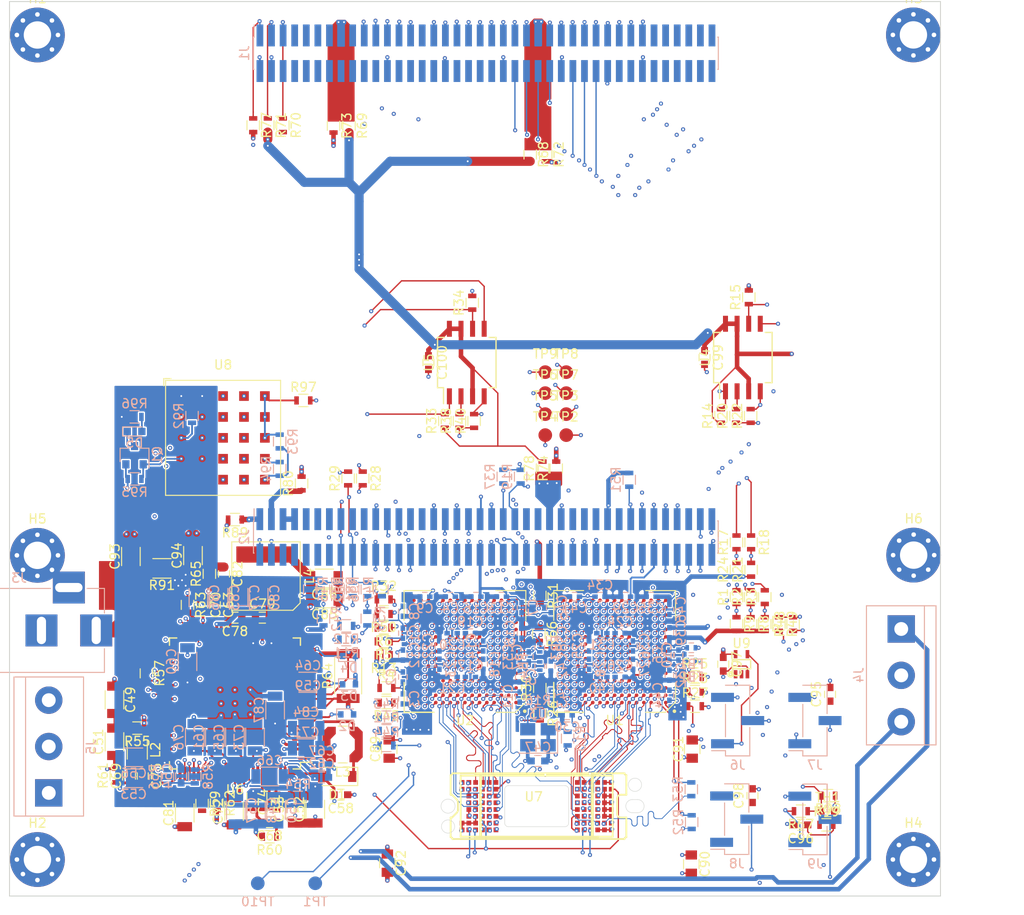
<source format=kicad_pcb>
(kicad_pcb (version 20171130) (host pcbnew 5.1.2-f72e74a~84~ubuntu18.04.1)
  (layers (0 F.Cu signal) (1 In1.Cu signal hide) (2 In2.Cu signal hide) (3 In3.Cu signal hide) (4 In4.Cu signal hide) (31 B.Cu signal hide) (34 B.Paste user hide) (35 F.Paste user hide) (36 B.SilkS user hide) (37 F.SilkS user hide) (38 B.Mask user hide) (39 F.Mask user hide) (44 Edge.Cuts user hide))
  (net 0 "")
  (net 1 +1V1)
  (net 2 GND)
  (net 3 +1V8)
  (net 4 "Net-(C10-Pad2)")
  (net 5 "Net-(C10-Pad1)")
  (net 6 "Net-(C33-Pad1)")
  (net 7 "Net-(C33-Pad2)")
  (net 8 "Net-(C48-Pad2)")
  (net 9 "Net-(C49-Pad2)")
  (net 10 +12V)
  (net 11 "Net-(C54-Pad2)")
  (net 12 +5V)
  (net 13 /dmd/VRESET)
  (net 14 "Net-(C61-Pad2)")
  (net 15 /dlp_pmic/VBIAS)
  (net 16 /dlp_pmic/SUP_2P5V)
  (net 17 /dmd/VOFFSET)
  (net 18 "Net-(C68-Pad1)")
  (net 19 "Net-(C68-Pad2)")
  (net 20 "Net-(C69-Pad1)")
  (net 21 "Net-(C69-Pad2)")
  (net 22 "Net-(C71-Pad2)")
  (net 23 "Net-(C72-Pad2)")
  (net 24 /dlp_pmic/SUP_5P0V)
  (net 25 "Net-(C74-Pad2)")
  (net 26 "Net-(C75-Pad2)")
  (net 27 "Net-(C76-Pad2)")
  (net 28 "Net-(C78-Pad1)")
  (net 29 "Net-(C78-Pad2)")
  (net 30 "Net-(C79-Pad2)")
  (net 31 "Net-(C79-Pad1)")
  (net 32 "Net-(C82-Pad1)")
  (net 33 "Net-(C84-Pad2)")
  (net 34 /dlp_pmic/LED_ANODE)
  (net 35 "Net-(C93-Pad1)")
  (net 36 /SENS_LABB_OUT)
  (net 37 /SENS_THERM_OUT)
  (net 38 +3V3)
  (net 39 /SENS_WPC_OUT)
  (net 40 "Net-(D1-Pad1)")
  (net 41 /dlp_pmic/LED1_CATHODE)
  (net 42 /dlp_pmic/LED2_CATHODE)
  (net 43 /dlp_pmic/LED3_CATHODE)
  (net 44 "Net-(D5-Pad1)")
  (net 45 "Net-(D5-Pad2)")
  (net 46 /application_connectors/BP)
  (net 47 /application_connectors/MEMS_INTn)
  (net 48 /application_connectors/I2C0_SCL)
  (net 49 /application_connectors/HDMI_INT)
  (net 50 /application_connectors/I2C0_SDA)
  (net 51 /application_connectors/I2S_Din)
  (net 52 /application_connectors/I2S_Dout)
  (net 53 /application_connectors/I2S_FSYNC_IN)
  (net 54 /application_connectors/I2S_FSYNC_OUT)
  (net 55 /application_connectors/I2S_SCLK)
  (net 56 /application_connectors/LCD_VSYNC)
  (net 57 /application_connectors/LCD_HSYNC)
  (net 58 /application_connectors/LCD_PCLK)
  (net 59 /application_connectors/LCD_DATA13)
  (net 60 /application_connectors/LCD_DE)
  (net 61 /application_connectors/LCD_DATA12)
  (net 62 /application_connectors/LCD_DATA15)
  (net 63 /application_connectors/LCD_DATA9)
  (net 64 /application_connectors/LCD_DATA14)
  (net 65 /application_connectors/LCD_DATA8)
  (net 66 /application_connectors/LCD_DATA11)
  (net 67 /application_connectors/LCD_DATA5)
  (net 68 /application_connectors/LCD_DATA10)
  (net 69 /application_connectors/LCD_DATA4)
  (net 70 /application_connectors/LCD_DATA1)
  (net 71 /application_connectors/LCD_DATA7)
  (net 72 /application_connectors/LCD_DATA0)
  (net 73 /application_connectors/LCD_DATA6)
  (net 74 /application_connectors/LCD_DATA3)
  (net 75 /application_connectors/IO_B34_LN11)
  (net 76 /application_connectors/LCD_DATA2)
  (net 77 /application_connectors/IO_B34_LP11)
  (net 78 /application_connectors/IO_B34_LN8)
  (net 79 /application_connectors/IO_B34_LN7)
  (net 80 /application_connectors/IO_B34_LP8)
  (net 81 /application_connectors/IO_B34_LP7)
  (net 82 /application_connectors/IO_B34_LN6)
  (net 83 /application_connectors/IO_B34_LN5)
  (net 84 /application_connectors/IO_B34_LP6)
  (net 85 /application_connectors/IO_B34_LP5)
  (net 86 /application_connectors/IO_B34_LN4)
  (net 87 /application_connectors/IO_B34_LN3)
  (net 88 /application_connectors/IO_B34_LP4)
  (net 89 /application_connectors/IO_B34_LP3)
  (net 90 /application_connectors/IO_B34_LN2)
  (net 91 /application_connectors/IO_B34_LN1)
  (net 92 /application_connectors/IO_B34_LP1)
  (net 93 /application_connectors/IO_B13_LN21)
  (net 94 /application_connectors/IO_B13_LP21)
  (net 95 /application_connectors/IO_B13_LN14)
  (net 96 /application_connectors/IO_B13_LP13)
  (net 97 /application_connectors/IO_B13_LP14)
  (net 98 /application_connectors/JTAG_NTRST)
  (net 99 /application_connectors/IO_B13_LN12)
  (net 100 /application_connectors/JTAG_TDO)
  (net 101 /application_connectors/IO_B13_LP12)
  (net 102 /application_connectors/JTAG_TDI)
  (net 103 /application_connectors/IO_B13_LN11)
  (net 104 /application_connectors/JTAG_TMS)
  (net 105 /application_connectors/IO_B13_LP11)
  (net 106 /application_connectors/JTAG_TCK)
  (net 107 "Net-(J1-Pad5)")
  (net 108 "Net-(J1-Pad3)")
  (net 109 "Net-(J1-Pad1)")
  (net 110 "Net-(J2-Pad1)")
  (net 111 "Net-(J2-Pad3)")
  (net 112 /application_connectors/XADC_INN0)
  (net 113 /application_connectors/XADC_TEMP_P)
  (net 114 /application_connectors/XADC_TEMP_N)
  (net 115 "Net-(J2-Pad9)")
  (net 116 /application_connectors/XADC_GND)
  (net 117 /application_connectors/PS_MIO0)
  (net 118 /application_connectors/PS_MIO10)
  (net 119 /application_connectors/PS_MIO8)
  (net 120 /application_connectors/PS_MIO11)
  (net 121 /application_connectors/PS_MIO9)
  (net 122 /application_connectors/CONTR0_SCL)
  (net 123 /application_connectors/PS_MIO12)
  (net 124 /application_connectors/CONTR0_SDA)
  (net 125 /application_connectors/PS_MIO13)
  (net 126 /application_connectors/IO_B35_LP2)
  (net 127 /application_connectors/IO_B35_LP1)
  (net 128 /application_connectors/IO_B35_LN2)
  (net 129 /application_connectors/IO_B35_LN1)
  (net 130 /application_connectors/IO_B35_LP4)
  (net 131 /application_connectors/IO_B35_LP3)
  (net 132 /application_connectors/IO_B35_LN4)
  (net 133 /application_connectors/IO_B35_LN3)
  (net 134 /application_connectors/IO_B35_LP6)
  (net 135 /application_connectors/IO_B35_LN6)
  (net 136 /application_connectors/IO_B35_LP8)
  (net 137 /application_connectors/IO_B35_LN8)
  (net 138 /application_connectors/IO_B35_LP10)
  (net 139 /application_connectors/IO_B35_LN10)
  (net 140 /application_connectors/IO_B35_LP11)
  (net 141 /application_connectors/IO_B35_LN12)
  (net 142 /application_connectors/IO_B35_LN11)
  (net 143 /application_connectors/IO_B35_LP14)
  (net 144 /application_connectors/IO_B35_LN14)
  (net 145 /application_connectors/IO_B35_LN13)
  (net 146 /application_connectors/IO_B35_LP16)
  (net 147 /application_connectors/IO_B35_LP15)
  (net 148 /application_connectors/IO_B35_LN16)
  (net 149 /application_connectors/IO_B35_LN15)
  (net 150 /application_connectors/IO_B35_LP18)
  (net 151 /application_connectors/IO_B35_LP17)
  (net 152 /application_connectors/IO_B35_LN18)
  (net 153 /application_connectors/IO_B35_LP20)
  (net 154 /application_connectors/IO_B35_LN20)
  (net 155 /application_connectors/IO_B35_LP22)
  (net 156 /application_connectors/IO_B35_LN22)
  (net 157 /application_connectors/IO_B35_LN21)
  (net 158 /application_connectors/IO_B35_LP24)
  (net 159 /application_connectors/IO_B35_LP23)
  (net 160 /application_connectors/IO_B35_LN24)
  (net 161 /application_connectors/IO_B35_LN23)
  (net 162 /dlp_pmic/LEDx_CATHODE)
  (net 163 "Net-(J4-Pad2)")
  (net 164 /MTR_SENS_POWER_OUT)
  (net 165 /SENS_FOCUS)
  (net 166 /SENS_LABB)
  (net 167 /LS2_PWR)
  (net 168 /LS_PWR)
  (net 169 /SENS_WPC)
  (net 170 /SENS_THERM)
  (net 171 /THERM_PWR)
  (net 172 "Net-(L3-Pad2)")
  (net 173 "Net-(Q1-Pad1)")
  (net 174 /dlp_controller/SPI1_CSZ0)
  (net 175 "Net-(R1-Pad1)")
  (net 176 "Net-(R2-Pad1)")
  (net 177 /dlp_controller/SPI1_DOUT)
  (net 178 /dlp_controller/SPI1_CLK)
  (net 179 "Net-(R3-Pad1)")
  (net 180 /dlp_controller/dlp_controller_gpio/SLAVE_ID)
  (net 181 /dlp_controller/dlp_controller_gpio/HBT_IDAT)
  (net 182 /dlp_controller/dlp_controller_gpio/sHBT_ODAT)
  (net 183 /dlp_controller/dlp_controller_gpio/sHBT_OCLK)
  (net 184 /dlp_controller/dlp_controller_gpio/HBT_ICLK)
  (net 185 "Net-(R10-Pad1)")
  (net 186 /dlp_controller/dlp_controller_gpio/sHBT_IDAT)
  (net 187 /dlp_controller/dlp_controller_gpio/HBT_ODAT)
  (net 188 /dlp_controller/dlp_controller_gpio/HBT_OCLK)
  (net 189 /dlp_controller/dlp_controller_gpio/sHBT_ICLK)
  (net 190 /dlp_controller/dlp_controller_gpio/SEQ_SYNC)
  (net 191 /dlp_controller/dlp_controller_config/mSPI_CSZO)
  (net 192 /dlp_controller/dlp_controller_config/mSPI_CLK)
  (net 193 "Net-(R16-Pad1)")
  (net 194 "Net-(R16-Pad2)")
  (net 195 "Net-(R17-Pad1)")
  (net 196 "Net-(R18-Pad2)")
  (net 197 /application_connectors/mHOST_IRQ)
  (net 198 "Net-(R20-Pad2)")
  (net 199 /dlp_controller/dlp_controller_config/mSPI_MISO)
  (net 200 "Net-(R23-Pad1)")
  (net 201 /dlp_controller/dlp_controller_config/mSPI_MOSI)
  (net 202 "Net-(R25-Pad1)")
  (net 203 /dlp_controller/LED_SEL_0)
  (net 204 "Net-(R27-Pad1)")
  (net 205 "Net-(R28-Pad1)")
  (net 206 "Net-(R29-Pad2)")
  (net 207 /dlp_controller/LED_SEL_1)
  (net 208 "Net-(R31-Pad2)")
  (net 209 "Net-(R32-Pad2)")
  (net 210 /dlp_controller/dlp_controller_config/sSPI_CSZO)
  (net 211 /dlp_controller/dlp_controller_config/sSPI_CLK)
  (net 212 "Net-(R35-Pad1)")
  (net 213 "Net-(R36-Pad2)")
  (net 214 /application_connectors/sHOST_IRQ)
  (net 215 /dlp_controller/dlp_controller_config/sSPI_MISO)
  (net 216 "Net-(R38-Pad2)")
  (net 217 "Net-(R41-Pad1)")
  (net 218 "Net-(R43-Pad1)")
  (net 219 /dlp_controller/dlp_controller_config/sSPI_MOSI)
  (net 220 "Net-(R44-Pad1)")
  (net 221 "Net-(R45-Pad1)")
  (net 222 "Net-(R46-Pad1)")
  (net 223 "Net-(R47-Pad2)")
  (net 224 /application_connectors/PDM_CVS_TE_B)
  (net 225 /application_connectors/PDM_CVS_TE_A)
  (net 226 "Net-(R52-Pad1)")
  (net 227 /dlp_controller/DMD_LS_CLK)
  (net 228 /dlp_controller/DMD_LS_WDATA)
  (net 229 "Net-(R53-Pad1)")
  (net 230 /dlp_controller/RC_CHARGE)
  (net 231 /dlp_pmic/INTZ)
  (net 232 "Net-(R58-Pad2)")
  (net 233 +2V5)
  (net 234 "Net-(R63-Pad2)")
  (net 235 /dlp_controller/SPI1_DIN)
  (net 236 /dlp_controller/dlp_controller_gpio/CAL_PWR)
  (net 237 /SENS_FOCUS_OUT)
  (net 238 /application_connectors/ZYNQ_VDDIO_34)
  (net 239 /application_connectors/ZYNQ_VDDIO_13)
  (net 240 "Net-(R70-Pad2)")
  (net 241 /application_connectors/HSYNC_B)
  (net 242 /application_connectors/VSYNC_B)
  (net 243 /application_connectors/DATEN_B)
  (net 244 /application_connectors/ZYNQ_VDDIO_35)
  (net 245 /application_connectors/PCLK_B)
  (net 246 /application_connectors/HSYNC_A)
  (net 247 /application_connectors/VSYNC_A)
  (net 248 /application_connectors/DATEN_A)
  (net 249 /application_connectors/PCLK_A)
  (net 250 "Net-(R92-Pad2)")
  (net 251 "Net-(R93-Pad2)")
  (net 252 "Net-(R93-Pad1)")
  (net 253 /application_connectors/FPGA_RDY)
  (net 254 /application_connectors/ACT_SYNC)
  (net 255 /application_connectors/SUB_FRAME)
  (net 256 /application_connectors/PROJ_ON)
  (net 257 /dlp_controller/dlp_controller_gpio/mGPIO_5)
  (net 258 "Net-(TP2-Pad1)")
  (net 259 "Net-(TP3-Pad1)")
  (net 260 "Net-(TP4-Pad1)")
  (net 261 "Net-(TP5-Pad1)")
  (net 262 "Net-(TP6-Pad1)")
  (net 263 "Net-(TP7-Pad1)")
  (net 264 "Net-(TP8-Pad1)")
  (net 265 "Net-(TP9-Pad1)")
  (net 266 "Net-(TP10-Pad1)")
  (net 267 /dlp_controller/DMD_DEN_ARSTZ)
  (net 268 "Net-(U1-PadJ1)")
  (net 269 /dlp_controller/DMD_LS_RDATA)
  (net 270 /dlp_controller/mDMD_HS_WDATAH_P)
  (net 271 /dlp_controller/mDMD_HS_WDATAH_N)
  (net 272 /dlp_controller/mDMD_HS_WDATAG_P)
  (net 273 /dlp_controller/mDMD_HS_WDATAG_N)
  (net 274 /dlp_controller/mDMD_HS_WDATAF_P)
  (net 275 /dlp_controller/mDMD_HS_WDATAF_N)
  (net 276 /dlp_controller/mDMD_HS_WDATAE_P)
  (net 277 /dlp_controller/mDMD_HS_WDATAE_N)
  (net 278 /dlp_controller/mDMD_HS_CLK_P)
  (net 279 /dlp_controller/mDMD_HS_CLK_N)
  (net 280 /dlp_controller/mDMD_HS_WDATAD_P)
  (net 281 /dlp_controller/mDMD_HS_WDATAD_N)
  (net 282 /dlp_controller/mDMD_HS_WDATAC_P)
  (net 283 /dlp_controller/mDMD_HS_WDATAC_N)
  (net 284 /dlp_controller/mDMD_HS_WDATAB_P)
  (net 285 /dlp_controller/mDMD_HS_WDATAB_N)
  (net 286 /dlp_controller/mDMD_HS_WDATAA_P)
  (net 287 /dlp_controller/mDMD_HS_WDATAA_N)
  (net 288 /dlp_controller/RESETZ)
  (net 289 "Net-(U1-PadN11)")
  (net 290 /dlp_controller/CMP_OUT)
  (net 291 "Net-(U1-PadC12)")
  (net 292 "Net-(U1-PadN12)")
  (net 293 "Net-(U1-PadP12)")
  (net 294 "Net-(U1-PadM13)")
  (net 295 "Net-(U1-PadN13)")
  (net 296 "Net-(U1-PadP13)")
  (net 297 "Net-(U1-PadF14)")
  (net 298 /dlp_controller/LABB_SAMPLE)
  (net 299 /dlp_controller/dlp_controller_gpio/LS_PWR)
  (net 300 /dlp_controller/dlp_controller_gpio/DA_SYNC_FSD12)
  (net 301 "Net-(U2-PadR15)")
  (net 302 "Net-(U2-PadP15)")
  (net 303 "Net-(U2-PadN15)")
  (net 304 "Net-(U2-PadJ15)")
  (net 305 "Net-(U2-PadG15)")
  (net 306 "Net-(U2-PadF15)")
  (net 307 "Net-(U2-PadE15)")
  (net 308 "Net-(U2-PadD15)")
  (net 309 "Net-(U2-PadC15)")
  (net 310 "Net-(U2-PadB15)")
  (net 311 "Net-(U2-PadA15)")
  (net 312 "Net-(U2-PadR14)")
  (net 313 "Net-(U2-PadP14)")
  (net 314 "Net-(U2-PadN14)")
  (net 315 "Net-(U2-PadG14)")
  (net 316 "Net-(U2-PadF14)")
  (net 317 "Net-(U2-PadD14)")
  (net 318 "Net-(U2-PadC14)")
  (net 319 "Net-(U2-PadB14)")
  (net 320 "Net-(U2-PadR13)")
  (net 321 "Net-(U2-PadP13)")
  (net 322 "Net-(U2-PadN13)")
  (net 323 "Net-(U2-PadM13)")
  (net 324 "Net-(U2-PadR12)")
  (net 325 "Net-(U2-PadP12)")
  (net 326 "Net-(U2-PadN12)")
  (net 327 "Net-(U2-PadC12)")
  (net 328 "Net-(U2-PadN11)")
  (net 329 /dlp_controller/sDMD_HS_WDATAA_N)
  (net 330 /dlp_controller/sDMD_HS_WDATAA_P)
  (net 331 /dlp_controller/sDMD_HS_WDATAB_N)
  (net 332 /dlp_controller/sDMD_HS_WDATAB_P)
  (net 333 /dlp_controller/sDMD_HS_WDATAC_N)
  (net 334 /dlp_controller/sDMD_HS_WDATAC_P)
  (net 335 /dlp_controller/sDMD_HS_WDATAD_N)
  (net 336 /dlp_controller/sDMD_HS_WDATAD_P)
  (net 337 /dlp_controller/sDMD_HS_CLK_N)
  (net 338 /dlp_controller/sDMD_HS_CLK_P)
  (net 339 /dlp_controller/sDMD_HS_WDATAE_N)
  (net 340 /dlp_controller/sDMD_HS_WDATAE_P)
  (net 341 /dlp_controller/sDMD_HS_WDATAF_N)
  (net 342 /dlp_controller/sDMD_HS_WDATAF_P)
  (net 343 /dlp_controller/sDMD_HS_WDATAG_P)
  (net 344 /dlp_controller/sDMD_HS_WDATAG_N)
  (net 345 /dlp_controller/sDMD_HS_WDATAH_N)
  (net 346 /dlp_controller/sDMD_HS_WDATAH_P)
  (net 347 /dlp_controller/sDMD_LS_RDATA)
  (net 348 "Net-(U2-PadA2)")
  (net 349 "Net-(U2-PadJ1)")
  (net 350 "Net-(U2-PadB1)")
  (net 351 "Net-(U2-PadA1)")
  (net 352 "Net-(U6-Pad71)")
  (net 353 "Net-(U6-Pad69)")
  (net 354 "Net-(U6-Pad68)")
  (net 355 "Net-(U6-Pad67)")
  (net 356 "Net-(U6-Pad66)")
  (net 357 "Net-(U6-Pad65)")
  (net 358 "Net-(U6-Pad64)")
  (net 359 "Net-(U6-Pad63)")
  (net 360 "Net-(U6-Pad53)")
  (net 361 "Net-(U6-Pad52)")
  (net 362 "Net-(U6-Pad51)")
  (net 363 "Net-(U6-Pad50)")
  (net 364 "Net-(U6-Pad44)")
  (net 365 "Net-(U6-Pad43)")
  (net 366 "Net-(U6-Pad41)")
  (net 367 "Net-(U6-Pad40)")
  (net 368 "Net-(U6-Pad37)")
  (net 369 "Net-(U6-Pad36)")
  (net 370 "Net-(U6-Pad35)")
  (net 371 "Net-(U6-Pad27)")
  (net 372 "Net-(U6-Pad26)")
  (net 373 "Net-(U6-Pad21)")
  (net 374 "Net-(U6-Pad20)")
  (net 375 "Net-(U6-Pad19)")
  (net 376 "Net-(U6-Pad1)")
  (net 377 "Net-(U8-PadE2)")
  (net 378 "Net-(U8-PadE1)")
  (net 379 /dlp_controller/dlp_controller_gpio/MTR_SENS_POWER)
  (net 380 "Net-(U9-Pad1)")
  (net 381 "Net-(R48-Pad1)")
  (net 382 "Net-(R50-Pad1)")
  (module DLP3310:DLP3310 (layer F.Cu) (at 154.2572 141.1514 180)
    (fp_text reference U7 (at 0.33 1.03) (layer F.SilkS))
    (fp_text value DLP3310AFQM)
    (fp_circle (center -10.77 2.34) (end -10.045 2.34) (layer Edge.Cuts) (width 0.05))
    (fp_circle (center 9.71 -2.2316) (end 10.435 -2.2316) (layer Edge.Cuts) (width 0.05))
    (fp_line (start 3.5 1.85) (end 3.5 -1.85) (layer Edge.Cuts) (width 0.05))
    (fp_line (start -3.5 1.85) (end -3.5 -1.85) (layer Edge.Cuts) (width 0.05))
    (fp_line (start -3.1 2.25) (end 3.1 2.25) (layer Edge.Cuts) (width 0.05))
    (fp_line (start -3.1 -2.25) (end 3.1 -2.25) (layer Edge.Cuts) (width 0.05))
    (fp_arc (start 3.1 1.85) (end 3.1 2.25) (angle -90) (layer Edge.Cuts) (width 0.05))
    (fp_arc (start -3.1 -1.85) (end -3.1 -2.25) (angle -90) (layer Edge.Cuts) (width 0.05))
    (fp_arc (start -3.1 1.85) (end -3.5 1.85) (angle -90) (layer Edge.Cuts) (width 0.05))
    (fp_arc (start 3.1 -1.85) (end 3.5 -1.85) (angle -90) (layer Edge.Cuts) (width 0.05))
    (fp_circle (center 9.71 0) (end 10.4825 0) (layer Edge.Cuts) (width 0.05))
    (fp_arc (start -10.49 0) (end -10.49 -0.7225) (angle 180) (layer Edge.Cuts) (width 0.05))
    (fp_arc (start -11.05 0) (end -11.05 -0.7225) (angle -180) (layer Edge.Cuts) (width 0.05))
    (fp_line (start -11.05 0.7225) (end -10.49 0.7225) (layer Edge.Cuts) (width 0.05))
    (fp_line (start -11.05 -0.7225) (end -10.49 -0.7225) (layer Edge.Cuts) (width 0.05))
    (pad H3 smd rect (at -7.4296 2.5984 180) (size 0.52 0.52) (layers F.Cu F.Paste F.Mask) (net 2 GND))
    (pad H7 smd rect (at -4.46 2.5984 180) (size 0.52 0.52) (layers F.Cu F.Paste F.Mask) (net 277 /dlp_controller/mDMD_HS_WDATAE_N))
    (pad E6 smd rect (at -5.2024 0.3712 180) (size 0.52 0.52) (layers F.Cu F.Paste F.Mask) (net 279 /dlp_controller/mDMD_HS_CLK_N))
    (pad B3 smd rect (at -7.4296 -1.856 180) (size 0.52 0.52) (layers F.Cu F.Paste F.Mask) (net 228 /dlp_controller/DMD_LS_WDATA))
    (pad D7 smd rect (at -4.46 -0.3712 180) (size 0.52 0.52) (layers F.Cu F.Paste F.Mask) (net 283 /dlp_controller/mDMD_HS_WDATAC_N))
    (pad E4 smd rect (at -6.6872 0.3712 180) (size 0.52 0.52) (layers F.Cu F.Paste F.Mask) (net 2 GND))
    (pad C2 smd rect (at -8.172 -1.1136 180) (size 0.52 0.52) (layers F.Cu F.Paste F.Mask) (net 3 +1V8))
    (pad H4 smd rect (at -6.6872 2.5984 180) (size 0.52 0.52) (layers F.Cu F.Paste F.Mask) (net 274 /dlp_controller/mDMD_HS_WDATAF_P))
    (pad B6 smd rect (at -5.2024 -1.856 180) (size 0.52 0.52) (layers F.Cu F.Paste F.Mask) (net 3 +1V8))
    (pad A5 smd rect (at -5.9448 -2.5984 180) (size 0.52 0.52) (layers F.Cu F.Paste F.Mask) (net 13 /dmd/VRESET))
    (pad D3 smd rect (at -7.4296 -0.3712 180) (size 0.52 0.52) (layers F.Cu F.Paste F.Mask) (net 3 +1V8))
    (pad D6 smd rect (at -5.2024 -0.3712 180) (size 0.52 0.52) (layers F.Cu F.Paste F.Mask) (net 282 /dlp_controller/mDMD_HS_WDATAC_P))
    (pad F4 smd rect (at -6.6872 1.1136 180) (size 0.52 0.52) (layers F.Cu F.Paste F.Mask) (net 270 /dlp_controller/mDMD_HS_WDATAH_P))
    (pad B4 smd rect (at -6.6872 -1.856 180) (size 0.52 0.52) (layers F.Cu F.Paste F.Mask) (net 347 /dlp_controller/sDMD_LS_RDATA))
    (pad G5 smd rect (at -5.9448 1.856 180) (size 0.52 0.52) (layers F.Cu F.Paste F.Mask) (net 272 /dlp_controller/mDMD_HS_WDATAG_P))
    (pad A4 smd rect (at -6.6872 -2.5984 180) (size 0.52 0.52) (layers F.Cu F.Paste F.Mask) (net 2 GND))
    (pad C3 smd rect (at -7.4296 -1.1136 180) (size 0.52 0.52) (layers F.Cu F.Paste F.Mask) (net 3 +1V8))
    (pad C5 smd rect (at -5.9448 -1.1136 180) (size 0.52 0.52) (layers F.Cu F.Paste F.Mask) (net 280 /dlp_controller/mDMD_HS_WDATAD_P))
    (pad H2 smd rect (at -8.172 2.5984 180) (size 0.52 0.52) (layers F.Cu F.Paste F.Mask) (net 2 GND))
    (pad H5 smd rect (at -5.9448 2.5984 180) (size 0.52 0.52) (layers F.Cu F.Paste F.Mask) (net 275 /dlp_controller/mDMD_HS_WDATAF_N))
    (pad E2 smd rect (at -8.172 0.3712 180) (size 0.52 0.52) (layers F.Cu F.Paste F.Mask) (net 3 +1V8))
    (pad E7 smd rect (at -4.46 0.3712 180) (size 0.52 0.52) (layers F.Cu F.Paste F.Mask) (net 2 GND))
    (pad G7 smd rect (at -4.46 1.856 180) (size 0.52 0.52) (layers F.Cu F.Paste F.Mask) (net 2 GND))
    (pad C7 smd rect (at -4.46 -1.1136 180) (size 0.52 0.52) (layers F.Cu F.Paste F.Mask) (net 2 GND))
    (pad G4 smd rect (at -6.6872 1.856 180) (size 0.52 0.52) (layers F.Cu F.Paste F.Mask) (net 2 GND))
    (pad F3 smd rect (at -7.4296 1.1136 180) (size 0.52 0.52) (layers F.Cu F.Paste F.Mask) (net 3 +1V8))
    (pad A7 smd rect (at -4.46 -2.5984 180) (size 0.52 0.52) (layers F.Cu F.Paste F.Mask) (net 2 GND))
    (pad G6 smd rect (at -5.2024 1.856 180) (size 0.52 0.52) (layers F.Cu F.Paste F.Mask) (net 273 /dlp_controller/mDMD_HS_WDATAG_N))
    (pad E3 smd rect (at -7.4296 0.3712 180) (size 0.52 0.52) (layers F.Cu F.Paste F.Mask) (net 3 +1V8))
    (pad F5 smd rect (at -5.9448 1.1136 180) (size 0.52 0.52) (layers F.Cu F.Paste F.Mask) (net 271 /dlp_controller/mDMD_HS_WDATAH_N))
    (pad G2 smd rect (at -8.172 1.856 180) (size 0.52 0.52) (layers F.Cu F.Paste F.Mask) (net 17 /dmd/VOFFSET))
    (pad B7 smd rect (at -4.46 -1.856 180) (size 0.52 0.52) (layers F.Cu F.Paste F.Mask) (net 269 /dlp_controller/DMD_LS_RDATA))
    (pad A6 smd rect (at -5.2024 -2.5984 180) (size 0.52 0.52) (layers F.Cu F.Paste F.Mask) (net 15 /dlp_pmic/VBIAS))
    (pad A3 smd rect (at -7.4296 -2.5984 180) (size 0.52 0.52) (layers F.Cu F.Paste F.Mask) (net 2 GND))
    (pad H6 smd rect (at -5.2024 2.5984 180) (size 0.52 0.52) (layers F.Cu F.Paste F.Mask) (net 276 /dlp_controller/mDMD_HS_WDATAE_P))
    (pad B2 smd rect (at -8.172 -1.856 180) (size 0.52 0.52) (layers F.Cu F.Paste F.Mask) (net 267 /dlp_controller/DMD_DEN_ARSTZ))
    (pad D5 smd rect (at -5.9448 -0.3712 180) (size 0.52 0.52) (layers F.Cu F.Paste F.Mask) (net 285 /dlp_controller/mDMD_HS_WDATAB_N))
    (pad F7 smd rect (at -4.46 1.1136 180) (size 0.52 0.52) (layers F.Cu F.Paste F.Mask) (net 287 /dlp_controller/mDMD_HS_WDATAA_N))
    (pad D4 smd rect (at -6.6872 -0.3712 180) (size 0.52 0.52) (layers F.Cu F.Paste F.Mask) (net 284 /dlp_controller/mDMD_HS_WDATAB_P))
    (pad F2 smd rect (at -8.172 1.1136 180) (size 0.52 0.52) (layers F.Cu F.Paste F.Mask) (net 3 +1V8))
    (pad C6 smd rect (at -5.2024 -1.1136 180) (size 0.52 0.52) (layers F.Cu F.Paste F.Mask) (net 281 /dlp_controller/mDMD_HS_WDATAD_N))
    (pad E5 smd rect (at -5.9448 0.3712 180) (size 0.52 0.52) (layers F.Cu F.Paste F.Mask) (net 278 /dlp_controller/mDMD_HS_CLK_P))
    (pad D2 smd rect (at -8.172 -0.3712 180) (size 0.52 0.52) (layers F.Cu F.Paste F.Mask) (net 3 +1V8))
    (pad G3 smd rect (at -7.4296 1.856 180) (size 0.52 0.52) (layers F.Cu F.Paste F.Mask) (net 3 +1V8))
    (pad F6 smd rect (at -5.2024 1.1136 180) (size 0.52 0.52) (layers F.Cu F.Paste F.Mask) (net 286 /dlp_controller/mDMD_HS_WDATAA_P))
    (pad A2 smd rect (at -8.172 -2.5984 180) (size 0.52 0.52) (layers F.Cu F.Paste F.Mask) (net 2 GND))
    (pad C4 smd rect (at -6.6872 -1.1136 180) (size 0.52 0.52) (layers F.Cu F.Paste F.Mask) (net 2 GND))
    (pad B5 smd rect (at -5.9448 -1.856 180) (size 0.52 0.52) (layers F.Cu F.Paste F.Mask) (net 227 /dlp_controller/DMD_LS_CLK))
    (pad H24 smd rect (at 8.172 2.5984 180) (size 0.52 0.52) (layers F.Cu F.Paste F.Mask) (net 2 GND))
    (pad H23 smd rect (at 7.4296 2.5984 180) (size 0.52 0.52) (layers F.Cu F.Paste F.Mask) (net 2 GND))
    (pad H22 smd rect (at 6.6872 2.5984 180) (size 0.52 0.52) (layers F.Cu F.Paste F.Mask) (net 334 /dlp_controller/sDMD_HS_WDATAC_P))
    (pad H21 smd rect (at 5.9448 2.5984 180) (size 0.52 0.52) (layers F.Cu F.Paste F.Mask) (net 333 /dlp_controller/sDMD_HS_WDATAC_N))
    (pad H20 smd rect (at 5.2024 2.5984 180) (size 0.52 0.52) (layers F.Cu F.Paste F.Mask) (net 336 /dlp_controller/sDMD_HS_WDATAD_P))
    (pad H19 smd rect (at 4.46 2.5984 180) (size 0.52 0.52) (layers F.Cu F.Paste F.Mask) (net 335 /dlp_controller/sDMD_HS_WDATAD_N))
    (pad G24 smd rect (at 8.172 1.856 180) (size 0.52 0.52) (layers F.Cu F.Paste F.Mask) (net 2 GND))
    (pad G23 smd rect (at 7.4296 1.856 180) (size 0.52 0.52) (layers F.Cu F.Paste F.Mask) (net 3 +1V8))
    (pad G22 smd rect (at 6.6872 1.856 180) (size 0.52 0.52) (layers F.Cu F.Paste F.Mask) (net 2 GND))
    (pad G21 smd rect (at 5.9448 1.856 180) (size 0.52 0.52) (layers F.Cu F.Paste F.Mask) (net 332 /dlp_controller/sDMD_HS_WDATAB_P))
    (pad G20 smd rect (at 5.2024 1.856 180) (size 0.52 0.52) (layers F.Cu F.Paste F.Mask) (net 331 /dlp_controller/sDMD_HS_WDATAB_N))
    (pad G19 smd rect (at 4.46 1.856 180) (size 0.52 0.52) (layers F.Cu F.Paste F.Mask) (net 2 GND))
    (pad F23 smd rect (at 7.4296 1.1136 180) (size 0.52 0.52) (layers F.Cu F.Paste F.Mask) (net 3 +1V8))
    (pad F22 smd rect (at 6.6872 1.1136 180) (size 0.52 0.52) (layers F.Cu F.Paste F.Mask) (net 330 /dlp_controller/sDMD_HS_WDATAA_P))
    (pad F21 smd rect (at 5.9448 1.1136 180) (size 0.52 0.52) (layers F.Cu F.Paste F.Mask) (net 329 /dlp_controller/sDMD_HS_WDATAA_N))
    (pad F20 smd rect (at 5.2024 1.1136 180) (size 0.52 0.52) (layers F.Cu F.Paste F.Mask) (net 346 /dlp_controller/sDMD_HS_WDATAH_P))
    (pad F19 smd rect (at 4.46 1.1136 180) (size 0.52 0.52) (layers F.Cu F.Paste F.Mask) (net 345 /dlp_controller/sDMD_HS_WDATAH_N))
    (pad E23 smd rect (at 7.4296 0.3712 180) (size 0.52 0.52) (layers F.Cu F.Paste F.Mask) (net 3 +1V8))
    (pad E22 smd rect (at 6.6872 0.3712 180) (size 0.52 0.52) (layers F.Cu F.Paste F.Mask) (net 2 GND))
    (pad E21 smd rect (at 5.9448 0.3712 180) (size 0.52 0.52) (layers F.Cu F.Paste F.Mask) (net 338 /dlp_controller/sDMD_HS_CLK_P))
    (pad E20 smd rect (at 5.2024 0.3712 180) (size 0.52 0.52) (layers F.Cu F.Paste F.Mask) (net 337 /dlp_controller/sDMD_HS_CLK_N))
    (pad E19 smd rect (at 4.46 0.3712 180) (size 0.52 0.52) (layers F.Cu F.Paste F.Mask) (net 2 GND))
    (pad D23 smd rect (at 7.4296 -0.3712 180) (size 0.52 0.52) (layers F.Cu F.Paste F.Mask) (net 3 +1V8))
    (pad D22 smd rect (at 6.6872 -0.3712 180) (size 0.52 0.52) (layers F.Cu F.Paste F.Mask) (net 343 /dlp_controller/sDMD_HS_WDATAG_P))
    (pad D21 smd rect (at 5.9448 -0.3712 180) (size 0.52 0.52) (layers F.Cu F.Paste F.Mask) (net 344 /dlp_controller/sDMD_HS_WDATAG_N))
    (pad D20 smd rect (at 5.2024 -0.3712 180) (size 0.52 0.52) (layers F.Cu F.Paste F.Mask) (net 342 /dlp_controller/sDMD_HS_WDATAF_P))
    (pad D19 smd rect (at 4.46 -0.3712 180) (size 0.52 0.52) (layers F.Cu F.Paste F.Mask) (net 341 /dlp_controller/sDMD_HS_WDATAF_N))
    (pad C23 smd rect (at 7.4296 -1.1136 180) (size 0.52 0.52) (layers F.Cu F.Paste F.Mask) (net 3 +1V8))
    (pad C22 smd rect (at 6.6872 -1.1136 180) (size 0.52 0.52) (layers F.Cu F.Paste F.Mask) (net 2 GND))
    (pad C21 smd rect (at 5.9448 -1.1136 180) (size 0.52 0.52) (layers F.Cu F.Paste F.Mask) (net 340 /dlp_controller/sDMD_HS_WDATAE_P))
    (pad C20 smd rect (at 5.2024 -1.1136 180) (size 0.52 0.52) (layers F.Cu F.Paste F.Mask) (net 339 /dlp_controller/sDMD_HS_WDATAE_N))
    (pad C19 smd rect (at 4.46 -1.1136 180) (size 0.52 0.52) (layers F.Cu F.Paste F.Mask) (net 2 GND))
    (pad B24 smd rect (at 8.172 -1.856 180) (size 0.52 0.52) (layers F.Cu F.Paste F.Mask) (net 2 GND))
    (pad B23 smd rect (at 7.4296 -1.856 180) (size 0.52 0.52) (layers F.Cu F.Paste F.Mask) (net 2 GND))
    (pad B22 smd rect (at 6.6872 -1.856 180) (size 0.52 0.52) (layers F.Cu F.Paste F.Mask) (net 2 GND))
    (pad B21 smd rect (at 5.9448 -1.856 180) (size 0.52 0.52) (layers F.Cu F.Paste F.Mask) (net 17 /dmd/VOFFSET))
    (pad B20 smd rect (at 5.2024 -1.856 180) (size 0.52 0.52) (layers F.Cu F.Paste F.Mask) (net 3 +1V8))
    (pad B19 smd rect (at 4.46 -1.856 180) (size 0.52 0.52) (layers F.Cu F.Paste F.Mask) (net 3 +1V8))
    (pad A24 smd rect (at 8.172 -2.5984 180) (size 0.52 0.52) (layers F.Cu F.Paste F.Mask) (net 2 GND))
    (pad A23 smd rect (at 7.4296 -2.5984 180) (size 0.52 0.52) (layers F.Cu F.Paste F.Mask) (net 13 /dmd/VRESET))
    (pad A22 smd rect (at 6.6872 -2.5984 180) (size 0.52 0.52) (layers F.Cu F.Paste F.Mask) (net 15 /dlp_pmic/VBIAS))
    (pad A21 smd rect (at 5.9448 -2.5984 180) (size 0.52 0.52) (layers F.Cu F.Paste F.Mask) (net 3 +1V8))
    (pad A20 smd rect (at 5.2024 -2.5984 180) (size 0.52 0.52) (layers F.Cu F.Paste F.Mask) (net 3 +1V8))
    (pad A19 smd rect (at 4.46 -2.5984 180) (size 0.52 0.52) (layers F.Cu F.Paste F.Mask) (net 3 +1V8))
  )
  (module Capacitors_SMD:C_0603 (layer B.Cu) (at 154.4 136.2 180)
    (fp_text reference C47 (at 0 1.5) (layer B.SilkS) (effects (justify mirror)))
    (fp_text value 100n)
    (pad 1 smd rect (at -0.75 0 180) (size 0.8 0.75) (layers B.Cu B.Paste B.Mask) (net 3 +1V8))
    (pad 2 smd rect (at 0.75 0 180) (size 0.8 0.75) (layers B.Cu B.Paste B.Mask) (net 2 GND))
  )
  (module Capacitors_SMD:C_1206 (layer B.Cu) (at 123.5 141.6 90)
    (fp_text reference C48 (at 0 1.75 270) (layer B.SilkS) (effects (justify mirror)))
    (fp_text value 22u)
    (pad 1 smd rect (at -1.5 0 90) (size 1 1.6) (layers B.Cu B.Paste B.Mask) (net 2 GND))
    (pad 2 smd rect (at 1.5 0 90) (size 1 1.6) (layers B.Cu B.Paste B.Mask) (net 8 "Net-(C48-Pad2)"))
  )
  (module Capacitors_SMD:C_1206 (layer F.Cu) (at 108 129.5 270)
    (fp_text reference C49 (at 0 -1.75 90) (layer F.SilkS))
    (fp_text value 22u)
    (pad 1 smd rect (at -1.5 0 270) (size 1 1.6) (layers F.Cu F.Paste F.Mask) (net 2 GND))
    (pad 2 smd rect (at 1.5 0 270) (size 1 1.6) (layers F.Cu F.Paste F.Mask) (net 9 "Net-(C49-Pad2)"))
  )
  (module Capacitors_SMD:C_1206 (layer B.Cu) (at 125.7 141.6 90)
    (fp_text reference C50 (at 0 1.75 270) (layer B.SilkS) (effects (justify mirror)))
    (fp_text value 22u)
    (pad 2 smd rect (at 1.5 0 90) (size 1 1.6) (layers B.Cu B.Paste B.Mask) (net 8 "Net-(C48-Pad2)"))
    (pad 1 smd rect (at -1.5 0 90) (size 1 1.6) (layers B.Cu B.Paste B.Mask) (net 2 GND))
  )
  (module Capacitors_SMD:C_1206 (layer F.Cu) (at 108 134.1 90)
    (fp_text reference C51 (at 0 -1.75 90) (layer F.SilkS))
    (fp_text value 22u)
    (pad 2 smd rect (at 1.5 0 90) (size 1 1.6) (layers F.Cu F.Paste F.Mask) (net 9 "Net-(C49-Pad2)"))
    (pad 1 smd rect (at -1.5 0 90) (size 1 1.6) (layers F.Cu F.Paste F.Mask) (net 2 GND))
  )
  (module Capacitors_SMD:C_1206 (layer F.Cu) (at 130 141.5 90)
    (fp_text reference C52 (at 0 -1.75 90) (layer F.SilkS))
    (fp_text value 22u)
    (pad 1 smd rect (at -1.5 0 90) (size 1 1.6) (layers F.Cu F.Paste F.Mask) (net 2 GND))
    (pad 2 smd rect (at 1.5 0 90) (size 1 1.6) (layers F.Cu F.Paste F.Mask) (net 10 +12V))
  )
  (module Capacitors_SMD:C_1206 (layer B.Cu) (at 110.1 138.1)
    (fp_text reference C53 (at 0 1.75) (layer B.SilkS) (effects (justify mirror)))
    (fp_text value 22u)
    (pad 1 smd rect (at -1.5 0) (size 1 1.6) (layers B.Cu B.Paste B.Mask) (net 2 GND))
    (pad 2 smd rect (at 1.5 0) (size 1 1.6) (layers B.Cu B.Paste B.Mask) (net 10 +12V))
  )
  (module Capacitors_SMD:C_0603 (layer B.Cu) (at 115.3 137.85 270)
    (fp_text reference C54 (at 0 1.5 90) (layer B.SilkS) (effects (justify mirror)))
    (fp_text value 100n)
    (pad 2 smd rect (at 0.75 0 270) (size 0.8 0.75) (layers B.Cu B.Paste B.Mask) (net 11 "Net-(C54-Pad2)"))
    (pad 1 smd rect (at -0.75 0 270) (size 0.8 0.75) (layers B.Cu B.Paste B.Mask) (net 2 GND))
  )
  (module Capacitors_SMD:C_1206 (layer F.Cu) (at 127.8 141.5 90)
    (fp_text reference C55 (at 0 -1.75 90) (layer F.SilkS))
    (fp_text value 22u)
    (pad 2 smd rect (at 1.5 0 90) (size 1 1.6) (layers F.Cu F.Paste F.Mask) (net 10 +12V))
    (pad 1 smd rect (at -1.5 0 90) (size 1 1.6) (layers F.Cu F.Paste F.Mask) (net 2 GND))
  )
  (module Capacitors_SMD:C_1206 (layer B.Cu) (at 110.1 135.8)
    (fp_text reference C56 (at 0 1.75) (layer B.SilkS) (effects (justify mirror)))
    (fp_text value 22u)
    (pad 2 smd rect (at 1.5 0) (size 1 1.6) (layers B.Cu B.Paste B.Mask) (net 10 +12V))
    (pad 1 smd rect (at -1.5 0) (size 1 1.6) (layers B.Cu B.Paste B.Mask) (net 2 GND))
  )
  (module Capacitors_SMD:C_1206 (layer B.Cu) (at 121.3 141.6 90)
    (fp_text reference C57 (at 0 1.75 90) (layer B.SilkS) (effects (justify mirror)))
    (fp_text value 1u)
    (pad 2 smd rect (at 1.5 0 90) (size 1 1.6) (layers B.Cu B.Paste B.Mask) (net 12 +5V))
    (pad 1 smd rect (at -1.5 0 90) (size 1 1.6) (layers B.Cu B.Paste B.Mask) (net 2 GND))
  )
  (module Capacitors_SMD:C_0603 (layer F.Cu) (at 132.8 139.9 180)
    (fp_text reference C58 (at 0 -1.5 180) (layer F.SilkS))
    (fp_text value 1u)
    (pad 2 smd rect (at 0.75 0 180) (size 0.8 0.75) (layers F.Cu F.Paste F.Mask) (net 13 /dmd/VRESET))
    (pad 1 smd rect (at -0.75 0 180) (size 0.8 0.75) (layers F.Cu F.Paste F.Mask) (net 2 GND))
  )
  (module Capacitors_SMD:C_1206 (layer B.Cu) (at 129.2 129.7 180)
    (fp_text reference C59 (at 0 1.75) (layer B.SilkS) (effects (justify mirror)))
    (fp_text value 10u)
    (pad 2 smd rect (at 1.5 0 180) (size 1 1.6) (layers B.Cu B.Paste B.Mask) (net 10 +12V))
    (pad 1 smd rect (at -1.5 0 180) (size 1 1.6) (layers B.Cu B.Paste B.Mask) (net 2 GND))
  )
  (module Capacitors_SMD:C_1206 (layer B.Cu) (at 116 125.3 270)
    (fp_text reference C60 (at 0 1.75 90) (layer B.SilkS) (effects (justify mirror)))
    (fp_text value 1u)
    (pad 1 smd rect (at -1.5 0 270) (size 1 1.6) (layers B.Cu B.Paste B.Mask) (net 2 GND))
    (pad 2 smd rect (at 1.5 0 270) (size 1 1.6) (layers B.Cu B.Paste B.Mask) (net 10 +12V))
  )
  (module Capacitors_SMD:C_1206 (layer B.Cu) (at 119 133.6 270)
    (fp_text reference C61 (at 0 1.75 270) (layer B.SilkS) (effects (justify mirror)))
    (fp_text value 1u)
    (pad 1 smd rect (at -1.5 0 270) (size 1 1.6) (layers B.Cu B.Paste B.Mask) (net 2 GND))
    (pad 2 smd rect (at 1.5 0 270) (size 1 1.6) (layers B.Cu B.Paste B.Mask) (net 14 "Net-(C61-Pad2)"))
  )
  (module Capacitors_SMD:C_0603 (layer B.Cu) (at 130.7 138 180)
    (fp_text reference C62 (at 0 1.5) (layer B.SilkS) (effects (justify mirror)))
    (fp_text value 470n)
    (pad 1 smd rect (at -0.75 0 180) (size 0.8 0.75) (layers B.Cu B.Paste B.Mask) (net 2 GND))
    (pad 2 smd rect (at 0.75 0 180) (size 0.8 0.75) (layers B.Cu B.Paste B.Mask) (net 15 /dlp_pmic/VBIAS))
  )
  (module Capacitors_SMD:C_0603 (layer F.Cu) (at 119 119.1 270)
    (fp_text reference C63 (at 0 -1.5 90) (layer F.SilkS))
    (fp_text value 1u)
    (pad 1 smd rect (at -0.75 0 270) (size 0.8 0.75) (layers F.Cu F.Paste F.Mask) (net 2 GND))
    (pad 2 smd rect (at 0.75 0 270) (size 0.8 0.75) (layers F.Cu F.Paste F.Mask) (net 3 +1V8))
  )
  (module Capacitors_SMD:C_1206 (layer B.Cu) (at 129.2 127.5 180)
    (fp_text reference C64 (at 0 1.75) (layer B.SilkS) (effects (justify mirror)))
    (fp_text value 1u)
    (pad 1 smd rect (at -1.5 0 180) (size 1 1.6) (layers B.Cu B.Paste B.Mask) (net 2 GND))
    (pad 2 smd rect (at 1.5 0 180) (size 1 1.6) (layers B.Cu B.Paste B.Mask) (net 10 +12V))
  )
  (module Capacitors_SMD:C_1206 (layer B.Cu) (at 121.2 133.6 270)
    (fp_text reference C65 (at 0 1.75 90) (layer B.SilkS) (effects (justify mirror)))
    (fp_text value 2.2u)
    (pad 2 smd rect (at 1.5 0 270) (size 1 1.6) (layers B.Cu B.Paste B.Mask) (net 16 /dlp_pmic/SUP_2P5V))
    (pad 1 smd rect (at -1.5 0 270) (size 1 1.6) (layers B.Cu B.Paste B.Mask) (net 2 GND))
  )
  (module Capacitors_SMD:C_1206 (layer B.Cu) (at 125 137.9 180)
    (fp_text reference C66 (at 0 1.75) (layer B.SilkS) (effects (justify mirror)))
    (fp_text value 1u)
    (pad 1 smd rect (at -1.5 0 180) (size 1 1.6) (layers B.Cu B.Paste B.Mask) (net 2 GND))
    (pad 2 smd rect (at 1.5 0 180) (size 1 1.6) (layers B.Cu B.Paste B.Mask) (net 12 +5V))
  )
  (module Capacitors_SMD:C_0603 (layer B.Cu) (at 130.7 136.6 180)
    (fp_text reference C67 (at 0 1.5) (layer B.SilkS) (effects (justify mirror)))
    (fp_text value 1u)
    (pad 2 smd rect (at 0.75 0 180) (size 0.8 0.75) (layers B.Cu B.Paste B.Mask) (net 17 /dmd/VOFFSET))
    (pad 1 smd rect (at -0.75 0 180) (size 0.8 0.75) (layers B.Cu B.Paste B.Mask) (net 2 GND))
  )
  (module Capacitors_SMD:C_0603 (layer F.Cu) (at 125 142.9 180)
    (fp_text reference C68 (at 0 -1.5) (layer F.SilkS))
    (fp_text value 100n)
    (pad 1 smd rect (at -0.75 0 180) (size 0.8 0.75) (layers F.Cu F.Paste F.Mask) (net 18 "Net-(C68-Pad1)"))
    (pad 2 smd rect (at 0.75 0 180) (size 0.8 0.75) (layers F.Cu F.Paste F.Mask) (net 19 "Net-(C68-Pad2)"))
  )
  (module Capacitors_SMD:C_0603 (layer F.Cu) (at 109.7 137.85 90)
    (fp_text reference C69 (at 0 -1.5 90) (layer F.SilkS))
    (fp_text value 100n)
    (pad 1 smd rect (at -0.75 0 90) (size 0.8 0.75) (layers F.Cu F.Paste F.Mask) (net 20 "Net-(C69-Pad1)"))
    (pad 2 smd rect (at 0.75 0 90) (size 0.8 0.75) (layers F.Cu F.Paste F.Mask) (net 21 "Net-(C69-Pad2)"))
  )
  (module Capacitors_SMD:C_0603 (layer F.Cu) (at 117.6 119.1 270)
    (fp_text reference C70 (at 0 -1.5 90) (layer F.SilkS))
    (fp_text value 100n)
    (pad 2 smd rect (at 0.75 0 270) (size 0.8 0.75) (layers F.Cu F.Paste F.Mask) (net 3 +1V8))
    (pad 1 smd rect (at -0.75 0 270) (size 0.8 0.75) (layers F.Cu F.Paste F.Mask) (net 2 GND))
  )
  (module Capacitors_SMD:C_1206 (layer B.Cu) (at 129 134.8 180)
    (fp_text reference C71 (at 0 1.75) (layer B.SilkS) (effects (justify mirror)))
    (fp_text value 10u)
    (pad 2 smd rect (at 1.5 0 180) (size 1 1.6) (layers B.Cu B.Paste B.Mask) (net 22 "Net-(C71-Pad2)"))
    (pad 1 smd rect (at -1.5 0 180) (size 1 1.6) (layers B.Cu B.Paste B.Mask) (net 2 GND))
  )
  (module Capacitors_SMD:C_1206 (layer F.Cu) (at 121.1 141.7 90)
    (fp_text reference C72 (at 0 -1.75 90) (layer F.SilkS))
    (fp_text value 1u)
    (pad 1 smd rect (at -1.5 0 90) (size 1 1.6) (layers F.Cu F.Paste F.Mask) (net 2 GND))
    (pad 2 smd rect (at 1.5 0 90) (size 1 1.6) (layers F.Cu F.Paste F.Mask) (net 23 "Net-(C72-Pad2)"))
  )
  (module Capacitors_SMD:C_1206 (layer B.Cu) (at 123.4 133.6 270)
    (fp_text reference C73 (at 0 1.75 270) (layer B.SilkS) (effects (justify mirror)))
    (fp_text value 4.7u)
    (pad 1 smd rect (at -1.5 0 270) (size 1 1.6) (layers B.Cu B.Paste B.Mask) (net 2 GND))
    (pad 2 smd rect (at 1.5 0 270) (size 1 1.6) (layers B.Cu B.Paste B.Mask) (net 24 /dlp_pmic/SUP_5P0V))
  )
  (module Capacitors_SMD:C_0603 (layer F.Cu) (at 125.8 140.7 90)
    (fp_text reference C74 (at 0 -1.5 90) (layer F.SilkS))
    (fp_text value 100n)
    (pad 1 smd rect (at -0.75 0 90) (size 0.8 0.75) (layers F.Cu F.Paste F.Mask) (net 19 "Net-(C68-Pad2)"))
    (pad 2 smd rect (at 0.75 0 90) (size 0.8 0.75) (layers F.Cu F.Paste F.Mask) (net 25 "Net-(C74-Pad2)"))
  )
  (module Capacitors_SMD:C_0603 (layer F.Cu) (at 111.1 137.85 270)
    (fp_text reference C75 (at 0 -1.5 90) (layer F.SilkS))
    (fp_text value 100n)
    (pad 2 smd rect (at 0.75 0 270) (size 0.8 0.75) (layers F.Cu F.Paste F.Mask) (net 26 "Net-(C75-Pad2)"))
    (pad 1 smd rect (at -0.75 0 270) (size 0.8 0.75) (layers F.Cu F.Paste F.Mask) (net 21 "Net-(C69-Pad2)"))
  )
  (module Capacitors_SMD:C_1206 (layer B.Cu) (at 116.8 133.6 270)
    (fp_text reference C76 (at 0 1.75 90) (layer B.SilkS) (effects (justify mirror)))
    (fp_text value 10u)
    (pad 1 smd rect (at -1.5 0 270) (size 1 1.6) (layers B.Cu B.Paste B.Mask) (net 2 GND))
    (pad 2 smd rect (at 1.5 0 270) (size 1 1.6) (layers B.Cu B.Paste B.Mask) (net 27 "Net-(C76-Pad2)"))
  )
  (module Capacitors_SMD:C_1206 (layer B.Cu) (at 121.6 118.3 90)
    (fp_text reference C77 (at 0 1.75 90) (layer B.SilkS) (effects (justify mirror)))
    (fp_text value 22u)
    (pad 2 smd rect (at 1.5 0 90) (size 1 1.6) (layers B.Cu B.Paste B.Mask) (net 10 +12V))
    (pad 1 smd rect (at -1.5 0 90) (size 1 1.6) (layers B.Cu B.Paste B.Mask) (net 2 GND))
  )
  (module Capacitors_SMD:C_0603 (layer F.Cu) (at 121.2 120.5 180)
    (fp_text reference C78 (at 0 -1.5) (layer F.SilkS))
    (fp_text value 1.2n)
    (pad 1 smd rect (at -0.75 0 180) (size 0.8 0.75) (layers F.Cu F.Paste F.Mask) (net 28 "Net-(C78-Pad1)"))
    (pad 2 smd rect (at 0.75 0 180) (size 0.8 0.75) (layers F.Cu F.Paste F.Mask) (net 29 "Net-(C78-Pad2)"))
  )
  (module Capacitors_SMD:C_0603 (layer F.Cu) (at 124.2 120.5)
    (fp_text reference C79 (at 0 -1.5) (layer F.SilkS))
    (fp_text value 1.2n)
    (pad 2 smd rect (at 0.75 0) (size 0.8 0.75) (layers F.Cu F.Paste F.Mask) (net 30 "Net-(C79-Pad2)"))
    (pad 1 smd rect (at -0.75 0) (size 0.8 0.75) (layers F.Cu F.Paste F.Mask) (net 31 "Net-(C79-Pad1)"))
  )
  (module Capacitors_SMD:C_1206 (layer B.Cu) (at 123.8 118.3 90)
    (fp_text reference C80 (at 0 1.75 90) (layer B.SilkS) (effects (justify mirror)))
    (fp_text value 22u)
    (pad 1 smd rect (at -1.5 0 90) (size 1 1.6) (layers B.Cu B.Paste B.Mask) (net 2 GND))
    (pad 2 smd rect (at 1.5 0 90) (size 1 1.6) (layers B.Cu B.Paste B.Mask) (net 10 +12V))
  )
  (module Capacitors_SMD:C_1206 (layer F.Cu) (at 115.7 141.9 90)
    (fp_text reference C81 (at 0 -1.75 90) (layer F.SilkS))
    (fp_text value 1u)
    (pad 2 smd rect (at 1.5 0 90) (size 1 1.6) (layers F.Cu F.Paste F.Mask) (net 10 +12V))
    (pad 1 smd rect (at -1.5 0 90) (size 1 1.6) (layers F.Cu F.Paste F.Mask) (net 2 GND))
  )
  (module Capacitors_SMD:C_0603 (layer F.Cu) (at 120 115.7 270)
    (fp_text reference C82 (at 0 -1.5 90) (layer F.SilkS))
    (fp_text value 1.2n)
    (pad 2 smd rect (at 0.75 0 270) (size 0.8 0.75) (layers F.Cu F.Paste F.Mask) (net 30 "Net-(C79-Pad2)"))
    (pad 1 smd rect (at -0.75 0 270) (size 0.8 0.75) (layers F.Cu F.Paste F.Mask) (net 32 "Net-(C82-Pad1)"))
  )
  (module Capacitors_SMD:C_1206 (layer B.Cu) (at 119.4 118.3 90)
    (fp_text reference C83 (at 0 1.75 90) (layer B.SilkS) (effects (justify mirror)))
    (fp_text value 22u)
    (pad 2 smd rect (at 1.5 0 90) (size 1 1.6) (layers B.Cu B.Paste B.Mask) (net 10 +12V))
    (pad 1 smd rect (at -1.5 0 90) (size 1 1.6) (layers B.Cu B.Paste B.Mask) (net 2 GND))
  )
  (module Capacitors_SMD:C_1206 (layer B.Cu) (at 129 132.6 180)
    (fp_text reference C84 (at 0 1.75) (layer B.SilkS) (effects (justify mirror)))
    (fp_text value 10u)
    (pad 2 smd rect (at 1.5 0 180) (size 1 1.6) (layers B.Cu B.Paste B.Mask) (net 33 "Net-(C84-Pad2)"))
    (pad 1 smd rect (at -1.5 0 180) (size 1 1.6) (layers B.Cu B.Paste B.Mask) (net 2 GND))
  )
  (module Capacitors_SMD:C_1206 (layer F.Cu) (at 131 118.4 180)
    (fp_text reference C85 (at 0 -1.75) (layer F.SilkS))
    (fp_text value 22u)
    (pad 2 smd rect (at 1.5 0 180) (size 1 1.6) (layers F.Cu F.Paste F.Mask) (net 34 /dlp_pmic/LED_ANODE))
    (pad 1 smd rect (at -1.5 0 180) (size 1 1.6) (layers F.Cu F.Paste F.Mask) (net 2 GND))
  )
  (module Capacitors_SMD:C_1206 (layer B.Cu) (at 117.2 118.3 90)
    (fp_text reference C86 (at 0 1.75 90) (layer B.SilkS) (effects (justify mirror)))
    (fp_text value 22u)
    (pad 2 smd rect (at 1.5 0 90) (size 1 1.6) (layers B.Cu B.Paste B.Mask) (net 10 +12V))
    (pad 1 smd rect (at -1.5 0 90) (size 1 1.6) (layers B.Cu B.Paste B.Mask) (net 2 GND))
  )
  (module Capacitors_SMD:C_1206 (layer B.Cu) (at 125.6 130.6 270)
    (fp_text reference C87 (at 0 1.75 90) (layer B.SilkS) (effects (justify mirror)))
    (fp_text value 1u)
    (pad 2 smd rect (at 1.5 0 270) (size 1 1.6) (layers B.Cu B.Paste B.Mask) (net 10 +12V))
    (pad 1 smd rect (at -1.5 0 270) (size 1 1.6) (layers B.Cu B.Paste B.Mask) (net 2 GND))
  )
  (module Capacitors_SMD:C_1206 (layer F.Cu) (at 131 116.2 180)
    (fp_text reference C88 (at 0 -1.75) (layer F.SilkS))
    (fp_text value 22u)
    (pad 1 smd rect (at -1.5 0 180) (size 1 1.6) (layers F.Cu F.Paste F.Mask) (net 2 GND))
    (pad 2 smd rect (at 1.5 0 180) (size 1 1.6) (layers F.Cu F.Paste F.Mask) (net 34 /dlp_pmic/LED_ANODE))
  )
  (module Capacitors_SMD:C_0805 (layer F.Cu) (at 138.1 134.9 90)
    (fp_text reference C89 (at 0 -1.5 90) (layer F.SilkS))
    (fp_text value 10u)
    (pad 2 smd rect (at 1 0 90) (size 1 1.25) (layers F.Cu F.Paste F.Mask) (net 2 GND))
    (pad 1 smd rect (at -1 0 90) (size 1 1.25) (layers F.Cu F.Paste F.Mask) (net 3 +1V8))
  )
  (module Capacitors_SMD:C_0805 (layer F.Cu) (at 171.2 147.5 270)
    (fp_text reference C90 (at 0 -1.5 90) (layer F.SilkS))
    (fp_text value 10u)
    (pad 1 smd rect (at -1 0 270) (size 1 1.25) (layers F.Cu F.Paste F.Mask) (net 3 +1V8))
    (pad 2 smd rect (at 1 0 270) (size 1 1.25) (layers F.Cu F.Paste F.Mask) (net 2 GND))
  )
  (module Capacitors_SMD:C_0805 (layer F.Cu) (at 171.3 134.9 90)
    (fp_text reference C91 (at 0 -1.5 90) (layer F.SilkS))
    (fp_text value 10u)
    (pad 2 smd rect (at 1 0 90) (size 1 1.25) (layers F.Cu F.Paste F.Mask) (net 2 GND))
    (pad 1 smd rect (at -1 0 90) (size 1 1.25) (layers F.Cu F.Paste F.Mask) (net 3 +1V8))
  )
  (module Capacitors_SMD:C_0805 (layer F.Cu) (at 137.9 147.4 270)
    (fp_text reference C92 (at 0 -1.5 90) (layer F.SilkS))
    (fp_text value 10u)
    (pad 1 smd rect (at -1 0 270) (size 1 1.25) (layers F.Cu F.Paste F.Mask) (net 3 +1V8))
    (pad 2 smd rect (at 1 0 270) (size 1 1.25) (layers F.Cu F.Paste F.Mask) (net 2 GND))
  )
  (module Capacitors_SMD:C_1206 (layer F.Cu) (at 109.8 113.8 90)
    (fp_text reference C93 (at 0 -1.75 90) (layer F.SilkS))
    (fp_text value 22u)
    (pad 1 smd rect (at -1.5 0 90) (size 1 1.6) (layers F.Cu F.Paste F.Mask) (net 35 "Net-(C93-Pad1)"))
    (pad 2 smd rect (at 1.5 0 90) (size 1 1.6) (layers F.Cu F.Paste F.Mask) (net 2 GND))
  )
  (module Capacitors_SMD:C_1206 (layer F.Cu) (at 116.6 113.7 90)
    (fp_text reference C94 (at 0 -1.75 90) (layer F.SilkS))
    (fp_text value 22u)
    (pad 1 smd rect (at -1.5 0 90) (size 1 1.6) (layers F.Cu F.Paste F.Mask) (net 10 +12V))
    (pad 2 smd rect (at 1.5 0 90) (size 1 1.6) (layers F.Cu F.Paste F.Mask) (net 2 GND))
  )
  (module Capacitors_SMD:C_0603 (layer F.Cu) (at 186.4 128.9 90)
    (fp_text reference C95 (at 0 -1.5 90) (layer F.SilkS))
    (fp_text value NF_10n)
    (pad 2 smd rect (at 0.75 0 90) (size 0.8 0.75) (layers F.Cu F.Paste F.Mask) (net 2 GND))
    (pad 1 smd rect (at -0.75 0 90) (size 0.8 0.75) (layers F.Cu F.Paste F.Mask) (net 36 /SENS_LABB_OUT))
  )
  (module Capacitors_SMD:C_0603 (layer F.Cu) (at 183.2 143.2 180)
    (fp_text reference C96 (at 0 -1.5) (layer F.SilkS))
    (fp_text value NF_10n)
    (pad 1 smd rect (at -0.75 0 180) (size 0.8 0.75) (layers F.Cu F.Paste F.Mask) (net 37 /SENS_THERM_OUT))
    (pad 2 smd rect (at 0.75 0 180) (size 0.8 0.75) (layers F.Cu F.Paste F.Mask) (net 2 GND))
  )
  (module Capacitors_SMD:C_0603 (layer F.Cu) (at 174.7 125.6 270)
    (fp_text reference C97 (at 0 -1.5 90) (layer F.SilkS))
    (fp_text value NF_100n)
    (pad 1 smd rect (at -0.75 0 270) (size 0.8 0.75) (layers F.Cu F.Paste F.Mask) (net 38 +3V3))
    (pad 2 smd rect (at 0.75 0 270) (size 0.8 0.75) (layers F.Cu F.Paste F.Mask) (net 2 GND))
  )
  (module Capacitors_SMD:C_0603 (layer F.Cu) (at 177.9 140 90)
    (fp_text reference C98 (at 0 -1.5 90) (layer F.SilkS))
    (fp_text value NF_10n)
    (pad 2 smd rect (at 0.75 0 90) (size 0.8 0.75) (layers F.Cu F.Paste F.Mask) (net 2 GND))
    (pad 1 smd rect (at -0.75 0 90) (size 0.8 0.75) (layers F.Cu F.Paste F.Mask) (net 39 /SENS_WPC_OUT))
  )
  (module Capacitors_SMD:C_0603 (layer F.Cu) (at 172.65 92 270)
    (fp_text reference C99 (at 0 -1.5 90) (layer F.SilkS))
    (fp_text value 100n)
    (pad 2 smd rect (at 0.75 0 270) (size 0.8 0.75) (layers F.Cu F.Paste F.Mask) (net 2 GND))
    (pad 1 smd rect (at -0.75 0 270) (size 0.8 0.75) (layers F.Cu F.Paste F.Mask) (net 38 +3V3))
  )
  (module Capacitors_SMD:C_0603 (layer F.Cu) (at 142.4 92.55 270)
    (fp_text reference C100 (at 0 -1.5 90) (layer F.SilkS))
    (fp_text value 100n)
    (pad 1 smd rect (at -0.75 0 270) (size 0.8 0.75) (layers F.Cu F.Paste F.Mask) (net 38 +3V3))
    (pad 2 smd rect (at 0.75 0 270) (size 0.8 0.75) (layers F.Cu F.Paste F.Mask) (net 2 GND))
  )
  (module Diodes_SMD:D_SOD-123 (layer F.Cu) (at 132.4 137.9 180)
    (fp_text reference D1 (at 0 -2) (layer F.SilkS))
    (fp_text value MBR0540)
    (pad 2 smd rect (at 1.65 0 180) (size 0.9 1.2) (layers F.Cu F.Paste F.Mask) (net 13 /dmd/VRESET))
    (pad 1 smd rect (at -1.65 0 180) (size 0.9 1.2) (layers F.Cu F.Paste F.Mask) (net 40 "Net-(D1-Pad1)"))
  )
  (module Diodes_SMD:D_SOD-523 (layer B.Cu) (at 133.5 131.1)
    (fp_text reference D2 (at 0 1.3 180) (layer B.SilkS) (effects (justify mirror)))
    (fp_text value ESDA18-1K)
    (pad 1 smd rect (at -0.7 0 180) (size 0.6 0.7) (layers B.Cu B.Paste B.Mask) (net 41 /dlp_pmic/LED1_CATHODE))
    (pad 2 smd rect (at 0.7 0 180) (size 0.6 0.7) (layers B.Cu B.Paste B.Mask) (net 2 GND))
  )
  (module Diodes_SMD:D_SOD-523 (layer B.Cu) (at 133.7 127.8)
    (fp_text reference D3 (at 0 1.3) (layer B.SilkS) (effects (justify mirror)))
    (fp_text value ESDA18-1K)
    (pad 1 smd rect (at -0.7 0 180) (size 0.6 0.7) (layers B.Cu B.Paste B.Mask) (net 42 /dlp_pmic/LED2_CATHODE))
    (pad 2 smd rect (at 0.7 0 180) (size 0.6 0.7) (layers B.Cu B.Paste B.Mask) (net 2 GND))
  )
  (module Diodes_SMD:D_SOD-523 (layer B.Cu) (at 133.7 124.7)
    (fp_text reference D4 (at 0 1.3) (layer B.SilkS) (effects (justify mirror)))
    (fp_text value ESDA18-1K)
    (pad 2 smd rect (at 0.7 0 180) (size 0.6 0.7) (layers B.Cu B.Paste B.Mask) (net 2 GND))
    (pad 1 smd rect (at -0.7 0 180) (size 0.6 0.7) (layers B.Cu B.Paste B.Mask) (net 43 /dlp_pmic/LED3_CATHODE))
  )
  (module LEDs:LED_0603 (layer B.Cu) (at 110.2 100.1)
    (fp_text reference D5 (at 0 1.25) (layer B.SilkS) (effects (justify mirror)))
    (fp_text value LED)
    (pad 1 smd rect (at -0.8 0 180) (size 0.8 0.8) (layers B.Cu B.Paste B.Mask) (net 44 "Net-(D5-Pad1)"))
    (pad 2 smd rect (at 0.8 0 180) (size 0.8 0.8) (layers B.Cu B.Paste B.Mask) (net 45 "Net-(D5-Pad2)"))
  )
  (module Pin_Headers:Pin_Header_Straight_2x40_Pitch1.27mm_SMD (layer B.Cu) (at 148.7 58.66 270)
    (fp_text reference J1 (at 0 26.46 270) (layer B.SilkS) (effects (justify mirror)))
    (fp_text value Conn_02x40_Odd_Even)
    (pad 80 smd rect (at 1.95 -24.765 270) (size 2.4 0.74) (layers B.Cu B.Paste B.Mask) (net 46 /application_connectors/BP))
    (pad 79 smd rect (at -1.95 -24.765 270) (size 2.4 0.74) (layers B.Cu B.Paste B.Mask) (net 47 /application_connectors/MEMS_INTn))
    (pad 78 smd rect (at 1.95 -23.495 270) (size 2.4 0.74) (layers B.Cu B.Paste B.Mask) (net 48 /application_connectors/I2C0_SCL))
    (pad 77 smd rect (at -1.95 -23.495 270) (size 2.4 0.74) (layers B.Cu B.Paste B.Mask) (net 49 /application_connectors/HDMI_INT))
    (pad 76 smd rect (at 1.95 -22.225 270) (size 2.4 0.74) (layers B.Cu B.Paste B.Mask) (net 50 /application_connectors/I2C0_SDA))
    (pad 75 smd rect (at -1.95 -22.225 270) (size 2.4 0.74) (layers B.Cu B.Paste B.Mask) (net 51 /application_connectors/I2S_Din))
    (pad 74 smd rect (at 1.95 -20.955 270) (size 2.4 0.74) (layers B.Cu B.Paste B.Mask) (net 52 /application_connectors/I2S_Dout))
    (pad 73 smd rect (at -1.95 -20.955 270) (size 2.4 0.74) (layers B.Cu B.Paste B.Mask) (net 53 /application_connectors/I2S_FSYNC_IN))
    (pad 72 smd rect (at 1.95 -19.685 270) (size 2.4 0.74) (layers B.Cu B.Paste B.Mask) (net 54 /application_connectors/I2S_FSYNC_OUT))
    (pad 71 smd rect (at -1.95 -19.685 270) (size 2.4 0.74) (layers B.Cu B.Paste B.Mask) (net 55 /application_connectors/I2S_SCLK))
    (pad 70 smd rect (at 1.95 -18.415 270) (size 2.4 0.74) (layers B.Cu B.Paste B.Mask) (net 56 /application_connectors/LCD_VSYNC))
    (pad 69 smd rect (at -1.95 -18.415 270) (size 2.4 0.74) (layers B.Cu B.Paste B.Mask) (net 57 /application_connectors/LCD_HSYNC))
    (pad 68 smd rect (at 1.95 -17.145 270) (size 2.4 0.74) (layers B.Cu B.Paste B.Mask) (net 2 GND))
    (pad 67 smd rect (at -1.95 -17.145 270) (size 2.4 0.74) (layers B.Cu B.Paste B.Mask) (net 2 GND))
    (pad 66 smd rect (at 1.95 -15.875 270) (size 2.4 0.74) (layers B.Cu B.Paste B.Mask) (net 58 /application_connectors/LCD_PCLK))
    (pad 65 smd rect (at -1.95 -15.875 270) (size 2.4 0.74) (layers B.Cu B.Paste B.Mask) (net 59 /application_connectors/LCD_DATA13))
    (pad 64 smd rect (at 1.95 -14.605 270) (size 2.4 0.74) (layers B.Cu B.Paste B.Mask) (net 60 /application_connectors/LCD_DE))
    (pad 63 smd rect (at -1.95 -14.605 270) (size 2.4 0.74) (layers B.Cu B.Paste B.Mask) (net 61 /application_connectors/LCD_DATA12))
    (pad 62 smd rect (at 1.95 -13.335 270) (size 2.4 0.74) (layers B.Cu B.Paste B.Mask) (net 62 /application_connectors/LCD_DATA15))
    (pad 61 smd rect (at -1.95 -13.335 270) (size 2.4 0.74) (layers B.Cu B.Paste B.Mask) (net 63 /application_connectors/LCD_DATA9))
    (pad 60 smd rect (at 1.95 -12.065 270) (size 2.4 0.74) (layers B.Cu B.Paste B.Mask) (net 64 /application_connectors/LCD_DATA14))
    (pad 59 smd rect (at -1.95 -12.065 270) (size 2.4 0.74) (layers B.Cu B.Paste B.Mask) (net 65 /application_connectors/LCD_DATA8))
    (pad 58 smd rect (at 1.95 -10.795 270) (size 2.4 0.74) (layers B.Cu B.Paste B.Mask) (net 66 /application_connectors/LCD_DATA11))
    (pad 57 smd rect (at -1.95 -10.795 270) (size 2.4 0.74) (layers B.Cu B.Paste B.Mask) (net 67 /application_connectors/LCD_DATA5))
    (pad 56 smd rect (at 1.95 -9.525 270) (size 2.4 0.74) (layers B.Cu B.Paste B.Mask) (net 68 /application_connectors/LCD_DATA10))
    (pad 55 smd rect (at -1.95 -9.525 270) (size 2.4 0.74) (layers B.Cu B.Paste B.Mask) (net 69 /application_connectors/LCD_DATA4))
    (pad 54 smd rect (at 1.95 -8.255 270) (size 2.4 0.74) (layers B.Cu B.Paste B.Mask) (net 2 GND))
    (pad 53 smd rect (at -1.95 -8.255 270) (size 2.4 0.74) (layers B.Cu B.Paste B.Mask) (net 70 /application_connectors/LCD_DATA1))
    (pad 52 smd rect (at 1.95 -6.985 270) (size 2.4 0.74) (layers B.Cu B.Paste B.Mask) (net 71 /application_connectors/LCD_DATA7))
    (pad 51 smd rect (at -1.95 -6.985 270) (size 2.4 0.74) (layers B.Cu B.Paste B.Mask) (net 72 /application_connectors/LCD_DATA0))
    (pad 50 smd rect (at 1.95 -5.715 270) (size 2.4 0.74) (layers B.Cu B.Paste B.Mask) (net 73 /application_connectors/LCD_DATA6))
    (pad 49 smd rect (at -1.95 -5.715 270) (size 2.4 0.74) (layers B.Cu B.Paste B.Mask) (net 238 /application_connectors/ZYNQ_VDDIO_34))
    (pad 48 smd rect (at 1.95 -4.445 270) (size 2.4 0.74) (layers B.Cu B.Paste B.Mask) (net 74 /application_connectors/LCD_DATA3))
    (pad 47 smd rect (at -1.95 -4.445 270) (size 2.4 0.74) (layers B.Cu B.Paste B.Mask) (net 75 /application_connectors/IO_B34_LN11))
    (pad 46 smd rect (at 1.95 -3.175 270) (size 2.4 0.74) (layers B.Cu B.Paste B.Mask) (net 76 /application_connectors/LCD_DATA2))
    (pad 45 smd rect (at -1.95 -3.175 270) (size 2.4 0.74) (layers B.Cu B.Paste B.Mask) (net 77 /application_connectors/IO_B34_LP11))
    (pad 44 smd rect (at 1.95 -1.905 270) (size 2.4 0.74) (layers B.Cu B.Paste B.Mask) (net 2 GND))
    (pad 43 smd rect (at -1.95 -1.905 270) (size 2.4 0.74) (layers B.Cu B.Paste B.Mask) (net 78 /application_connectors/IO_B34_LN8))
    (pad 42 smd rect (at 1.95 -0.635 270) (size 2.4 0.74) (layers B.Cu B.Paste B.Mask) (net 79 /application_connectors/IO_B34_LN7))
    (pad 41 smd rect (at -1.95 -0.635 270) (size 2.4 0.74) (layers B.Cu B.Paste B.Mask) (net 80 /application_connectors/IO_B34_LP8))
    (pad 40 smd rect (at 1.95 0.635 270) (size 2.4 0.74) (layers B.Cu B.Paste B.Mask) (net 81 /application_connectors/IO_B34_LP7))
    (pad 39 smd rect (at -1.95 0.635 270) (size 2.4 0.74) (layers B.Cu B.Paste B.Mask) (net 82 /application_connectors/IO_B34_LN6))
    (pad 38 smd rect (at 1.95 1.905 270) (size 2.4 0.74) (layers B.Cu B.Paste B.Mask) (net 83 /application_connectors/IO_B34_LN5))
    (pad 37 smd rect (at -1.95 1.905 270) (size 2.4 0.74) (layers B.Cu B.Paste B.Mask) (net 84 /application_connectors/IO_B34_LP6))
    (pad 36 smd rect (at 1.95 3.175 270) (size 2.4 0.74) (layers B.Cu B.Paste B.Mask) (net 85 /application_connectors/IO_B34_LP5))
    (pad 35 smd rect (at -1.95 3.175 270) (size 2.4 0.74) (layers B.Cu B.Paste B.Mask) (net 2 GND))
    (pad 34 smd rect (at 1.95 4.445 270) (size 2.4 0.74) (layers B.Cu B.Paste B.Mask) (net 2 GND))
    (pad 33 smd rect (at -1.95 4.445 270) (size 2.4 0.74) (layers B.Cu B.Paste B.Mask) (net 86 /application_connectors/IO_B34_LN4))
    (pad 32 smd rect (at 1.95 5.715 270) (size 2.4 0.74) (layers B.Cu B.Paste B.Mask) (net 87 /application_connectors/IO_B34_LN3))
    (pad 31 smd rect (at -1.95 5.715 270) (size 2.4 0.74) (layers B.Cu B.Paste B.Mask) (net 88 /application_connectors/IO_B34_LP4))
    (pad 30 smd rect (at 1.95 6.985 270) (size 2.4 0.74) (layers B.Cu B.Paste B.Mask) (net 89 /application_connectors/IO_B34_LP3))
    (pad 29 smd rect (at -1.95 6.985 270) (size 2.4 0.74) (layers B.Cu B.Paste B.Mask) (net 90 /application_connectors/IO_B34_LN2))
    (pad 28 smd rect (at 1.95 8.255 270) (size 2.4 0.74) (layers B.Cu B.Paste B.Mask) (net 91 /application_connectors/IO_B34_LN1))
    (pad 27 smd rect (at -1.95 8.255 270) (size 2.4 0.74) (layers B.Cu B.Paste B.Mask) (net 243 /application_connectors/DATEN_B))
    (pad 26 smd rect (at 1.95 9.525 270) (size 2.4 0.74) (layers B.Cu B.Paste B.Mask) (net 92 /application_connectors/IO_B34_LP1))
    (pad 25 smd rect (at -1.95 9.525 270) (size 2.4 0.74) (layers B.Cu B.Paste B.Mask) (net 2 GND))
    (pad 24 smd rect (at 1.95 10.795 270) (size 2.4 0.74) (layers B.Cu B.Paste B.Mask) (net 2 GND))
    (pad 23 smd rect (at -1.95 10.795 270) (size 2.4 0.74) (layers B.Cu B.Paste B.Mask) (net 242 /application_connectors/VSYNC_B))
    (pad 22 smd rect (at 1.95 12.065 270) (size 2.4 0.74) (layers B.Cu B.Paste B.Mask) (net 93 /application_connectors/IO_B13_LN21))
    (pad 21 smd rect (at -1.95 12.065 270) (size 2.4 0.74) (layers B.Cu B.Paste B.Mask) (net 241 /application_connectors/HSYNC_B))
    (pad 20 smd rect (at 1.95 13.335 270) (size 2.4 0.74) (layers B.Cu B.Paste B.Mask) (net 94 /application_connectors/IO_B13_LP21))
    (pad 19 smd rect (at -1.95 13.335 270) (size 2.4 0.74) (layers B.Cu B.Paste B.Mask) (net 224 /application_connectors/PDM_CVS_TE_B))
    (pad 18 smd rect (at 1.95 14.605 270) (size 2.4 0.74) (layers B.Cu B.Paste B.Mask) (net 95 /application_connectors/IO_B13_LN14))
    (pad 17 smd rect (at -1.95 14.605 270) (size 2.4 0.74) (layers B.Cu B.Paste B.Mask) (net 96 /application_connectors/IO_B13_LP13))
    (pad 16 smd rect (at 1.95 15.875 270) (size 2.4 0.74) (layers B.Cu B.Paste B.Mask) (net 97 /application_connectors/IO_B13_LP14))
    (pad 15 smd rect (at -1.95 15.875 270) (size 2.4 0.74) (layers B.Cu B.Paste B.Mask) (net 239 /application_connectors/ZYNQ_VDDIO_13))
    (pad 14 smd rect (at 1.95 17.145 270) (size 2.4 0.74) (layers B.Cu B.Paste B.Mask) (net 98 /application_connectors/JTAG_NTRST))
    (pad 13 smd rect (at -1.95 17.145 270) (size 2.4 0.74) (layers B.Cu B.Paste B.Mask) (net 99 /application_connectors/IO_B13_LN12))
    (pad 12 smd rect (at 1.95 18.415 270) (size 2.4 0.74) (layers B.Cu B.Paste B.Mask) (net 100 /application_connectors/JTAG_TDO))
    (pad 11 smd rect (at -1.95 18.415 270) (size 2.4 0.74) (layers B.Cu B.Paste B.Mask) (net 101 /application_connectors/IO_B13_LP12))
    (pad 10 smd rect (at 1.95 19.685 270) (size 2.4 0.74) (layers B.Cu B.Paste B.Mask) (net 102 /application_connectors/JTAG_TDI))
    (pad 9 smd rect (at -1.95 19.685 270) (size 2.4 0.74) (layers B.Cu B.Paste B.Mask) (net 103 /application_connectors/IO_B13_LN11))
    (pad 8 smd rect (at 1.95 20.955 270) (size 2.4 0.74) (layers B.Cu B.Paste B.Mask) (net 104 /application_connectors/JTAG_TMS))
    (pad 7 smd rect (at -1.95 20.955 270) (size 2.4 0.74) (layers B.Cu B.Paste B.Mask) (net 105 /application_connectors/IO_B13_LP11))
    (pad 6 smd rect (at 1.95 22.225 270) (size 2.4 0.74) (layers B.Cu B.Paste B.Mask) (net 106 /application_connectors/JTAG_TCK))
    (pad 5 smd rect (at -1.95 22.225 270) (size 2.4 0.74) (layers B.Cu B.Paste B.Mask) (net 107 "Net-(J1-Pad5)"))
    (pad 4 smd rect (at 1.95 23.495 270) (size 2.4 0.74) (layers B.Cu B.Paste B.Mask) (net 2 GND))
    (pad 3 smd rect (at -1.95 23.495 270) (size 2.4 0.74) (layers B.Cu B.Paste B.Mask) (net 108 "Net-(J1-Pad3)"))
    (pad 2 smd rect (at 1.95 24.765 270) (size 2.4 0.74) (layers B.Cu B.Paste B.Mask) (net 2 GND))
    (pad 1 smd rect (at -1.95 24.765 270) (size 2.4 0.74) (layers B.Cu B.Paste B.Mask) (net 109 "Net-(J1-Pad1)"))
  )
  (module Pin_Headers:Pin_Header_Straight_2x40_Pitch1.27mm_SMD (layer B.Cu) (at 148.69 111.66 270)
    (fp_text reference J2 (at 0 26.46 270) (layer B.SilkS) (effects (justify mirror)))
    (fp_text value Conn_02x40_Odd_Even)
    (pad 1 smd rect (at -1.95 24.765 270) (size 2.4 0.74) (layers B.Cu B.Paste B.Mask) (net 110 "Net-(J2-Pad1)"))
    (pad 2 smd rect (at 1.95 24.765 270) (size 2.4 0.74) (layers B.Cu B.Paste B.Mask) (net 2 GND))
    (pad 3 smd rect (at -1.95 23.495 270) (size 2.4 0.74) (layers B.Cu B.Paste B.Mask) (net 111 "Net-(J2-Pad3)"))
    (pad 4 smd rect (at 1.95 23.495 270) (size 2.4 0.74) (layers B.Cu B.Paste B.Mask) (net 2 GND))
    (pad 5 smd rect (at -1.95 22.225 270) (size 2.4 0.74) (layers B.Cu B.Paste B.Mask) (net 112 /application_connectors/XADC_INN0))
    (pad 6 smd rect (at 1.95 22.225 270) (size 2.4 0.74) (layers B.Cu B.Paste B.Mask) (net 113 /application_connectors/XADC_TEMP_P))
    (pad 7 smd rect (at -1.95 20.955 270) (size 2.4 0.74) (layers B.Cu B.Paste B.Mask) (net 112 /application_connectors/XADC_INN0))
    (pad 8 smd rect (at 1.95 20.955 270) (size 2.4 0.74) (layers B.Cu B.Paste B.Mask) (net 114 /application_connectors/XADC_TEMP_N))
    (pad 9 smd rect (at -1.95 19.685 270) (size 2.4 0.74) (layers B.Cu B.Paste B.Mask) (net 115 "Net-(J2-Pad9)"))
    (pad 10 smd rect (at 1.95 19.685 270) (size 2.4 0.74) (layers B.Cu B.Paste B.Mask) (net 116 /application_connectors/XADC_GND))
    (pad 11 smd rect (at -1.95 18.415 270) (size 2.4 0.74) (layers B.Cu B.Paste B.Mask) (net 117 /application_connectors/PS_MIO0))
    (pad 12 smd rect (at 1.95 18.415 270) (size 2.4 0.74) (layers B.Cu B.Paste B.Mask) (net 118 /application_connectors/PS_MIO10))
    (pad 13 smd rect (at -1.95 17.145 270) (size 2.4 0.74) (layers B.Cu B.Paste B.Mask) (net 119 /application_connectors/PS_MIO8))
    (pad 14 smd rect (at 1.95 17.145 270) (size 2.4 0.74) (layers B.Cu B.Paste B.Mask) (net 120 /application_connectors/PS_MIO11))
    (pad 15 smd rect (at -1.95 15.875 270) (size 2.4 0.74) (layers B.Cu B.Paste B.Mask) (net 121 /application_connectors/PS_MIO9))
    (pad 16 smd rect (at 1.95 15.875 270) (size 2.4 0.74) (layers B.Cu B.Paste B.Mask) (net 122 /application_connectors/CONTR0_SCL))
    (pad 17 smd rect (at -1.95 14.605 270) (size 2.4 0.74) (layers B.Cu B.Paste B.Mask) (net 123 /application_connectors/PS_MIO12))
    (pad 18 smd rect (at 1.95 14.605 270) (size 2.4 0.74) (layers B.Cu B.Paste B.Mask) (net 124 /application_connectors/CONTR0_SDA))
    (pad 19 smd rect (at -1.95 13.335 270) (size 2.4 0.74) (layers B.Cu B.Paste B.Mask) (net 125 /application_connectors/PS_MIO13))
    (pad 20 smd rect (at 1.95 13.335 270) (size 2.4 0.74) (layers B.Cu B.Paste B.Mask) (net 2 GND))
    (pad 21 smd rect (at -1.95 12.065 270) (size 2.4 0.74) (layers B.Cu B.Paste B.Mask) (net 2 GND))
    (pad 22 smd rect (at 1.95 12.065 270) (size 2.4 0.74) (layers B.Cu B.Paste B.Mask) (net 126 /application_connectors/IO_B35_LP2))
    (pad 23 smd rect (at -1.95 10.795 270) (size 2.4 0.74) (layers B.Cu B.Paste B.Mask) (net 127 /application_connectors/IO_B35_LP1))
    (pad 24 smd rect (at 1.95 10.795 270) (size 2.4 0.74) (layers B.Cu B.Paste B.Mask) (net 128 /application_connectors/IO_B35_LN2))
    (pad 25 smd rect (at -1.95 9.525 270) (size 2.4 0.74) (layers B.Cu B.Paste B.Mask) (net 129 /application_connectors/IO_B35_LN1))
    (pad 26 smd rect (at 1.95 9.525 270) (size 2.4 0.74) (layers B.Cu B.Paste B.Mask) (net 130 /application_connectors/IO_B35_LP4))
    (pad 27 smd rect (at -1.95 8.255 270) (size 2.4 0.74) (layers B.Cu B.Paste B.Mask) (net 131 /application_connectors/IO_B35_LP3))
    (pad 28 smd rect (at 1.95 8.255 270) (size 2.4 0.74) (layers B.Cu B.Paste B.Mask) (net 132 /application_connectors/IO_B35_LN4))
    (pad 29 smd rect (at -1.95 6.985 270) (size 2.4 0.74) (layers B.Cu B.Paste B.Mask) (net 133 /application_connectors/IO_B35_LN3))
    (pad 30 smd rect (at 1.95 6.985 270) (size 2.4 0.74) (layers B.Cu B.Paste B.Mask) (net 2 GND))
    (pad 31 smd rect (at -1.95 5.715 270) (size 2.4 0.74) (layers B.Cu B.Paste B.Mask) (net 2 GND))
    (pad 32 smd rect (at 1.95 5.715 270) (size 2.4 0.74) (layers B.Cu B.Paste B.Mask) (net 134 /application_connectors/IO_B35_LP6))
    (pad 33 smd rect (at -1.95 4.445 270) (size 2.4 0.74) (layers B.Cu B.Paste B.Mask) (net 253 /application_connectors/FPGA_RDY))
    (pad 34 smd rect (at 1.95 4.445 270) (size 2.4 0.74) (layers B.Cu B.Paste B.Mask) (net 135 /application_connectors/IO_B35_LN6))
    (pad 35 smd rect (at -1.95 3.175 270) (size 2.4 0.74) (layers B.Cu B.Paste B.Mask) (net 254 /application_connectors/ACT_SYNC))
    (pad 36 smd rect (at 1.95 3.175 270) (size 2.4 0.74) (layers B.Cu B.Paste B.Mask) (net 136 /application_connectors/IO_B35_LP8))
    (pad 37 smd rect (at -1.95 1.905 270) (size 2.4 0.74) (layers B.Cu B.Paste B.Mask) (net 255 /application_connectors/SUB_FRAME))
    (pad 38 smd rect (at 1.95 1.905 270) (size 2.4 0.74) (layers B.Cu B.Paste B.Mask) (net 137 /application_connectors/IO_B35_LN8))
    (pad 39 smd rect (at -1.95 0.635 270) (size 2.4 0.74) (layers B.Cu B.Paste B.Mask) (net 256 /application_connectors/PROJ_ON))
    (pad 40 smd rect (at 1.95 0.635 270) (size 2.4 0.74) (layers B.Cu B.Paste B.Mask) (net 2 GND))
    (pad 41 smd rect (at -1.95 -0.635 270) (size 2.4 0.74) (layers B.Cu B.Paste B.Mask) (net 2 GND))
    (pad 42 smd rect (at 1.95 -0.635 270) (size 2.4 0.74) (layers B.Cu B.Paste B.Mask) (net 138 /application_connectors/IO_B35_LP10))
    (pad 43 smd rect (at -1.95 -1.905 270) (size 2.4 0.74) (layers B.Cu B.Paste B.Mask) (net 214 /application_connectors/sHOST_IRQ))
    (pad 44 smd rect (at 1.95 -1.905 270) (size 2.4 0.74) (layers B.Cu B.Paste B.Mask) (net 139 /application_connectors/IO_B35_LN10))
    (pad 45 smd rect (at -1.95 -3.175 270) (size 2.4 0.74) (layers B.Cu B.Paste B.Mask) (net 197 /application_connectors/mHOST_IRQ))
    (pad 46 smd rect (at 1.95 -3.175 270) (size 2.4 0.74) (layers B.Cu B.Paste B.Mask) (net 249 /application_connectors/PCLK_A))
    (pad 47 smd rect (at -1.95 -4.445 270) (size 2.4 0.74) (layers B.Cu B.Paste B.Mask) (net 140 /application_connectors/IO_B35_LP11))
    (pad 48 smd rect (at 1.95 -4.445 270) (size 2.4 0.74) (layers B.Cu B.Paste B.Mask) (net 141 /application_connectors/IO_B35_LN12))
    (pad 49 smd rect (at -1.95 -5.715 270) (size 2.4 0.74) (layers B.Cu B.Paste B.Mask) (net 142 /application_connectors/IO_B35_LN11))
    (pad 50 smd rect (at 1.95 -5.715 270) (size 2.4 0.74) (layers B.Cu B.Paste B.Mask) (net 2 GND))
    (pad 51 smd rect (at -1.95 -6.985 270) (size 2.4 0.74) (layers B.Cu B.Paste B.Mask) (net 244 /application_connectors/ZYNQ_VDDIO_35))
    (pad 52 smd rect (at 1.95 -6.985 270) (size 2.4 0.74) (layers B.Cu B.Paste B.Mask) (net 143 /application_connectors/IO_B35_LP14))
    (pad 53 smd rect (at -1.95 -8.255 270) (size 2.4 0.74) (layers B.Cu B.Paste B.Mask) (net 245 /application_connectors/PCLK_B))
    (pad 54 smd rect (at 1.95 -8.255 270) (size 2.4 0.74) (layers B.Cu B.Paste B.Mask) (net 144 /application_connectors/IO_B35_LN14))
    (pad 55 smd rect (at -1.95 -9.525 270) (size 2.4 0.74) (layers B.Cu B.Paste B.Mask) (net 145 /application_connectors/IO_B35_LN13))
    (pad 56 smd rect (at 1.95 -9.525 270) (size 2.4 0.74) (layers B.Cu B.Paste B.Mask) (net 146 /application_connectors/IO_B35_LP16))
    (pad 57 smd rect (at -1.95 -10.795 270) (size 2.4 0.74) (layers B.Cu B.Paste B.Mask) (net 147 /application_connectors/IO_B35_LP15))
    (pad 58 smd rect (at 1.95 -10.795 270) (size 2.4 0.74) (layers B.Cu B.Paste B.Mask) (net 148 /application_connectors/IO_B35_LN16))
    (pad 59 smd rect (at -1.95 -12.065 270) (size 2.4 0.74) (layers B.Cu B.Paste B.Mask) (net 149 /application_connectors/IO_B35_LN15))
    (pad 60 smd rect (at 1.95 -12.065 270) (size 2.4 0.74) (layers B.Cu B.Paste B.Mask) (net 2 GND))
    (pad 61 smd rect (at -1.95 -13.335 270) (size 2.4 0.74) (layers B.Cu B.Paste B.Mask) (net 2 GND))
    (pad 62 smd rect (at 1.95 -13.335 270) (size 2.4 0.74) (layers B.Cu B.Paste B.Mask) (net 150 /application_connectors/IO_B35_LP18))
    (pad 63 smd rect (at -1.95 -14.605 270) (size 2.4 0.74) (layers B.Cu B.Paste B.Mask) (net 151 /application_connectors/IO_B35_LP17))
    (pad 64 smd rect (at 1.95 -14.605 270) (size 2.4 0.74) (layers B.Cu B.Paste B.Mask) (net 152 /application_connectors/IO_B35_LN18))
    (pad 65 smd rect (at -1.95 -15.875 270) (size 2.4 0.74) (layers B.Cu B.Paste B.Mask) (net 225 /application_connectors/PDM_CVS_TE_A))
    (pad 66 smd rect (at 1.95 -15.875 270) (size 2.4 0.74) (layers B.Cu B.Paste B.Mask) (net 153 /application_connectors/IO_B35_LP20))
    (pad 67 smd rect (at -1.95 -17.145 270) (size 2.4 0.74) (layers B.Cu B.Paste B.Mask) (net 246 /application_connectors/HSYNC_A))
    (pad 68 smd rect (at 1.95 -17.145 270) (size 2.4 0.74) (layers B.Cu B.Paste B.Mask) (net 154 /application_connectors/IO_B35_LN20))
    (pad 69 smd rect (at -1.95 -18.415 270) (size 2.4 0.74) (layers B.Cu B.Paste B.Mask) (net 247 /application_connectors/VSYNC_A))
    (pad 70 smd rect (at 1.95 -18.415 270) (size 2.4 0.74) (layers B.Cu B.Paste B.Mask) (net 2 GND))
    (pad 71 smd rect (at -1.95 -19.685 270) (size 2.4 0.74) (layers B.Cu B.Paste B.Mask) (net 2 GND))
    (pad 72 smd rect (at 1.95 -19.685 270) (size 2.4 0.74) (layers B.Cu B.Paste B.Mask) (net 155 /application_connectors/IO_B35_LP22))
    (pad 73 smd rect (at -1.95 -20.955 270) (size 2.4 0.74) (layers B.Cu B.Paste B.Mask) (net 248 /application_connectors/DATEN_A))
    (pad 74 smd rect (at 1.95 -20.955 270) (size 2.4 0.74) (layers B.Cu B.Paste B.Mask) (net 156 /application_connectors/IO_B35_LN22))
    (pad 75 smd rect (at -1.95 -22.225 270) (size 2.4 0.74) (layers B.Cu B.Paste B.Mask) (net 157 /application_connectors/IO_B35_LN21))
    (pad 76 smd rect (at 1.95 -22.225 270) (size 2.4 0.74) (layers B.Cu B.Paste B.Mask) (net 158 /application_connectors/IO_B35_LP24))
    (pad 77 smd rect (at -1.95 -23.495 270) (size 2.4 0.74) (layers B.Cu B.Paste B.Mask) (net 159 /application_connectors/IO_B35_LP23))
    (pad 78 smd rect (at 1.95 -23.495 270) (size 2.4 0.74) (layers B.Cu B.Paste B.Mask) (net 160 /application_connectors/IO_B35_LN24))
    (pad 79 smd rect (at -1.95 -24.765 270) (size 2.4 0.74) (layers B.Cu B.Paste B.Mask) (net 161 /application_connectors/IO_B35_LN23))
    (pad 80 smd rect (at 1.95 -24.765 270) (size 2.4 0.74) (layers B.Cu B.Paste B.Mask) (net 2 GND))
  )
  (module Connectors_Terminal_Blocks:TerminalBlock_bornier-3_P5.08mm (layer B.Cu) (at 194.2 121.74 270)
    (fp_text reference J4 (at 5.05 4.65 90) (layer B.SilkS) (effects (justify mirror)))
    (fp_text value Screw_Terminal_01x03)
    (pad 3 thru_hole circle (at 10.16 0 270) (size 3 3) (drill 1.52) (layers *.Cu *.Mask) (net 162 /dlp_pmic/LEDx_CATHODE))
    (pad 2 thru_hole circle (at 5.08 0 270) (size 3 3) (drill 1.52) (layers *.Cu *.Mask) (net 163 "Net-(J4-Pad2)"))
    (pad 1 thru_hole rect (at 0 0 270) (size 3 3) (drill 1.52) (layers *.Cu *.Mask) (net 34 /dlp_pmic/LED_ANODE))
  )
  (module Connectors_Terminal_Blocks:TerminalBlock_bornier-3_P5.08mm (layer B.Cu) (at 100.8 139.7 90)
    (fp_text reference J5 (at 5.05 4.65 90) (layer B.SilkS) (effects (justify mirror)))
    (fp_text value Screw_Terminal_01x03)
    (pad 1 thru_hole rect (at 0 0 90) (size 3 3) (drill 1.52) (layers *.Cu *.Mask) (net 41 /dlp_pmic/LED1_CATHODE))
    (pad 2 thru_hole circle (at 5.08 0 90) (size 3 3) (drill 1.52) (layers *.Cu *.Mask) (net 42 /dlp_pmic/LED2_CATHODE))
    (pad 3 thru_hole circle (at 10.16 0 90) (size 3 3) (drill 1.52) (layers *.Cu *.Mask) (net 43 /dlp_pmic/LED3_CATHODE))
  )
  (module Inductors_SMD:L_Taiyo-Yuden_MD-2020 (layer F.Cu) (at 123.6 140.7 270)
    (fp_text reference L1 (at 0 -2 90) (layer F.SilkS))
    (fp_text value IHLP2020BZER3R3M11)
    (pad 1 smd rect (at -0.675 0 270) (size 0.65 2) (layers F.Cu F.Paste F.Mask) (net 8 "Net-(C48-Pad2)"))
    (pad 2 smd rect (at 0.675 0 270) (size 0.65 2) (layers F.Cu F.Paste F.Mask) (net 19 "Net-(C68-Pad2)"))
  )
  (module Inductors_SMD:L_Taiyo-Yuden_MD-2020 (layer F.Cu) (at 110.5 135 270)
    (fp_text reference L2 (at 0 -2 90) (layer F.SilkS))
    (fp_text value IHLP2020BZER3R3M11)
    (pad 2 smd rect (at 0.675 0 270) (size 0.65 2) (layers F.Cu F.Paste F.Mask) (net 21 "Net-(C69-Pad2)"))
    (pad 1 smd rect (at -0.675 0 270) (size 0.65 2) (layers F.Cu F.Paste F.Mask) (net 9 "Net-(C49-Pad2)"))
  )
  (module Coilcraft:L_Coilcraft_LPS4018 (layer F.Cu) (at 133 134.4 180)
    (fp_text reference L3 (at 0 -3) (layer F.SilkS))
    (fp_text value LPS4018-103MRB)
    (pad 1 smd rect (at -1.765 0 180) (size 0.87 2.79) (layers F.Cu F.Paste F.Mask) (net 40 "Net-(D1-Pad1)"))
    (pad 1 smd rect (at -1.195 -1.5575 180) (size 0.89 0.775) (layers F.Cu F.Paste F.Mask) (net 40 "Net-(D1-Pad1)"))
    (pad 1 smd rect (at -1.219 -1.0475 315.7) (size 0.5 0.831) (layers F.Cu F.Paste F.Mask) (net 40 "Net-(D1-Pad1)"))
    (pad 1 smd rect (at -1.7435 -1.493 314.5) (size 0.5 0.789) (layers F.Cu F.Paste F.Mask) (net 40 "Net-(D1-Pad1)"))
    (pad 1 smd rect (at -1.7435 1.493 45.5) (size 0.5 0.789) (layers F.Cu F.Paste F.Mask) (net 40 "Net-(D1-Pad1)"))
    (pad 1 smd rect (at -1.195 1.5575 180) (size 0.89 0.775) (layers F.Cu F.Paste F.Mask) (net 40 "Net-(D1-Pad1)"))
    (pad 1 smd rect (at -1.219 1.0475 44.3) (size 0.5 0.831) (layers F.Cu F.Paste F.Mask) (net 40 "Net-(D1-Pad1)"))
    (pad 2 smd rect (at 1.765 0 180) (size 0.87 2.79) (layers F.Cu F.Paste F.Mask) (net 172 "Net-(L3-Pad2)"))
    (pad 2 smd rect (at 1.195 -1.5575 180) (size 0.89 0.775) (layers F.Cu F.Paste F.Mask) (net 172 "Net-(L3-Pad2)"))
    (pad 2 smd rect (at 1.219 -1.0475 44.3) (size 0.5 0.831) (layers F.Cu F.Paste F.Mask) (net 172 "Net-(L3-Pad2)"))
    (pad 2 smd rect (at 1.7435 -1.493 45.5) (size 0.5 0.789) (layers F.Cu F.Paste F.Mask) (net 172 "Net-(L3-Pad2)"))
    (pad 2 smd rect (at 1.195 1.5575 180) (size 0.89 0.775) (layers F.Cu F.Paste F.Mask) (net 172 "Net-(L3-Pad2)"))
    (pad 2 smd rect (at 1.219 1.0475 315.7) (size 0.5 0.831) (layers F.Cu F.Paste F.Mask) (net 172 "Net-(L3-Pad2)"))
    (pad 2 smd rect (at 1.7435 1.493 314.5) (size 0.5 0.789) (layers F.Cu F.Paste F.Mask) (net 172 "Net-(L3-Pad2)"))
  )
  (module Coilcraft:Coilcraft-XAL7030-272 (layer F.Cu) (at 124.6 115.94 90)
    (fp_text reference L4 (at 0 4.75 90) (layer F.SilkS))
    (fp_text value XAL7030-272MEB)
    (pad 1 smd rect (at -2.36 0 90) (size 1.78 6.5) (layers F.Cu F.Paste F.Mask) (net 30 "Net-(C79-Pad2)"))
    (pad 2 smd rect (at 2.36 0 90) (size 1.78 6.5) (layers F.Cu F.Paste F.Mask) (net 34 /dlp_pmic/LED_ANODE))
  )
  (module TO_SOT_Packages_SMD:SOT-23 (layer B.Cu) (at 110.2 102.7 90)
    (fp_text reference Q1 (at 0 2.5 -90) (layer B.SilkS) (effects (justify mirror)))
    (fp_text value 2N7000)
    (pad 3 smd rect (at 1 0 90) (size 0.9 0.8) (layers B.Cu B.Paste B.Mask) (net 44 "Net-(D5-Pad1)"))
    (pad 2 smd rect (at -1 -0.95 90) (size 0.9 0.8) (layers B.Cu B.Paste B.Mask) (net 2 GND))
    (pad 1 smd rect (at -1 0.95 90) (size 0.9 0.8) (layers B.Cu B.Paste B.Mask) (net 173 "Net-(Q1-Pad1)"))
  )
  (module Resistors_SMD:R_0603 (layer F.Cu) (at 176.15 118.25 90)
    (fp_text reference R1 (at 0 -1.45 90) (layer F.SilkS))
    (fp_text value 7.87k)
    (pad 2 smd rect (at 0.75 0 90) (size 0.5 0.9) (layers F.Cu F.Paste F.Mask) (net 174 /dlp_controller/SPI1_CSZ0))
    (pad 1 smd rect (at -0.75 0 90) (size 0.5 0.9) (layers F.Cu F.Paste F.Mask) (net 175 "Net-(R1-Pad1)"))
  )
  (module Resistors_SMD:R_0603 (layer F.Cu) (at 177.7 118.25 90)
    (fp_text reference R2 (at 0 -1.45 90) (layer F.SilkS))
    (fp_text value 7.87k)
    (pad 1 smd rect (at -0.75 0 90) (size 0.5 0.9) (layers F.Cu F.Paste F.Mask) (net 176 "Net-(R2-Pad1)"))
    (pad 2 smd rect (at 0.75 0 90) (size 0.5 0.9) (layers F.Cu F.Paste F.Mask) (net 177 /dlp_controller/SPI1_DOUT))
  )
  (module Resistors_SMD:R_0603 (layer F.Cu) (at 179.25 118.25 90)
    (fp_text reference R3 (at 0 -1.45 90) (layer F.SilkS))
    (fp_text value 7.87k)
    (pad 2 smd rect (at 0.75 0 90) (size 0.5 0.9) (layers F.Cu F.Paste F.Mask) (net 178 /dlp_controller/SPI1_CLK))
    (pad 1 smd rect (at -0.75 0 90) (size 0.5 0.9) (layers F.Cu F.Paste F.Mask) (net 179 "Net-(R3-Pad1)"))
  )
  (module Resistors_SMD:R_0603 (layer F.Cu) (at 137.8 128.2)
    (fp_text reference R4 (at 0 -1.45) (layer F.SilkS))
    (fp_text value 7.87k)
    (pad 1 smd rect (at -0.75 0) (size 0.5 0.9) (layers F.Cu F.Paste F.Mask) (net 180 /dlp_controller/dlp_controller_gpio/SLAVE_ID))
    (pad 2 smd rect (at 0.75 0) (size 0.5 0.9) (layers F.Cu F.Paste F.Mask) (net 2 GND))
  )
  (module Resistors_SMD:R_0603 (layer F.Cu) (at 137.5 123.1 180)
    (fp_text reference R5 (at 0 -1.45) (layer F.SilkS))
    (fp_text value 30.1R)
    (pad 2 smd rect (at 0.75 0 180) (size 0.5 0.9) (layers F.Cu F.Paste F.Mask) (net 181 /dlp_controller/dlp_controller_gpio/HBT_IDAT))
    (pad 1 smd rect (at -0.75 0 180) (size 0.5 0.9) (layers F.Cu F.Paste F.Mask) (net 182 /dlp_controller/dlp_controller_gpio/sHBT_ODAT))
  )
  (module Resistors_SMD:R_0603 (layer F.Cu) (at 137.5 121.6 180)
    (fp_text reference R6 (at 0 -1.45 180) (layer F.SilkS))
    (fp_text value 30.1R)
    (pad 1 smd rect (at -0.75 0 180) (size 0.5 0.9) (layers F.Cu F.Paste F.Mask) (net 183 /dlp_controller/dlp_controller_gpio/sHBT_OCLK))
    (pad 2 smd rect (at 0.75 0 180) (size 0.5 0.9) (layers F.Cu F.Paste F.Mask) (net 184 /dlp_controller/dlp_controller_gpio/HBT_ICLK))
  )
  (module Resistors_SMD:R_0603 (layer F.Cu) (at 179.25 121.2 270)
    (fp_text reference R7 (at 0 -1.45 90) (layer F.SilkS))
    (fp_text value 100k)
    (pad 1 smd rect (at -0.75 0 270) (size 0.5 0.9) (layers F.Cu F.Paste F.Mask) (net 179 "Net-(R3-Pad1)"))
    (pad 2 smd rect (at 0.75 0 270) (size 0.5 0.9) (layers F.Cu F.Paste F.Mask) (net 3 +1V8))
  )
  (module Resistors_SMD:R_0603 (layer F.Cu) (at 177.7 121.2 270)
    (fp_text reference R8 (at 0 -1.45 90) (layer F.SilkS))
    (fp_text value 100k)
    (pad 2 smd rect (at 0.75 0 270) (size 0.5 0.9) (layers F.Cu F.Paste F.Mask) (net 3 +1V8))
    (pad 1 smd rect (at -0.75 0 270) (size 0.5 0.9) (layers F.Cu F.Paste F.Mask) (net 176 "Net-(R2-Pad1)"))
  )
  (module Resistors_SMD:R_0603 (layer F.Cu) (at 176.15 121.2 270)
    (fp_text reference R9 (at 0 -1.45 90) (layer F.SilkS))
    (fp_text value 100k)
    (pad 1 smd rect (at -0.75 0 270) (size 0.5 0.9) (layers F.Cu F.Paste F.Mask) (net 175 "Net-(R1-Pad1)"))
    (pad 2 smd rect (at 0.75 0 270) (size 0.5 0.9) (layers F.Cu F.Paste F.Mask) (net 3 +1V8))
  )
  (module Resistors_SMD:R_0603 (layer B.Cu) (at 157.65 133.75 90)
    (fp_text reference R10 (at 0 1.45 270) (layer B.SilkS) (effects (justify mirror)))
    (fp_text value 7.87k)
    (pad 1 smd rect (at -0.75 0 90) (size 0.5 0.9) (layers B.Cu B.Paste B.Mask) (net 185 "Net-(R10-Pad1)"))
    (pad 2 smd rect (at 0.75 0 90) (size 0.5 0.9) (layers B.Cu B.Paste B.Mask) (net 3 +1V8))
  )
  (module Resistors_SMD:R_0603 (layer B.Cu) (at 133.4 122.9)
    (fp_text reference R11 (at 0 1.45 -180) (layer B.SilkS) (effects (justify mirror)))
    (fp_text value 30.1R)
    (pad 2 smd rect (at 0.75 0) (size 0.5 0.9) (layers B.Cu B.Paste B.Mask) (net 186 /dlp_controller/dlp_controller_gpio/sHBT_IDAT))
    (pad 1 smd rect (at -0.75 0) (size 0.5 0.9) (layers B.Cu B.Paste B.Mask) (net 187 /dlp_controller/dlp_controller_gpio/HBT_ODAT))
  )
  (module Resistors_SMD:R_0603 (layer B.Cu) (at 133.4 121.4)
    (fp_text reference R12 (at 0 1.45 -180) (layer B.SilkS) (effects (justify mirror)))
    (fp_text value 30.1R)
    (pad 1 smd rect (at -0.75 0) (size 0.5 0.9) (layers B.Cu B.Paste B.Mask) (net 188 /dlp_controller/dlp_controller_gpio/HBT_OCLK))
    (pad 2 smd rect (at 0.75 0) (size 0.5 0.9) (layers B.Cu B.Paste B.Mask) (net 189 /dlp_controller/dlp_controller_gpio/sHBT_ICLK))
  )
  (module Resistors_SMD:R_0603 (layer F.Cu) (at 137.5 124.6 180)
    (fp_text reference R13 (at 0 -1.45 180) (layer F.SilkS))
    (fp_text value 7.87k)
    (pad 2 smd rect (at 0.75 0 180) (size 0.5 0.9) (layers F.Cu F.Paste F.Mask) (net 3 +1V8))
    (pad 1 smd rect (at -0.75 0 180) (size 0.5 0.9) (layers F.Cu F.Paste F.Mask) (net 190 /dlp_controller/dlp_controller_gpio/SEQ_SYNC))
  )
  (module Resistors_SMD:R_0603 (layer F.Cu) (at 174.45 98.4 90)
    (fp_text reference R14 (at 0 -1.45 90) (layer F.SilkS))
    (fp_text value 100k)
    (pad 2 smd rect (at 0.75 0 90) (size 0.5 0.9) (layers F.Cu F.Paste F.Mask) (net 191 /dlp_controller/dlp_controller_config/mSPI_CSZO))
    (pad 1 smd rect (at -0.75 0 90) (size 0.5 0.9) (layers F.Cu F.Paste F.Mask) (net 38 +3V3))
  )
  (module Resistors_SMD:R_0603 (layer F.Cu) (at 177.5 85.4 90)
    (fp_text reference R15 (at 0 -1.45 90) (layer F.SilkS))
    (fp_text value 100k)
    (pad 2 smd rect (at 0.75 0 90) (size 0.5 0.9) (layers F.Cu F.Paste F.Mask) (net 2 GND))
    (pad 1 smd rect (at -0.75 0 90) (size 0.5 0.9) (layers F.Cu F.Paste F.Mask) (net 192 /dlp_controller/dlp_controller_config/mSPI_CLK))
  )
  (module Resistors_SMD:R_0603 (layer B.Cu) (at 154.4 131 180)
    (fp_text reference R16 (at 0 1.45) (layer B.SilkS) (effects (justify mirror)))
    (fp_text value 30.1R)
    (pad 1 smd rect (at -0.75 0 180) (size 0.5 0.9) (layers B.Cu B.Paste B.Mask) (net 193 "Net-(R16-Pad1)"))
    (pad 2 smd rect (at 0.75 0 180) (size 0.5 0.9) (layers B.Cu B.Paste B.Mask) (net 194 "Net-(R16-Pad2)"))
  )
  (module Resistors_SMD:R_0603 (layer F.Cu) (at 176.15 112.25 90)
    (fp_text reference R17 (at 0 -1.45 90) (layer F.SilkS))
    (fp_text value 0R)
    (pad 2 smd rect (at 0.75 0 90) (size 0.5 0.9) (layers F.Cu F.Paste F.Mask) (net 122 /application_connectors/CONTR0_SCL))
    (pad 1 smd rect (at -0.75 0 90) (size 0.5 0.9) (layers F.Cu F.Paste F.Mask) (net 195 "Net-(R17-Pad1)"))
  )
  (module Resistors_SMD:R_0603 (layer F.Cu) (at 177.75 112.25 270)
    (fp_text reference R18 (at 0 -1.45 90) (layer F.SilkS))
    (fp_text value 0R)
    (pad 1 smd rect (at -0.75 0 270) (size 0.5 0.9) (layers F.Cu F.Paste F.Mask) (net 124 /application_connectors/CONTR0_SDA))
    (pad 2 smd rect (at 0.75 0 270) (size 0.5 0.9) (layers F.Cu F.Paste F.Mask) (net 196 "Net-(R18-Pad2)"))
  )
  (module Resistors_SMD:R_0603 (layer B.Cu) (at 152.5 105.05 270)
    (fp_text reference R19 (at 0 1.45 270) (layer B.SilkS) (effects (justify mirror)))
    (fp_text value 10k)
    (pad 1 smd rect (at -0.75 0 270) (size 0.5 0.9) (layers B.Cu B.Paste B.Mask) (net 3 +1V8))
    (pad 2 smd rect (at 0.75 0 270) (size 0.5 0.9) (layers B.Cu B.Paste B.Mask) (net 197 /application_connectors/mHOST_IRQ))
  )
  (module Resistors_SMD:R_0603 (layer F.Cu) (at 176.1 98.4 90)
    (fp_text reference R20 (at 0 -1.45 90) (layer F.SilkS))
    (fp_text value 30.1R)
    (pad 2 smd rect (at 0.75 0 90) (size 0.5 0.9) (layers F.Cu F.Paste F.Mask) (net 198 "Net-(R20-Pad2)"))
    (pad 1 smd rect (at -0.75 0 90) (size 0.5 0.9) (layers F.Cu F.Paste F.Mask) (net 199 /dlp_controller/dlp_controller_config/mSPI_MISO))
  )
  (module Resistors_SMD:R_0603 (layer F.Cu) (at 177.75 115.25 90)
    (fp_text reference R21 (at 0 -1.45 90) (layer F.SilkS))
    (fp_text value 2k)
    (pad 1 smd rect (at -0.75 0 90) (size 0.5 0.9) (layers F.Cu F.Paste F.Mask) (net 3 +1V8))
    (pad 2 smd rect (at 0.75 0 90) (size 0.5 0.9) (layers F.Cu F.Paste F.Mask) (net 196 "Net-(R18-Pad2)"))
  )
  (module Resistors_SMD:R_0603 (layer F.Cu) (at 177.7 98.4 90)
    (fp_text reference R22 (at 0 -1.45 90) (layer F.SilkS))
    (fp_text value 100k)
    (pad 1 smd rect (at -0.75 0 90) (size 0.5 0.9) (layers F.Cu F.Paste F.Mask) (net 199 /dlp_controller/dlp_controller_config/mSPI_MISO))
    (pad 2 smd rect (at 0.75 0 90) (size 0.5 0.9) (layers F.Cu F.Paste F.Mask) (net 2 GND))
  )
  (module Resistors_SMD:R_0603 (layer F.Cu) (at 171.6 128.6)
    (fp_text reference R23 (at 0 -1.45) (layer F.SilkS))
    (fp_text value 30.1R)
    (pad 2 smd rect (at 0.75 0) (size 0.5 0.9) (layers F.Cu F.Paste F.Mask) (net 191 /dlp_controller/dlp_controller_config/mSPI_CSZO))
    (pad 1 smd rect (at -0.75 0) (size 0.5 0.9) (layers F.Cu F.Paste F.Mask) (net 200 "Net-(R23-Pad1)"))
  )
  (module Resistors_SMD:R_0603 (layer F.Cu) (at 176.15 115.25 90)
    (fp_text reference R24 (at 0 -1.45 90) (layer F.SilkS))
    (fp_text value 2k)
    (pad 2 smd rect (at 0.75 0 90) (size 0.5 0.9) (layers F.Cu F.Paste F.Mask) (net 195 "Net-(R17-Pad1)"))
    (pad 1 smd rect (at -0.75 0 90) (size 0.5 0.9) (layers F.Cu F.Paste F.Mask) (net 3 +1V8))
  )
  (module Resistors_SMD:R_0603 (layer F.Cu) (at 171.6 127)
    (fp_text reference R25 (at 0 -1.45) (layer F.SilkS))
    (fp_text value 30.1R)
    (pad 2 smd rect (at 0.75 0) (size 0.5 0.9) (layers F.Cu F.Paste F.Mask) (net 201 /dlp_controller/dlp_controller_config/mSPI_MOSI))
    (pad 1 smd rect (at -0.75 0) (size 0.5 0.9) (layers F.Cu F.Paste F.Mask) (net 202 "Net-(R25-Pad1)"))
  )
  (module Resistors_SMD:R_0603 (layer F.Cu) (at 154.6 131 270)
    (fp_text reference R26 (at 0 -1.45 90) (layer F.SilkS))
    (fp_text value 100k)
    (pad 1 smd rect (at -0.75 0 270) (size 0.5 0.9) (layers F.Cu F.Paste F.Mask) (net 203 /dlp_controller/LED_SEL_0))
    (pad 2 smd rect (at 0.75 0 270) (size 0.5 0.9) (layers F.Cu F.Paste F.Mask) (net 2 GND))
  )
  (module Resistors_SMD:R_0603 (layer F.Cu) (at 171.6 130.2)
    (fp_text reference R27 (at 0 -1.45) (layer F.SilkS))
    (fp_text value 30.1R)
    (pad 2 smd rect (at 0.75 0) (size 0.5 0.9) (layers F.Cu F.Paste F.Mask) (net 192 /dlp_controller/dlp_controller_config/mSPI_CLK))
    (pad 1 smd rect (at -0.75 0) (size 0.5 0.9) (layers F.Cu F.Paste F.Mask) (net 204 "Net-(R27-Pad1)"))
  )
  (module Resistors_SMD:R_0603 (layer F.Cu) (at 135.2 105.25 270)
    (fp_text reference R28 (at 0 -1.45 90) (layer F.SilkS))
    (fp_text value 0R)
    (pad 1 smd rect (at -0.75 0 270) (size 0.5 0.9) (layers F.Cu F.Paste F.Mask) (net 205 "Net-(R28-Pad1)"))
    (pad 2 smd rect (at 0.75 0 270) (size 0.5 0.9) (layers F.Cu F.Paste F.Mask) (net 122 /application_connectors/CONTR0_SCL))
  )
  (module Resistors_SMD:R_0603 (layer F.Cu) (at 133.6 105.25 90)
    (fp_text reference R29 (at 0 -1.45 90) (layer F.SilkS))
    (fp_text value 0R)
    (pad 1 smd rect (at -0.75 0 90) (size 0.5 0.9) (layers F.Cu F.Paste F.Mask) (net 124 /application_connectors/CONTR0_SDA))
    (pad 2 smd rect (at 0.75 0 90) (size 0.5 0.9) (layers F.Cu F.Paste F.Mask) (net 206 "Net-(R29-Pad2)"))
  )
  (module Resistors_SMD:R_0603 (layer F.Cu) (at 154.6 128.2 90)
    (fp_text reference R30 (at 0 -1.45 90) (layer F.SilkS))
    (fp_text value 100k)
    (pad 2 smd rect (at 0.75 0 90) (size 0.5 0.9) (layers F.Cu F.Paste F.Mask) (net 2 GND))
    (pad 1 smd rect (at -0.75 0 90) (size 0.5 0.9) (layers F.Cu F.Paste F.Mask) (net 207 /dlp_controller/LED_SEL_1))
  )
  (module Resistors_SMD:R_0603 (layer F.Cu) (at 154.6 118.1 270)
    (fp_text reference R31 (at 0 -1.45 90) (layer F.SilkS))
    (fp_text value 8k)
    (pad 2 smd rect (at 0.75 0 270) (size 0.5 0.9) (layers F.Cu F.Paste F.Mask) (net 208 "Net-(R31-Pad2)"))
    (pad 1 smd rect (at -0.75 0 270) (size 0.5 0.9) (layers F.Cu F.Paste F.Mask) (net 2 GND))
  )
  (module Resistors_SMD:R_0603 (layer F.Cu) (at 137.5 118.5)
    (fp_text reference R32 (at 0 -1.45) (layer F.SilkS))
    (fp_text value 8k)
    (pad 1 smd rect (at -0.75 0) (size 0.5 0.9) (layers F.Cu F.Paste F.Mask) (net 2 GND))
    (pad 2 smd rect (at 0.75 0) (size 0.5 0.9) (layers F.Cu F.Paste F.Mask) (net 209 "Net-(R32-Pad2)"))
  )
  (module Resistors_SMD:R_0603 (layer F.Cu) (at 144.2 98.95 90)
    (fp_text reference R33 (at 0 -1.45 90) (layer F.SilkS))
    (fp_text value 100k)
    (pad 1 smd rect (at -0.75 0 90) (size 0.5 0.9) (layers F.Cu F.Paste F.Mask) (net 38 +3V3))
    (pad 2 smd rect (at 0.75 0 90) (size 0.5 0.9) (layers F.Cu F.Paste F.Mask) (net 210 /dlp_controller/dlp_controller_config/sSPI_CSZO))
  )
  (module Resistors_SMD:R_0603 (layer F.Cu) (at 147.2 86 90)
    (fp_text reference R34 (at 0 -1.45 90) (layer F.SilkS))
    (fp_text value 100k)
    (pad 2 smd rect (at 0.75 0 90) (size 0.5 0.9) (layers F.Cu F.Paste F.Mask) (net 2 GND))
    (pad 1 smd rect (at -0.75 0 90) (size 0.5 0.9) (layers F.Cu F.Paste F.Mask) (net 211 /dlp_controller/dlp_controller_config/sSPI_CLK))
  )
  (module Resistors_SMD:R_0603 (layer B.Cu) (at 130.9 117.4 90)
    (fp_text reference R35 (at 0 1.45 270) (layer B.SilkS) (effects (justify mirror)))
    (fp_text value 0R)
    (pad 2 smd rect (at 0.75 0 90) (size 0.5 0.9) (layers B.Cu B.Paste B.Mask) (net 122 /application_connectors/CONTR0_SCL))
    (pad 1 smd rect (at -0.75 0 90) (size 0.5 0.9) (layers B.Cu B.Paste B.Mask) (net 212 "Net-(R35-Pad1)"))
  )
  (module Resistors_SMD:R_0603 (layer B.Cu) (at 135.7 117.4 270)
    (fp_text reference R36 (at 0 1.45 270) (layer B.SilkS) (effects (justify mirror)))
    (fp_text value 0R)
    (pad 1 smd rect (at -0.75 0 270) (size 0.5 0.9) (layers B.Cu B.Paste B.Mask) (net 124 /application_connectors/CONTR0_SDA))
    (pad 2 smd rect (at 0.75 0 270) (size 0.5 0.9) (layers B.Cu B.Paste B.Mask) (net 213 "Net-(R36-Pad2)"))
  )
  (module Resistors_SMD:R_0603 (layer B.Cu) (at 150.6 105.05 270)
    (fp_text reference R37 (at 0 1.45 90) (layer B.SilkS) (effects (justify mirror)))
    (fp_text value 10k)
    (pad 2 smd rect (at 0.75 0 270) (size 0.5 0.9) (layers B.Cu B.Paste B.Mask) (net 214 /application_connectors/sHOST_IRQ))
    (pad 1 smd rect (at -0.75 0 270) (size 0.5 0.9) (layers B.Cu B.Paste B.Mask) (net 3 +1V8))
  )
  (module Resistors_SMD:R_0603 (layer F.Cu) (at 145.8 98.95 90)
    (fp_text reference R38 (at 0 -1.45 90) (layer F.SilkS))
    (fp_text value 30.1R)
    (pad 1 smd rect (at -0.75 0 90) (size 0.5 0.9) (layers F.Cu F.Paste F.Mask) (net 215 /dlp_controller/dlp_controller_config/sSPI_MISO))
    (pad 2 smd rect (at 0.75 0 90) (size 0.5 0.9) (layers F.Cu F.Paste F.Mask) (net 216 "Net-(R38-Pad2)"))
  )
  (module Resistors_SMD:R_0603 (layer B.Cu) (at 135.7 120.6 90)
    (fp_text reference R39 (at 0 1.45 -90) (layer B.SilkS) (effects (justify mirror)))
    (fp_text value 2k)
    (pad 2 smd rect (at 0.75 0 90) (size 0.5 0.9) (layers B.Cu B.Paste B.Mask) (net 213 "Net-(R36-Pad2)"))
    (pad 1 smd rect (at -0.75 0 90) (size 0.5 0.9) (layers B.Cu B.Paste B.Mask) (net 3 +1V8))
  )
  (module Resistors_SMD:R_0603 (layer F.Cu) (at 147.4 98.95 90)
    (fp_text reference R40 (at 0 -1.45 90) (layer F.SilkS))
    (fp_text value 100k)
    (pad 2 smd rect (at 0.75 0 90) (size 0.5 0.9) (layers F.Cu F.Paste F.Mask) (net 2 GND))
    (pad 1 smd rect (at -0.75 0 90) (size 0.5 0.9) (layers F.Cu F.Paste F.Mask) (net 215 /dlp_controller/dlp_controller_config/sSPI_MISO))
  )
  (module Resistors_SMD:R_0603 (layer B.Cu) (at 137.8 132.9 180)
    (fp_text reference R41 (at 0 1.45) (layer B.SilkS) (effects (justify mirror)))
    (fp_text value 30.1R)
    (pad 2 smd rect (at 0.75 0 180) (size 0.5 0.9) (layers B.Cu B.Paste B.Mask) (net 210 /dlp_controller/dlp_controller_config/sSPI_CSZO))
    (pad 1 smd rect (at -0.75 0 180) (size 0.5 0.9) (layers B.Cu B.Paste B.Mask) (net 217 "Net-(R41-Pad1)"))
  )
  (module Resistors_SMD:R_0603 (layer B.Cu) (at 130.9 120.6 90)
    (fp_text reference R42 (at 0 1.45 270) (layer B.SilkS) (effects (justify mirror)))
    (fp_text value 2k)
    (pad 1 smd rect (at -0.75 0 90) (size 0.5 0.9) (layers B.Cu B.Paste B.Mask) (net 3 +1V8))
    (pad 2 smd rect (at 0.75 0 90) (size 0.5 0.9) (layers B.Cu B.Paste B.Mask) (net 212 "Net-(R35-Pad1)"))
  )
  (module Resistors_SMD:R_0603 (layer B.Cu) (at 137.8 131.4 180)
    (fp_text reference R43 (at 0 1.45 180) (layer B.SilkS) (effects (justify mirror)))
    (fp_text value 30.1R)
    (pad 1 smd rect (at -0.75 0 180) (size 0.5 0.9) (layers B.Cu B.Paste B.Mask) (net 218 "Net-(R43-Pad1)"))
    (pad 2 smd rect (at 0.75 0 180) (size 0.5 0.9) (layers B.Cu B.Paste B.Mask) (net 219 /dlp_controller/dlp_controller_config/sSPI_MOSI))
  )
  (module Resistors_SMD:R_0603 (layer B.Cu) (at 137.8 134.5 180)
    (fp_text reference R44 (at 0 1.45) (layer B.SilkS) (effects (justify mirror)))
    (fp_text value 30.1R)
    (pad 2 smd rect (at 0.75 0 180) (size 0.5 0.9) (layers B.Cu B.Paste B.Mask) (net 211 /dlp_controller/dlp_controller_config/sSPI_CLK))
    (pad 1 smd rect (at -0.75 0 180) (size 0.5 0.9) (layers B.Cu B.Paste B.Mask) (net 220 "Net-(R44-Pad1)"))
  )
  (module Resistors_SMD:R_0603 (layer F.Cu) (at 137.8 129.8 180)
    (fp_text reference R45 (at 0 -1.45) (layer F.SilkS))
    (fp_text value 10k)
    (pad 1 smd rect (at -0.75 0 180) (size 0.5 0.9) (layers F.Cu F.Paste F.Mask) (net 221 "Net-(R45-Pad1)"))
    (pad 2 smd rect (at 0.75 0 180) (size 0.5 0.9) (layers F.Cu F.Paste F.Mask) (net 2 GND))
  )
  (module Resistors_SMD:R_0603 (layer B.Cu) (at 129.4 117.4 90)
    (fp_text reference R46 (at 0 1.45 270) (layer B.SilkS) (effects (justify mirror)))
    (fp_text value 0R)
    (pad 2 smd rect (at 0.75 0 90) (size 0.5 0.9) (layers B.Cu B.Paste B.Mask) (net 122 /application_connectors/CONTR0_SCL))
    (pad 1 smd rect (at -0.75 0 90) (size 0.5 0.9) (layers B.Cu B.Paste B.Mask) (net 222 "Net-(R46-Pad1)"))
  )
  (module Resistors_SMD:R_0603 (layer B.Cu) (at 137.3 117.4 270)
    (fp_text reference R47 (at 0 1.45 270) (layer B.SilkS) (effects (justify mirror)))
    (fp_text value 0R)
    (pad 1 smd rect (at -0.75 0 270) (size 0.5 0.9) (layers B.Cu B.Paste B.Mask) (net 124 /application_connectors/CONTR0_SDA))
    (pad 2 smd rect (at 0.75 0 270) (size 0.5 0.9) (layers B.Cu B.Paste B.Mask) (net 223 "Net-(R47-Pad2)"))
  )
  (module Resistors_SMD:R_0603 (layer F.Cu) (at 182.35 121.2 90)
    (fp_text reference R48 (at 0 -1.45 90) (layer F.SilkS))
    (fp_text value 7.87k)
    (pad 1 smd rect (at -0.75 0 90) (size 0.5 0.9) (layers F.Cu F.Paste F.Mask) (net 381 "Net-(R48-Pad1)"))
    (pad 2 smd rect (at 0.75 0 90) (size 0.5 0.9) (layers F.Cu F.Paste F.Mask) (net 2 GND))
  )
  (module Resistors_SMD:R_0603 (layer F.Cu) (at 180.8 121.2 270)
    (fp_text reference R49 (at 0 -1.45 90) (layer F.SilkS))
    (fp_text value 7.87k)
    (pad 2 smd rect (at 0.75 0 270) (size 0.5 0.9) (layers F.Cu F.Paste F.Mask) (net 224 /application_connectors/PDM_CVS_TE_B))
    (pad 1 smd rect (at -0.75 0 270) (size 0.5 0.9) (layers F.Cu F.Paste F.Mask) (net 2 GND))
  )
  (module Resistors_SMD:R_0603 (layer F.Cu) (at 137.5 120.1 180)
    (fp_text reference R50 (at 0 -1.45) (layer F.SilkS))
    (fp_text value 7.87k)
    (pad 1 smd rect (at -0.75 0 180) (size 0.5 0.9) (layers F.Cu F.Paste F.Mask) (net 382 "Net-(R50-Pad1)"))
    (pad 2 smd rect (at 0.75 0 180) (size 0.5 0.9) (layers F.Cu F.Paste F.Mask) (net 2 GND))
  )
  (module Resistors_SMD:R_0603 (layer B.Cu) (at 164.4 105.4 270)
    (fp_text reference R51 (at 0 1.45 270) (layer B.SilkS) (effects (justify mirror)))
    (fp_text value 7.87k)
    (pad 2 smd rect (at 0.75 0 270) (size 0.5 0.9) (layers B.Cu B.Paste B.Mask) (net 225 /application_connectors/PDM_CVS_TE_A))
    (pad 1 smd rect (at -0.75 0 270) (size 0.5 0.9) (layers B.Cu B.Paste B.Mask) (net 2 GND))
  )
  (module Resistors_SMD:R_0603 (layer B.Cu) (at 171.24 142.9 270)
    (fp_text reference R52 (at 0 1.45 90) (layer B.SilkS) (effects (justify mirror)))
    (fp_text value 43R)
    (pad 1 smd rect (at -0.75 0 270) (size 0.5 0.9) (layers B.Cu B.Paste B.Mask) (net 226 "Net-(R52-Pad1)"))
    (pad 2 smd rect (at 0.75 0 270) (size 0.5 0.9) (layers B.Cu B.Paste B.Mask) (net 227 /dlp_controller/DMD_LS_CLK))
  )
  (module Resistors_SMD:R_0603 (layer B.Cu) (at 171.2 139.3 270)
    (fp_text reference R53 (at 0 1.45 90) (layer B.SilkS) (effects (justify mirror)))
    (fp_text value 43R)
    (pad 2 smd rect (at 0.75 0 270) (size 0.5 0.9) (layers B.Cu B.Paste B.Mask) (net 228 /dlp_controller/DMD_LS_WDATA))
    (pad 1 smd rect (at -0.75 0 270) (size 0.5 0.9) (layers B.Cu B.Paste B.Mask) (net 229 "Net-(R53-Pad1)"))
  )
  (module Resistors_SMD:R_0603 (layer B.Cu) (at 128.1 140.2 180)
    (fp_text reference R54 (at 0 1.45 180) (layer B.SilkS) (effects (justify mirror)))
    (fp_text value NF)
    (pad 2 smd rect (at 0.75 0 180) (size 0.5 0.9) (layers B.Cu B.Paste B.Mask) (net 8 "Net-(C48-Pad2)"))
    (pad 1 smd rect (at -0.75 0 180) (size 0.5 0.9) (layers B.Cu B.Paste B.Mask) (net 1 +1V1))
  )
  (module Resistors_SMD:R_0603 (layer F.Cu) (at 110.5 132.6 180)
    (fp_text reference R55 (at 0 -1.45) (layer F.SilkS))
    (fp_text value NF)
    (pad 1 smd rect (at -0.75 0 180) (size 0.5 0.9) (layers F.Cu F.Paste F.Mask) (net 3 +1V8))
    (pad 2 smd rect (at 0.75 0 180) (size 0.5 0.9) (layers F.Cu F.Paste F.Mask) (net 9 "Net-(C49-Pad2)"))
  )
  (module Resistors_SMD:R_0603 (layer B.Cu) (at 113.8 137.95 270)
    (fp_text reference R56 (at 0 1.45 90) (layer B.SilkS) (effects (justify mirror)))
    (fp_text value 300R)
    (pad 2 smd rect (at 0.75 0 270) (size 0.5 0.9) (layers B.Cu B.Paste B.Mask) (net 11 "Net-(C54-Pad2)"))
    (pad 1 smd rect (at -0.75 0 270) (size 0.5 0.9) (layers B.Cu B.Paste B.Mask) (net 230 /dlp_controller/RC_CHARGE))
  )
  (module Resistors_SMD:R_0603 (layer F.Cu) (at 111.5 126.6 270)
    (fp_text reference R57 (at 0 -1.45 270) (layer F.SilkS))
    (fp_text value 5.1k)
    (pad 1 smd rect (at -0.75 0 270) (size 0.5 0.9) (layers F.Cu F.Paste F.Mask) (net 3 +1V8))
    (pad 2 smd rect (at 0.75 0 270) (size 0.5 0.9) (layers F.Cu F.Paste F.Mask) (net 231 /dlp_pmic/INTZ))
  )
  (module Resistors_SMD:R_0603 (layer B.Cu) (at 116.8 137.9 90)
    (fp_text reference R58 (at 0 1.45 90) (layer B.SilkS) (effects (justify mirror)))
    (fp_text value 10k)
    (pad 2 smd rect (at 0.75 0 90) (size 0.5 0.9) (layers B.Cu B.Paste B.Mask) (net 232 "Net-(R58-Pad2)"))
    (pad 1 smd rect (at -0.75 0 90) (size 0.5 0.9) (layers B.Cu B.Paste B.Mask) (net 11 "Net-(C54-Pad2)"))
  )
  (module Resistors_SMD:R_0603 (layer F.Cu) (at 117.6 140.9 270)
    (fp_text reference R59 (at 0 -1.45 90) (layer F.SilkS))
    (fp_text value NF)
    (pad 2 smd rect (at 0.75 0 270) (size 0.5 0.9) (layers F.Cu F.Paste F.Mask) (net 233 +2V5))
    (pad 1 smd rect (at -0.75 0 270) (size 0.5 0.9) (layers F.Cu F.Paste F.Mask) (net 14 "Net-(C61-Pad2)"))
  )
  (module Resistors_SMD:R_0603 (layer F.Cu) (at 125 144.5 180)
    (fp_text reference R60 (at 0 -1.45) (layer F.SilkS))
    (fp_text value 10R)
    (pad 1 smd rect (at -0.75 0 180) (size 0.5 0.9) (layers F.Cu F.Paste F.Mask) (net 18 "Net-(C68-Pad1)"))
    (pad 2 smd rect (at 0.75 0 180) (size 0.5 0.9) (layers F.Cu F.Paste F.Mask) (net 2 GND))
  )
  (module Resistors_SMD:R_0603 (layer F.Cu) (at 108.2 137.8 90)
    (fp_text reference R61 (at 0 -1.45 90) (layer F.SilkS))
    (fp_text value 10R)
    (pad 2 smd rect (at 0.75 0 90) (size 0.5 0.9) (layers F.Cu F.Paste F.Mask) (net 2 GND))
    (pad 1 smd rect (at -0.75 0 90) (size 0.5 0.9) (layers F.Cu F.Paste F.Mask) (net 20 "Net-(C69-Pad1)"))
  )
  (module Resistors_SMD:R_0603 (layer F.Cu) (at 119.2 140.85 270)
    (fp_text reference R62 (at 0 -1.45 90) (layer F.SilkS))
    (fp_text value NF)
    (pad 1 smd rect (at -0.75 0 270) (size 0.5 0.9) (layers F.Cu F.Paste F.Mask) (net 23 "Net-(C72-Pad2)"))
    (pad 2 smd rect (at 0.75 0 270) (size 0.5 0.9) (layers F.Cu F.Paste F.Mask) (net 38 +3V3))
  )
  (module Resistors_SMD:R_0603 (layer F.Cu) (at 116 119.1 270)
    (fp_text reference R63 (at 0 -1.45 90) (layer F.SilkS))
    (fp_text value 30.1R)
    (pad 2 smd rect (at 0.75 0 270) (size 0.5 0.9) (layers F.Cu F.Paste F.Mask) (net 234 "Net-(R63-Pad2)"))
    (pad 1 smd rect (at -0.75 0 270) (size 0.5 0.9) (layers F.Cu F.Paste F.Mask) (net 235 /dlp_controller/SPI1_DIN))
  )
  (module Resistors_SMD:R_2010 (layer F.Cu) (at 133.6 126.9 90)
    (fp_text reference R64 (at 0 -2.25 90) (layer F.SilkS))
    (fp_text value 25m)
    (pad 2 smd rect (at 2.45 0 90) (size 1 2.5) (layers F.Cu F.Paste F.Mask) (net 162 /dlp_pmic/LEDx_CATHODE))
    (pad 1 smd rect (at -2.45 0 90) (size 1 2.5) (layers F.Cu F.Paste F.Mask) (net 2 GND))
  )
  (module Resistors_SMD:R_0603 (layer F.Cu) (at 118.4 115.7 90)
    (fp_text reference R65 (at 0 -1.45 90) (layer F.SilkS))
    (fp_text value 3.9R)
    (pad 1 smd rect (at -0.75 0 90) (size 0.5 0.9) (layers F.Cu F.Paste F.Mask) (net 2 GND))
    (pad 2 smd rect (at 0.75 0 90) (size 0.5 0.9) (layers F.Cu F.Paste F.Mask) (net 32 "Net-(C82-Pad1)"))
  )
  (module Resistors_SMD:R_0603 (layer F.Cu) (at 154.5 122.3 270)
    (fp_text reference R66 (at 0 -1.45 90) (layer F.SilkS))
    (fp_text value NF_30k)
    (pad 2 smd rect (at 0.75 0 270) (size 0.5 0.9) (layers F.Cu F.Paste F.Mask) (net 236 /dlp_controller/dlp_controller_gpio/CAL_PWR))
    (pad 1 smd rect (at -0.75 0 270) (size 0.5 0.9) (layers F.Cu F.Paste F.Mask) (net 237 /SENS_FOCUS_OUT))
  )
  (module Resistors_SMD:R_0603 (layer F.Cu) (at 183.2 141.7 180)
    (fp_text reference R67 (at 0 -1.45) (layer F.SilkS))
    (fp_text value NF_30k)
    (pad 1 smd rect (at -0.75 0 180) (size 0.5 0.9) (layers F.Cu F.Paste F.Mask) (net 237 /SENS_FOCUS_OUT))
    (pad 2 smd rect (at 0.75 0 180) (size 0.5 0.9) (layers F.Cu F.Paste F.Mask) (net 171 /THERM_PWR))
  )
  (module Resistors_SMD:R_0603 (layer F.Cu) (at 153.55 69.75 270)
    (fp_text reference R68 (at 0 -1.45 90) (layer F.SilkS))
    (fp_text value NF)
    (pad 1 smd rect (at -0.75 0 270) (size 0.5 0.9) (layers F.Cu F.Paste F.Mask) (net 238 /application_connectors/ZYNQ_VDDIO_34))
    (pad 2 smd rect (at 0.75 0 270) (size 0.5 0.9) (layers F.Cu F.Paste F.Mask) (net 38 +3V3))
  )
  (module Resistors_SMD:R_0603 (layer F.Cu) (at 133.7 66.6 270)
    (fp_text reference R69 (at 0 -1.45 90) (layer F.SilkS))
    (fp_text value NF)
    (pad 2 smd rect (at 0.75 0 270) (size 0.5 0.9) (layers F.Cu F.Paste F.Mask) (net 38 +3V3))
    (pad 1 smd rect (at -0.75 0 270) (size 0.5 0.9) (layers F.Cu F.Paste F.Mask) (net 239 /application_connectors/ZYNQ_VDDIO_13))
  )
  (module Resistors_SMD:R_0603 (layer F.Cu) (at 126.45 66.55 270)
    (fp_text reference R70 (at 0 -1.45 90) (layer F.SilkS))
    (fp_text value NF)
    (pad 1 smd rect (at -0.75 0 270) (size 0.5 0.9) (layers F.Cu F.Paste F.Mask) (net 107 "Net-(J1-Pad5)"))
    (pad 2 smd rect (at 0.75 0 270) (size 0.5 0.9) (layers F.Cu F.Paste F.Mask) (net 240 "Net-(R70-Pad2)"))
  )
  (module Resistors_SMD:R_0603 (layer F.Cu) (at 124.8 66.55 270)
    (fp_text reference R71 (at 0 -1.45 90) (layer F.SilkS))
    (fp_text value NF)
    (pad 2 smd rect (at 0.75 0 270) (size 0.5 0.9) (layers F.Cu F.Paste F.Mask) (net 38 +3V3))
    (pad 1 smd rect (at -0.75 0 270) (size 0.5 0.9) (layers F.Cu F.Paste F.Mask) (net 108 "Net-(J1-Pad3)"))
  )
  (module Resistors_SMD:R_0603 (layer F.Cu) (at 123.2 66.55 270)
    (fp_text reference R77 (at 0 -1.45 90) (layer F.SilkS))
    (fp_text value NF)
    (pad 2 smd rect (at 0.75 0 270) (size 0.5 0.9) (layers F.Cu F.Paste F.Mask) (net 12 +5V))
    (pad 1 smd rect (at -0.75 0 270) (size 0.5 0.9) (layers F.Cu F.Paste F.Mask) (net 109 "Net-(J1-Pad1)"))
  )
  (module Resistors_SMD:R_0603 (layer F.Cu) (at 154.9 104.15 90)
    (fp_text reference R78 (at 0 -1.45 90) (layer F.SilkS))
    (fp_text value NF)
    (pad 1 smd rect (at -0.75 0 90) (size 0.5 0.9) (layers F.Cu F.Paste F.Mask) (net 244 /application_connectors/ZYNQ_VDDIO_35))
    (pad 2 smd rect (at 0.75 0 90) (size 0.5 0.9) (layers F.Cu F.Paste F.Mask) (net 38 +3V3))
  )
  (module Resistors_SMD:R_0603 (layer F.Cu) (at 128.5 105.8 90)
    (fp_text reference R80 (at 0 -1.45 90) (layer F.SilkS))
    (fp_text value NF)
    (pad 2 smd rect (at 0.75 0 90) (size 0.5 0.9) (layers F.Cu F.Paste F.Mask) (net 38 +3V3))
    (pad 1 smd rect (at -0.75 0 90) (size 0.5 0.9) (layers F.Cu F.Paste F.Mask) (net 111 "Net-(J2-Pad3)"))
  )
  (module Resistors_SMD:R_0603 (layer B.Cu) (at 132.5 117.4 90)
    (fp_text reference R81 (at 0 1.45 90) (layer B.SilkS) (effects (justify mirror)))
    (fp_text value NF)
    (pad 2 smd rect (at 0.75 0 90) (size 0.5 0.9) (layers B.Cu B.Paste B.Mask) (net 122 /application_connectors/CONTR0_SCL))
    (pad 1 smd rect (at -0.75 0 90) (size 0.5 0.9) (layers B.Cu B.Paste B.Mask) (net 127 /application_connectors/IO_B35_LP1))
  )
  (module Resistors_SMD:R_0603 (layer B.Cu) (at 134.1 117.4 270)
    (fp_text reference R82 (at 0 1.45 270) (layer B.SilkS) (effects (justify mirror)))
    (fp_text value NF)
    (pad 1 smd rect (at -0.75 0 270) (size 0.5 0.9) (layers B.Cu B.Paste B.Mask) (net 124 /application_connectors/CONTR0_SDA))
    (pad 2 smd rect (at 0.75 0 270) (size 0.5 0.9) (layers B.Cu B.Paste B.Mask) (net 129 /application_connectors/IO_B35_LN1))
  )
  (module Resistors_SMD:R_0603 (layer F.Cu) (at 121.2 109.75 180)
    (fp_text reference R89 (at 0 -1.45) (layer F.SilkS))
    (fp_text value NF)
    (pad 1 smd rect (at -0.75 0 180) (size 0.5 0.9) (layers F.Cu F.Paste F.Mask) (net 110 "Net-(J2-Pad1)"))
    (pad 2 smd rect (at 0.75 0 180) (size 0.5 0.9) (layers F.Cu F.Paste F.Mask) (net 12 +5V))
  )
  (module Resistors_SMD:R_1206 (layer F.Cu) (at 113.2 115.1 180)
    (fp_text reference R91 (at 0 -1.85) (layer F.SilkS))
    (fp_text value 0R)
    (pad 2 smd rect (at 1.45 0 180) (size 0.9 1.7) (layers F.Cu F.Paste F.Mask) (net 35 "Net-(C93-Pad1)"))
    (pad 1 smd rect (at -1.45 0 180) (size 0.9 1.7) (layers F.Cu F.Paste F.Mask) (net 10 +12V))
  )
  (module Resistors_SMD:R_0603 (layer B.Cu) (at 116.5 98.4 270)
    (fp_text reference R92 (at 0 1.45 270) (layer B.SilkS) (effects (justify mirror)))
    (fp_text value NF)
    (pad 2 smd rect (at 0.75 0 270) (size 0.5 0.9) (layers B.Cu B.Paste B.Mask) (net 250 "Net-(R92-Pad2)"))
    (pad 1 smd rect (at -0.75 0 270) (size 0.5 0.9) (layers B.Cu B.Paste B.Mask) (net 10 +12V))
  )
  (module Resistors_SMD:R_0603 (layer B.Cu) (at 126.1 101.2 90)
    (fp_text reference R93 (at 0 1.45 270) (layer B.SilkS) (effects (justify mirror)))
    (fp_text value NF)
    (pad 2 smd rect (at 0.75 0 90) (size 0.5 0.9) (layers B.Cu B.Paste B.Mask) (net 251 "Net-(R93-Pad2)"))
    (pad 1 smd rect (at -0.75 0 90) (size 0.5 0.9) (layers B.Cu B.Paste B.Mask) (net 252 "Net-(R93-Pad1)"))
  )
  (module Resistors_SMD:R_0603 (layer B.Cu) (at 126.1 104.2 270)
    (fp_text reference R94 (at 0 1.45 270) (layer B.SilkS) (effects (justify mirror)))
    (fp_text value NF)
    (pad 1 smd rect (at -0.75 0 270) (size 0.5 0.9) (layers B.Cu B.Paste B.Mask) (net 2 GND))
    (pad 2 smd rect (at 0.75 0 270) (size 0.5 0.9) (layers B.Cu B.Paste B.Mask) (net 252 "Net-(R93-Pad1)"))
  )
  (module Resistors_SMD:R_0603 (layer B.Cu) (at 110.2 105.3)
    (fp_text reference R95 (at 0 1.45) (layer B.SilkS) (effects (justify mirror)))
    (fp_text value NF)
    (pad 2 smd rect (at 0.75 0) (size 0.5 0.9) (layers B.Cu B.Paste B.Mask) (net 173 "Net-(Q1-Pad1)"))
    (pad 1 smd rect (at -0.75 0) (size 0.5 0.9) (layers B.Cu B.Paste B.Mask) (net 2 GND))
  )
  (module Resistors_SMD:R_0603 (layer B.Cu) (at 110.2 98.5 180)
    (fp_text reference R96 (at 0 1.45) (layer B.SilkS) (effects (justify mirror)))
    (fp_text value 5.7k)
    (pad 1 smd rect (at -0.75 0 180) (size 0.5 0.9) (layers B.Cu B.Paste B.Mask) (net 45 "Net-(D5-Pad2)"))
    (pad 2 smd rect (at 0.75 0 180) (size 0.5 0.9) (layers B.Cu B.Paste B.Mask) (net 10 +12V))
  )
  (module Resistors_SMD:R_0603 (layer F.Cu) (at 128.7 96.7)
    (fp_text reference R97 (at 0 -1.45) (layer F.SilkS))
    (fp_text value NF)
    (pad 1 smd rect (at -0.75 0) (size 0.5 0.9) (layers F.Cu F.Paste F.Mask) (net 251 "Net-(R93-Pad2)"))
    (pad 2 smd rect (at 0.75 0) (size 0.5 0.9) (layers F.Cu F.Paste F.Mask) (net 12 +5V))
  )
  (module Resistors_SMD:R_0603 (layer F.Cu) (at 186.2 140 180)
    (fp_text reference R98 (at 0 -1.45) (layer F.SilkS))
    (fp_text value NF_30k)
    (pad 1 smd rect (at -0.75 0 180) (size 0.5 0.9) (layers F.Cu F.Paste F.Mask) (net 2 GND))
    (pad 2 smd rect (at 0.75 0 180) (size 0.5 0.9) (layers F.Cu F.Paste F.Mask) (net 237 /SENS_FOCUS_OUT))
  )
  (module Resistors_SMD:R_0603 (layer F.Cu) (at 186 143.2)
    (fp_text reference R99 (at 0 -1.45) (layer F.SilkS))
    (fp_text value NF_0R)
    (pad 1 smd rect (at -0.75 0) (size 0.5 0.9) (layers F.Cu F.Paste F.Mask) (net 237 /SENS_FOCUS_OUT))
    (pad 2 smd rect (at 0.75 0) (size 0.5 0.9) (layers F.Cu F.Paste F.Mask) (net 37 /SENS_THERM_OUT))
  )
  (module Capacitors_SMD:C_0603 (layer F.Cu) (at 186.15 141.7)
    (fp_text reference TH1 (at 0 -1.5) (layer F.SilkS))
    (fp_text value NF_100k)
    (pad 1 smd rect (at -0.75 0) (size 0.8 0.75) (layers F.Cu F.Paste F.Mask) (net 237 /SENS_FOCUS_OUT))
    (pad 2 smd rect (at 0.75 0) (size 0.8 0.75) (layers F.Cu F.Paste F.Mask) (net 2 GND))
  )
  (module Measurement_Points:Measurement_Point_Round-SMD-Pad_Small (layer B.Cu) (at 130 149.6)
    (fp_text reference TP1 (at 0 2) (layer B.SilkS) (effects (justify mirror)))
    (fp_text value TestPoint)
    (pad 1 smd circle (at 0 0) (size 1.5 1.5) (layers B.Cu B.Mask) (net 257 /dlp_controller/dlp_controller_gpio/mGPIO_5))
  )
  (module Measurement_Points:Measurement_Point_Round-SMD-Pad_Small (layer F.Cu) (at 157.5 100.5)
    (fp_text reference TP2 (at 0 -2) (layer F.SilkS))
    (fp_text value TestPoint)
    (pad 1 smd circle (at 0 0) (size 1.5 1.5) (layers F.Cu F.Mask) (net 258 "Net-(TP2-Pad1)"))
  )
  (module Measurement_Points:Measurement_Point_Round-SMD-Pad_Small (layer F.Cu) (at 157.5 98.2)
    (fp_text reference TP3 (at 0 -2) (layer F.SilkS))
    (fp_text value TestPoint)
    (pad 1 smd circle (at 0 0) (size 1.5 1.5) (layers F.Cu F.Mask) (net 259 "Net-(TP3-Pad1)"))
  )
  (module Measurement_Points:Measurement_Point_Round-SMD-Pad_Small (layer F.Cu) (at 155.2 100.5)
    (fp_text reference TP4 (at 0 -2) (layer F.SilkS))
    (fp_text value TestPoint)
    (pad 1 smd circle (at 0 0) (size 1.5 1.5) (layers F.Cu F.Mask) (net 260 "Net-(TP4-Pad1)"))
  )
  (module Measurement_Points:Measurement_Point_Round-SMD-Pad_Small (layer F.Cu) (at 155.2 98.2)
    (fp_text reference TP5 (at 0 -2) (layer F.SilkS))
    (fp_text value TestPoint)
    (pad 1 smd circle (at 0 0) (size 1.5 1.5) (layers F.Cu F.Mask) (net 261 "Net-(TP5-Pad1)"))
  )
  (module Measurement_Points:Measurement_Point_Round-SMD-Pad_Small (layer F.Cu) (at 155.2 95.9)
    (fp_text reference TP6 (at 0 -2) (layer F.SilkS))
    (fp_text value TestPoint)
    (pad 1 smd circle (at 0 0) (size 1.5 1.5) (layers F.Cu F.Mask) (net 262 "Net-(TP6-Pad1)"))
  )
  (module Measurement_Points:Measurement_Point_Round-SMD-Pad_Small (layer F.Cu) (at 157.5 95.9)
    (fp_text reference TP7 (at 0 -2) (layer F.SilkS))
    (fp_text value TestPoint)
    (pad 1 smd circle (at 0 0) (size 1.5 1.5) (layers F.Cu F.Mask) (net 263 "Net-(TP7-Pad1)"))
  )
  (module Measurement_Points:Measurement_Point_Round-SMD-Pad_Small (layer F.Cu) (at 157.5 93.6)
    (fp_text reference TP8 (at 0 -2) (layer F.SilkS))
    (fp_text value TestPoint)
    (pad 1 smd circle (at 0 0) (size 1.5 1.5) (layers F.Cu F.Mask) (net 264 "Net-(TP8-Pad1)"))
  )
  (module Measurement_Points:Measurement_Point_Round-SMD-Pad_Small (layer F.Cu) (at 155.2 93.6)
    (fp_text reference TP9 (at 0 -2) (layer F.SilkS))
    (fp_text value TestPoint)
    (pad 1 smd circle (at 0 0) (size 1.5 1.5) (layers F.Cu F.Mask) (net 265 "Net-(TP9-Pad1)"))
  )
  (module Measurement_Points:Measurement_Point_Round-SMD-Pad_Small (layer B.Cu) (at 123.7 149.6)
    (fp_text reference TP10 (at 0 2) (layer B.SilkS) (effects (justify mirror)))
    (fp_text value TestPoint)
    (pad 1 smd circle (at 0 0) (size 1.5 1.5) (layers B.Cu B.Mask) (net 266 "Net-(TP10-Pad1)"))
  )
  (module ZEZ0201A:BGA-225_15x15_13.1x13.1mm (layer F.Cu) (at 162.8 124.2 180)
    (fp_text reference U1 (at 0 -7.55) (layer F.SilkS))
    (fp_text value DLPC3437)
    (pad A1 smd circle (at -5.6 -5.6 180) (size 0.4 0.4) (layers F.Cu F.Paste F.Mask) (net 226 "Net-(R52-Pad1)"))
    (pad B1 smd circle (at -5.6 -4.8 180) (size 0.4 0.4) (layers F.Cu F.Paste F.Mask) (net 267 /dlp_controller/DMD_DEN_ARSTZ))
    (pad C1 smd circle (at -5.6 -4 180) (size 0.4 0.4) (layers F.Cu F.Paste F.Mask))
    (pad D1 smd circle (at -5.6 -3.2 180) (size 0.4 0.4) (layers F.Cu F.Paste F.Mask))
    (pad E1 smd circle (at -5.6 -2.4 180) (size 0.4 0.4) (layers F.Cu F.Paste F.Mask))
    (pad F1 smd circle (at -5.6 -1.6 180) (size 0.4 0.4) (layers F.Cu F.Paste F.Mask))
    (pad G1 smd circle (at -5.6 -0.8 180) (size 0.4 0.4) (layers F.Cu F.Paste F.Mask))
    (pad H1 smd circle (at -5.6 0 180) (size 0.4 0.4) (layers F.Cu F.Paste F.Mask) (net 193 "Net-(R16-Pad1)"))
    (pad J1 smd circle (at -5.6 0.8 180) (size 0.4 0.4) (layers F.Cu F.Paste F.Mask) (net 268 "Net-(U1-PadJ1)"))
    (pad K1 smd circle (at -5.6 1.6 180) (size 0.4 0.4) (layers F.Cu F.Paste F.Mask) (net 70 /application_connectors/LCD_DATA1))
    (pad L1 smd circle (at -5.6 2.4 180) (size 0.4 0.4) (layers F.Cu F.Paste F.Mask) (net 74 /application_connectors/LCD_DATA3))
    (pad M1 smd circle (at -5.6 3.2 180) (size 0.4 0.4) (layers F.Cu F.Paste F.Mask) (net 67 /application_connectors/LCD_DATA5))
    (pad N1 smd circle (at -5.6 4 180) (size 0.4 0.4) (layers F.Cu F.Paste F.Mask) (net 71 /application_connectors/LCD_DATA7))
    (pad P1 smd circle (at -5.6 4.8 180) (size 0.4 0.4) (layers F.Cu F.Paste F.Mask) (net 242 /application_connectors/VSYNC_B))
    (pad R1 smd circle (at -5.6 5.6 180) (size 0.4 0.4) (layers F.Cu F.Paste F.Mask) (net 65 /application_connectors/LCD_DATA8))
    (pad A2 smd circle (at -4.8 -5.6 180) (size 0.4 0.4) (layers F.Cu F.Paste F.Mask) (net 229 "Net-(R53-Pad1)"))
    (pad B2 smd circle (at -4.8 -4.8 180) (size 0.4 0.4) (layers F.Cu F.Paste F.Mask) (net 269 /dlp_controller/DMD_LS_RDATA))
    (pad C2 smd circle (at -4.8 -4 180) (size 0.4 0.4) (layers F.Cu F.Paste F.Mask))
    (pad D2 smd circle (at -4.8 -3.2 180) (size 0.4 0.4) (layers F.Cu F.Paste F.Mask))
    (pad E2 smd circle (at -4.8 -2.4 180) (size 0.4 0.4) (layers F.Cu F.Paste F.Mask))
    (pad F2 smd circle (at -4.8 -1.6 180) (size 0.4 0.4) (layers F.Cu F.Paste F.Mask))
    (pad G2 smd circle (at -4.8 -0.8 180) (size 0.4 0.4) (layers F.Cu F.Paste F.Mask))
    (pad H2 smd circle (at -4.8 0 180) (size 0.4 0.4) (layers F.Cu F.Paste F.Mask) (net 5 "Net-(C10-Pad1)"))
    (pad J2 smd circle (at -4.8 0.8 180) (size 0.4 0.4) (layers F.Cu F.Paste F.Mask) (net 5 "Net-(C10-Pad1)"))
    (pad K2 smd circle (at -4.8 1.6 180) (size 0.4 0.4) (layers F.Cu F.Paste F.Mask) (net 72 /application_connectors/LCD_DATA0))
    (pad L2 smd circle (at -4.8 2.4 180) (size 0.4 0.4) (layers F.Cu F.Paste F.Mask) (net 76 /application_connectors/LCD_DATA2))
    (pad M2 smd circle (at -4.8 3.2 180) (size 0.4 0.4) (layers F.Cu F.Paste F.Mask) (net 69 /application_connectors/LCD_DATA4))
    (pad N2 smd circle (at -4.8 4 180) (size 0.4 0.4) (layers F.Cu F.Paste F.Mask) (net 73 /application_connectors/LCD_DATA6))
    (pad P2 smd circle (at -4.8 4.8 180) (size 0.4 0.4) (layers F.Cu F.Paste F.Mask) (net 243 /application_connectors/DATEN_B))
    (pad R2 smd circle (at -4.8 5.6 180) (size 0.4 0.4) (layers F.Cu F.Paste F.Mask) (net 63 /application_connectors/LCD_DATA9))
    (pad A3 smd circle (at -4 -5.6 180) (size 0.4 0.4) (layers F.Cu F.Paste F.Mask) (net 270 /dlp_controller/mDMD_HS_WDATAH_P))
    (pad B3 smd circle (at -4 -4.8 180) (size 0.4 0.4) (layers F.Cu F.Paste F.Mask) (net 271 /dlp_controller/mDMD_HS_WDATAH_N))
    (pad C3 smd circle (at -4 -4 180) (size 0.4 0.4) (layers F.Cu F.Paste F.Mask) (net 3 +1V8))
    (pad D3 smd circle (at -4 -3.2 180) (size 0.4 0.4) (layers F.Cu F.Paste F.Mask) (net 1 +1V1))
    (pad E3 smd circle (at -4 -2.4 180) (size 0.4 0.4) (layers F.Cu F.Paste F.Mask) (net 1 +1V1))
    (pad F3 smd circle (at -4 -1.6 180) (size 0.4 0.4) (layers F.Cu F.Paste F.Mask))
    (pad G3 smd circle (at -4 -0.8 180) (size 0.4 0.4) (layers F.Cu F.Paste F.Mask) (net 4 "Net-(C10-Pad2)"))
    (pad H3 smd circle (at -4 0 180) (size 0.4 0.4) (layers F.Cu F.Paste F.Mask) (net 4 "Net-(C10-Pad2)"))
    (pad J3 smd circle (at -4 0.8 180) (size 0.4 0.4) (layers F.Cu F.Paste F.Mask) (net 2 GND))
    (pad K3 smd circle (at -4 1.6 180) (size 0.4 0.4) (layers F.Cu F.Paste F.Mask) (net 1 +1V1))
    (pad L3 smd circle (at -4 2.4 180) (size 0.4 0.4) (layers F.Cu F.Paste F.Mask) (net 2 GND))
    (pad M3 smd circle (at -4 3.2 180) (size 0.4 0.4) (layers F.Cu F.Paste F.Mask) (net 3 +1V8))
    (pad N3 smd circle (at -4 4 180) (size 0.4 0.4) (layers F.Cu F.Paste F.Mask) (net 3 +1V8))
    (pad P3 smd circle (at -4 4.8 180) (size 0.4 0.4) (layers F.Cu F.Paste F.Mask) (net 245 /application_connectors/PCLK_B))
    (pad R3 smd circle (at -4 5.6 180) (size 0.4 0.4) (layers F.Cu F.Paste F.Mask) (net 68 /application_connectors/LCD_DATA10))
    (pad A4 smd circle (at -3.2 -5.6 180) (size 0.4 0.4) (layers F.Cu F.Paste F.Mask) (net 272 /dlp_controller/mDMD_HS_WDATAG_P))
    (pad B4 smd circle (at -3.2 -4.8 180) (size 0.4 0.4) (layers F.Cu F.Paste F.Mask) (net 273 /dlp_controller/mDMD_HS_WDATAG_N))
    (pad C4 smd circle (at -3.2 -4 180) (size 0.4 0.4) (layers F.Cu F.Paste F.Mask) (net 2 GND))
    (pad D4 smd circle (at -3.2 -3.2 180) (size 0.4 0.4) (layers F.Cu F.Paste F.Mask) (net 3 +1V8))
    (pad E4 smd circle (at -3.2 -2.4 180) (size 0.4 0.4) (layers F.Cu F.Paste F.Mask) (net 2 GND))
    (pad F4 smd circle (at -3.2 -1.6 180) (size 0.4 0.4) (layers F.Cu F.Paste F.Mask) (net 2 GND))
    (pad G4 smd circle (at -3.2 -0.8 180) (size 0.4 0.4) (layers F.Cu F.Paste F.Mask) (net 2 GND))
    (pad H4 smd circle (at -3.2 0 180) (size 0.4 0.4) (layers F.Cu F.Paste F.Mask) (net 2 GND))
    (pad J4 smd circle (at -3.2 0.8 180) (size 0.4 0.4) (layers F.Cu F.Paste F.Mask) (net 1 +1V1))
    (pad K4 smd circle (at -3.2 1.6 180) (size 0.4 0.4) (layers F.Cu F.Paste F.Mask) (net 2 GND))
    (pad L4 smd circle (at -3.2 2.4 180) (size 0.4 0.4) (layers F.Cu F.Paste F.Mask) (net 1 +1V1))
    (pad M4 smd circle (at -3.2 3.2 180) (size 0.4 0.4) (layers F.Cu F.Paste F.Mask) (net 2 GND))
    (pad N4 smd circle (at -3.2 4 180) (size 0.4 0.4) (layers F.Cu F.Paste F.Mask) (net 224 /application_connectors/PDM_CVS_TE_B))
    (pad P4 smd circle (at -3.2 4.8 180) (size 0.4 0.4) (layers F.Cu F.Paste F.Mask) (net 66 /application_connectors/LCD_DATA11))
    (pad R4 smd circle (at -3.2 5.6 180) (size 0.4 0.4) (layers F.Cu F.Paste F.Mask) (net 61 /application_connectors/LCD_DATA12))
    (pad A5 smd circle (at -2.4 -5.6 180) (size 0.4 0.4) (layers F.Cu F.Paste F.Mask) (net 274 /dlp_controller/mDMD_HS_WDATAF_P))
    (pad B5 smd circle (at -2.4 -4.8 180) (size 0.4 0.4) (layers F.Cu F.Paste F.Mask) (net 275 /dlp_controller/mDMD_HS_WDATAF_N))
    (pad C5 smd circle (at -2.4 -4 180) (size 0.4 0.4) (layers F.Cu F.Paste F.Mask) (net 1 +1V1))
    (pad D5 smd circle (at -2.4 -3.2 180) (size 0.4 0.4) (layers F.Cu F.Paste F.Mask) (net 1 +1V1))
    (pad M5 smd circle (at -2.4 3.2 180) (size 0.4 0.4) (layers F.Cu F.Paste F.Mask) (net 2 GND))
    (pad N5 smd circle (at -2.4 4 180) (size 0.4 0.4) (layers F.Cu F.Paste F.Mask) (net 241 /application_connectors/HSYNC_B))
    (pad P5 smd circle (at -2.4 4.8 180) (size 0.4 0.4) (layers F.Cu F.Paste F.Mask) (net 59 /application_connectors/LCD_DATA13))
    (pad R5 smd circle (at -2.4 5.6 180) (size 0.4 0.4) (layers F.Cu F.Paste F.Mask) (net 64 /application_connectors/LCD_DATA14))
    (pad A6 smd circle (at -1.6 -5.6 180) (size 0.4 0.4) (layers F.Cu F.Paste F.Mask) (net 276 /dlp_controller/mDMD_HS_WDATAE_P))
    (pad B6 smd circle (at -1.6 -4.8 180) (size 0.4 0.4) (layers F.Cu F.Paste F.Mask) (net 277 /dlp_controller/mDMD_HS_WDATAE_N))
    (pad C6 smd circle (at -1.6 -4 180) (size 0.4 0.4) (layers F.Cu F.Paste F.Mask) (net 2 GND))
    (pad D6 smd circle (at -1.6 -3.2 180) (size 0.4 0.4) (layers F.Cu F.Paste F.Mask) (net 2 GND))
    (pad F6 smd circle (at -1.6 -1.6 180) (size 0.4 0.4) (layers F.Cu F.Paste F.Mask) (net 2 GND))
    (pad G6 smd circle (at -1.6 -0.8 180) (size 0.4 0.4) (layers F.Cu F.Paste F.Mask) (net 2 GND))
    (pad H6 smd circle (at -1.6 0 180) (size 0.4 0.4) (layers F.Cu F.Paste F.Mask) (net 2 GND))
    (pad J6 smd circle (at -1.6 0.8 180) (size 0.4 0.4) (layers F.Cu F.Paste F.Mask) (net 2 GND))
    (pad K6 smd circle (at -1.6 1.6 180) (size 0.4 0.4) (layers F.Cu F.Paste F.Mask) (net 2 GND))
    (pad M6 smd circle (at -1.6 3.2 180) (size 0.4 0.4) (layers F.Cu F.Paste F.Mask) (net 1 +1V1))
    (pad N6 smd circle (at -1.6 4 180) (size 0.4 0.4) (layers F.Cu F.Paste F.Mask) (net 381 "Net-(R48-Pad1)"))
    (pad P6 smd circle (at -1.6 4.8 180) (size 0.4 0.4) (layers F.Cu F.Paste F.Mask) (net 62 /application_connectors/LCD_DATA15))
    (pad R6 smd circle (at -1.6 5.6 180) (size 0.4 0.4) (layers F.Cu F.Paste F.Mask) (net 75 /application_connectors/IO_B34_LN11))
    (pad A7 smd circle (at -0.8 -5.6 180) (size 0.4 0.4) (layers F.Cu F.Paste F.Mask) (net 278 /dlp_controller/mDMD_HS_CLK_P))
    (pad B7 smd circle (at -0.8 -4.8 180) (size 0.4 0.4) (layers F.Cu F.Paste F.Mask) (net 279 /dlp_controller/mDMD_HS_CLK_N))
    (pad C7 smd circle (at -0.8 -4 180) (size 0.4 0.4) (layers F.Cu F.Paste F.Mask) (net 3 +1V8))
    (pad D7 smd circle (at -0.8 -3.2 180) (size 0.4 0.4) (layers F.Cu F.Paste F.Mask) (net 1 +1V1))
    (pad F7 smd circle (at -0.8 -1.6 180) (size 0.4 0.4) (layers F.Cu F.Paste F.Mask) (net 2 GND))
    (pad G7 smd circle (at -0.8 -0.8 180) (size 0.4 0.4) (layers F.Cu F.Paste F.Mask) (net 2 GND))
    (pad H7 smd circle (at -0.8 0 180) (size 0.4 0.4) (layers F.Cu F.Paste F.Mask) (net 2 GND))
    (pad J7 smd circle (at -0.8 0.8 180) (size 0.4 0.4) (layers F.Cu F.Paste F.Mask) (net 2 GND))
    (pad K7 smd circle (at -0.8 1.6 180) (size 0.4 0.4) (layers F.Cu F.Paste F.Mask) (net 2 GND))
    (pad M7 smd circle (at -0.8 3.2 180) (size 0.4 0.4) (layers F.Cu F.Paste F.Mask) (net 3 +1V8))
    (pad N7 smd circle (at -0.8 4 180) (size 0.4 0.4) (layers F.Cu F.Paste F.Mask) (net 3 +1V8))
    (pad P7 smd circle (at -0.8 4.8 180) (size 0.4 0.4) (layers F.Cu F.Paste F.Mask) (net 77 /application_connectors/IO_B34_LP11))
    (pad R7 smd circle (at -0.8 5.6 180) (size 0.4 0.4) (layers F.Cu F.Paste F.Mask) (net 78 /application_connectors/IO_B34_LN8))
    (pad A8 smd circle (at 0 -5.6 180) (size 0.4 0.4) (layers F.Cu F.Paste F.Mask) (net 280 /dlp_controller/mDMD_HS_WDATAD_P))
    (pad B8 smd circle (at 0 -4.8 180) (size 0.4 0.4) (layers F.Cu F.Paste F.Mask) (net 281 /dlp_controller/mDMD_HS_WDATAD_N))
    (pad C8 smd circle (at 0 -4 180) (size 0.4 0.4) (layers F.Cu F.Paste F.Mask) (net 2 GND))
    (pad D8 smd circle (at 0 -3.2 180) (size 0.4 0.4) (layers F.Cu F.Paste F.Mask) (net 2 GND))
    (pad F8 smd circle (at 0 -1.6 180) (size 0.4 0.4) (layers F.Cu F.Paste F.Mask) (net 2 GND))
    (pad G8 smd circle (at 0 -0.8 180) (size 0.4 0.4) (layers F.Cu F.Paste F.Mask) (net 2 GND))
    (pad H8 smd circle (at 0 0 180) (size 0.4 0.4) (layers F.Cu F.Paste F.Mask) (net 2 GND))
    (pad J8 smd circle (at 0 0.8 180) (size 0.4 0.4) (layers F.Cu F.Paste F.Mask) (net 2 GND))
    (pad K8 smd circle (at 0 1.6 180) (size 0.4 0.4) (layers F.Cu F.Paste F.Mask) (net 2 GND))
    (pad M8 smd circle (at 0 3.2 180) (size 0.4 0.4) (layers F.Cu F.Paste F.Mask) (net 2 GND))
    (pad N8 smd circle (at 0 4 180) (size 0.4 0.4) (layers F.Cu F.Paste F.Mask) (net 197 /application_connectors/mHOST_IRQ))
    (pad P8 smd circle (at 0 4.8 180) (size 0.4 0.4) (layers F.Cu F.Paste F.Mask) (net 80 /application_connectors/IO_B34_LP8))
    (pad R8 smd circle (at 0 5.6 180) (size 0.4 0.4) (layers F.Cu F.Paste F.Mask) (net 82 /application_connectors/IO_B34_LN6))
    (pad A9 smd circle (at 0.8 -5.6 180) (size 0.4 0.4) (layers F.Cu F.Paste F.Mask) (net 282 /dlp_controller/mDMD_HS_WDATAC_P))
    (pad B9 smd circle (at 0.8 -4.8 180) (size 0.4 0.4) (layers F.Cu F.Paste F.Mask) (net 283 /dlp_controller/mDMD_HS_WDATAC_N))
    (pad C9 smd circle (at 0.8 -4 180) (size 0.4 0.4) (layers F.Cu F.Paste F.Mask) (net 3 +1V8))
    (pad D9 smd circle (at 0.8 -3.2 180) (size 0.4 0.4) (layers F.Cu F.Paste F.Mask) (net 1 +1V1))
    (pad F9 smd circle (at 0.8 -1.6 180) (size 0.4 0.4) (layers F.Cu F.Paste F.Mask) (net 2 GND))
    (pad G9 smd circle (at 0.8 -0.8 180) (size 0.4 0.4) (layers F.Cu F.Paste F.Mask) (net 2 GND))
    (pad H9 smd circle (at 0.8 0 180) (size 0.4 0.4) (layers F.Cu F.Paste F.Mask) (net 2 GND))
    (pad J9 smd circle (at 0.8 0.8 180) (size 0.4 0.4) (layers F.Cu F.Paste F.Mask) (net 2 GND))
    (pad K9 smd circle (at 0.8 1.6 180) (size 0.4 0.4) (layers F.Cu F.Paste F.Mask) (net 2 GND))
    (pad M9 smd circle (at 0.8 3.2 180) (size 0.4 0.4) (layers F.Cu F.Paste F.Mask) (net 1 +1V1))
    (pad N9 smd circle (at 0.8 4 180) (size 0.4 0.4) (layers F.Cu F.Paste F.Mask) (net 206 "Net-(R29-Pad2)"))
    (pad P9 smd circle (at 0.8 4.8 180) (size 0.4 0.4) (layers F.Cu F.Paste F.Mask) (net 84 /application_connectors/IO_B34_LP6))
    (pad R9 smd circle (at 0.8 5.6 180) (size 0.4 0.4) (layers F.Cu F.Paste F.Mask) (net 86 /application_connectors/IO_B34_LN4))
    (pad A10 smd circle (at 1.6 -5.6 180) (size 0.4 0.4) (layers F.Cu F.Paste F.Mask) (net 284 /dlp_controller/mDMD_HS_WDATAB_P))
    (pad B10 smd circle (at 1.6 -4.8 180) (size 0.4 0.4) (layers F.Cu F.Paste F.Mask) (net 285 /dlp_controller/mDMD_HS_WDATAB_N))
    (pad C10 smd circle (at 1.6 -4 180) (size 0.4 0.4) (layers F.Cu F.Paste F.Mask) (net 2 GND))
    (pad D10 smd circle (at 1.6 -3.2 180) (size 0.4 0.4) (layers F.Cu F.Paste F.Mask) (net 2 GND))
    (pad F10 smd circle (at 1.6 -1.6 180) (size 0.4 0.4) (layers F.Cu F.Paste F.Mask) (net 2 GND))
    (pad G10 smd circle (at 1.6 -0.8 180) (size 0.4 0.4) (layers F.Cu F.Paste F.Mask) (net 2 GND))
    (pad H10 smd circle (at 1.6 0 180) (size 0.4 0.4) (layers F.Cu F.Paste F.Mask) (net 2 GND))
    (pad J10 smd circle (at 1.6 0.8 180) (size 0.4 0.4) (layers F.Cu F.Paste F.Mask) (net 2 GND))
    (pad K10 smd circle (at 1.6 1.6 180) (size 0.4 0.4) (layers F.Cu F.Paste F.Mask) (net 2 GND))
    (pad M10 smd circle (at 1.6 3.2 180) (size 0.4 0.4) (layers F.Cu F.Paste F.Mask) (net 1 +1V1))
    (pad N10 smd circle (at 1.6 4 180) (size 0.4 0.4) (layers F.Cu F.Paste F.Mask) (net 205 "Net-(R28-Pad1)"))
    (pad P10 smd circle (at 1.6 4.8 180) (size 0.4 0.4) (layers F.Cu F.Paste F.Mask) (net 88 /application_connectors/IO_B34_LP4))
    (pad R10 smd circle (at 1.6 5.6 180) (size 0.4 0.4) (layers F.Cu F.Paste F.Mask) (net 196 "Net-(R18-Pad2)"))
    (pad A11 smd circle (at 2.4 -5.6 180) (size 0.4 0.4) (layers F.Cu F.Paste F.Mask) (net 286 /dlp_controller/mDMD_HS_WDATAA_P))
    (pad B11 smd circle (at 2.4 -4.8 180) (size 0.4 0.4) (layers F.Cu F.Paste F.Mask) (net 287 /dlp_controller/mDMD_HS_WDATAA_N))
    (pad C11 smd circle (at 2.4 -4 180) (size 0.4 0.4) (layers F.Cu F.Paste F.Mask) (net 288 /dlp_controller/RESETZ))
    (pad D11 smd circle (at 2.4 -3.2 180) (size 0.4 0.4) (layers F.Cu F.Paste F.Mask))
    (pad M11 smd circle (at 2.4 3.2 180) (size 0.4 0.4) (layers F.Cu F.Paste F.Mask) (net 3 +1V8))
    (pad N11 smd circle (at 2.4 4 180) (size 0.4 0.4) (layers F.Cu F.Paste F.Mask) (net 289 "Net-(U1-PadN11)"))
    (pad P11 smd circle (at 2.4 4.8 180) (size 0.4 0.4) (layers F.Cu F.Paste F.Mask) (net 208 "Net-(R31-Pad2)"))
    (pad R11 smd circle (at 2.4 5.6 180) (size 0.4 0.4) (layers F.Cu F.Paste F.Mask) (net 195 "Net-(R17-Pad1)"))
    (pad A12 smd circle (at 3.2 -5.6 180) (size 0.4 0.4) (layers F.Cu F.Paste F.Mask) (net 290 /dlp_controller/CMP_OUT))
    (pad B12 smd circle (at 3.2 -4.8 180) (size 0.4 0.4) (layers F.Cu F.Paste F.Mask) (net 199 /dlp_controller/dlp_controller_config/mSPI_MISO))
    (pad C12 smd circle (at 3.2 -4 180) (size 0.4 0.4) (layers F.Cu F.Paste F.Mask) (net 291 "Net-(U1-PadC12)"))
    (pad D12 smd circle (at 3.2 -3.2 180) (size 0.4 0.4) (layers F.Cu F.Paste F.Mask) (net 1 +1V1))
    (pad E12 smd circle (at 3.2 -2.4 180) (size 0.4 0.4) (layers F.Cu F.Paste F.Mask) (net 3 +1V8))
    (pad F12 smd circle (at 3.2 -1.6 180) (size 0.4 0.4) (layers F.Cu F.Paste F.Mask) (net 3 +1V8))
    (pad G12 smd circle (at 3.2 -0.8 180) (size 0.4 0.4) (layers F.Cu F.Paste F.Mask) (net 2 GND))
    (pad H12 smd circle (at 3.2 0 180) (size 0.4 0.4) (layers F.Cu F.Paste F.Mask) (net 2 GND))
    (pad J12 smd circle (at 3.2 0.8 180) (size 0.4 0.4) (layers F.Cu F.Paste F.Mask) (net 1 +1V1))
    (pad K12 smd circle (at 3.2 1.6 180) (size 0.4 0.4) (layers F.Cu F.Paste F.Mask) (net 2 GND))
    (pad L12 smd circle (at 3.2 2.4 180) (size 0.4 0.4) (layers F.Cu F.Paste F.Mask) (net 1 +1V1))
    (pad M12 smd circle (at 3.2 3.2 180) (size 0.4 0.4) (layers F.Cu F.Paste F.Mask) (net 2 GND))
    (pad N12 smd circle (at 3.2 4 180) (size 0.4 0.4) (layers F.Cu F.Paste F.Mask) (net 292 "Net-(U1-PadN12)"))
    (pad P12 smd circle (at 3.2 4.8 180) (size 0.4 0.4) (layers F.Cu F.Paste F.Mask) (net 293 "Net-(U1-PadP12)"))
    (pad R12 smd circle (at 3.2 5.6 180) (size 0.4 0.4) (layers F.Cu F.Paste F.Mask) (net 258 "Net-(TP2-Pad1)"))
    (pad A13 smd circle (at 4 -5.6 180) (size 0.4 0.4) (layers F.Cu F.Paste F.Mask) (net 204 "Net-(R27-Pad1)"))
    (pad B13 smd circle (at 4 -4.8 180) (size 0.4 0.4) (layers F.Cu F.Paste F.Mask) (net 202 "Net-(R25-Pad1)"))
    (pad C13 smd circle (at 4 -4 180) (size 0.4 0.4) (layers F.Cu F.Paste F.Mask) (net 231 /dlp_pmic/INTZ))
    (pad D13 smd circle (at 4 -3.2 180) (size 0.4 0.4) (layers F.Cu F.Paste F.Mask) (net 1 +1V1))
    (pad E13 smd circle (at 4 -2.4 180) (size 0.4 0.4) (layers F.Cu F.Paste F.Mask) (net 2 GND))
    (pad F13 smd circle (at 4 -1.6 180) (size 0.4 0.4) (layers F.Cu F.Paste F.Mask) (net 1 +1V1))
    (pad G13 smd circle (at 4 -0.8 180) (size 0.4 0.4) (layers F.Cu F.Paste F.Mask) (net 2 GND))
    (pad H13 smd circle (at 4 0 180) (size 0.4 0.4) (layers F.Cu F.Paste F.Mask) (net 1 +1V1))
    (pad J13 smd circle (at 4 0.8 180) (size 0.4 0.4) (layers F.Cu F.Paste F.Mask) (net 2 GND))
    (pad K13 smd circle (at 4 1.6 180) (size 0.4 0.4) (layers F.Cu F.Paste F.Mask) (net 3 +1V8))
    (pad L13 smd circle (at 4 2.4 180) (size 0.4 0.4) (layers F.Cu F.Paste F.Mask) (net 1 +1V1))
    (pad M13 smd circle (at 4 3.2 180) (size 0.4 0.4) (layers F.Cu F.Paste F.Mask) (net 294 "Net-(U1-PadM13)"))
    (pad N13 smd circle (at 4 4 180) (size 0.4 0.4) (layers F.Cu F.Paste F.Mask) (net 295 "Net-(U1-PadN13)"))
    (pad P13 smd circle (at 4 4.8 180) (size 0.4 0.4) (layers F.Cu F.Paste F.Mask) (net 296 "Net-(U1-PadP13)"))
    (pad R13 smd circle (at 4 5.6 180) (size 0.4 0.4) (layers F.Cu F.Paste F.Mask) (net 259 "Net-(TP3-Pad1)"))
    (pad A14 smd circle (at 4.8 -5.6 180) (size 0.4 0.4) (layers F.Cu F.Paste F.Mask) (net 200 "Net-(R23-Pad1)"))
    (pad B14 smd circle (at 4.8 -4.8 180) (size 0.4 0.4) (layers F.Cu F.Paste F.Mask) (net 203 /dlp_controller/LED_SEL_0))
    (pad C14 smd circle (at 4.8 -4 180) (size 0.4 0.4) (layers F.Cu F.Paste F.Mask) (net 235 /dlp_controller/SPI1_DIN))
    (pad D14 smd circle (at 4.8 -3.2 180) (size 0.4 0.4) (layers F.Cu F.Paste F.Mask) (net 176 "Net-(R2-Pad1)"))
    (pad E14 smd circle (at 4.8 -2.4 180) (size 0.4 0.4) (layers F.Cu F.Paste F.Mask) (net 185 "Net-(R10-Pad1)"))
    (pad F14 smd circle (at 4.8 -1.6 180) (size 0.4 0.4) (layers F.Cu F.Paste F.Mask) (net 297 "Net-(U1-PadF14)"))
    (pad G14 smd circle (at 4.8 -0.8 180) (size 0.4 0.4) (layers F.Cu F.Paste F.Mask) (net 256 /application_connectors/PROJ_ON))
    (pad H14 smd circle (at 4.8 0 180) (size 0.4 0.4) (layers F.Cu F.Paste F.Mask) (net 230 /dlp_controller/RC_CHARGE))
    (pad J14 smd circle (at 4.8 0.8 180) (size 0.4 0.4) (layers F.Cu F.Paste F.Mask) (net 167 /LS2_PWR))
    (pad K14 smd circle (at 4.8 1.6 180) (size 0.4 0.4) (layers F.Cu F.Paste F.Mask) (net 190 /dlp_controller/dlp_controller_gpio/SEQ_SYNC))
    (pad L14 smd circle (at 4.8 2.4 180) (size 0.4 0.4) (layers F.Cu F.Paste F.Mask) (net 184 /dlp_controller/dlp_controller_gpio/HBT_ICLK))
    (pad M14 smd circle (at 4.8 3.2 180) (size 0.4 0.4) (layers F.Cu F.Paste F.Mask) (net 188 /dlp_controller/dlp_controller_gpio/HBT_OCLK))
    (pad N14 smd circle (at 4.8 4 180) (size 0.4 0.4) (layers F.Cu F.Paste F.Mask) (net 264 "Net-(TP8-Pad1)"))
    (pad P14 smd circle (at 4.8 4.8 180) (size 0.4 0.4) (layers F.Cu F.Paste F.Mask) (net 262 "Net-(TP6-Pad1)"))
    (pad R14 smd circle (at 4.8 5.6 180) (size 0.4 0.4) (layers F.Cu F.Paste F.Mask) (net 260 "Net-(TP4-Pad1)"))
    (pad A15 smd circle (at 5.6 -5.6 180) (size 0.4 0.4) (layers F.Cu F.Paste F.Mask) (net 266 "Net-(TP10-Pad1)"))
    (pad B15 smd circle (at 5.6 -4.8 180) (size 0.4 0.4) (layers F.Cu F.Paste F.Mask) (net 207 /dlp_controller/LED_SEL_1))
    (pad C15 smd circle (at 5.6 -4 180) (size 0.4 0.4) (layers F.Cu F.Paste F.Mask) (net 179 "Net-(R3-Pad1)"))
    (pad D15 smd circle (at 5.6 -3.2 180) (size 0.4 0.4) (layers F.Cu F.Paste F.Mask) (net 175 "Net-(R1-Pad1)"))
    (pad E15 smd circle (at 5.6 -2.4 180) (size 0.4 0.4) (layers F.Cu F.Paste F.Mask) (net 257 /dlp_controller/dlp_controller_gpio/mGPIO_5))
    (pad F15 smd circle (at 5.6 -1.6 180) (size 0.4 0.4) (layers F.Cu F.Paste F.Mask) (net 298 /dlp_controller/LABB_SAMPLE))
    (pad G15 smd circle (at 5.6 -0.8 180) (size 0.4 0.4) (layers F.Cu F.Paste F.Mask) (net 299 /dlp_controller/dlp_controller_gpio/LS_PWR))
    (pad H15 smd circle (at 5.6 0 180) (size 0.4 0.4) (layers F.Cu F.Paste F.Mask) (net 171 /THERM_PWR))
    (pad J15 smd circle (at 5.6 0.8 180) (size 0.4 0.4) (layers F.Cu F.Paste F.Mask) (net 236 /dlp_controller/dlp_controller_gpio/CAL_PWR))
    (pad K15 smd circle (at 5.6 1.6 180) (size 0.4 0.4) (layers F.Cu F.Paste F.Mask) (net 300 /dlp_controller/dlp_controller_gpio/DA_SYNC_FSD12))
    (pad L15 smd circle (at 5.6 2.4 180) (size 0.4 0.4) (layers F.Cu F.Paste F.Mask) (net 181 /dlp_controller/dlp_controller_gpio/HBT_IDAT))
    (pad M15 smd circle (at 5.6 3.2 180) (size 0.4 0.4) (layers F.Cu F.Paste F.Mask) (net 187 /dlp_controller/dlp_controller_gpio/HBT_ODAT))
    (pad N15 smd circle (at 5.6 4 180) (size 0.4 0.4) (layers F.Cu F.Paste F.Mask) (net 265 "Net-(TP9-Pad1)"))
    (pad P15 smd circle (at 5.6 4.8 180) (size 0.4 0.4) (layers F.Cu F.Paste F.Mask) (net 263 "Net-(TP7-Pad1)"))
    (pad R15 smd circle (at 5.6 5.6 180) (size 0.4 0.4) (layers F.Cu F.Paste F.Mask) (net 261 "Net-(TP5-Pad1)"))
  )
  (module ZEZ0201A:BGA-225_15x15_13.1x13.1mm (layer F.Cu) (at 146.4 124.2 180)
    (fp_text reference U2 (at 0 -7.55) (layer F.SilkS))
    (fp_text value DLPC3437)
    (pad R15 smd circle (at 5.6 5.6 180) (size 0.4 0.4) (layers F.Cu F.Paste F.Mask) (net 301 "Net-(U2-PadR15)"))
    (pad P15 smd circle (at 5.6 4.8 180) (size 0.4 0.4) (layers F.Cu F.Paste F.Mask) (net 302 "Net-(U2-PadP15)"))
    (pad N15 smd circle (at 5.6 4 180) (size 0.4 0.4) (layers F.Cu F.Paste F.Mask) (net 303 "Net-(U2-PadN15)"))
    (pad M15 smd circle (at 5.6 3.2 180) (size 0.4 0.4) (layers F.Cu F.Paste F.Mask) (net 182 /dlp_controller/dlp_controller_gpio/sHBT_ODAT))
    (pad L15 smd circle (at 5.6 2.4 180) (size 0.4 0.4) (layers F.Cu F.Paste F.Mask) (net 186 /dlp_controller/dlp_controller_gpio/sHBT_IDAT))
    (pad K15 smd circle (at 5.6 1.6 180) (size 0.4 0.4) (layers F.Cu F.Paste F.Mask) (net 300 /dlp_controller/dlp_controller_gpio/DA_SYNC_FSD12))
    (pad J15 smd circle (at 5.6 0.8 180) (size 0.4 0.4) (layers F.Cu F.Paste F.Mask) (net 304 "Net-(U2-PadJ15)"))
    (pad H15 smd circle (at 5.6 0 180) (size 0.4 0.4) (layers F.Cu F.Paste F.Mask) (net 254 /application_connectors/ACT_SYNC))
    (pad G15 smd circle (at 5.6 -0.8 180) (size 0.4 0.4) (layers F.Cu F.Paste F.Mask) (net 305 "Net-(U2-PadG15)"))
    (pad F15 smd circle (at 5.6 -1.6 180) (size 0.4 0.4) (layers F.Cu F.Paste F.Mask) (net 306 "Net-(U2-PadF15)"))
    (pad E15 smd circle (at 5.6 -2.4 180) (size 0.4 0.4) (layers F.Cu F.Paste F.Mask) (net 307 "Net-(U2-PadE15)"))
    (pad D15 smd circle (at 5.6 -3.2 180) (size 0.4 0.4) (layers F.Cu F.Paste F.Mask) (net 308 "Net-(U2-PadD15)"))
    (pad C15 smd circle (at 5.6 -4 180) (size 0.4 0.4) (layers F.Cu F.Paste F.Mask) (net 309 "Net-(U2-PadC15)"))
    (pad B15 smd circle (at 5.6 -4.8 180) (size 0.4 0.4) (layers F.Cu F.Paste F.Mask) (net 310 "Net-(U2-PadB15)"))
    (pad A15 smd circle (at 5.6 -5.6 180) (size 0.4 0.4) (layers F.Cu F.Paste F.Mask) (net 311 "Net-(U2-PadA15)"))
    (pad R14 smd circle (at 4.8 5.6 180) (size 0.4 0.4) (layers F.Cu F.Paste F.Mask) (net 312 "Net-(U2-PadR14)"))
    (pad P14 smd circle (at 4.8 4.8 180) (size 0.4 0.4) (layers F.Cu F.Paste F.Mask) (net 313 "Net-(U2-PadP14)"))
    (pad N14 smd circle (at 4.8 4 180) (size 0.4 0.4) (layers F.Cu F.Paste F.Mask) (net 314 "Net-(U2-PadN14)"))
    (pad M14 smd circle (at 4.8 3.2 180) (size 0.4 0.4) (layers F.Cu F.Paste F.Mask) (net 183 /dlp_controller/dlp_controller_gpio/sHBT_OCLK))
    (pad L14 smd circle (at 4.8 2.4 180) (size 0.4 0.4) (layers F.Cu F.Paste F.Mask) (net 189 /dlp_controller/dlp_controller_gpio/sHBT_ICLK))
    (pad K14 smd circle (at 4.8 1.6 180) (size 0.4 0.4) (layers F.Cu F.Paste F.Mask) (net 190 /dlp_controller/dlp_controller_gpio/SEQ_SYNC))
    (pad J14 smd circle (at 4.8 0.8 180) (size 0.4 0.4) (layers F.Cu F.Paste F.Mask) (net 253 /application_connectors/FPGA_RDY))
    (pad H14 smd circle (at 4.8 0 180) (size 0.4 0.4) (layers F.Cu F.Paste F.Mask) (net 255 /application_connectors/SUB_FRAME))
    (pad G14 smd circle (at 4.8 -0.8 180) (size 0.4 0.4) (layers F.Cu F.Paste F.Mask) (net 315 "Net-(U2-PadG14)"))
    (pad F14 smd circle (at 4.8 -1.6 180) (size 0.4 0.4) (layers F.Cu F.Paste F.Mask) (net 316 "Net-(U2-PadF14)"))
    (pad E14 smd circle (at 4.8 -2.4 180) (size 0.4 0.4) (layers F.Cu F.Paste F.Mask) (net 180 /dlp_controller/dlp_controller_gpio/SLAVE_ID))
    (pad D14 smd circle (at 4.8 -3.2 180) (size 0.4 0.4) (layers F.Cu F.Paste F.Mask) (net 317 "Net-(U2-PadD14)"))
    (pad C14 smd circle (at 4.8 -4 180) (size 0.4 0.4) (layers F.Cu F.Paste F.Mask) (net 318 "Net-(U2-PadC14)"))
    (pad B14 smd circle (at 4.8 -4.8 180) (size 0.4 0.4) (layers F.Cu F.Paste F.Mask) (net 319 "Net-(U2-PadB14)"))
    (pad A14 smd circle (at 4.8 -5.6 180) (size 0.4 0.4) (layers F.Cu F.Paste F.Mask) (net 217 "Net-(R41-Pad1)"))
    (pad R13 smd circle (at 4 5.6 180) (size 0.4 0.4) (layers F.Cu F.Paste F.Mask) (net 320 "Net-(U2-PadR13)"))
    (pad P13 smd circle (at 4 4.8 180) (size 0.4 0.4) (layers F.Cu F.Paste F.Mask) (net 321 "Net-(U2-PadP13)"))
    (pad N13 smd circle (at 4 4 180) (size 0.4 0.4) (layers F.Cu F.Paste F.Mask) (net 322 "Net-(U2-PadN13)"))
    (pad M13 smd circle (at 4 3.2 180) (size 0.4 0.4) (layers F.Cu F.Paste F.Mask) (net 323 "Net-(U2-PadM13)"))
    (pad L13 smd circle (at 4 2.4 180) (size 0.4 0.4) (layers F.Cu F.Paste F.Mask) (net 1 +1V1))
    (pad K13 smd circle (at 4 1.6 180) (size 0.4 0.4) (layers F.Cu F.Paste F.Mask) (net 3 +1V8))
    (pad J13 smd circle (at 4 0.8 180) (size 0.4 0.4) (layers F.Cu F.Paste F.Mask) (net 2 GND))
    (pad H13 smd circle (at 4 0 180) (size 0.4 0.4) (layers F.Cu F.Paste F.Mask) (net 1 +1V1))
    (pad G13 smd circle (at 4 -0.8 180) (size 0.4 0.4) (layers F.Cu F.Paste F.Mask) (net 2 GND))
    (pad F13 smd circle (at 4 -1.6 180) (size 0.4 0.4) (layers F.Cu F.Paste F.Mask) (net 1 +1V1))
    (pad E13 smd circle (at 4 -2.4 180) (size 0.4 0.4) (layers F.Cu F.Paste F.Mask) (net 2 GND))
    (pad D13 smd circle (at 4 -3.2 180) (size 0.4 0.4) (layers F.Cu F.Paste F.Mask) (net 1 +1V1))
    (pad C13 smd circle (at 4 -4 180) (size 0.4 0.4) (layers F.Cu F.Paste F.Mask) (net 231 /dlp_pmic/INTZ))
    (pad B13 smd circle (at 4 -4.8 180) (size 0.4 0.4) (layers F.Cu F.Paste F.Mask) (net 218 "Net-(R43-Pad1)"))
    (pad A13 smd circle (at 4 -5.6 180) (size 0.4 0.4) (layers F.Cu F.Paste F.Mask) (net 220 "Net-(R44-Pad1)"))
    (pad R12 smd circle (at 3.2 5.6 180) (size 0.4 0.4) (layers F.Cu F.Paste F.Mask) (net 324 "Net-(U2-PadR12)"))
    (pad P12 smd circle (at 3.2 4.8 180) (size 0.4 0.4) (layers F.Cu F.Paste F.Mask) (net 325 "Net-(U2-PadP12)"))
    (pad N12 smd circle (at 3.2 4 180) (size 0.4 0.4) (layers F.Cu F.Paste F.Mask) (net 326 "Net-(U2-PadN12)"))
    (pad M12 smd circle (at 3.2 3.2 180) (size 0.4 0.4) (layers F.Cu F.Paste F.Mask) (net 2 GND))
    (pad L12 smd circle (at 3.2 2.4 180) (size 0.4 0.4) (layers F.Cu F.Paste F.Mask) (net 1 +1V1))
    (pad K12 smd circle (at 3.2 1.6 180) (size 0.4 0.4) (layers F.Cu F.Paste F.Mask) (net 2 GND))
    (pad J12 smd circle (at 3.2 0.8 180) (size 0.4 0.4) (layers F.Cu F.Paste F.Mask) (net 1 +1V1))
    (pad H12 smd circle (at 3.2 0 180) (size 0.4 0.4) (layers F.Cu F.Paste F.Mask) (net 2 GND))
    (pad G12 smd circle (at 3.2 -0.8 180) (size 0.4 0.4) (layers F.Cu F.Paste F.Mask) (net 2 GND))
    (pad F12 smd circle (at 3.2 -1.6 180) (size 0.4 0.4) (layers F.Cu F.Paste F.Mask) (net 3 +1V8))
    (pad E12 smd circle (at 3.2 -2.4 180) (size 0.4 0.4) (layers F.Cu F.Paste F.Mask) (net 3 +1V8))
    (pad D12 smd circle (at 3.2 -3.2 180) (size 0.4 0.4) (layers F.Cu F.Paste F.Mask) (net 1 +1V1))
    (pad C12 smd circle (at 3.2 -4 180) (size 0.4 0.4) (layers F.Cu F.Paste F.Mask) (net 327 "Net-(U2-PadC12)"))
    (pad B12 smd circle (at 3.2 -4.8 180) (size 0.4 0.4) (layers F.Cu F.Paste F.Mask) (net 215 /dlp_controller/dlp_controller_config/sSPI_MISO))
    (pad A12 smd circle (at 3.2 -5.6 180) (size 0.4 0.4) (layers F.Cu F.Paste F.Mask) (net 221 "Net-(R45-Pad1)"))
    (pad R11 smd circle (at 2.4 5.6 180) (size 0.4 0.4) (layers F.Cu F.Paste F.Mask) (net 212 "Net-(R35-Pad1)"))
    (pad P11 smd circle (at 2.4 4.8 180) (size 0.4 0.4) (layers F.Cu F.Paste F.Mask) (net 209 "Net-(R32-Pad2)"))
    (pad N11 smd circle (at 2.4 4 180) (size 0.4 0.4) (layers F.Cu F.Paste F.Mask) (net 328 "Net-(U2-PadN11)"))
    (pad M11 smd circle (at 2.4 3.2 180) (size 0.4 0.4) (layers F.Cu F.Paste F.Mask) (net 3 +1V8))
    (pad D11 smd circle (at 2.4 -3.2 180) (size 0.4 0.4) (layers F.Cu F.Paste F.Mask))
    (pad C11 smd circle (at 2.4 -4 180) (size 0.4 0.4) (layers F.Cu F.Paste F.Mask) (net 288 /dlp_controller/RESETZ))
    (pad B11 smd circle (at 2.4 -4.8 180) (size 0.4 0.4) (layers F.Cu F.Paste F.Mask) (net 329 /dlp_controller/sDMD_HS_WDATAA_N))
    (pad A11 smd circle (at 2.4 -5.6 180) (size 0.4 0.4) (layers F.Cu F.Paste F.Mask) (net 330 /dlp_controller/sDMD_HS_WDATAA_P))
    (pad R10 smd circle (at 1.6 5.6 180) (size 0.4 0.4) (layers F.Cu F.Paste F.Mask) (net 213 "Net-(R36-Pad2)"))
    (pad P10 smd circle (at 1.6 4.8 180) (size 0.4 0.4) (layers F.Cu F.Paste F.Mask) (net 126 /application_connectors/IO_B35_LP2))
    (pad N10 smd circle (at 1.6 4 180) (size 0.4 0.4) (layers F.Cu F.Paste F.Mask) (net 222 "Net-(R46-Pad1)"))
    (pad M10 smd circle (at 1.6 3.2 180) (size 0.4 0.4) (layers F.Cu F.Paste F.Mask) (net 1 +1V1))
    (pad K10 smd circle (at 1.6 1.6 180) (size 0.4 0.4) (layers F.Cu F.Paste F.Mask) (net 2 GND))
    (pad J10 smd circle (at 1.6 0.8 180) (size 0.4 0.4) (layers F.Cu F.Paste F.Mask) (net 2 GND))
    (pad H10 smd circle (at 1.6 0 180) (size 0.4 0.4) (layers F.Cu F.Paste F.Mask) (net 2 GND))
    (pad G10 smd circle (at 1.6 -0.8 180) (size 0.4 0.4) (layers F.Cu F.Paste F.Mask) (net 2 GND))
    (pad F10 smd circle (at 1.6 -1.6 180) (size 0.4 0.4) (layers F.Cu F.Paste F.Mask) (net 2 GND))
    (pad D10 smd circle (at 1.6 -3.2 180) (size 0.4 0.4) (layers F.Cu F.Paste F.Mask) (net 2 GND))
    (pad C10 smd circle (at 1.6 -4 180) (size 0.4 0.4) (layers F.Cu F.Paste F.Mask) (net 2 GND))
    (pad B10 smd circle (at 1.6 -4.8 180) (size 0.4 0.4) (layers F.Cu F.Paste F.Mask) (net 331 /dlp_controller/sDMD_HS_WDATAB_N))
    (pad A10 smd circle (at 1.6 -5.6 180) (size 0.4 0.4) (layers F.Cu F.Paste F.Mask) (net 332 /dlp_controller/sDMD_HS_WDATAB_P))
    (pad R9 smd circle (at 0.8 5.6 180) (size 0.4 0.4) (layers F.Cu F.Paste F.Mask) (net 128 /application_connectors/IO_B35_LN2))
    (pad P9 smd circle (at 0.8 4.8 180) (size 0.4 0.4) (layers F.Cu F.Paste F.Mask) (net 130 /application_connectors/IO_B35_LP4))
    (pad N9 smd circle (at 0.8 4 180) (size 0.4 0.4) (layers F.Cu F.Paste F.Mask) (net 223 "Net-(R47-Pad2)"))
    (pad M9 smd circle (at 0.8 3.2 180) (size 0.4 0.4) (layers F.Cu F.Paste F.Mask) (net 1 +1V1))
    (pad K9 smd circle (at 0.8 1.6 180) (size 0.4 0.4) (layers F.Cu F.Paste F.Mask) (net 2 GND))
    (pad J9 smd circle (at 0.8 0.8 180) (size 0.4 0.4) (layers F.Cu F.Paste F.Mask) (net 2 GND))
    (pad H9 smd circle (at 0.8 0 180) (size 0.4 0.4) (layers F.Cu F.Paste F.Mask) (net 2 GND))
    (pad G9 smd circle (at 0.8 -0.8 180) (size 0.4 0.4) (layers F.Cu F.Paste F.Mask) (net 2 GND))
    (pad F9 smd circle (at 0.8 -1.6 180) (size 0.4 0.4) (layers F.Cu F.Paste F.Mask) (net 2 GND))
    (pad D9 smd circle (at 0.8 -3.2 180) (size 0.4 0.4) (layers F.Cu F.Paste F.Mask) (net 1 +1V1))
    (pad C9 smd circle (at 0.8 -4 180) (size 0.4 0.4) (layers F.Cu F.Paste F.Mask) (net 3 +1V8))
    (pad B9 smd circle (at 0.8 -4.8 180) (size 0.4 0.4) (layers F.Cu F.Paste F.Mask) (net 333 /dlp_controller/sDMD_HS_WDATAC_N))
    (pad A9 smd circle (at 0.8 -5.6 180) (size 0.4 0.4) (layers F.Cu F.Paste F.Mask) (net 334 /dlp_controller/sDMD_HS_WDATAC_P))
    (pad R8 smd circle (at 0 5.6 180) (size 0.4 0.4) (layers F.Cu F.Paste F.Mask) (net 132 /application_connectors/IO_B35_LN4))
    (pad P8 smd circle (at 0 4.8 180) (size 0.4 0.4) (layers F.Cu F.Paste F.Mask) (net 134 /application_connectors/IO_B35_LP6))
    (pad N8 smd circle (at 0 4 180) (size 0.4 0.4) (layers F.Cu F.Paste F.Mask) (net 214 /application_connectors/sHOST_IRQ))
    (pad M8 smd circle (at 0 3.2 180) (size 0.4 0.4) (layers F.Cu F.Paste F.Mask) (net 2 GND))
    (pad K8 smd circle (at 0 1.6 180) (size 0.4 0.4) (layers F.Cu F.Paste F.Mask) (net 2 GND))
    (pad J8 smd circle (at 0 0.8 180) (size 0.4 0.4) (layers F.Cu F.Paste F.Mask) (net 2 GND))
    (pad H8 smd circle (at 0 0 180) (size 0.4 0.4) (layers F.Cu F.Paste F.Mask) (net 2 GND))
    (pad G8 smd circle (at 0 -0.8 180) (size 0.4 0.4) (layers F.Cu F.Paste F.Mask) (net 2 GND))
    (pad F8 smd circle (at 0 -1.6 180) (size 0.4 0.4) (layers F.Cu F.Paste F.Mask) (net 2 GND))
    (pad D8 smd circle (at 0 -3.2 180) (size 0.4 0.4) (layers F.Cu F.Paste F.Mask) (net 2 GND))
    (pad C8 smd circle (at 0 -4 180) (size 0.4 0.4) (layers F.Cu F.Paste F.Mask) (net 2 GND))
    (pad B8 smd circle (at 0 -4.8 180) (size 0.4 0.4) (layers F.Cu F.Paste F.Mask) (net 335 /dlp_controller/sDMD_HS_WDATAD_N))
    (pad A8 smd circle (at 0 -5.6 180) (size 0.4 0.4) (layers F.Cu F.Paste F.Mask) (net 336 /dlp_controller/sDMD_HS_WDATAD_P))
    (pad R7 smd circle (at -0.8 5.6 180) (size 0.4 0.4) (layers F.Cu F.Paste F.Mask) (net 135 /application_connectors/IO_B35_LN6))
    (pad P7 smd circle (at -0.8 4.8 180) (size 0.4 0.4) (layers F.Cu F.Paste F.Mask) (net 136 /application_connectors/IO_B35_LP8))
    (pad N7 smd circle (at -0.8 4 180) (size 0.4 0.4) (layers F.Cu F.Paste F.Mask) (net 3 +1V8))
    (pad M7 smd circle (at -0.8 3.2 180) (size 0.4 0.4) (layers F.Cu F.Paste F.Mask) (net 3 +1V8))
    (pad K7 smd circle (at -0.8 1.6 180) (size 0.4 0.4) (layers F.Cu F.Paste F.Mask) (net 2 GND))
    (pad J7 smd circle (at -0.8 0.8 180) (size 0.4 0.4) (layers F.Cu F.Paste F.Mask) (net 2 GND))
    (pad H7 smd circle (at -0.8 0 180) (size 0.4 0.4) (layers F.Cu F.Paste F.Mask) (net 2 GND))
    (pad G7 smd circle (at -0.8 -0.8 180) (size 0.4 0.4) (layers F.Cu F.Paste F.Mask) (net 2 GND))
    (pad F7 smd circle (at -0.8 -1.6 180) (size 0.4 0.4) (layers F.Cu F.Paste F.Mask) (net 2 GND))
    (pad D7 smd circle (at -0.8 -3.2 180) (size 0.4 0.4) (layers F.Cu F.Paste F.Mask) (net 1 +1V1))
    (pad C7 smd circle (at -0.8 -4 180) (size 0.4 0.4) (layers F.Cu F.Paste F.Mask) (net 3 +1V8))
    (pad B7 smd circle (at -0.8 -4.8 180) (size 0.4 0.4) (layers F.Cu F.Paste F.Mask) (net 337 /dlp_controller/sDMD_HS_CLK_N))
    (pad A7 smd circle (at -0.8 -5.6 180) (size 0.4 0.4) (layers F.Cu F.Paste F.Mask) (net 338 /dlp_controller/sDMD_HS_CLK_P))
    (pad R6 smd circle (at -1.6 5.6 180) (size 0.4 0.4) (layers F.Cu F.Paste F.Mask) (net 137 /application_connectors/IO_B35_LN8))
    (pad P6 smd circle (at -1.6 4.8 180) (size 0.4 0.4) (layers F.Cu F.Paste F.Mask) (net 138 /application_connectors/IO_B35_LP10))
    (pad N6 smd circle (at -1.6 4 180) (size 0.4 0.4) (layers F.Cu F.Paste F.Mask) (net 382 "Net-(R50-Pad1)"))
    (pad M6 smd circle (at -1.6 3.2 180) (size 0.4 0.4) (layers F.Cu F.Paste F.Mask) (net 1 +1V1))
    (pad K6 smd circle (at -1.6 1.6 180) (size 0.4 0.4) (layers F.Cu F.Paste F.Mask) (net 2 GND))
    (pad J6 smd circle (at -1.6 0.8 180) (size 0.4 0.4) (layers F.Cu F.Paste F.Mask) (net 2 GND))
    (pad H6 smd circle (at -1.6 0 180) (size 0.4 0.4) (layers F.Cu F.Paste F.Mask) (net 2 GND))
    (pad G6 smd circle (at -1.6 -0.8 180) (size 0.4 0.4) (layers F.Cu F.Paste F.Mask) (net 2 GND))
    (pad F6 smd circle (at -1.6 -1.6 180) (size 0.4 0.4) (layers F.Cu F.Paste F.Mask) (net 2 GND))
    (pad D6 smd circle (at -1.6 -3.2 180) (size 0.4 0.4) (layers F.Cu F.Paste F.Mask) (net 2 GND))
    (pad C6 smd circle (at -1.6 -4 180) (size 0.4 0.4) (layers F.Cu F.Paste F.Mask) (net 2 GND))
    (pad B6 smd circle (at -1.6 -4.8 180) (size 0.4 0.4) (layers F.Cu F.Paste F.Mask) (net 339 /dlp_controller/sDMD_HS_WDATAE_N))
    (pad A6 smd circle (at -1.6 -5.6 180) (size 0.4 0.4) (layers F.Cu F.Paste F.Mask) (net 340 /dlp_controller/sDMD_HS_WDATAE_P))
    (pad R5 smd circle (at -2.4 5.6 180) (size 0.4 0.4) (layers F.Cu F.Paste F.Mask) (net 139 /application_connectors/IO_B35_LN10))
    (pad P5 smd circle (at -2.4 4.8 180) (size 0.4 0.4) (layers F.Cu F.Paste F.Mask) (net 143 /application_connectors/IO_B35_LP14))
    (pad N5 smd circle (at -2.4 4 180) (size 0.4 0.4) (layers F.Cu F.Paste F.Mask) (net 246 /application_connectors/HSYNC_A))
    (pad M5 smd circle (at -2.4 3.2 180) (size 0.4 0.4) (layers F.Cu F.Paste F.Mask) (net 2 GND))
    (pad D5 smd circle (at -2.4 -3.2 180) (size 0.4 0.4) (layers F.Cu F.Paste F.Mask) (net 1 +1V1))
    (pad C5 smd circle (at -2.4 -4 180) (size 0.4 0.4) (layers F.Cu F.Paste F.Mask) (net 1 +1V1))
    (pad B5 smd circle (at -2.4 -4.8 180) (size 0.4 0.4) (layers F.Cu F.Paste F.Mask) (net 341 /dlp_controller/sDMD_HS_WDATAF_N))
    (pad A5 smd circle (at -2.4 -5.6 180) (size 0.4 0.4) (layers F.Cu F.Paste F.Mask) (net 342 /dlp_controller/sDMD_HS_WDATAF_P))
    (pad R4 smd circle (at -3.2 5.6 180) (size 0.4 0.4) (layers F.Cu F.Paste F.Mask) (net 144 /application_connectors/IO_B35_LN14))
    (pad P4 smd circle (at -3.2 4.8 180) (size 0.4 0.4) (layers F.Cu F.Paste F.Mask) (net 146 /application_connectors/IO_B35_LP16))
    (pad N4 smd circle (at -3.2 4 180) (size 0.4 0.4) (layers F.Cu F.Paste F.Mask) (net 225 /application_connectors/PDM_CVS_TE_A))
    (pad M4 smd circle (at -3.2 3.2 180) (size 0.4 0.4) (layers F.Cu F.Paste F.Mask) (net 2 GND))
    (pad L4 smd circle (at -3.2 2.4 180) (size 0.4 0.4) (layers F.Cu F.Paste F.Mask) (net 1 +1V1))
    (pad K4 smd circle (at -3.2 1.6 180) (size 0.4 0.4) (layers F.Cu F.Paste F.Mask) (net 2 GND))
    (pad J4 smd circle (at -3.2 0.8 180) (size 0.4 0.4) (layers F.Cu F.Paste F.Mask) (net 1 +1V1))
    (pad H4 smd circle (at -3.2 0 180) (size 0.4 0.4) (layers F.Cu F.Paste F.Mask) (net 2 GND))
    (pad G4 smd circle (at -3.2 -0.8 180) (size 0.4 0.4) (layers F.Cu F.Paste F.Mask) (net 2 GND))
    (pad F4 smd circle (at -3.2 -1.6 180) (size 0.4 0.4) (layers F.Cu F.Paste F.Mask) (net 2 GND))
    (pad E4 smd circle (at -3.2 -2.4 180) (size 0.4 0.4) (layers F.Cu F.Paste F.Mask) (net 2 GND))
    (pad D4 smd circle (at -3.2 -3.2 180) (size 0.4 0.4) (layers F.Cu F.Paste F.Mask) (net 3 +1V8))
    (pad C4 smd circle (at -3.2 -4 180) (size 0.4 0.4) (layers F.Cu F.Paste F.Mask) (net 2 GND))
    (pad B4 smd circle (at -3.2 -4.8 180) (size 0.4 0.4) (layers F.Cu F.Paste F.Mask) (net 343 /dlp_controller/sDMD_HS_WDATAG_P))
    (pad A4 smd circle (at -3.2 -5.6 180) (size 0.4 0.4) (layers F.Cu F.Paste F.Mask) (net 344 /dlp_controller/sDMD_HS_WDATAG_N))
    (pad R3 smd circle (at -4 5.6 180) (size 0.4 0.4) (layers F.Cu F.Paste F.Mask) (net 148 /application_connectors/IO_B35_LN16))
    (pad P3 smd circle (at -4 4.8 180) (size 0.4 0.4) (layers F.Cu F.Paste F.Mask) (net 249 /application_connectors/PCLK_A))
    (pad N3 smd circle (at -4 4 180) (size 0.4 0.4) (layers F.Cu F.Paste F.Mask) (net 3 +1V8))
    (pad M3 smd circle (at -4 3.2 180) (size 0.4 0.4) (layers F.Cu F.Paste F.Mask) (net 3 +1V8))
    (pad L3 smd circle (at -4 2.4 180) (size 0.4 0.4) (layers F.Cu F.Paste F.Mask) (net 2 GND))
    (pad K3 smd circle (at -4 1.6 180) (size 0.4 0.4) (layers F.Cu F.Paste F.Mask) (net 1 +1V1))
    (pad J3 smd circle (at -4 0.8 180) (size 0.4 0.4) (layers F.Cu F.Paste F.Mask) (net 2 GND))
    (pad H3 smd circle (at -4 0 180) (size 0.4 0.4) (layers F.Cu F.Paste F.Mask) (net 7 "Net-(C33-Pad2)"))
    (pad G3 smd circle (at -4 -0.8 180) (size 0.4 0.4) (layers F.Cu F.Paste F.Mask) (net 7 "Net-(C33-Pad2)"))
    (pad F3 smd circle (at -4 -1.6 180) (size 0.4 0.4) (layers F.Cu F.Paste F.Mask))
    (pad E3 smd circle (at -4 -2.4 180) (size 0.4 0.4) (layers F.Cu F.Paste F.Mask) (net 1 +1V1))
    (pad D3 smd circle (at -4 -3.2 180) (size 0.4 0.4) (layers F.Cu F.Paste F.Mask) (net 1 +1V1))
    (pad C3 smd circle (at -4 -4 180) (size 0.4 0.4) (layers F.Cu F.Paste F.Mask) (net 3 +1V8))
    (pad B3 smd circle (at -4 -4.8 180) (size 0.4 0.4) (layers F.Cu F.Paste F.Mask) (net 345 /dlp_controller/sDMD_HS_WDATAH_N))
    (pad A3 smd circle (at -4 -5.6 180) (size 0.4 0.4) (layers F.Cu F.Paste F.Mask) (net 346 /dlp_controller/sDMD_HS_WDATAH_P))
    (pad R2 smd circle (at -4.8 5.6 180) (size 0.4 0.4) (layers F.Cu F.Paste F.Mask) (net 150 /application_connectors/IO_B35_LP18))
    (pad P2 smd circle (at -4.8 4.8 180) (size 0.4 0.4) (layers F.Cu F.Paste F.Mask) (net 248 /application_connectors/DATEN_A))
    (pad N2 smd circle (at -4.8 4 180) (size 0.4 0.4) (layers F.Cu F.Paste F.Mask) (net 154 /application_connectors/IO_B35_LN20))
    (pad M2 smd circle (at -4.8 3.2 180) (size 0.4 0.4) (layers F.Cu F.Paste F.Mask) (net 156 /application_connectors/IO_B35_LN22))
    (pad L2 smd circle (at -4.8 2.4 180) (size 0.4 0.4) (layers F.Cu F.Paste F.Mask) (net 160 /application_connectors/IO_B35_LN24))
    (pad K2 smd circle (at -4.8 1.6 180) (size 0.4 0.4) (layers F.Cu F.Paste F.Mask) (net 159 /application_connectors/IO_B35_LP23))
    (pad J2 smd circle (at -4.8 0.8 180) (size 0.4 0.4) (layers F.Cu F.Paste F.Mask) (net 6 "Net-(C33-Pad1)"))
    (pad H2 smd circle (at -4.8 0 180) (size 0.4 0.4) (layers F.Cu F.Paste F.Mask) (net 6 "Net-(C33-Pad1)"))
    (pad G2 smd circle (at -4.8 -0.8 180) (size 0.4 0.4) (layers F.Cu F.Paste F.Mask))
    (pad F2 smd circle (at -4.8 -1.6 180) (size 0.4 0.4) (layers F.Cu F.Paste F.Mask))
    (pad E2 smd circle (at -4.8 -2.4 180) (size 0.4 0.4) (layers F.Cu F.Paste F.Mask))
    (pad D2 smd circle (at -4.8 -3.2 180) (size 0.4 0.4) (layers F.Cu F.Paste F.Mask))
    (pad C2 smd circle (at -4.8 -4 180) (size 0.4 0.4) (layers F.Cu F.Paste F.Mask))
    (pad B2 smd circle (at -4.8 -4.8 180) (size 0.4 0.4) (layers F.Cu F.Paste F.Mask) (net 347 /dlp_controller/sDMD_LS_RDATA))
    (pad A2 smd circle (at -4.8 -5.6 180) (size 0.4 0.4) (layers F.Cu F.Paste F.Mask) (net 348 "Net-(U2-PadA2)"))
    (pad R1 smd circle (at -5.6 5.6 180) (size 0.4 0.4) (layers F.Cu F.Paste F.Mask) (net 152 /application_connectors/IO_B35_LN18))
    (pad P1 smd circle (at -5.6 4.8 180) (size 0.4 0.4) (layers F.Cu F.Paste F.Mask) (net 247 /application_connectors/VSYNC_A))
    (pad N1 smd circle (at -5.6 4 180) (size 0.4 0.4) (layers F.Cu F.Paste F.Mask) (net 153 /application_connectors/IO_B35_LP20))
    (pad M1 smd circle (at -5.6 3.2 180) (size 0.4 0.4) (layers F.Cu F.Paste F.Mask) (net 155 /application_connectors/IO_B35_LP22))
    (pad L1 smd circle (at -5.6 2.4 180) (size 0.4 0.4) (layers F.Cu F.Paste F.Mask) (net 158 /application_connectors/IO_B35_LP24))
    (pad K1 smd circle (at -5.6 1.6 180) (size 0.4 0.4) (layers F.Cu F.Paste F.Mask) (net 161 /application_connectors/IO_B35_LN23))
    (pad J1 smd circle (at -5.6 0.8 180) (size 0.4 0.4) (layers F.Cu F.Paste F.Mask) (net 349 "Net-(U2-PadJ1)"))
    (pad H1 smd circle (at -5.6 0 180) (size 0.4 0.4) (layers F.Cu F.Paste F.Mask) (net 193 "Net-(R16-Pad1)"))
    (pad G1 smd circle (at -5.6 -0.8 180) (size 0.4 0.4) (layers F.Cu F.Paste F.Mask))
    (pad F1 smd circle (at -5.6 -1.6 180) (size 0.4 0.4) (layers F.Cu F.Paste F.Mask))
    (pad E1 smd circle (at -5.6 -2.4 180) (size 0.4 0.4) (layers F.Cu F.Paste F.Mask))
    (pad D1 smd circle (at -5.6 -3.2 180) (size 0.4 0.4) (layers F.Cu F.Paste F.Mask))
    (pad C1 smd circle (at -5.6 -4 180) (size 0.4 0.4) (layers F.Cu F.Paste F.Mask))
    (pad B1 smd circle (at -5.6 -4.8 180) (size 0.4 0.4) (layers F.Cu F.Paste F.Mask) (net 350 "Net-(U2-PadB1)"))
    (pad A1 smd circle (at -5.6 -5.6 180) (size 0.4 0.4) (layers F.Cu F.Paste F.Mask) (net 351 "Net-(U2-PadA1)"))
  )
  (module Oscillators:Oscillator_SMD_SeikoEpson_SG210-4pin_2.5x2.0mm_HandSoldering (layer B.Cu) (at 154.4 133.6 180)
    (fp_text reference U3 (at 0 2.55) (layer B.SilkS) (effects (justify mirror)))
    (fp_text value ASDMB-24.000MHZ-LC-T)
    (pad 4 smd rect (at -1.125 0.875 180) (size 1.65 1.35) (layers B.Cu B.Paste B.Mask) (net 3 +1V8))
    (pad 3 smd rect (at 1.125 0.875 180) (size 1.65 1.35) (layers B.Cu B.Paste B.Mask) (net 194 "Net-(R16-Pad2)"))
    (pad 2 smd rect (at 1.125 -0.875 180) (size 1.65 1.35) (layers B.Cu B.Paste B.Mask) (net 2 GND))
    (pad 1 smd rect (at -1.125 -0.875 180) (size 1.65 1.35) (layers B.Cu B.Paste B.Mask) (net 3 +1V8))
  )
  (module Housings_SOIC:SO-8_5.3x6.2mm_Pitch1.27mm (layer F.Cu) (at 176.85 92 90)
    (fp_text reference U4 (at 0 -4.13 90) (layer F.SilkS))
    (fp_text value W25Q64JVSSIQ)
    (pad 8 smd rect (at 3.7 -1.905 90) (size 1.75 0.55) (layers F.Cu F.Paste F.Mask) (net 38 +3V3))
    (pad 7 smd rect (at 3.7 -0.635 90) (size 1.75 0.55) (layers F.Cu F.Paste F.Mask) (net 38 +3V3))
    (pad 6 smd rect (at 3.7 0.635 90) (size 1.75 0.55) (layers F.Cu F.Paste F.Mask) (net 192 /dlp_controller/dlp_controller_config/mSPI_CLK))
    (pad 5 smd rect (at 3.7 1.905 90) (size 1.75 0.55) (layers F.Cu F.Paste F.Mask) (net 201 /dlp_controller/dlp_controller_config/mSPI_MOSI))
    (pad 4 smd rect (at -3.7 1.905 90) (size 1.75 0.55) (layers F.Cu F.Paste F.Mask) (net 2 GND))
    (pad 3 smd rect (at -3.7 0.635 90) (size 1.75 0.55) (layers F.Cu F.Paste F.Mask) (net 38 +3V3))
    (pad 2 smd rect (at -3.7 -0.635 90) (size 1.75 0.55) (layers F.Cu F.Paste F.Mask) (net 198 "Net-(R20-Pad2)"))
    (pad 1 smd rect (at -3.7 -1.905 90) (size 1.75 0.55) (layers F.Cu F.Paste F.Mask) (net 191 /dlp_controller/dlp_controller_config/mSPI_CSZO))
  )
  (module Housings_SOIC:SO-8_5.3x6.2mm_Pitch1.27mm (layer F.Cu) (at 146.6 92.55 90)
    (fp_text reference U5 (at 0 -4.13 90) (layer F.SilkS))
    (fp_text value W25Q64JVSSIQ)
    (pad 1 smd rect (at -3.7 -1.905 90) (size 1.75 0.55) (layers F.Cu F.Paste F.Mask) (net 210 /dlp_controller/dlp_controller_config/sSPI_CSZO))
    (pad 2 smd rect (at -3.7 -0.635 90) (size 1.75 0.55) (layers F.Cu F.Paste F.Mask) (net 216 "Net-(R38-Pad2)"))
    (pad 3 smd rect (at -3.7 0.635 90) (size 1.75 0.55) (layers F.Cu F.Paste F.Mask) (net 38 +3V3))
    (pad 4 smd rect (at -3.7 1.905 90) (size 1.75 0.55) (layers F.Cu F.Paste F.Mask) (net 2 GND))
    (pad 5 smd rect (at 3.7 1.905 90) (size 1.75 0.55) (layers F.Cu F.Paste F.Mask) (net 219 /dlp_controller/dlp_controller_config/sSPI_MOSI))
    (pad 6 smd rect (at 3.7 0.635 90) (size 1.75 0.55) (layers F.Cu F.Paste F.Mask) (net 211 /dlp_controller/dlp_controller_config/sSPI_CLK))
    (pad 7 smd rect (at 3.7 -0.635 90) (size 1.75 0.55) (layers F.Cu F.Paste F.Mask) (net 38 +3V3))
    (pad 8 smd rect (at 3.7 -1.905 90) (size 1.75 0.55) (layers F.Cu F.Paste F.Mask) (net 38 +3V3))
  )
  (module HTQFP-100:HTQFP-100_14x14mm_Pitch0.5mm_EP (layer F.Cu) (at 121.2 129.9 180)
    (fp_text reference U6 (at 0 -9.45) (layer F.SilkS))
    (fp_text value DLPA3000)
    (pad 100 smd rect (at -6 -7.7 270) (size 1.5 0.3) (layers F.Cu F.Paste F.Mask) (net 13 /dmd/VRESET))
    (pad 99 smd rect (at -5.5 -7.7 270) (size 1.5 0.3) (layers F.Cu F.Paste F.Mask) (net 15 /dlp_pmic/VBIAS))
    (pad 98 smd rect (at -5 -7.7 270) (size 1.5 0.3) (layers F.Cu F.Paste F.Mask) (net 17 /dmd/VOFFSET))
    (pad 97 smd rect (at -4.5 -7.7 270) (size 1.5 0.3) (layers F.Cu F.Paste F.Mask) (net 25 "Net-(C74-Pad2)"))
    (pad 96 smd rect (at -4 -7.7 270) (size 1.5 0.3) (layers F.Cu F.Paste F.Mask) (net 10 +12V))
    (pad 95 smd rect (at -3.5 -7.7 270) (size 1.5 0.3) (layers F.Cu F.Paste F.Mask) (net 19 "Net-(C68-Pad2)"))
    (pad 94 smd rect (at -3 -7.7 270) (size 1.5 0.3) (layers F.Cu F.Paste F.Mask) (net 8 "Net-(C48-Pad2)"))
    (pad 93 smd rect (at -2.5 -7.7 270) (size 1.5 0.3) (layers F.Cu F.Paste F.Mask) (net 2 GND))
    (pad 92 smd rect (at -2 -7.7 270) (size 1.5 0.3) (layers F.Cu F.Paste F.Mask) (net 24 /dlp_pmic/SUP_5P0V))
    (pad 91 smd rect (at -1.5 -7.7 270) (size 1.5 0.3) (layers F.Cu F.Paste F.Mask) (net 16 /dlp_pmic/SUP_2P5V))
    (pad 90 smd rect (at -1 -7.7 270) (size 1.5 0.3) (layers F.Cu F.Paste F.Mask) (net 12 +5V))
    (pad 89 smd rect (at -0.5 -7.7 270) (size 1.5 0.3) (layers F.Cu F.Paste F.Mask) (net 23 "Net-(C72-Pad2)"))
    (pad 88 smd rect (at 0 -7.7 270) (size 1.5 0.3) (layers F.Cu F.Paste F.Mask) (net 12 +5V))
    (pad 87 smd rect (at 0.5 -7.7 270) (size 1.5 0.3) (layers F.Cu F.Paste F.Mask) (net 14 "Net-(C61-Pad2)"))
    (pad 86 smd rect (at 1 -7.7 270) (size 1.5 0.3) (layers F.Cu F.Paste F.Mask) (net 2 GND))
    (pad 85 smd rect (at 1.5 -7.7 270) (size 1.5 0.3) (layers F.Cu F.Paste F.Mask) (net 10 +12V))
    (pad 84 smd rect (at 2 -7.7 270) (size 1.5 0.3) (layers F.Cu F.Paste F.Mask) (net 27 "Net-(C76-Pad2)"))
    (pad 83 smd rect (at 2.5 -7.7 270) (size 1.5 0.3) (layers F.Cu F.Paste F.Mask) (net 10 +12V))
    (pad 82 smd rect (at 3 -7.7 270) (size 1.5 0.3) (layers F.Cu F.Paste F.Mask) (net 232 "Net-(R58-Pad2)"))
    (pad 81 smd rect (at 3.5 -7.7 270) (size 1.5 0.3) (layers F.Cu F.Paste F.Mask) (net 290 /dlp_controller/CMP_OUT))
    (pad 80 smd rect (at 4 -7.7 270) (size 1.5 0.3) (layers F.Cu F.Paste F.Mask) (net 166 /SENS_LABB))
    (pad 79 smd rect (at 4.5 -7.7 270) (size 1.5 0.3) (layers F.Cu F.Paste F.Mask) (net 169 /SENS_WPC))
    (pad 78 smd rect (at 5 -7.7 270) (size 1.5 0.3) (layers F.Cu F.Paste F.Mask) (net 170 /SENS_THERM))
    (pad 77 smd rect (at 5.5 -7.7 270) (size 1.5 0.3) (layers F.Cu F.Paste F.Mask) (net 165 /SENS_FOCUS))
    (pad 76 smd rect (at 6 -7.7 270) (size 1.5 0.3) (layers F.Cu F.Paste F.Mask) (net 26 "Net-(C75-Pad2)"))
    (pad 75 smd rect (at 7.7 -6 180) (size 1.5 0.3) (layers F.Cu F.Paste F.Mask) (net 10 +12V))
    (pad 74 smd rect (at 7.7 -5.5 180) (size 1.5 0.3) (layers F.Cu F.Paste F.Mask) (net 21 "Net-(C69-Pad2)"))
    (pad 73 smd rect (at 7.7 -5 180) (size 1.5 0.3) (layers F.Cu F.Paste F.Mask) (net 2 GND))
    (pad 72 smd rect (at 7.7 -4.5 180) (size 1.5 0.3) (layers F.Cu F.Paste F.Mask) (net 9 "Net-(C49-Pad2)"))
    (pad 71 smd rect (at 7.7 -4 180) (size 1.5 0.3) (layers F.Cu F.Paste F.Mask) (net 352 "Net-(U6-Pad71)"))
    (pad 70 smd rect (at 7.7 -3.5 180) (size 1.5 0.3) (layers F.Cu F.Paste F.Mask) (net 2 GND))
    (pad 69 smd rect (at 7.7 -3 180) (size 1.5 0.3) (layers F.Cu F.Paste F.Mask) (net 353 "Net-(U6-Pad69)"))
    (pad 68 smd rect (at 7.7 -2.5 180) (size 1.5 0.3) (layers F.Cu F.Paste F.Mask) (net 354 "Net-(U6-Pad68)"))
    (pad 67 smd rect (at 7.7 -2 180) (size 1.5 0.3) (layers F.Cu F.Paste F.Mask) (net 355 "Net-(U6-Pad67)"))
    (pad 66 smd rect (at 7.7 -1.5 180) (size 1.5 0.3) (layers F.Cu F.Paste F.Mask) (net 356 "Net-(U6-Pad66)"))
    (pad 65 smd rect (at 7.7 -1 180) (size 1.5 0.3) (layers F.Cu F.Paste F.Mask) (net 357 "Net-(U6-Pad65)"))
    (pad 64 smd rect (at 7.7 -0.5 180) (size 1.5 0.3) (layers F.Cu F.Paste F.Mask) (net 358 "Net-(U6-Pad64)"))
    (pad 63 smd rect (at 7.7 0 180) (size 1.5 0.3) (layers F.Cu F.Paste F.Mask) (net 359 "Net-(U6-Pad63)"))
    (pad 62 smd rect (at 7.7 0.5 180) (size 1.5 0.3) (layers F.Cu F.Paste F.Mask) (net 2 GND))
    (pad 61 smd rect (at 7.7 1 180) (size 1.5 0.3) (layers F.Cu F.Paste F.Mask) (net 207 /dlp_controller/LED_SEL_1))
    (pad 60 smd rect (at 7.7 1.5 180) (size 1.5 0.3) (layers F.Cu F.Paste F.Mask) (net 203 /dlp_controller/LED_SEL_0))
    (pad 59 smd rect (at 7.7 2 180) (size 1.5 0.3) (layers F.Cu F.Paste F.Mask) (net 2 GND))
    (pad 58 smd rect (at 7.7 2.5 180) (size 1.5 0.3) (layers F.Cu F.Paste F.Mask) (net 231 /dlp_pmic/INTZ))
    (pad 57 smd rect (at 7.7 3 180) (size 1.5 0.3) (layers F.Cu F.Paste F.Mask) (net 288 /dlp_controller/RESETZ))
    (pad 56 smd rect (at 7.7 3.5 180) (size 1.5 0.3) (layers F.Cu F.Paste F.Mask) (net 256 /application_connectors/PROJ_ON))
    (pad 55 smd rect (at 7.7 4 180) (size 1.5 0.3) (layers F.Cu F.Paste F.Mask) (net 298 /dlp_controller/LABB_SAMPLE))
    (pad 54 smd rect (at 7.7 4.5 180) (size 1.5 0.3) (layers F.Cu F.Paste F.Mask) (net 2 GND))
    (pad 53 smd rect (at 7.7 5 180) (size 1.5 0.3) (layers F.Cu F.Paste F.Mask) (net 360 "Net-(U6-Pad53)"))
    (pad 52 smd rect (at 7.7 5.5 180) (size 1.5 0.3) (layers F.Cu F.Paste F.Mask) (net 361 "Net-(U6-Pad52)"))
    (pad 51 smd rect (at 7.7 6 180) (size 1.5 0.3) (layers F.Cu F.Paste F.Mask) (net 362 "Net-(U6-Pad51)"))
    (pad 50 smd rect (at 6 7.7 270) (size 1.5 0.3) (layers F.Cu F.Paste F.Mask) (net 363 "Net-(U6-Pad50)"))
    (pad 49 smd rect (at 5.5 7.7 270) (size 1.5 0.3) (layers F.Cu F.Paste F.Mask) (net 177 /dlp_controller/SPI1_DOUT))
    (pad 48 smd rect (at 5 7.7 270) (size 1.5 0.3) (layers F.Cu F.Paste F.Mask) (net 174 /dlp_controller/SPI1_CSZ0))
    (pad 47 smd rect (at 4.5 7.7 270) (size 1.5 0.3) (layers F.Cu F.Paste F.Mask) (net 234 "Net-(R63-Pad2)"))
    (pad 46 smd rect (at 4 7.7 270) (size 1.5 0.3) (layers F.Cu F.Paste F.Mask) (net 178 /dlp_controller/SPI1_CLK))
    (pad 45 smd rect (at 3.5 7.7 270) (size 1.5 0.3) (layers F.Cu F.Paste F.Mask) (net 3 +1V8))
    (pad 44 smd rect (at 3 7.7 270) (size 1.5 0.3) (layers F.Cu F.Paste F.Mask) (net 364 "Net-(U6-Pad44)"))
    (pad 43 smd rect (at 2.5 7.7 270) (size 1.5 0.3) (layers F.Cu F.Paste F.Mask) (net 365 "Net-(U6-Pad43)"))
    (pad 42 smd rect (at 2 7.7 270) (size 1.5 0.3) (layers F.Cu F.Paste F.Mask) (net 2 GND))
    (pad 41 smd rect (at 1.5 7.7 270) (size 1.5 0.3) (layers F.Cu F.Paste F.Mask) (net 366 "Net-(U6-Pad41)"))
    (pad 40 smd rect (at 1 7.7 270) (size 1.5 0.3) (layers F.Cu F.Paste F.Mask) (net 367 "Net-(U6-Pad40)"))
    (pad 39 smd rect (at 0.5 7.7 270) (size 1.5 0.3) (layers F.Cu F.Paste F.Mask) (net 29 "Net-(C78-Pad2)"))
    (pad 38 smd rect (at 0 7.7 270) (size 1.5 0.3) (layers F.Cu F.Paste F.Mask) (net 28 "Net-(C78-Pad1)"))
    (pad 37 smd rect (at -0.5 7.7 270) (size 1.5 0.3) (layers F.Cu F.Paste F.Mask) (net 368 "Net-(U6-Pad37)"))
    (pad 36 smd rect (at -1 7.7 270) (size 1.5 0.3) (layers F.Cu F.Paste F.Mask) (net 369 "Net-(U6-Pad36)"))
    (pad 35 smd rect (at -1.5 7.7 270) (size 1.5 0.3) (layers F.Cu F.Paste F.Mask) (net 370 "Net-(U6-Pad35)"))
    (pad 34 smd rect (at -2 7.7 270) (size 1.5 0.3) (layers F.Cu F.Paste F.Mask) (net 10 +12V))
    (pad 33 smd rect (at -2.5 7.7 270) (size 1.5 0.3) (layers F.Cu F.Paste F.Mask) (net 31 "Net-(C79-Pad1)"))
    (pad 32 smd rect (at -3 7.7 270) (size 1.5 0.3) (layers F.Cu F.Paste F.Mask) (net 2 GND))
    (pad 31 smd rect (at -3.5 7.7 270) (size 1.5 0.3) (layers F.Cu F.Paste F.Mask) (net 30 "Net-(C79-Pad2)"))
    (pad 30 smd rect (at -4 7.7 270) (size 1.5 0.3) (layers F.Cu F.Paste F.Mask) (net 10 +12V))
    (pad 29 smd rect (at -4.5 7.7 270) (size 1.5 0.3) (layers F.Cu F.Paste F.Mask) (net 34 /dlp_pmic/LED_ANODE))
    (pad 28 smd rect (at -5 7.7 270) (size 1.5 0.3) (layers F.Cu F.Paste F.Mask) (net 31 "Net-(C79-Pad1)"))
    (pad 27 smd rect (at -5.5 7.7 270) (size 1.5 0.3) (layers F.Cu F.Paste F.Mask) (net 371 "Net-(U6-Pad27)"))
    (pad 26 smd rect (at -6 7.7 270) (size 1.5 0.3) (layers F.Cu F.Paste F.Mask) (net 372 "Net-(U6-Pad26)"))
    (pad 25 smd rect (at -7.7 6 180) (size 1.5 0.3) (layers F.Cu F.Paste F.Mask) (net 43 /dlp_pmic/LED3_CATHODE))
    (pad 24 smd rect (at -7.7 5.5 180) (size 1.5 0.3) (layers F.Cu F.Paste F.Mask) (net 43 /dlp_pmic/LED3_CATHODE))
    (pad 23 smd rect (at -7.7 5 180) (size 1.5 0.3) (layers F.Cu F.Paste F.Mask) (net 162 /dlp_pmic/LEDx_CATHODE))
    (pad 22 smd rect (at -7.7 4.5 180) (size 1.5 0.3) (layers F.Cu F.Paste F.Mask) (net 162 /dlp_pmic/LEDx_CATHODE))
    (pad 21 smd rect (at -7.7 4 180) (size 1.5 0.3) (layers F.Cu F.Paste F.Mask) (net 373 "Net-(U6-Pad21)"))
    (pad 20 smd rect (at -7.7 3.5 180) (size 1.5 0.3) (layers F.Cu F.Paste F.Mask) (net 374 "Net-(U6-Pad20)"))
    (pad 19 smd rect (at -7.7 3 180) (size 1.5 0.3) (layers F.Cu F.Paste F.Mask) (net 375 "Net-(U6-Pad19)"))
    (pad 18 smd rect (at -7.7 2.5 180) (size 1.5 0.3) (layers F.Cu F.Paste F.Mask) (net 42 /dlp_pmic/LED2_CATHODE))
    (pad 17 smd rect (at -7.7 2 180) (size 1.5 0.3) (layers F.Cu F.Paste F.Mask) (net 42 /dlp_pmic/LED2_CATHODE))
    (pad 16 smd rect (at -7.7 1.5 180) (size 1.5 0.3) (layers F.Cu F.Paste F.Mask) (net 162 /dlp_pmic/LEDx_CATHODE))
    (pad 15 smd rect (at -7.7 1 180) (size 1.5 0.3) (layers F.Cu F.Paste F.Mask) (net 162 /dlp_pmic/LEDx_CATHODE))
    (pad 14 smd rect (at -7.7 0.5 180) (size 1.5 0.3) (layers F.Cu F.Paste F.Mask) (net 2 GND))
    (pad 13 smd rect (at -7.7 0 180) (size 1.5 0.3) (layers F.Cu F.Paste F.Mask) (net 162 /dlp_pmic/LEDx_CATHODE))
    (pad 12 smd rect (at -7.7 -0.5 180) (size 1.5 0.3) (layers F.Cu F.Paste F.Mask) (net 2 GND))
    (pad 11 smd rect (at -7.7 -1 180) (size 1.5 0.3) (layers F.Cu F.Paste F.Mask) (net 162 /dlp_pmic/LEDx_CATHODE))
    (pad 10 smd rect (at -7.7 -1.5 180) (size 1.5 0.3) (layers F.Cu F.Paste F.Mask) (net 41 /dlp_pmic/LED1_CATHODE))
    (pad 9 smd rect (at -7.7 -2 180) (size 1.5 0.3) (layers F.Cu F.Paste F.Mask) (net 41 /dlp_pmic/LED1_CATHODE))
    (pad 8 smd rect (at -7.7 -2.5 180) (size 1.5 0.3) (layers F.Cu F.Paste F.Mask) (net 10 +12V))
    (pad 7 smd rect (at -7.7 -3 180) (size 1.5 0.3) (layers F.Cu F.Paste F.Mask) (net 33 "Net-(C84-Pad2)"))
    (pad 6 smd rect (at -7.7 -3.5 180) (size 1.5 0.3) (layers F.Cu F.Paste F.Mask) (net 40 "Net-(D1-Pad1)"))
    (pad 5 smd rect (at -7.7 -4 180) (size 1.5 0.3) (layers F.Cu F.Paste F.Mask) (net 10 +12V))
    (pad 4 smd rect (at -7.7 -4.5 180) (size 1.5 0.3) (layers F.Cu F.Paste F.Mask) (net 2 GND))
    (pad 3 smd rect (at -7.7 -5 180) (size 1.5 0.3) (layers F.Cu F.Paste F.Mask) (net 22 "Net-(C71-Pad2)"))
    (pad 2 smd rect (at -7.7 -5.5 180) (size 1.5 0.3) (layers F.Cu F.Paste F.Mask) (net 172 "Net-(L3-Pad2)"))
    (pad 1 smd rect (at -7.7 -6 180) (size 1.5 0.3) (layers F.Cu F.Paste F.Mask) (net 376 "Net-(U6-Pad1)"))
    (pad EP smd rect (at 0 0 180) (size 6 6) (layers F.Cu F.Paste F.Mask) (net 2 GND))
  )
  (module Converter_DCDC:Converter_DCDC_RECOM_RPMx.x-x.0 (layer F.Cu) (at 119.9 100.8)
    (fp_text reference U8 (at 0 -8) (layer F.SilkS))
    (fp_text value RPM5.0-3.0)
    (pad E5 smd rect (at 4.58 4.58) (size 1.06 1.06) (layers F.Cu F.Paste F.Mask) (net 252 "Net-(R93-Pad1)"))
    (pad D5 smd rect (at 4.58 2.29) (size 1.06 1.06) (layers F.Cu F.Paste F.Mask) (net 2 GND))
    (pad C5 smd rect (at 4.58 0) (size 1.06 1.06) (layers F.Cu F.Paste F.Mask) (net 251 "Net-(R93-Pad2)"))
    (pad B5 smd rect (at 4.58 -2.29) (size 1.06 1.06) (layers F.Cu F.Paste F.Mask) (net 251 "Net-(R93-Pad2)"))
    (pad A5 smd rect (at 4.58 -4.58) (size 1.06 1.06) (layers F.Cu F.Paste F.Mask) (net 251 "Net-(R93-Pad2)"))
    (pad E4 smd rect (at 2.29 4.58) (size 1.06 1.06) (layers F.Cu F.Paste F.Mask) (net 2 GND))
    (pad D4 smd rect (at 2.29 2.29) (size 1.06 1.06) (layers F.Cu F.Paste F.Mask) (net 2 GND))
    (pad C4 smd rect (at 2.29 0) (size 1.06 1.06) (layers F.Cu F.Paste F.Mask) (net 2 GND))
    (pad B4 smd rect (at 2.29 -2.29) (size 1.06 1.06) (layers F.Cu F.Paste F.Mask) (net 2 GND))
    (pad A4 smd rect (at 2.29 -4.58) (size 1.06 1.06) (layers F.Cu F.Paste F.Mask) (net 2 GND))
    (pad E3 smd rect (at 0 4.58) (size 1.06 1.06) (layers F.Cu F.Paste F.Mask) (net 2 GND))
    (pad D3 smd rect (at 0 2.29) (size 1.06 1.06) (layers F.Cu F.Paste F.Mask) (net 2 GND))
    (pad C3 smd rect (at 0 0) (size 1.06 1.06) (layers F.Cu F.Paste F.Mask) (net 2 GND))
    (pad B3 smd rect (at 0 -2.29) (size 1.06 1.06) (layers F.Cu F.Paste F.Mask) (net 2 GND))
    (pad A3 smd rect (at 0 -4.58) (size 1.06 1.06) (layers F.Cu F.Paste F.Mask) (net 2 GND))
    (pad E2 smd rect (at -2.29 4.58) (size 1.06 1.06) (layers F.Cu F.Paste F.Mask) (net 377 "Net-(U8-PadE2)"))
    (pad D2 smd rect (at -2.29 2.29) (size 1.06 1.06) (layers F.Cu F.Paste F.Mask) (net 2 GND))
    (pad C2 smd rect (at -2.29 0) (size 1.06 1.06) (layers F.Cu F.Paste F.Mask) (net 2 GND))
    (pad B2 smd rect (at -2.29 -2.29) (size 1.06 1.06) (layers F.Cu F.Paste F.Mask) (net 2 GND))
    (pad A2 smd rect (at -2.29 -4.58) (size 1.06 1.06) (layers F.Cu F.Paste F.Mask) (net 10 +12V))
    (pad E1 smd rect (at -4.58 4.58) (size 1.06 1.06) (layers F.Cu F.Paste F.Mask) (net 378 "Net-(U8-PadE1)"))
    (pad D1 smd rect (at -4.58 2.29) (size 1.06 1.06) (layers F.Cu F.Paste F.Mask) (net 173 "Net-(Q1-Pad1)"))
    (pad C1 smd rect (at -4.58 0) (size 1.06 1.06) (layers F.Cu F.Paste F.Mask) (net 250 "Net-(R92-Pad2)"))
    (pad B1 smd rect (at -4.58 -2.29) (size 1.06 1.06) (layers F.Cu F.Paste F.Mask) (net 2 GND))
    (pad A1 smd rect (at -4.58 -4.58) (size 1.06 1.06) (layers F.Cu F.Paste F.Mask) (net 10 +12V))
  )
  (module SC-70-5:SC-70-5 (layer F.Cu) (at 176.7 125.6)
    (fp_text reference U9 (at 0 -2.286) (layer F.SilkS))
    (fp_text value NF_SN74AUP1T17)
    (pad 5 smd rect (at -0.65 -1.1) (size 0.4 0.9) (layers F.Cu F.Paste F.Mask) (net 38 +3V3))
    (pad 4 smd rect (at 0.65 -1.1) (size 0.4 0.9) (layers F.Cu F.Paste F.Mask) (net 164 /MTR_SENS_POWER_OUT))
    (pad 3 smd rect (at 0.65 1.1) (size 0.4 0.9) (layers F.Cu F.Paste F.Mask) (net 2 GND))
    (pad 2 smd rect (at 0 1.1) (size 0.4 0.9) (layers F.Cu F.Paste F.Mask) (net 379 /dlp_controller/dlp_controller_gpio/MTR_SENS_POWER))
    (pad 1 smd rect (at -0.65 1.1) (size 0.4 0.9) (layers F.Cu F.Paste F.Mask) (net 380 "Net-(U9-Pad1)"))
  )
  (module Connectors:BARREL_JACK (layer B.Cu) (at 106 121.9)
    (fp_text reference J3 (at -8.45 -5.75 -180) (layer B.SilkS) (effects (justify mirror)))
    (fp_text value Barrel_Jack_MountingPin)
    (pad 3 thru_hole rect (at -3 -4.7) (size 3.5 3.5) (drill oval 3 1) (layers *.Cu *.Mask) (net 2 GND))
    (pad 2 thru_hole rect (at -6 0) (size 3.5 3.5) (drill oval 1 3) (layers *.Cu *.Mask) (net 2 GND))
    (pad 1 thru_hole rect (at 0 0) (size 3.5 3.5) (drill oval 1 3) (layers *.Cu *.Mask) (net 35 "Net-(C93-Pad1)"))
  )
  (module Capacitors_SMD:C_0402 (layer B.Cu) (at 139.6 122.2 90)
    (fp_text reference C1 (at 0 1.27 90) (layer B.SilkS) (effects (justify mirror)))
    (fp_text value 100n)
    (pad 2 smd rect (at 0.55 0 90) (size 0.6 0.5) (layers B.Cu B.Paste B.Mask) (net 2 GND))
    (pad 1 smd rect (at -0.55 0 90) (size 0.6 0.5) (layers B.Cu B.Paste B.Mask) (net 1 +1V1))
  )
  (module Capacitors_SMD:C_0402 (layer B.Cu) (at 139.6 127 270)
    (fp_text reference C2 (at 0 1.27 90) (layer B.SilkS) (effects (justify mirror)))
    (fp_text value 100n)
    (pad 1 smd rect (at -0.55 0 270) (size 0.6 0.5) (layers B.Cu B.Paste B.Mask) (net 1 +1V1))
    (pad 2 smd rect (at 0.55 0 270) (size 0.6 0.5) (layers B.Cu B.Paste B.Mask) (net 2 GND))
  )
  (module Capacitors_SMD:C_0402 (layer B.Cu) (at 139.6 129.4 90)
    (fp_text reference C3 (at 0 1.27 90) (layer B.SilkS) (effects (justify mirror)))
    (fp_text value 100n)
    (pad 1 smd rect (at -0.55 0 90) (size 0.6 0.5) (layers B.Cu B.Paste B.Mask) (net 3 +1V8))
    (pad 2 smd rect (at 0.55 0 90) (size 0.6 0.5) (layers B.Cu B.Paste B.Mask) (net 2 GND))
  )
  (module Capacitors_SMD:C_0402 (layer B.Cu) (at 144.8 118.2)
    (fp_text reference C4 (at 0 1.27) (layer B.SilkS) (effects (justify mirror)))
    (fp_text value 100n)
    (pad 2 smd rect (at 0.55 0) (size 0.6 0.5) (layers B.Cu B.Paste B.Mask) (net 2 GND))
    (pad 1 smd rect (at -0.55 0) (size 0.6 0.5) (layers B.Cu B.Paste B.Mask) (net 3 +1V8))
  )
  (module Capacitors_SMD:C_0402 (layer B.Cu) (at 152.6 119.4 90)
    (fp_text reference C7 (at 0 1.27 90) (layer B.SilkS) (effects (justify mirror)))
    (fp_text value 100n)
    (pad 1 smd rect (at -0.55 0 90) (size 0.6 0.5) (layers B.Cu B.Paste B.Mask) (net 1 +1V1))
    (pad 2 smd rect (at 0.55 0 90) (size 0.6 0.5) (layers B.Cu B.Paste B.Mask) (net 2 GND))
  )
  (module Capacitors_SMD:C_0402 (layer B.Cu) (at 139.6 119.8 90)
    (fp_text reference C8 (at 0 1.27 90) (layer B.SilkS) (effects (justify mirror)))
    (fp_text value 100n)
    (pad 2 smd rect (at 0.55 0 90) (size 0.6 0.5) (layers B.Cu B.Paste B.Mask) (net 2 GND))
    (pad 1 smd rect (at -0.55 0 90) (size 0.6 0.5) (layers B.Cu B.Paste B.Mask) (net 3 +1V8))
  )
  (module Capacitors_SMD:C_0402 (layer B.Cu) (at 142 118.2)
    (fp_text reference C9 (at 0 1.27) (layer B.SilkS) (effects (justify mirror)))
    (fp_text value 100n)
    (pad 2 smd rect (at 0.55 0) (size 0.6 0.5) (layers B.Cu B.Paste B.Mask) (net 2 GND))
    (pad 1 smd rect (at -0.55 0) (size 0.6 0.5) (layers B.Cu B.Paste B.Mask) (net 3 +1V8))
  )
  (module Capacitors_SMD:C_0402 (layer B.Cu) (at 152.4 129.2 270)
    (fp_text reference C11 (at 0 1.27 90) (layer B.SilkS) (effects (justify mirror)))
    (fp_text value 100n)
    (pad 1 smd rect (at -0.55 0 270) (size 0.6 0.5) (layers B.Cu B.Paste B.Mask) (net 1 +1V1))
    (pad 2 smd rect (at 0.55 0 270) (size 0.6 0.5) (layers B.Cu B.Paste B.Mask) (net 2 GND))
  )
  (module Capacitors_SMD:C_0402 (layer B.Cu) (at 139.6 124.6 90)
    (fp_text reference C12 (at 0 1.27 90) (layer B.SilkS) (effects (justify mirror)))
    (fp_text value 100n)
    (pad 1 smd rect (at -0.55 0 90) (size 0.6 0.5) (layers B.Cu B.Paste B.Mask) (net 3 +1V8))
    (pad 2 smd rect (at 0.55 0 90) (size 0.6 0.5) (layers B.Cu B.Paste B.Mask) (net 2 GND))
  )
  (module Capacitors_SMD:C_0402 (layer B.Cu) (at 150.4 118.2)
    (fp_text reference C13 (at 0 1.27) (layer B.SilkS) (effects (justify mirror)))
    (fp_text value 100n)
    (pad 1 smd rect (at -0.55 0) (size 0.6 0.5) (layers B.Cu B.Paste B.Mask) (net 3 +1V8))
    (pad 2 smd rect (at 0.55 0) (size 0.6 0.5) (layers B.Cu B.Paste B.Mask) (net 2 GND))
  )
  (module Capacitors_SMD:C_0402 (layer B.Cu) (at 148.4 123.6 270)
    (fp_text reference C14 (at 0 1.27 90) (layer B.SilkS) (effects (justify mirror)))
    (fp_text value 100n)
    (pad 2 smd rect (at 0.55 0 270) (size 0.6 0.5) (layers B.Cu B.Paste B.Mask) (net 2 GND))
    (pad 1 smd rect (at -0.55 0 270) (size 0.6 0.5) (layers B.Cu B.Paste B.Mask) (net 1 +1V1))
  )
  (module Capacitors_SMD:C_0402 (layer B.Cu) (at 152.6 122.2 270)
    (fp_text reference C15 (at 0 1.27 90) (layer B.SilkS) (effects (justify mirror)))
    (fp_text value 100n)
    (pad 2 smd rect (at 0.55 0 270) (size 0.6 0.5) (layers B.Cu B.Paste B.Mask) (net 2 GND))
    (pad 1 smd rect (at -0.55 0 270) (size 0.6 0.5) (layers B.Cu B.Paste B.Mask) (net 3 +1V8))
  )
  (module Capacitors_SMD:C_0402 (layer B.Cu) (at 147.6 118.2)
    (fp_text reference C16 (at 0 1.27) (layer B.SilkS) (effects (justify mirror)))
    (fp_text value 100n)
    (pad 2 smd rect (at 0.55 0) (size 0.6 0.5) (layers B.Cu B.Paste B.Mask) (net 2 GND))
    (pad 1 smd rect (at -0.55 0) (size 0.6 0.5) (layers B.Cu B.Paste B.Mask) (net 3 +1V8))
  )
  (module Capacitors_SMD:C_0402 (layer B.Cu) (at 147 127 180)
    (fp_text reference C17 (at 0 1.27) (layer B.SilkS) (effects (justify mirror)))
    (fp_text value 100n)
    (pad 1 smd rect (at -0.55 0 180) (size 0.6 0.5) (layers B.Cu B.Paste B.Mask) (net 1 +1V1))
    (pad 2 smd rect (at 0.55 0 180) (size 0.6 0.5) (layers B.Cu B.Paste B.Mask) (net 2 GND))
  )
  (module Capacitors_SMD:C_0402 (layer B.Cu) (at 148.4 125.6 90)
    (fp_text reference C18 (at 0 1.27 90) (layer B.SilkS) (effects (justify mirror)))
    (fp_text value 100n)
    (pad 2 smd rect (at 0.55 0 90) (size 0.6 0.5) (layers B.Cu B.Paste B.Mask) (net 2 GND))
    (pad 1 smd rect (at -0.55 0 90) (size 0.6 0.5) (layers B.Cu B.Paste B.Mask) (net 3 +1V8))
  )
  (module Capacitors_SMD:C_0402 (layer B.Cu) (at 147 122.2 180)
    (fp_text reference C19 (at 0 1.27) (layer B.SilkS) (effects (justify mirror)))
    (fp_text value 100n)
    (pad 1 smd rect (at -0.55 0 180) (size 0.6 0.5) (layers B.Cu B.Paste B.Mask) (net 3 +1V8))
    (pad 2 smd rect (at 0.55 0 180) (size 0.6 0.5) (layers B.Cu B.Paste B.Mask) (net 2 GND))
  )
  (module Capacitors_SMD:C_0402 (layer B.Cu) (at 145 122.2)
    (fp_text reference C20 (at 0 1.27) (layer B.SilkS) (effects (justify mirror)))
    (fp_text value 100n)
    (pad 1 smd rect (at -0.55 0) (size 0.6 0.5) (layers B.Cu B.Paste B.Mask) (net 1 +1V1))
    (pad 2 smd rect (at 0.55 0) (size 0.6 0.5) (layers B.Cu B.Paste B.Mask) (net 2 GND))
  )
  (module Capacitors_SMD:C_0402 (layer B.Cu) (at 145 127)
    (fp_text reference C21 (at 0 1.27) (layer B.SilkS) (effects (justify mirror)))
    (fp_text value 100n)
    (pad 1 smd rect (at -0.55 0) (size 0.6 0.5) (layers B.Cu B.Paste B.Mask) (net 3 +1V8))
    (pad 2 smd rect (at 0.55 0) (size 0.6 0.5) (layers B.Cu B.Paste B.Mask) (net 2 GND))
  )
  (module Capacitors_SMD:C_0402 (layer B.Cu) (at 143.6 123.6 270)
    (fp_text reference C22 (at 0 1.27 90) (layer B.SilkS) (effects (justify mirror)))
    (fp_text value 100n)
    (pad 2 smd rect (at 0.55 0 270) (size 0.6 0.5) (layers B.Cu B.Paste B.Mask) (net 2 GND))
    (pad 1 smd rect (at -0.55 0 270) (size 0.6 0.5) (layers B.Cu B.Paste B.Mask) (net 3 +1V8))
  )
  (module Capacitors_SMD:C_0402 (layer B.Cu) (at 143.6 125.6 90)
    (fp_text reference C23 (at 0 1.27 90) (layer B.SilkS) (effects (justify mirror)))
    (fp_text value 100n)
    (pad 2 smd rect (at 0.55 0 90) (size 0.6 0.5) (layers B.Cu B.Paste B.Mask) (net 2 GND))
    (pad 1 smd rect (at -0.55 0 90) (size 0.6 0.5) (layers B.Cu B.Paste B.Mask) (net 1 +1V1))
  )
  (module Capacitors_SMD:C_0402 (layer B.Cu) (at 163.4 122.2 180)
    (fp_text reference C24 (at 0 1.27) (layer B.SilkS) (effects (justify mirror)))
    (fp_text value 100n)
    (pad 1 smd rect (at -0.55 0 180) (size 0.6 0.5) (layers B.Cu B.Paste B.Mask) (net 3 +1V8))
    (pad 2 smd rect (at 0.55 0 180) (size 0.6 0.5) (layers B.Cu B.Paste B.Mask) (net 2 GND))
  )
  (module Capacitors_SMD:C_0402 (layer B.Cu) (at 160 123.6 270)
    (fp_text reference C25 (at 0 1.27 90) (layer B.SilkS) (effects (justify mirror)))
    (fp_text value 100n)
    (pad 1 smd rect (at -0.55 0 270) (size 0.6 0.5) (layers B.Cu B.Paste B.Mask) (net 3 +1V8))
    (pad 2 smd rect (at 0.55 0 270) (size 0.6 0.5) (layers B.Cu B.Paste B.Mask) (net 2 GND))
  )
  (module Capacitors_SMD:C_0402 (layer B.Cu) (at 163.4 127 180)
    (fp_text reference C26 (at 0 1.27) (layer B.SilkS) (effects (justify mirror)))
    (fp_text value 100n)
    (pad 2 smd rect (at 0.55 0 180) (size 0.6 0.5) (layers B.Cu B.Paste B.Mask) (net 2 GND))
    (pad 1 smd rect (at -0.55 0 180) (size 0.6 0.5) (layers B.Cu B.Paste B.Mask) (net 3 +1V8))
  )
  (module Capacitors_SMD:C_0402 (layer B.Cu) (at 164.8 125.6 90)
    (fp_text reference C27 (at 0 1.27 90) (layer B.SilkS) (effects (justify mirror)))
    (fp_text value 100n)
    (pad 2 smd rect (at 0.55 0 90) (size 0.6 0.5) (layers B.Cu B.Paste B.Mask) (net 2 GND))
    (pad 1 smd rect (at -0.55 0 90) (size 0.6 0.5) (layers B.Cu B.Paste B.Mask) (net 3 +1V8))
  )
  (module Capacitors_SMD:C_0402 (layer B.Cu) (at 160 125.6 90)
    (fp_text reference C28 (at 0 1.27 90) (layer B.SilkS) (effects (justify mirror)))
    (fp_text value 100n)
    (pad 1 smd rect (at -0.55 0 90) (size 0.6 0.5) (layers B.Cu B.Paste B.Mask) (net 1 +1V1))
    (pad 2 smd rect (at 0.55 0 90) (size 0.6 0.5) (layers B.Cu B.Paste B.Mask) (net 2 GND))
  )
  (module Capacitors_SMD:C_0402 (layer B.Cu) (at 164 118.2)
    (fp_text reference C29 (at 0 1.27) (layer B.SilkS) (effects (justify mirror)))
    (fp_text value 100n)
    (pad 1 smd rect (at -0.55 0) (size 0.6 0.5) (layers B.Cu B.Paste B.Mask) (net 3 +1V8))
    (pad 2 smd rect (at 0.55 0) (size 0.6 0.5) (layers B.Cu B.Paste B.Mask) (net 2 GND))
  )
  (module Capacitors_SMD:C_0402 (layer B.Cu) (at 157.6 131.2)
    (fp_text reference C30 (at 0 1.27) (layer B.SilkS) (effects (justify mirror)))
    (fp_text value 100n)
    (pad 1 smd rect (at -0.55 0) (size 0.6 0.5) (layers B.Cu B.Paste B.Mask) (net 3 +1V8))
    (pad 2 smd rect (at 0.55 0) (size 0.6 0.5) (layers B.Cu B.Paste B.Mask) (net 2 GND))
  )
  (module Capacitors_SMD:C_0402 (layer B.Cu) (at 161.4 122.2)
    (fp_text reference C31 (at 0 1.27) (layer B.SilkS) (effects (justify mirror)))
    (fp_text value 100n)
    (pad 2 smd rect (at 0.55 0) (size 0.6 0.5) (layers B.Cu B.Paste B.Mask) (net 2 GND))
    (pad 1 smd rect (at -0.55 0) (size 0.6 0.5) (layers B.Cu B.Paste B.Mask) (net 1 +1V1))
  )
  (module Capacitors_SMD:C_0402 (layer B.Cu) (at 161.2 118.2 180)
    (fp_text reference C34 (at 0 1.27) (layer B.SilkS) (effects (justify mirror)))
    (fp_text value 100n)
    (pad 2 smd rect (at 0.55 0 180) (size 0.6 0.5) (layers B.Cu B.Paste B.Mask) (net 2 GND))
    (pad 1 smd rect (at -0.55 0 180) (size 0.6 0.5) (layers B.Cu B.Paste B.Mask) (net 3 +1V8))
  )
  (module Capacitors_SMD:C_0402 (layer B.Cu) (at 166.8 118.2)
    (fp_text reference C35 (at 0 1.27) (layer B.SilkS) (effects (justify mirror)))
    (fp_text value 100n)
    (pad 2 smd rect (at 0.55 0) (size 0.6 0.5) (layers B.Cu B.Paste B.Mask) (net 2 GND))
    (pad 1 smd rect (at -0.55 0) (size 0.6 0.5) (layers B.Cu B.Paste B.Mask) (net 3 +1V8))
  )
  (module Capacitors_SMD:C_0402 (layer B.Cu) (at 164.8 123.6 90)
    (fp_text reference C36 (at 0 1.27 90) (layer B.SilkS) (effects (justify mirror)))
    (fp_text value 100n)
    (pad 1 smd rect (at -0.55 0 90) (size 0.6 0.5) (layers B.Cu B.Paste B.Mask) (net 1 +1V1))
    (pad 2 smd rect (at 0.55 0 90) (size 0.6 0.5) (layers B.Cu B.Paste B.Mask) (net 2 GND))
  )
  (module Capacitors_SMD:C_0402 (layer B.Cu) (at 155.8 122.8 90)
    (fp_text reference C38 (at 0 1.27 90) (layer B.SilkS) (effects (justify mirror)))
    (fp_text value 100n)
    (pad 1 smd rect (at -0.55 0 90) (size 0.6 0.5) (layers B.Cu B.Paste B.Mask) (net 3 +1V8))
    (pad 2 smd rect (at 0.55 0 90) (size 0.6 0.5) (layers B.Cu B.Paste B.Mask) (net 2 GND))
  )
  (module Capacitors_SMD:C_0402 (layer B.Cu) (at 168.8 122.15 90)
    (fp_text reference C39 (at 0 1.27 90) (layer B.SilkS) (effects (justify mirror)))
    (fp_text value 100n)
    (pad 2 smd rect (at 0.55 0 90) (size 0.6 0.5) (layers B.Cu B.Paste B.Mask) (net 2 GND))
    (pad 1 smd rect (at -0.55 0 90) (size 0.6 0.5) (layers B.Cu B.Paste B.Mask) (net 3 +1V8))
  )
  (module Capacitors_SMD:C_0402 (layer B.Cu) (at 161.4 127)
    (fp_text reference C40 (at 0 1.27) (layer B.SilkS) (effects (justify mirror)))
    (fp_text value 100n)
    (pad 2 smd rect (at 0.55 0) (size 0.6 0.5) (layers B.Cu B.Paste B.Mask) (net 2 GND))
    (pad 1 smd rect (at -0.55 0) (size 0.6 0.5) (layers B.Cu B.Paste B.Mask) (net 1 +1V1))
  )
  (module Capacitors_SMD:C_0402 (layer B.Cu) (at 158.4 118.2)
    (fp_text reference C41 (at 0 1.27) (layer B.SilkS) (effects (justify mirror)))
    (fp_text value 100n)
    (pad 2 smd rect (at 0.55 0) (size 0.6 0.5) (layers B.Cu B.Paste B.Mask) (net 2 GND))
    (pad 1 smd rect (at -0.55 0) (size 0.6 0.5) (layers B.Cu B.Paste B.Mask) (net 3 +1V8))
  )
  (module Capacitors_SMD:C_0402 (layer B.Cu) (at 155.8 125.8 90)
    (fp_text reference C42 (at 0 1.27 90) (layer B.SilkS) (effects (justify mirror)))
    (fp_text value 100n)
    (pad 1 smd rect (at -0.55 0 90) (size 0.6 0.5) (layers B.Cu B.Paste B.Mask) (net 3 +1V8))
    (pad 2 smd rect (at 0.55 0 90) (size 0.6 0.5) (layers B.Cu B.Paste B.Mask) (net 2 GND))
  )
  (module Capacitors_SMD:C_0402 (layer B.Cu) (at 155.8 129 90)
    (fp_text reference C43 (at 0 1.27 90) (layer B.SilkS) (effects (justify mirror)))
    (fp_text value 100n)
    (pad 1 smd rect (at -0.55 0 90) (size 0.6 0.5) (layers B.Cu B.Paste B.Mask) (net 1 +1V1))
    (pad 2 smd rect (at 0.55 0 90) (size 0.6 0.5) (layers B.Cu B.Paste B.Mask) (net 2 GND))
  )
  (module Capacitors_SMD:C_0402 (layer B.Cu) (at 168.8 129 270)
    (fp_text reference C44 (at 0 1.27 90) (layer B.SilkS) (effects (justify mirror)))
    (fp_text value 100n)
    (pad 2 smd rect (at 0.55 0 270) (size 0.6 0.5) (layers B.Cu B.Paste B.Mask) (net 2 GND))
    (pad 1 smd rect (at -0.55 0 270) (size 0.6 0.5) (layers B.Cu B.Paste B.Mask) (net 1 +1V1))
  )
  (module Capacitors_SMD:C_0402 (layer B.Cu) (at 155.8 119.4 90)
    (fp_text reference C45 (at 0 1.27 90) (layer B.SilkS) (effects (justify mirror)))
    (fp_text value 100n)
    (pad 1 smd rect (at -0.55 0 90) (size 0.6 0.5) (layers B.Cu B.Paste B.Mask) (net 1 +1V1))
    (pad 2 smd rect (at 0.55 0 90) (size 0.6 0.5) (layers B.Cu B.Paste B.Mask) (net 2 GND))
  )
  (module Capacitors_SMD:C_0402 (layer B.Cu) (at 168.8 119.6 90)
    (fp_text reference C46 (at 0 1.27 90) (layer B.SilkS) (effects (justify mirror)))
    (fp_text value 100n)
    (pad 2 smd rect (at 0.55 0 90) (size 0.6 0.5) (layers B.Cu B.Paste B.Mask) (net 2 GND))
    (pad 1 smd rect (at -0.55 0 90) (size 0.6 0.5) (layers B.Cu B.Paste B.Mask) (net 1 +1V1))
  )
  (module Capacitors_SMD:C_0402 (layer B.Cu) (at 152.4 127 90)
    (fp_text reference C5 (at 0 1.27 90) (layer B.SilkS) (effects (justify mirror)))
    (fp_text value 100n)
    (pad 1 smd rect (at -0.55 0 90) (size 0.6 0.5) (layers B.Cu B.Paste B.Mask) (net 3 +1V8))
    (pad 2 smd rect (at 0.55 0 90) (size 0.6 0.5) (layers B.Cu B.Paste B.Mask) (net 2 GND))
  )
  (module Capacitors_SMD:C_0402 (layer B.Cu) (at 168.8 124.6 270)
    (fp_text reference C6 (at 0 1.27 90) (layer B.SilkS) (effects (justify mirror)))
    (fp_text value 10n)
    (pad 2 smd rect (at 0.55 0 270) (size 0.6 0.5) (layers B.Cu B.Paste B.Mask) (net 4 "Net-(C10-Pad2)"))
    (pad 1 smd rect (at -0.55 0 270) (size 0.6 0.5) (layers B.Cu B.Paste B.Mask) (net 5 "Net-(C10-Pad1)"))
  )
  (module Capacitors_SMD:C_0402 (layer B.Cu) (at 169.8 124.6 270)
    (fp_text reference C10 (at 0 1.27 90) (layer B.SilkS) (effects (justify mirror)))
    (fp_text value 100n)
    (pad 2 smd rect (at 0.55 0 270) (size 0.6 0.5) (layers B.Cu B.Paste B.Mask) (net 4 "Net-(C10-Pad2)"))
    (pad 1 smd rect (at -0.55 0 270) (size 0.6 0.5) (layers B.Cu B.Paste B.Mask) (net 5 "Net-(C10-Pad1)"))
  )
  (module Capacitors_SMD:C_0402 (layer B.Cu) (at 168.8 126.8 90)
    (fp_text reference C32 (at 0 1.27 90) (layer B.SilkS) (effects (justify mirror)))
    (fp_text value 100n)
    (pad 1 smd rect (at -0.55 0 90) (size 0.6 0.5) (layers B.Cu B.Paste B.Mask) (net 3 +1V8))
    (pad 2 smd rect (at 0.55 0 90) (size 0.6 0.5) (layers B.Cu B.Paste B.Mask) (net 2 GND))
  )
  (module Capacitors_SMD:C_0402 (layer B.Cu) (at 152.4 124.8 270)
    (fp_text reference C33 (at 0 1.27 270) (layer B.SilkS) (effects (justify mirror)))
    (fp_text value 10n)
    (pad 1 smd rect (at -0.55 0 270) (size 0.6 0.5) (layers B.Cu B.Paste B.Mask) (net 6 "Net-(C33-Pad1)"))
    (pad 2 smd rect (at 0.55 0 270) (size 0.6 0.5) (layers B.Cu B.Paste B.Mask) (net 7 "Net-(C33-Pad2)"))
  )
  (module Capacitors_SMD:C_0402 (layer B.Cu) (at 153.4 124.8 270)
    (fp_text reference C37 (at 0 1.27 270) (layer B.SilkS) (effects (justify mirror)))
    (fp_text value 100n)
    (pad 2 smd rect (at 0.55 0 270) (size 0.6 0.5) (layers B.Cu B.Paste B.Mask) (net 7 "Net-(C33-Pad2)"))
    (pad 1 smd rect (at -0.55 0 270) (size 0.6 0.5) (layers B.Cu B.Paste B.Mask) (net 6 "Net-(C33-Pad1)"))
  )
  (module Inductors_SMD:L_0402 (layer B.Cu) (at 171.2 123.8)
    (fp_text reference FB1 (at 0 1.8) (layer B.SilkS) (effects (justify mirror)))
    (fp_text value BLM15PD800SN1D)
    (pad 1 smd rect (at -0.45 0) (size 0.4 0.6) (layers B.Cu B.Paste B.Mask) (net 5 "Net-(C10-Pad1)"))
    (pad 2 smd rect (at 0.45 0) (size 0.4 0.6) (layers B.Cu B.Paste B.Mask) (net 1 +1V1))
  )
  (module Inductors_SMD:L_0402 (layer B.Cu) (at 171.2 125.2)
    (fp_text reference FB2 (at 0 1.8) (layer B.SilkS) (effects (justify mirror)))
    (fp_text value BLM15PD800SN1D)
    (pad 2 smd rect (at 0.45 0) (size 0.4 0.6) (layers B.Cu B.Paste B.Mask) (net 2 GND))
    (pad 1 smd rect (at -0.45 0) (size 0.4 0.6) (layers B.Cu B.Paste B.Mask) (net 4 "Net-(C10-Pad2)"))
  )
  (module Inductors_SMD:L_0402 (layer B.Cu) (at 154.6 123.8 90)
    (fp_text reference FB3 (at 0 1.8 270) (layer B.SilkS) (effects (justify mirror)))
    (fp_text value BLM15PD800SN1D)
    (pad 1 smd rect (at -0.45 0 90) (size 0.4 0.6) (layers B.Cu B.Paste B.Mask) (net 6 "Net-(C33-Pad1)"))
    (pad 2 smd rect (at 0.45 0 90) (size 0.4 0.6) (layers B.Cu B.Paste B.Mask) (net 1 +1V1))
  )
  (module Inductors_SMD:L_0402 (layer B.Cu) (at 154.6 125.8 270)
    (fp_text reference FB4 (at 0 1.8 270) (layer B.SilkS) (effects (justify mirror)))
    (fp_text value BLM15PD800SN1D)
    (pad 2 smd rect (at 0.45 0 270) (size 0.4 0.6) (layers B.Cu B.Paste B.Mask) (net 2 GND))
    (pad 1 smd rect (at -0.45 0 270) (size 0.4 0.6) (layers B.Cu B.Paste B.Mask) (net 7 "Net-(C33-Pad2)"))
  )
  (module Pin_Headers:Pin_Header_Straight_1x03_Pitch2.54mm_SMD_Pin1Left (layer B.Cu) (at 176.275001 131.775001)
    (fp_text reference J6 (at 0 4.87) (layer B.SilkS) (effects (justify mirror)))
    (fp_text value Conn_01x03_Male)
    (pad 1 smd rect (at -1.655 2.54) (size 2.51 1) (layers B.Cu B.Paste B.Mask) (net 164 /MTR_SENS_POWER_OUT))
    (pad 3 smd rect (at -1.655 -2.54) (size 2.51 1) (layers B.Cu B.Paste B.Mask) (net 2 GND))
    (pad 2 smd rect (at 1.655 0) (size 2.51 1) (layers B.Cu B.Paste B.Mask) (net 165 /SENS_FOCUS))
  )
  (module Pin_Headers:Pin_Header_Straight_1x03_Pitch2.54mm_SMD_Pin1Left (layer B.Cu) (at 184.745 131.775001)
    (fp_text reference J7 (at 0 4.87) (layer B.SilkS) (effects (justify mirror)))
    (fp_text value Conn_01x03_Male)
    (pad 2 smd rect (at 1.655 0) (size 2.51 1) (layers B.Cu B.Paste B.Mask) (net 166 /SENS_LABB))
    (pad 3 smd rect (at -1.655 -2.54) (size 2.51 1) (layers B.Cu B.Paste B.Mask) (net 2 GND))
    (pad 1 smd rect (at -1.655 2.54) (size 2.51 1) (layers B.Cu B.Paste B.Mask) (net 167 /LS2_PWR))
  )
  (module Pin_Headers:Pin_Header_Straight_1x03_Pitch2.54mm_SMD_Pin1Left (layer B.Cu) (at 176.175001 142.575001)
    (fp_text reference J8 (at 0 4.87) (layer B.SilkS) (effects (justify mirror)))
    (fp_text value Conn_01x03_Male)
    (pad 1 smd rect (at -1.655 2.54) (size 2.51 1) (layers B.Cu B.Paste B.Mask) (net 168 /LS_PWR))
    (pad 3 smd rect (at -1.655 -2.54) (size 2.51 1) (layers B.Cu B.Paste B.Mask) (net 2 GND))
    (pad 2 smd rect (at 1.655 0) (size 2.51 1) (layers B.Cu B.Paste B.Mask) (net 169 /SENS_WPC))
  )
  (module Pin_Headers:Pin_Header_Straight_1x03_Pitch2.54mm_SMD_Pin1Left (layer B.Cu) (at 184.745 142.6)
    (fp_text reference J9 (at 0 4.87) (layer B.SilkS) (effects (justify mirror)))
    (fp_text value Conn_01x03_Male)
    (pad 2 smd rect (at 1.655 0) (size 2.51 1) (layers B.Cu B.Paste B.Mask) (net 170 /SENS_THERM))
    (pad 3 smd rect (at -1.655 -2.54) (size 2.51 1) (layers B.Cu B.Paste B.Mask) (net 2 GND))
    (pad 1 smd rect (at -1.655 2.54) (size 2.51 1) (layers B.Cu B.Paste B.Mask) (net 171 /THERM_PWR))
  )
  (module Resistors_SMD:R_0603 (layer F.Cu) (at 155.25 69.75 270)
    (fp_text reference R72 (at 0 -1.45 90) (layer F.SilkS))
    (fp_text value NF)
    (pad 2 smd rect (at 0.75 0 270) (size 0.5 0.9) (layers F.Cu F.Paste F.Mask) (net 3 +1V8))
    (pad 1 smd rect (at -0.75 0 270) (size 0.5 0.9) (layers F.Cu F.Paste F.Mask) (net 238 /application_connectors/ZYNQ_VDDIO_34))
  )
  (module Resistors_SMD:R_0603 (layer F.Cu) (at 132 66.6 270)
    (fp_text reference R73 (at 0 -1.45 90) (layer F.SilkS))
    (fp_text value NF)
    (pad 1 smd rect (at -0.75 0 270) (size 0.5 0.9) (layers F.Cu F.Paste F.Mask) (net 239 /application_connectors/ZYNQ_VDDIO_13))
    (pad 2 smd rect (at 0.75 0 270) (size 0.5 0.9) (layers F.Cu F.Paste F.Mask) (net 3 +1V8))
  )
  (module Resistors_SMD:R_0603 (layer F.Cu) (at 156.4 104.15 90)
    (fp_text reference R74 (at 0 -1.45 90) (layer F.SilkS))
    (fp_text value NF)
    (pad 2 smd rect (at 0.75 0 90) (size 0.5 0.9) (layers F.Cu F.Paste F.Mask) (net 3 +1V8))
    (pad 1 smd rect (at -0.75 0 90) (size 0.5 0.9) (layers F.Cu F.Paste F.Mask) (net 244 /application_connectors/ZYNQ_VDDIO_35))
  )
  (module Mounting_Holes:MountingHole_3mm_Pad_Via (layer F.Cu) (at 99.55859 56.661591)
    (fp_text reference H1 (at 0 -4) (layer F.SilkS))
    (fp_text value 3mm)
    (pad 1 thru_hole circle (at 0 0) (size 6 6) (drill 3) (layers *.Cu *.Mask) (net 2 GND))
    (pad 1 thru_hole circle (at 2.25 0) (size 0.8 0.8) (drill 0.5) (layers *.Cu *.Mask) (net 2 GND))
    (pad 1 thru_hole circle (at 1.59099 1.59099) (size 0.8 0.8) (drill 0.5) (layers *.Cu *.Mask) (net 2 GND))
    (pad 1 thru_hole circle (at 0 2.25) (size 0.8 0.8) (drill 0.5) (layers *.Cu *.Mask) (net 2 GND))
    (pad 1 thru_hole circle (at -1.59099 1.59099) (size 0.8 0.8) (drill 0.5) (layers *.Cu *.Mask) (net 2 GND))
    (pad 1 thru_hole circle (at -2.25 0) (size 0.8 0.8) (drill 0.5) (layers *.Cu *.Mask) (net 2 GND))
    (pad 1 thru_hole circle (at -1.59099 -1.59099) (size 0.8 0.8) (drill 0.5) (layers *.Cu *.Mask) (net 2 GND))
    (pad 1 thru_hole circle (at 0 -2.25) (size 0.8 0.8) (drill 0.5) (layers *.Cu *.Mask) (net 2 GND))
    (pad 1 thru_hole circle (at 1.59099 -1.59099) (size 0.8 0.8) (drill 0.5) (layers *.Cu *.Mask) (net 2 GND))
  )
  (module Mounting_Holes:MountingHole_3mm_Pad_Via (layer F.Cu) (at 99.560596 147)
    (fp_text reference H2 (at 0 -4) (layer F.SilkS))
    (fp_text value 3mm)
    (pad 1 thru_hole circle (at 1.59099 -1.59099) (size 0.8 0.8) (drill 0.5) (layers *.Cu *.Mask) (net 2 GND))
    (pad 1 thru_hole circle (at 0 -2.25) (size 0.8 0.8) (drill 0.5) (layers *.Cu *.Mask) (net 2 GND))
    (pad 1 thru_hole circle (at -1.59099 -1.59099) (size 0.8 0.8) (drill 0.5) (layers *.Cu *.Mask) (net 2 GND))
    (pad 1 thru_hole circle (at -2.25 0) (size 0.8 0.8) (drill 0.5) (layers *.Cu *.Mask) (net 2 GND))
    (pad 1 thru_hole circle (at -1.59099 1.59099) (size 0.8 0.8) (drill 0.5) (layers *.Cu *.Mask) (net 2 GND))
    (pad 1 thru_hole circle (at 0 2.25) (size 0.8 0.8) (drill 0.5) (layers *.Cu *.Mask) (net 2 GND))
    (pad 1 thru_hole circle (at 1.59099 1.59099) (size 0.8 0.8) (drill 0.5) (layers *.Cu *.Mask) (net 2 GND))
    (pad 1 thru_hole circle (at 2.25 0) (size 0.8 0.8) (drill 0.5) (layers *.Cu *.Mask) (net 2 GND))
    (pad 1 thru_hole circle (at 0 0) (size 6 6) (drill 3) (layers *.Cu *.Mask) (net 2 GND))
  )
  (module Mounting_Holes:MountingHole_3mm_Pad_Via (layer F.Cu) (at 195.535297 56.651696)
    (fp_text reference H3 (at 0 -4) (layer F.SilkS))
    (fp_text value 3mm)
    (pad 1 thru_hole circle (at 1.59099 -1.59099) (size 0.8 0.8) (drill 0.5) (layers *.Cu *.Mask) (net 2 GND))
    (pad 1 thru_hole circle (at 0 -2.25) (size 0.8 0.8) (drill 0.5) (layers *.Cu *.Mask) (net 2 GND))
    (pad 1 thru_hole circle (at -1.59099 -1.59099) (size 0.8 0.8) (drill 0.5) (layers *.Cu *.Mask) (net 2 GND))
    (pad 1 thru_hole circle (at -2.25 0) (size 0.8 0.8) (drill 0.5) (layers *.Cu *.Mask) (net 2 GND))
    (pad 1 thru_hole circle (at -1.59099 1.59099) (size 0.8 0.8) (drill 0.5) (layers *.Cu *.Mask) (net 2 GND))
    (pad 1 thru_hole circle (at 0 2.25) (size 0.8 0.8) (drill 0.5) (layers *.Cu *.Mask) (net 2 GND))
    (pad 1 thru_hole circle (at 1.59099 1.59099) (size 0.8 0.8) (drill 0.5) (layers *.Cu *.Mask) (net 2 GND))
    (pad 1 thru_hole circle (at 2.25 0) (size 0.8 0.8) (drill 0.5) (layers *.Cu *.Mask) (net 2 GND))
    (pad 1 thru_hole circle (at 0 0) (size 6 6) (drill 3) (layers *.Cu *.Mask) (net 2 GND))
  )
  (module Mounting_Holes:MountingHole_3mm_Pad_Via (layer F.Cu) (at 195.535297 147)
    (fp_text reference H4 (at 0 -4) (layer F.SilkS))
    (fp_text value 3mm)
    (pad 1 thru_hole circle (at 0 0) (size 6 6) (drill 3) (layers *.Cu *.Mask) (net 2 GND))
    (pad 1 thru_hole circle (at 2.25 0) (size 0.8 0.8) (drill 0.5) (layers *.Cu *.Mask) (net 2 GND))
    (pad 1 thru_hole circle (at 1.59099 1.59099) (size 0.8 0.8) (drill 0.5) (layers *.Cu *.Mask) (net 2 GND))
    (pad 1 thru_hole circle (at 0 2.25) (size 0.8 0.8) (drill 0.5) (layers *.Cu *.Mask) (net 2 GND))
    (pad 1 thru_hole circle (at -1.59099 1.59099) (size 0.8 0.8) (drill 0.5) (layers *.Cu *.Mask) (net 2 GND))
    (pad 1 thru_hole circle (at -2.25 0) (size 0.8 0.8) (drill 0.5) (layers *.Cu *.Mask) (net 2 GND))
    (pad 1 thru_hole circle (at -1.59099 -1.59099) (size 0.8 0.8) (drill 0.5) (layers *.Cu *.Mask) (net 2 GND))
    (pad 1 thru_hole circle (at 0 -2.25) (size 0.8 0.8) (drill 0.5) (layers *.Cu *.Mask) (net 2 GND))
    (pad 1 thru_hole circle (at 1.59099 -1.59099) (size 0.8 0.8) (drill 0.5) (layers *.Cu *.Mask) (net 2 GND))
  )
  (module Mounting_Holes:MountingHole_3mm_Pad_Via (layer F.Cu) (at 99.560596 113.672097)
    (fp_text reference H5 (at 0 -4) (layer F.SilkS))
    (fp_text value 3mm)
    (pad 1 thru_hole circle (at 0 0) (size 6 6) (drill 3) (layers *.Cu *.Mask) (net 2 GND))
    (pad 1 thru_hole circle (at 2.25 0) (size 0.8 0.8) (drill 0.5) (layers *.Cu *.Mask) (net 2 GND))
    (pad 1 thru_hole circle (at 1.59099 1.59099) (size 0.8 0.8) (drill 0.5) (layers *.Cu *.Mask) (net 2 GND))
    (pad 1 thru_hole circle (at 0 2.25) (size 0.8 0.8) (drill 0.5) (layers *.Cu *.Mask) (net 2 GND))
    (pad 1 thru_hole circle (at -1.59099 1.59099) (size 0.8 0.8) (drill 0.5) (layers *.Cu *.Mask) (net 2 GND))
    (pad 1 thru_hole circle (at -2.25 0) (size 0.8 0.8) (drill 0.5) (layers *.Cu *.Mask) (net 2 GND))
    (pad 1 thru_hole circle (at -1.59099 -1.59099) (size 0.8 0.8) (drill 0.5) (layers *.Cu *.Mask) (net 2 GND))
    (pad 1 thru_hole circle (at 0 -2.25) (size 0.8 0.8) (drill 0.5) (layers *.Cu *.Mask) (net 2 GND))
    (pad 1 thru_hole circle (at 1.59099 -1.59099) (size 0.8 0.8) (drill 0.5) (layers *.Cu *.Mask) (net 2 GND))
  )
  (module Mounting_Holes:MountingHole_3mm_Pad_Via (layer F.Cu) (at 195.561697 113.649297)
    (fp_text reference H6 (at 0 -4) (layer F.SilkS))
    (fp_text value 3mm)
    (pad 1 thru_hole circle (at 1.59099 -1.59099) (size 0.8 0.8) (drill 0.5) (layers *.Cu *.Mask) (net 2 GND))
    (pad 1 thru_hole circle (at 0 -2.25) (size 0.8 0.8) (drill 0.5) (layers *.Cu *.Mask) (net 2 GND))
    (pad 1 thru_hole circle (at -1.59099 -1.59099) (size 0.8 0.8) (drill 0.5) (layers *.Cu *.Mask) (net 2 GND))
    (pad 1 thru_hole circle (at -2.25 0) (size 0.8 0.8) (drill 0.5) (layers *.Cu *.Mask) (net 2 GND))
    (pad 1 thru_hole circle (at -1.59099 1.59099) (size 0.8 0.8) (drill 0.5) (layers *.Cu *.Mask) (net 2 GND))
    (pad 1 thru_hole circle (at 0 2.25) (size 0.8 0.8) (drill 0.5) (layers *.Cu *.Mask) (net 2 GND))
    (pad 1 thru_hole circle (at 1.59099 1.59099) (size 0.8 0.8) (drill 0.5) (layers *.Cu *.Mask) (net 2 GND))
    (pad 1 thru_hole circle (at 2.25 0) (size 0.8 0.8) (drill 0.5) (layers *.Cu *.Mask) (net 2 GND))
    (pad 1 thru_hole circle (at 0 0) (size 6 6) (drill 3) (layers *.Cu *.Mask) (net 2 GND))
  )
  (gr_line (start 96.5 151) (end 96.5 53) (layer Edge.Cuts) (width 0.1))
  (gr_line (start 198.5 151) (end 96.5 151) (layer Edge.Cuts) (width 0.1))
  (gr_line (start 198.5 53) (end 198.5 151) (layer Edge.Cuts) (width 0.1))
  (gr_line (start 96.5 53) (end 198.5 53) (layer Edge.Cuts) (width 0.1))
  (via (at 166.4 127) (size 0.45) (drill 0.2) (layers F.Cu B.Cu) (net 1))
  (segment (start 166.8 126.6) (end 166.4 127) (width 0.1524) (layer F.Cu) (net 1))
  (via (at 166.4 127.8) (size 0.45) (drill 0.2) (layers F.Cu B.Cu) (net 1))
  (segment (start 166.8 127.4) (end 166.4 127.8) (width 0.1524) (layer F.Cu) (net 1))
  (via (at 164.8 127.8) (size 0.45) (drill 0.2) (layers F.Cu B.Cu) (net 1))
  (segment (start 165.2 127.4) (end 164.8 127.8) (width 0.1524) (layer F.Cu) (net 1))
  (via (at 164.8 128.6) (size 0.45) (drill 0.2) (layers F.Cu B.Cu) (net 1))
  (segment (start 165.2 128.2) (end 164.8 128.6) (width 0.1524) (layer F.Cu) (net 1))
  (via (at 163.2 127.8) (size 0.45) (drill 0.2) (layers F.Cu B.Cu) (net 1))
  (segment (start 163.6 127.4) (end 163.2 127.8) (width 0.1524) (layer F.Cu) (net 1))
  (via (at 161.6 127.8) (size 0.45) (drill 0.2) (layers F.Cu B.Cu) (net 1))
  (segment (start 162 127.4) (end 161.6 127.8) (width 0.1524) (layer F.Cu) (net 1))
  (via (at 159.2 127.8) (size 0.45) (drill 0.2) (layers F.Cu B.Cu) (net 1))
  (segment (start 159.6 127.4) (end 159.2 127.8) (width 0.1524) (layer F.Cu) (net 1))
  (via (at 158.4 127.8) (size 0.45) (drill 0.2) (layers F.Cu B.Cu) (net 1))
  (segment (start 158.8 127.4) (end 158.4 127.8) (width 0.1524) (layer F.Cu) (net 1))
  (via (at 158.4 126.2) (size 0.45) (drill 0.2) (layers F.Cu B.Cu) (net 1))
  (segment (start 158.8 125.8) (end 158.4 126.2) (width 0.1524) (layer F.Cu) (net 1))
  (via (at 158.4 124.6) (size 0.45) (drill 0.2) (layers F.Cu B.Cu) (net 1))
  (segment (start 158.8 124.2) (end 158.4 124.6) (width 0.1524) (layer F.Cu) (net 1))
  (via (at 159.2 123.8) (size 0.45) (drill 0.2) (layers F.Cu B.Cu) (net 1))
  (segment (start 159.6 123.4) (end 159.2 123.8) (width 0.1524) (layer F.Cu) (net 1))
  (via (at 159.2 122.2) (size 0.45) (drill 0.2) (layers F.Cu B.Cu) (net 1))
  (segment (start 159.6 121.8) (end 159.190324 122.209676) (width 0.1524) (layer F.Cu) (net 1))
  (via (at 158.4 122.2) (size 0.45) (drill 0.2) (layers F.Cu B.Cu) (net 1))
  (segment (start 158.8 121.8) (end 158.4 122.2) (width 0.1524) (layer F.Cu) (net 1))
  (via (at 160.8 121.4) (size 0.45) (drill 0.2) (layers F.Cu B.Cu) (net 1))
  (segment (start 161.2 121) (end 160.8 121.4) (width 0.1524) (layer F.Cu) (net 1))
  (segment (start 162 121) (end 161.6 121.4) (width 0.1524) (layer F.Cu) (net 1))
  (via (at 161.6 121.4) (size 0.45) (drill 0.2) (layers F.Cu B.Cu) (net 1))
  (via (at 164 121.4) (size 0.45) (drill 0.2) (layers F.Cu B.Cu) (net 1))
  (segment (start 164.4 121) (end 164 121.4) (width 0.1524) (layer F.Cu) (net 1))
  (via (at 165.6 122.2) (size 0.45) (drill 0.2) (layers F.Cu B.Cu) (net 1))
  (segment (start 166 121.8) (end 165.6 122.2) (width 0.1524) (layer F.Cu) (net 1))
  (via (at 165.6 123.8) (size 0.45) (drill 0.2) (layers F.Cu B.Cu) (net 1))
  (segment (start 166 123.4) (end 165.6 123.8) (width 0.1524) (layer F.Cu) (net 1))
  (via (at 166.4 123) (size 0.45) (drill 0.2) (layers F.Cu B.Cu) (net 1))
  (segment (start 166.8 122.6) (end 166.4 123) (width 0.1524) (layer F.Cu) (net 1))
  (segment (start 142.4 124.2) (end 142 124.6) (width 0.1524) (layer F.Cu) (net 1))
  (segment (start 149.6 123.4) (end 149.2 123.8) (width 0.1524) (layer F.Cu) (net 1))
  (via (at 149.2 123.8) (size 0.45) (drill 0.2) (layers F.Cu B.Cu) (net 1))
  (via (at 148.4 128.6) (size 0.45) (drill 0.2) (layers F.Cu B.Cu) (net 1))
  (via (at 145.2 121.4) (size 0.45) (drill 0.2) (layers F.Cu B.Cu) (net 1))
  (segment (start 150.4 127.4) (end 150 127.8) (width 0.1524) (layer F.Cu) (net 1))
  (segment (start 148.8 127.4) (end 148.4 127.8) (width 0.1524) (layer F.Cu) (net 1))
  (via (at 142.8 123.8) (size 0.45) (drill 0.2) (layers F.Cu B.Cu) (net 1))
  (via (at 145.2 127.8) (size 0.45) (drill 0.2) (layers F.Cu B.Cu) (net 1))
  (via (at 142 127.8) (size 0.45) (drill 0.2) (layers F.Cu B.Cu) (net 1))
  (via (at 150 127.8) (size 0.45) (drill 0.2) (layers F.Cu B.Cu) (net 1))
  (segment (start 148 121) (end 147.6 121.4) (width 0.1524) (layer F.Cu) (net 1))
  (segment (start 144.8 121) (end 144.4 121.4) (width 0.1524) (layer F.Cu) (net 1))
  (via (at 142 122.2) (size 0.45) (drill 0.2) (layers F.Cu B.Cu) (net 1))
  (segment (start 143.2 127.4) (end 142.8 127.8) (width 0.1524) (layer F.Cu) (net 1))
  (via (at 150 127) (size 0.45) (drill 0.2) (layers F.Cu B.Cu) (net 1))
  (segment (start 142.4 125.8) (end 142 126.2) (width 0.1524) (layer F.Cu) (net 1))
  (segment (start 145.6 127.4) (end 145.2 127.8) (width 0.1524) (layer F.Cu) (net 1))
  (segment (start 143.2 123.4) (end 142.8 123.8) (width 0.1524) (layer F.Cu) (net 1))
  (segment (start 149.6 121.8) (end 149.2 122.2) (width 0.1524) (layer F.Cu) (net 1))
  (segment (start 142.4 121.8) (end 142 122.2) (width 0.1524) (layer F.Cu) (net 1))
  (via (at 142 124.6) (size 0.45) (drill 0.2) (layers F.Cu B.Cu) (net 1))
  (segment (start 147.2 127.4) (end 146.8 127.8) (width 0.1524) (layer F.Cu) (net 1))
  (segment (start 150.4 122.6) (end 150 123) (width 0.1524) (layer F.Cu) (net 1))
  (segment (start 142.4 127.4) (end 142 127.8) (width 0.1524) (layer F.Cu) (net 1))
  (via (at 146.8 127.8) (size 0.45) (drill 0.2) (layers F.Cu B.Cu) (net 1))
  (segment (start 143.2 121.8) (end 142.790324 122.209676) (width 0.1524) (layer F.Cu) (net 1))
  (segment (start 148.8 128.2) (end 148.4 128.6) (width 0.1524) (layer F.Cu) (net 1))
  (segment (start 150.4 126.6) (end 150 127) (width 0.1524) (layer F.Cu) (net 1))
  (via (at 142.8 127.8) (size 0.45) (drill 0.2) (layers F.Cu B.Cu) (net 1))
  (via (at 144.4 121.4) (size 0.45) (drill 0.2) (layers F.Cu B.Cu) (net 1))
  (via (at 147.6 121.4) (size 0.45) (drill 0.2) (layers F.Cu B.Cu) (net 1))
  (via (at 148.4 127.8) (size 0.45) (drill 0.2) (layers F.Cu B.Cu) (net 1))
  (via (at 142.8 122.2) (size 0.45) (drill 0.2) (layers F.Cu B.Cu) (net 1))
  (via (at 142 126.2) (size 0.45) (drill 0.2) (layers F.Cu B.Cu) (net 1))
  (via (at 150 123) (size 0.45) (drill 0.2) (layers F.Cu B.Cu) (net 1))
  (segment (start 145.6 121) (end 145.2 121.4) (width 0.1524) (layer F.Cu) (net 1))
  (via (at 149.2 122.2) (size 0.45) (drill 0.2) (layers F.Cu B.Cu) (net 1))
  (segment (start 158.624999 125.975001) (end 158.4 126.2) (width 0.09) (layer B.Cu) (net 1))
  (segment (start 158.787325 125.812675) (end 158.624999 125.975001) (width 0.09) (layer B.Cu) (net 1))
  (segment (start 159.712675 125.812675) (end 158.787325 125.812675) (width 0.09) (layer B.Cu) (net 1))
  (segment (start 160 126.1) (end 159.712675 125.812675) (width 0.09) (layer B.Cu) (net 1))
  (segment (start 160 126.15) (end 160 126.1) (width 0.09) (layer B.Cu) (net 1))
  (segment (start 161.6 127.7) (end 161.6 127.8) (width 0.09) (layer B.Cu) (net 1))
  (segment (start 160.9 127) (end 161.6 127.7) (width 0.09) (layer B.Cu) (net 1))
  (segment (start 160.85 127) (end 160.9 127) (width 0.09) (layer B.Cu) (net 1))
  (segment (start 165.25 124.15) (end 165.6 123.8) (width 0.09) (layer B.Cu) (net 1))
  (segment (start 164.8 124.15) (end 165.25 124.15) (width 0.09) (layer B.Cu) (net 1))
  (segment (start 160.85 121.45) (end 160.8 121.4) (width 0.09) (layer B.Cu) (net 1))
  (segment (start 160.85 122.2) (end 160.85 121.45) (width 0.09) (layer B.Cu) (net 1))
  (segment (start 148.4 123) (end 149.2 122.2) (width 0.15) (layer B.Cu) (net 1))
  (segment (start 148.4 123.05) (end 148.4 123) (width 0.15) (layer B.Cu) (net 1))
  (segment (start 147.55 127.05) (end 146.8 127.8) (width 0.15) (layer B.Cu) (net 1))
  (segment (start 147.55 127) (end 147.55 127.05) (width 0.15) (layer B.Cu) (net 1))
  (segment (start 142.224999 125.975001) (end 142 126.2) (width 0.09) (layer B.Cu) (net 1))
  (segment (start 142.397001 125.802999) (end 142.224999 125.975001) (width 0.09) (layer B.Cu) (net 1))
  (segment (start 143.302999 125.802999) (end 142.397001 125.802999) (width 0.09) (layer B.Cu) (net 1))
  (segment (start 143.6 126.1) (end 143.302999 125.802999) (width 0.09) (layer B.Cu) (net 1))
  (segment (start 143.6 126.15) (end 143.6 126.1) (width 0.09) (layer B.Cu) (net 1))
  (via (at 138.9 126.1) (size 0.45) (drill 0.2) (layers F.Cu B.Cu) (net 1))
  (segment (start 139.6 126.45) (end 139.25 126.45) (width 0.15) (layer B.Cu) (net 1))
  (segment (start 139.25 126.45) (end 138.9 126.1) (width 0.15) (layer B.Cu) (net 1))
  (segment (start 150.85 128.65) (end 150 127.8) (width 0.15) (layer B.Cu) (net 1))
  (segment (start 152.4 128.65) (end 150.85 128.65) (width 0.15) (layer B.Cu) (net 1))
  (via (at 169.6 128.627) (size 0.45) (drill 0.2) (layers F.Cu B.Cu) (net 1))
  (segment (start 168.8 128.45) (end 169.423 128.45) (width 0.15) (layer B.Cu) (net 1))
  (segment (start 169.423 128.45) (end 169.6 128.627) (width 0.15) (layer B.Cu) (net 1))
  (via (at 169.7 119.9) (size 0.45) (drill 0.2) (layers F.Cu B.Cu) (net 1))
  (segment (start 168.8 120.15) (end 169.45 120.15) (width 0.15) (layer B.Cu) (net 1))
  (segment (start 169.45 120.15) (end 169.7 119.9) (width 0.15) (layer B.Cu) (net 1))
  (via (at 153.947365 122.382545) (size 0.45) (drill 0.2) (layers F.Cu B.Cu) (net 1))
  (segment (start 154.6 123.35) (end 154.6 123.03518) (width 0.15) (layer B.Cu) (net 1))
  (segment (start 154.6 123.03518) (end 153.947365 122.382545) (width 0.15) (layer B.Cu) (net 1))
  (via (at 172 123.8) (size 0.45) (drill 0.2) (layers F.Cu B.Cu) (net 1))
  (segment (start 171.65 123.8) (end 172 123.8) (width 0.15) (layer B.Cu) (net 1))
  (via (at 137.647998 122.8) (size 0.45) (drill 0.2) (layers F.Cu B.Cu) (net 1))
  (segment (start 139.6 122.75) (end 137.697998 122.75) (width 0.15) (layer B.Cu) (net 1))
  (segment (start 137.697998 122.75) (end 137.647998 122.8) (width 0.15) (layer B.Cu) (net 1))
  (segment (start 144.4 122.15) (end 144.45 122.2) (width 0.15) (layer B.Cu) (net 1))
  (segment (start 144.4 121.4) (end 144.4 122.15) (width 0.15) (layer B.Cu) (net 1))
  (segment (start 153.177001 120.127001) (end 153 119.95) (width 0.15) (layer B.Cu) (net 1))
  (segment (start 153 119.95) (end 152.6 119.95) (width 0.15) (layer B.Cu) (net 1))
  (segment (start 154.854962 119.95) (end 154.677961 120.127001) (width 0.15) (layer B.Cu) (net 1))
  (segment (start 155.8 119.95) (end 154.854962 119.95) (width 0.15) (layer B.Cu) (net 1))
  (via (at 154.427 120.2) (size 0.45) (drill 0.2) (layers F.Cu B.Cu) (net 1))
  (segment (start 154.427001 120.199999) (end 154.427 120.2) (width 0.09) (layer B.Cu) (net 1))
  (segment (start 154.427001 120.127001) (end 153.177001 120.127001) (width 0.15) (layer B.Cu) (net 1))
  (segment (start 154.427001 120.127001) (end 154.427001 120.199999) (width 0.09) (layer B.Cu) (net 1))
  (segment (start 154.677961 120.127001) (end 154.427001 120.127001) (width 0.15) (layer B.Cu) (net 1))
  (segment (start 155.8 129.55) (end 155.8 129.67) (width 0.09) (layer B.Cu) (net 1))
  (via (at 155.773 129.697) (size 0.45) (drill 0.2) (layers F.Cu B.Cu) (net 1))
  (segment (start 155.8 129.67) (end 155.773 129.697) (width 0.09) (layer B.Cu) (net 1))
  (via (at 128.7 138.5) (size 0.45) (drill 0.2) (layers F.Cu B.Cu) (net 1))
  (segment (start 128.65 140.2) (end 128.65 138.55) (width 0.5) (layer B.Cu) (net 1))
  (segment (start 128.65 138.55) (end 128.7 138.5) (width 0.5) (layer B.Cu) (net 1))
  (via (at 128.669033 139.148) (size 0.45) (drill 0.2) (layers F.Cu B.Cu) (net 1))
  (segment (start 128.65 140.2) (end 128.65 139.167033) (width 0.5) (layer B.Cu) (net 1))
  (segment (start 128.65 139.167033) (end 128.669033 139.148) (width 0.5) (layer B.Cu) (net 1))
  (via (at 119.687 131.21) (size 0.45) (drill 0.2) (layers F.Cu B.Cu) (net 2))
  (via (at 119.587 128.41) (size 0.45) (drill 0.2) (layers F.Cu B.Cu) (net 2))
  (via (at 122.887 131.11) (size 0.45) (drill 0.2) (layers F.Cu B.Cu) (net 2))
  (via (at 122.887 128.41) (size 0.45) (drill 0.2) (layers F.Cu B.Cu) (net 2))
  (via (at 121.187 128.41) (size 0.45) (drill 0.2) (layers F.Cu B.Cu) (net 2))
  (via (at 121.187 131.11) (size 0.45) (drill 0.2) (layers F.Cu B.Cu) (net 2))
  (via (at 122.887 129.91) (size 0.45) (drill 0.2) (layers F.Cu B.Cu) (net 2))
  (via (at 119.687 129.91) (size 0.45) (drill 0.2) (layers F.Cu B.Cu) (net 2))
  (via (at 116.1 111.25) (size 0.45) (drill 0.2) (layers F.Cu B.Cu) (net 2))
  (via (at 117 111.25) (size 0.45) (drill 0.2) (layers F.Cu B.Cu) (net 2))
  (via (at 110.2 111.35) (size 0.45) (drill 0.2) (layers F.Cu B.Cu) (net 2))
  (via (at 162.4 124.6) (size 0.45) (drill 0.2) (layers F.Cu B.Cu) (net 2))
  (segment (start 162.8 124.2) (end 162.4 124.6) (width 0.2) (layer F.Cu) (net 2))
  (via (at 161.6 124.6) (size 0.45) (drill 0.2) (layers F.Cu B.Cu) (net 2))
  (segment (start 162 124.2) (end 161.6 124.6) (width 0.2) (layer F.Cu) (net 2))
  (via (at 160.8 124.6) (size 0.45) (drill 0.2) (layers F.Cu B.Cu) (net 2))
  (segment (start 161.2 124.2) (end 160.8 124.6) (width 0.2) (layer F.Cu) (net 2))
  (via (at 162.4 123.8) (size 0.45) (drill 0.2) (layers F.Cu B.Cu) (net 2))
  (segment (start 162.8 123.4) (end 162.4 123.8) (width 0.2) (layer F.Cu) (net 2))
  (via (at 161.6 123.8) (size 0.45) (drill 0.2) (layers F.Cu B.Cu) (net 2))
  (segment (start 162 123.4) (end 161.6 123.8) (width 0.2) (layer F.Cu) (net 2))
  (via (at 160.8 123.8) (size 0.45) (drill 0.2) (layers F.Cu B.Cu) (net 2))
  (segment (start 161.2 123.4) (end 160.8 123.8) (width 0.2) (layer F.Cu) (net 2))
  (via (at 162.4 125.4) (size 0.45) (drill 0.2) (layers F.Cu B.Cu) (net 2))
  (segment (start 162.8 125) (end 162.4 125.4) (width 0.2) (layer F.Cu) (net 2))
  (via (at 161.6 125.4) (size 0.45) (drill 0.2) (layers F.Cu B.Cu) (net 2))
  (segment (start 162 125) (end 161.6 125.4) (width 0.2) (layer F.Cu) (net 2))
  (via (at 160.8 125.4) (size 0.45) (drill 0.2) (layers F.Cu B.Cu) (net 2))
  (segment (start 161.2 125) (end 160.8 125.4) (width 0.2) (layer F.Cu) (net 2))
  (via (at 160.8 126.2) (size 0.45) (drill 0.2) (layers F.Cu B.Cu) (net 2))
  (segment (start 161.2 125.8) (end 160.8 126.2) (width 0.2) (layer F.Cu) (net 2))
  (via (at 161.6 126.2) (size 0.45) (drill 0.2) (layers F.Cu B.Cu) (net 2))
  (segment (start 162 125.8) (end 161.6 126.2) (width 0.2) (layer F.Cu) (net 2))
  (via (at 162.4 126.2) (size 0.45) (drill 0.2) (layers F.Cu B.Cu) (net 2))
  (segment (start 162.8 125.8) (end 162.4 126.2) (width 0.2) (layer F.Cu) (net 2))
  (via (at 163.2 125.4) (size 0.45) (drill 0.2) (layers F.Cu B.Cu) (net 2))
  (segment (start 163.6 125) (end 163.2 125.4) (width 0.2) (layer F.Cu) (net 2))
  (via (at 163.2 124.6) (size 0.45) (drill 0.2) (layers F.Cu B.Cu) (net 2))
  (segment (start 163.6 124.2) (end 163.2 124.6) (width 0.2) (layer F.Cu) (net 2))
  (via (at 163.2 123.8) (size 0.45) (drill 0.2) (layers F.Cu B.Cu) (net 2))
  (segment (start 163.6 123.4) (end 163.2 123.8) (width 0.2) (layer F.Cu) (net 2))
  (via (at 164 123.8) (size 0.45) (drill 0.2) (layers F.Cu B.Cu) (net 2))
  (segment (start 164.4 123.4) (end 164 123.8) (width 0.2) (layer F.Cu) (net 2))
  (via (at 164 124.6) (size 0.45) (drill 0.2) (layers F.Cu B.Cu) (net 2))
  (segment (start 164.4 124.2) (end 164 124.6) (width 0.2) (layer F.Cu) (net 2))
  (via (at 164 125.4) (size 0.45) (drill 0.2) (layers F.Cu B.Cu) (net 2))
  (segment (start 164.4 125) (end 164 125.4) (width 0.2) (layer F.Cu) (net 2))
  (via (at 163.2 126.2) (size 0.45) (drill 0.2) (layers F.Cu B.Cu) (net 2))
  (segment (start 163.6 125.8) (end 163.2 126.2) (width 0.2) (layer F.Cu) (net 2))
  (via (at 164 126.2) (size 0.45) (drill 0.2) (layers F.Cu B.Cu) (net 2))
  (segment (start 164.4 125.8) (end 164 126.2) (width 0.2) (layer F.Cu) (net 2))
  (via (at 160.8 123) (size 0.45) (drill 0.2) (layers F.Cu B.Cu) (net 2))
  (segment (start 161.2 122.6) (end 160.8 123) (width 0.2) (layer F.Cu) (net 2))
  (via (at 161.6 123) (size 0.45) (drill 0.2) (layers F.Cu B.Cu) (net 2))
  (segment (start 162 122.6) (end 161.6 123) (width 0.2) (layer F.Cu) (net 2))
  (via (at 162.4 123) (size 0.45) (drill 0.2) (layers F.Cu B.Cu) (net 2))
  (segment (start 162.8 122.6) (end 162.4 123) (width 0.2) (layer F.Cu) (net 2))
  (via (at 163.2 123) (size 0.45) (drill 0.2) (layers F.Cu B.Cu) (net 2))
  (segment (start 163.6 122.6) (end 163.2 123) (width 0.2) (layer F.Cu) (net 2))
  (via (at 164 123) (size 0.45) (drill 0.2) (layers F.Cu B.Cu) (net 2))
  (segment (start 164.4 122.6) (end 164 123) (width 0.2) (layer F.Cu) (net 2))
  (via (at 165.6 124.6) (size 0.45) (drill 0.2) (layers F.Cu B.Cu) (net 2))
  (segment (start 166 124.2) (end 165.6 124.6) (width 0.2) (layer F.Cu) (net 2))
  (via (at 165.6 125.4) (size 0.45) (drill 0.2) (layers F.Cu B.Cu) (net 2))
  (segment (start 166 125) (end 165.6 125.4) (width 0.2) (layer F.Cu) (net 2))
  (via (at 165.6 126.2) (size 0.45) (drill 0.2) (layers F.Cu B.Cu) (net 2))
  (segment (start 166 125.8) (end 165.6 126.2) (width 0.1524) (layer F.Cu) (net 2))
  (via (at 165.6 127) (size 0.45) (drill 0.2) (layers F.Cu B.Cu) (net 2))
  (segment (start 166 126.6) (end 165.6 127) (width 0.1524) (layer F.Cu) (net 2))
  (via (at 165.6 128.6) (size 0.45) (drill 0.2) (layers F.Cu B.Cu) (net 2))
  (segment (start 166 128.2) (end 165.6 128.6) (width 0.1524) (layer F.Cu) (net 2))
  (via (at 164 128.6) (size 0.45) (drill 0.2) (layers F.Cu B.Cu) (net 2))
  (segment (start 164.4 128.2) (end 164 128.6) (width 0.1524) (layer F.Cu) (net 2))
  (via (at 164 127.8) (size 0.45) (drill 0.2) (layers F.Cu B.Cu) (net 2))
  (segment (start 164.4 127.4) (end 164 127.8) (width 0.1524) (layer F.Cu) (net 2))
  (via (at 162.4 127.8) (size 0.45) (drill 0.2) (layers F.Cu B.Cu) (net 2))
  (segment (start 162.8 127.4) (end 162.4 127.8) (width 0.1524) (layer F.Cu) (net 2))
  (via (at 162.4 128.6) (size 0.45) (drill 0.2) (layers F.Cu B.Cu) (net 2))
  (segment (start 162.8 128.2) (end 162.4 128.6) (width 0.1524) (layer F.Cu) (net 2))
  (via (at 160.8 127.8) (size 0.45) (drill 0.2) (layers F.Cu B.Cu) (net 2))
  (segment (start 161.2 127.4) (end 160.8 127.8) (width 0.1524) (layer F.Cu) (net 2))
  (via (at 160.8 128.6) (size 0.45) (drill 0.2) (layers F.Cu B.Cu) (net 2))
  (segment (start 161.2 128.2) (end 160.8 128.6) (width 0.1524) (layer F.Cu) (net 2))
  (via (at 158.4 127) (size 0.45) (drill 0.2) (layers F.Cu B.Cu) (net 2))
  (segment (start 158.8 126.6) (end 158.4 127) (width 0.1524) (layer F.Cu) (net 2))
  (via (at 159.2 125.4) (size 0.45) (drill 0.2) (layers F.Cu B.Cu) (net 2))
  (segment (start 159.6 125) (end 159.2 125.4) (width 0.1524) (layer F.Cu) (net 2))
  (via (at 158.4 125.4) (size 0.45) (drill 0.2) (layers F.Cu B.Cu) (net 2))
  (segment (start 158.8 125) (end 158.4 125.4) (width 0.1524) (layer F.Cu) (net 2))
  (via (at 159.2 124.6) (size 0.45) (drill 0.2) (layers F.Cu B.Cu) (net 2))
  (segment (start 159.6 124.2) (end 159.2 124.6) (width 0.1524) (layer F.Cu) (net 2))
  (via (at 158.4 123.8) (size 0.45) (drill 0.2) (layers F.Cu B.Cu) (net 2))
  (segment (start 158.8 123.4) (end 158.4 123.8) (width 0.1524) (layer F.Cu) (net 2))
  (segment (start 159.6 122.6) (end 159.2 123) (width 0.1524) (layer F.Cu) (net 2))
  (via (at 159.2 123) (size 0.45) (drill 0.2) (layers F.Cu B.Cu) (net 2))
  (via (at 159.2 121.4) (size 0.45) (drill 0.2) (layers F.Cu B.Cu) (net 2))
  (segment (start 159.6 121) (end 159.2 121.4) (width 0.1524) (layer F.Cu) (net 2))
  (via (at 162.4 121.4) (size 0.45) (drill 0.2) (layers F.Cu B.Cu) (net 2))
  (segment (start 162.8 121) (end 162.4 121.4) (width 0.1524) (layer F.Cu) (net 2))
  (via (at 164.8 121.4) (size 0.45) (drill 0.2) (layers F.Cu B.Cu) (net 2))
  (segment (start 165.2 121) (end 164.8 121.4) (width 0.1524) (layer F.Cu) (net 2))
  (segment (start 166 121) (end 165.6 121.4) (width 0.1524) (layer F.Cu) (net 2))
  (via (at 165.6 121.4) (size 0.45) (drill 0.2) (layers F.Cu B.Cu) (net 2))
  (via (at 166.4 122.2) (size 0.45) (drill 0.2) (layers F.Cu B.Cu) (net 2))
  (segment (start 166.8 121.8) (end 166.4 122.2) (width 0.1524) (layer F.Cu) (net 2))
  (via (at 165.6 123) (size 0.45) (drill 0.2) (layers F.Cu B.Cu) (net 2))
  (segment (start 166 122.6) (end 165.6 123) (width 0.1524) (layer F.Cu) (net 2))
  (via (at 166.4 123.8) (size 0.45) (drill 0.2) (layers F.Cu B.Cu) (net 2))
  (segment (start 166.8 123.4) (end 166.4 123.8) (width 0.1524) (layer F.Cu) (net 2))
  (segment (start 146.4 122.6) (end 146 123) (width 0.2) (layer F.Cu) (net 2))
  (segment (start 149.6 128.2) (end 149.2 128.6) (width 0.1524) (layer F.Cu) (net 2))
  (segment (start 150.4 123.4) (end 150 123.8) (width 0.1524) (layer F.Cu) (net 2))
  (via (at 146 123) (size 0.45) (drill 0.2) (layers F.Cu B.Cu) (net 2))
  (segment (start 149.6 126.6) (end 149.2 127) (width 0.1524) (layer F.Cu) (net 2))
  (via (at 149.2 123) (size 0.45) (drill 0.2) (layers F.Cu B.Cu) (net 2))
  (via (at 146 123.8) (size 0.45) (drill 0.2) (layers F.Cu B.Cu) (net 2))
  (via (at 146 126.2) (size 0.45) (drill 0.2) (layers F.Cu B.Cu) (net 2))
  (segment (start 146.4 121) (end 146 121.4) (width 0.1524) (layer F.Cu) (net 2))
  (segment (start 145.6 122.6) (end 145.2 123) (width 0.2) (layer F.Cu) (net 2))
  (via (at 147.6 128.6) (size 0.45) (drill 0.2) (layers F.Cu B.Cu) (net 2))
  (segment (start 145.6 123.4) (end 145.2 123.8) (width 0.2) (layer F.Cu) (net 2))
  (segment (start 149.6 125.8) (end 149.2 126.2) (width 0.1524) (layer F.Cu) (net 2))
  (segment (start 142.4 123.4) (end 142 123.8) (width 0.1524) (layer F.Cu) (net 2))
  (via (at 146 121.4) (size 0.45) (drill 0.2) (layers F.Cu B.Cu) (net 2))
  (segment (start 146.4 128.2) (end 146 128.6) (width 0.1524) (layer F.Cu) (net 2))
  (via (at 147.6 126.2) (size 0.45) (drill 0.2) (layers F.Cu B.Cu) (net 2))
  (segment (start 148 124.2) (end 147.6 124.6) (width 0.2) (layer F.Cu) (net 2))
  (segment (start 147.2 125) (end 146.8 125.4) (width 0.2) (layer F.Cu) (net 2))
  (segment (start 149.6 122.6) (end 149.2 123) (width 0.1524) (layer F.Cu) (net 2))
  (segment (start 144.8 123.4) (end 144.4 123.8) (width 0.2) (layer F.Cu) (net 2))
  (segment (start 148 125.8) (end 147.6 126.2) (width 0.2) (layer F.Cu) (net 2))
  (segment (start 147.2 124.2) (end 146.8 124.6) (width 0.2) (layer F.Cu) (net 2))
  (segment (start 143.2 121) (end 142.8 121.4) (width 0.1524) (layer F.Cu) (net 2))
  (via (at 142 123.8) (size 0.45) (drill 0.2) (layers F.Cu B.Cu) (net 2))
  (via (at 147.6 123) (size 0.45) (drill 0.2) (layers F.Cu B.Cu) (net 2))
  (via (at 144.4 125.4) (size 0.45) (drill 0.2) (layers F.Cu B.Cu) (net 2))
  (via (at 145.2 123) (size 0.45) (drill 0.2) (layers F.Cu B.Cu) (net 2))
  (segment (start 146.4 125) (end 146 125.4) (width 0.2) (layer F.Cu) (net 2))
  (via (at 146 128.6) (size 0.45) (drill 0.2) (layers F.Cu B.Cu) (net 2))
  (via (at 144.4 128.6) (size 0.45) (drill 0.2) (layers F.Cu B.Cu) (net 2))
  (via (at 146 125.4) (size 0.45) (drill 0.2) (layers F.Cu B.Cu) (net 2))
  (via (at 146.8 126.2) (size 0.45) (drill 0.2) (layers F.Cu B.Cu) (net 2))
  (via (at 142.8 121.4) (size 0.45) (drill 0.2) (layers F.Cu B.Cu) (net 2))
  (via (at 148.4 121.4) (size 0.45) (drill 0.2) (layers F.Cu B.Cu) (net 2))
  (via (at 142 125.4) (size 0.45) (drill 0.2) (layers F.Cu B.Cu) (net 2))
  (via (at 149.2 124.6) (size 0.45) (drill 0.2) (layers F.Cu B.Cu) (net 2))
  (segment (start 144.8 124.2) (end 144.4 124.6) (width 0.2) (layer F.Cu) (net 2))
  (via (at 146.8 123.8) (size 0.45) (drill 0.2) (layers F.Cu B.Cu) (net 2))
  (via (at 149.2 128.6) (size 0.45) (drill 0.2) (layers F.Cu B.Cu) (net 2))
  (segment (start 147.2 125.8) (end 146.8 126.2) (width 0.2) (layer F.Cu) (net 2))
  (via (at 145.2 125.4) (size 0.45) (drill 0.2) (layers F.Cu B.Cu) (net 2))
  (via (at 142.8 124.6) (size 0.45) (drill 0.2) (layers F.Cu B.Cu) (net 2))
  (segment (start 149.6 121) (end 149.2 121.4) (width 0.1524) (layer F.Cu) (net 2))
  (via (at 147.6 124.6) (size 0.45) (drill 0.2) (layers F.Cu B.Cu) (net 2))
  (via (at 142 127) (size 0.45) (drill 0.2) (layers F.Cu B.Cu) (net 2))
  (via (at 147.6 125.4) (size 0.45) (drill 0.2) (layers F.Cu B.Cu) (net 2))
  (segment (start 142.4 126.6) (end 142 127) (width 0.1524) (layer F.Cu) (net 2))
  (via (at 142.8 123) (size 0.45) (drill 0.2) (layers F.Cu B.Cu) (net 2))
  (via (at 147.6 127.8) (size 0.45) (drill 0.2) (layers F.Cu B.Cu) (net 2))
  (segment (start 149.6 124.2) (end 149.2 124.6) (width 0.2) (layer F.Cu) (net 2))
  (via (at 146 124.6) (size 0.45) (drill 0.2) (layers F.Cu B.Cu) (net 2))
  (segment (start 145.6 125.8) (end 145.2 126.2) (width 0.2) (layer F.Cu) (net 2))
  (via (at 142.8 125.4) (size 0.45) (drill 0.2) (layers F.Cu B.Cu) (net 2))
  (via (at 150 122.2) (size 0.45) (drill 0.2) (layers F.Cu B.Cu) (net 2))
  (segment (start 149.6 125) (end 149.2 125.4) (width 0.2) (layer F.Cu) (net 2))
  (via (at 145.2 126.2) (size 0.45) (drill 0.2) (layers F.Cu B.Cu) (net 2))
  (segment (start 146.4 124.2) (end 146 124.6) (width 0.2) (layer F.Cu) (net 2))
  (via (at 150 123.8) (size 0.45) (drill 0.2) (layers F.Cu B.Cu) (net 2))
  (segment (start 147.2 122.6) (end 146.8 123) (width 0.2) (layer F.Cu) (net 2))
  (segment (start 146.4 123.4) (end 146 123.8) (width 0.2) (layer F.Cu) (net 2))
  (segment (start 143.2 124.2) (end 142.8 124.6) (width 0.1524) (layer F.Cu) (net 2))
  (segment (start 148 122.6) (end 147.6 123) (width 0.2) (layer F.Cu) (net 2))
  (segment (start 144.8 125.8) (end 144.4 126.2) (width 0.2) (layer F.Cu) (net 2))
  (via (at 146.8 123) (size 0.45) (drill 0.2) (layers F.Cu B.Cu) (net 2))
  (via (at 145.2 124.6) (size 0.45) (drill 0.2) (layers F.Cu B.Cu) (net 2))
  (via (at 149.2 126.2) (size 0.45) (drill 0.2) (layers F.Cu B.Cu) (net 2))
  (via (at 146.8 124.6) (size 0.45) (drill 0.2) (layers F.Cu B.Cu) (net 2))
  (segment (start 148 123.4) (end 147.6 123.8) (width 0.2) (layer F.Cu) (net 2))
  (via (at 145.2 123.8) (size 0.45) (drill 0.2) (layers F.Cu B.Cu) (net 2))
  (segment (start 145.6 125) (end 145.2 125.4) (width 0.2) (layer F.Cu) (net 2))
  (segment (start 145.6 124.2) (end 145.2 124.6) (width 0.2) (layer F.Cu) (net 2))
  (via (at 149.2 121.4) (size 0.45) (drill 0.2) (layers F.Cu B.Cu) (net 2))
  (segment (start 150.4 121.8) (end 150 122.2) (width 0.1524) (layer F.Cu) (net 2))
  (segment (start 148 128.2) (end 147.6 128.6) (width 0.1524) (layer F.Cu) (net 2))
  (segment (start 144.8 125) (end 144.4 125.4) (width 0.2) (layer F.Cu) (net 2))
  (segment (start 144.8 128.2) (end 144.4 128.6) (width 0.1524) (layer F.Cu) (net 2))
  (via (at 144.4 123.8) (size 0.45) (drill 0.2) (layers F.Cu B.Cu) (net 2))
  (segment (start 143.2 125) (end 142.8 125.4) (width 0.1524) (layer F.Cu) (net 2))
  (segment (start 148 127.4) (end 147.6 127.8) (width 0.1524) (layer F.Cu) (net 2))
  (segment (start 148 125) (end 147.6 125.4) (width 0.2) (layer F.Cu) (net 2))
  (segment (start 144.8 122.6) (end 144.4 123) (width 0.2) (layer F.Cu) (net 2))
  (segment (start 144.8 127.4) (end 144.4 127.8) (width 0.1524) (layer F.Cu) (net 2))
  (via (at 144.4 126.2) (size 0.45) (drill 0.2) (layers F.Cu B.Cu) (net 2))
  (segment (start 146.4 127.4) (end 146 127.8) (width 0.1524) (layer F.Cu) (net 2))
  (via (at 146.8 125.4) (size 0.45) (drill 0.2) (layers F.Cu B.Cu) (net 2))
  (segment (start 142.4 125) (end 142 125.4) (width 0.1524) (layer F.Cu) (net 2))
  (via (at 144.4 123) (size 0.45) (drill 0.2) (layers F.Cu B.Cu) (net 2))
  (segment (start 147.2 123.4) (end 146.8 123.8) (width 0.2) (layer F.Cu) (net 2))
  (via (at 149.2 127) (size 0.45) (drill 0.2) (layers F.Cu B.Cu) (net 2))
  (via (at 146 127.8) (size 0.45) (drill 0.2) (layers F.Cu B.Cu) (net 2))
  (via (at 147.6 123.8) (size 0.45) (drill 0.2) (layers F.Cu B.Cu) (net 2))
  (via (at 149.2 125.4) (size 0.45) (drill 0.2) (layers F.Cu B.Cu) (net 2))
  (via (at 144.4 124.6) (size 0.45) (drill 0.2) (layers F.Cu B.Cu) (net 2))
  (segment (start 143.2 122.6) (end 142.8 123) (width 0.1524) (layer F.Cu) (net 2))
  (via (at 144.4 127.8) (size 0.45) (drill 0.2) (layers F.Cu B.Cu) (net 2))
  (segment (start 146.4 125.8) (end 146 126.2) (width 0.2) (layer F.Cu) (net 2))
  (segment (start 148.8 121) (end 148.4 121.4) (width 0.1524) (layer F.Cu) (net 2))
  (via (at 162.52 143.67) (size 0.45) (drill 0.2) (layers F.Cu B.Cu) (net 2))
  (via (at 158.63 143.84) (size 0.45) (drill 0.2) (layers F.Cu B.Cu) (net 2))
  (via (at 161.03 140.69) (size 0.45) (drill 0.2) (layers F.Cu B.Cu) (net 2))
  (via (at 146 143.83) (size 0.45) (drill 0.2) (layers F.Cu B.Cu) (net 2))
  (via (at 147.48 142.35) (size 0.45) (drill 0.2) (layers F.Cu B.Cu) (net 2))
  (via (at 147.48 140.78) (size 0.45) (drill 0.2) (layers F.Cu B.Cu) (net 2))
  (via (at 146.74 138.64) (size 0.45) (drill 0.2) (layers F.Cu B.Cu) (net 2))
  (via (at 146 139.38) (size 0.45) (drill 0.2) (layers F.Cu B.Cu) (net 2))
  (via (at 146 138.64) (size 0.45) (drill 0.2) (layers F.Cu B.Cu) (net 2))
  (via (at 162.51 138.47) (size 0.45) (drill 0.2) (layers F.Cu B.Cu) (net 2))
  (via (at 147.48 139.322991) (size 0.45) (drill 0.2) (layers F.Cu B.Cu) (net 2))
  (segment (start 153.275 135.825) (end 153.65 136.2) (width 0.4) (layer B.Cu) (net 2))
  (segment (start 153.275 134.475) (end 153.275 135.825) (width 0.4) (layer B.Cu) (net 2))
  (via (at 153 136.2) (size 0.45) (drill 0.2) (layers F.Cu B.Cu) (net 2))
  (segment (start 153.65 136.2) (end 153 136.2) (width 0.4) (layer B.Cu) (net 2))
  (via (at 126.5 134.1) (size 0.45) (drill 0.2) (layers F.Cu B.Cu) (net 2))
  (segment (start 128.9 134.4) (end 126.8 134.4) (width 0.3) (layer F.Cu) (net 2))
  (segment (start 126.8 134.4) (end 126.5 134.1) (width 0.3) (layer F.Cu) (net 2))
  (via (at 134.3 139.9) (size 0.45) (drill 0.2) (layers F.Cu B.Cu) (net 2))
  (segment (start 133.55 139.9) (end 134.3 139.9) (width 0.3) (layer F.Cu) (net 2))
  (via (at 127.8 142.2) (size 0.45) (drill 0.2) (layers F.Cu B.Cu) (net 2))
  (via (at 130 142.3) (size 0.45) (drill 0.2) (layers F.Cu B.Cu) (net 2))
  (segment (start 130 143) (end 130 142.3) (width 0.3) (layer F.Cu) (net 2))
  (segment (start 127.8 143) (end 127.8 142.2) (width 0.3) (layer F.Cu) (net 2))
  (segment (start 117.6 118.35) (end 119 118.35) (width 0.3) (layer F.Cu) (net 2))
  (segment (start 108 136.85) (end 108.2 137.05) (width 0.3) (layer F.Cu) (net 2))
  (segment (start 108 135.6) (end 108 136.85) (width 0.3) (layer F.Cu) (net 2))
  (via (at 107.2 137.1) (size 0.45) (drill 0.2) (layers F.Cu B.Cu) (net 2))
  (segment (start 108.2 137.05) (end 107.25 137.05) (width 0.3) (layer F.Cu) (net 2))
  (segment (start 107.25 137.05) (end 107.2 137.1) (width 0.3) (layer F.Cu) (net 2))
  (via (at 114.5 134.9) (size 0.45) (drill 0.2) (layers F.Cu B.Cu) (net 2))
  (segment (start 113.5 134.9) (end 114.5 134.9) (width 0.3) (layer F.Cu) (net 2))
  (via (at 114.5 133.4) (size 0.45) (drill 0.2) (layers F.Cu B.Cu) (net 2))
  (segment (start 113.5 133.4) (end 114.5 133.4) (width 0.3) (layer F.Cu) (net 2))
  (via (at 123.7 136.6) (size 0.45) (drill 0.2) (layers F.Cu B.Cu) (net 2))
  (segment (start 123.7 137.6) (end 123.7 136.6) (width 0.3) (layer F.Cu) (net 2))
  (via (at 120 136.3) (size 0.45) (drill 0.2) (layers F.Cu B.Cu) (net 2))
  (segment (start 120.2 137.6) (end 120.2 136.5) (width 0.3) (layer F.Cu) (net 2))
  (segment (start 120.2 136.5) (end 120 136.3) (width 0.3) (layer F.Cu) (net 2))
  (via (at 119.2 121.2) (size 0.45) (drill 0.2) (layers F.Cu B.Cu) (net 2))
  (segment (start 119.2 122.2) (end 119.2 121.2) (width 0.3) (layer F.Cu) (net 2))
  (via (at 116 124.6) (size 0.45) (drill 0.2) (layers F.Cu B.Cu) (net 2))
  (segment (start 116 123.8) (end 116 124.6) (width 0.3) (layer B.Cu) (net 2))
  (via (at 124.2 123.2) (size 0.45) (drill 0.2) (layers F.Cu B.Cu) (net 2))
  (segment (start 124.2 122.2) (end 124.2 123.2) (width 0.3) (layer F.Cu) (net 2))
  (segment (start 133.55 129.4) (end 133.6 129.35) (width 0.2) (layer F.Cu) (net 2))
  (segment (start 128.9 129.4) (end 133.55 129.4) (width 0.2) (layer F.Cu) (net 2))
  (via (at 133.6 130.3) (size 0.45) (drill 0.2) (layers F.Cu B.Cu) (net 2))
  (segment (start 133.6 129.35) (end 133.6 130.3) (width 0.5) (layer F.Cu) (net 2))
  (segment (start 113.5 129.4) (end 114.599992 129.4) (width 0.3) (layer F.Cu) (net 2))
  (via (at 114.6 129.400008) (size 0.45) (drill 0.2) (layers F.Cu B.Cu) (net 2))
  (segment (start 114.599992 129.4) (end 114.6 129.400008) (width 0.3) (layer F.Cu) (net 2))
  (via (at 114.7 127.800002) (size 0.45) (drill 0.2) (layers F.Cu B.Cu) (net 2))
  (segment (start 114.600002 127.9) (end 114.7 127.800002) (width 0.3) (layer F.Cu) (net 2))
  (segment (start 113.5 127.9) (end 114.600002 127.9) (width 0.3) (layer F.Cu) (net 2))
  (via (at 114.7 125.4) (size 0.45) (drill 0.2) (layers F.Cu B.Cu) (net 2))
  (segment (start 113.5 125.4) (end 114.7 125.4) (width 0.2) (layer F.Cu) (net 2))
  (via (at 119.9 105.38) (size 0.45) (drill 0.2) (layers F.Cu B.Cu) (net 2))
  (via (at 122.19 105.38) (size 0.45) (drill 0.2) (layers F.Cu B.Cu) (net 2))
  (via (at 122.19 103.09) (size 0.45) (drill 0.2) (layers F.Cu B.Cu) (net 2))
  (via (at 124.48 103.09) (size 0.45) (drill 0.2) (layers F.Cu B.Cu) (net 2))
  (via (at 119.9 103.09) (size 0.45) (drill 0.2) (layers F.Cu B.Cu) (net 2))
  (via (at 117.61 103.09) (size 0.45) (drill 0.2) (layers F.Cu B.Cu) (net 2))
  (via (at 117.61 100.8) (size 0.45) (drill 0.2) (layers F.Cu B.Cu) (net 2))
  (via (at 119.9 100.8) (size 0.45) (drill 0.2) (layers F.Cu B.Cu) (net 2))
  (via (at 122.19 100.8) (size 0.45) (drill 0.2) (layers F.Cu B.Cu) (net 2))
  (via (at 115.32 98.51) (size 0.45) (drill 0.2) (layers F.Cu B.Cu) (net 2))
  (via (at 117.61 98.51) (size 0.45) (drill 0.2) (layers F.Cu B.Cu) (net 2))
  (via (at 119.9 98.51) (size 0.45) (drill 0.2) (layers F.Cu B.Cu) (net 2))
  (via (at 122.19 98.51) (size 0.45) (drill 0.2) (layers F.Cu B.Cu) (net 2))
  (via (at 122.19 96.22) (size 0.45) (drill 0.2) (layers F.Cu B.Cu) (net 2))
  (via (at 119.9 96.22) (size 0.45) (drill 0.2) (layers F.Cu B.Cu) (net 2))
  (segment (start 109.25 105.1) (end 109.45 105.3) (width 0.2) (layer B.Cu) (net 2))
  (segment (start 109.25 103.7) (end 109.25 105.1) (width 0.2) (layer B.Cu) (net 2))
  (via (at 109.4 106.3) (size 0.45) (drill 0.2) (layers F.Cu B.Cu) (net 2))
  (segment (start 109.45 105.3) (end 109.45 106.25) (width 0.2) (layer B.Cu) (net 2))
  (segment (start 109.45 106.25) (end 109.4 106.3) (width 0.2) (layer B.Cu) (net 2))
  (via (at 123.9 112) (size 0.45) (drill 0.2) (layers F.Cu B.Cu) (net 2))
  (segment (start 123.925 113.61) (end 123.925 112.025) (width 0.2) (layer B.Cu) (net 2))
  (segment (start 123.925 112.025) (end 123.9 112) (width 0.2) (layer B.Cu) (net 2))
  (via (at 125.2 112.1) (size 0.45) (drill 0.2) (layers F.Cu B.Cu) (net 2))
  (segment (start 125.195 113.61) (end 125.195 112.105) (width 0.2) (layer B.Cu) (net 2))
  (segment (start 125.195 112.105) (end 125.2 112.1) (width 0.2) (layer B.Cu) (net 2))
  (via (at 135.3 112) (size 0.45) (drill 0.2) (layers F.Cu B.Cu) (net 2))
  (segment (start 135.355 113.61) (end 135.355 112.055) (width 0.2) (layer B.Cu) (net 2))
  (segment (start 135.355 112.055) (end 135.3 112) (width 0.2) (layer B.Cu) (net 2))
  (via (at 136.7 108.2) (size 0.45) (drill 0.2) (layers F.Cu B.Cu) (net 2))
  (segment (start 136.625 109.71) (end 136.625 108.275) (width 0.2) (layer B.Cu) (net 2))
  (segment (start 136.625 108.275) (end 136.7 108.2) (width 0.2) (layer B.Cu) (net 2))
  (via (at 143 108.2) (size 0.45) (drill 0.2) (layers F.Cu B.Cu) (net 2))
  (segment (start 142.975 109.71) (end 142.975 108.225) (width 0.2) (layer B.Cu) (net 2))
  (segment (start 142.975 108.225) (end 143 108.2) (width 0.2) (layer B.Cu) (net 2))
  (segment (start 149.325 109.71) (end 149.325 108.125) (width 0.2) (layer B.Cu) (net 2))
  (via (at 149.3 108.1) (size 0.45) (drill 0.2) (layers F.Cu B.Cu) (net 2))
  (segment (start 149.325 108.125) (end 149.3 108.1) (width 0.2) (layer B.Cu) (net 2))
  (via (at 167.1 112.1) (size 0.45) (drill 0.2) (layers F.Cu B.Cu) (net 2))
  (segment (start 167.105 113.61) (end 167.105 112.105) (width 0.2) (layer B.Cu) (net 2))
  (segment (start 167.105 112.105) (end 167.1 112.1) (width 0.2) (layer B.Cu) (net 2))
  (via (at 173.6 112.1) (size 0.45) (drill 0.2) (layers F.Cu B.Cu) (net 2))
  (segment (start 173.455 113.61) (end 173.455 112.245) (width 0.2) (layer B.Cu) (net 2))
  (segment (start 173.455 112.245) (end 173.6 112.1) (width 0.2) (layer B.Cu) (net 2))
  (via (at 168.4 108.2) (size 0.45) (drill 0.2) (layers F.Cu B.Cu) (net 2))
  (segment (start 168.375 109.71) (end 168.375 108.225) (width 0.2) (layer B.Cu) (net 2))
  (segment (start 168.375 108.225) (end 168.4 108.2) (width 0.2) (layer B.Cu) (net 2))
  (via (at 165.9 59.1) (size 0.45) (drill 0.2) (layers F.Cu B.Cu) (net 2))
  (segment (start 165.845 60.61) (end 165.845 59.155) (width 0.2) (layer B.Cu) (net 2))
  (segment (start 165.845 59.155) (end 165.9 59.1) (width 0.2) (layer B.Cu) (net 2))
  (segment (start 165.845 56.71) (end 165.845 55.255) (width 0.2) (layer B.Cu) (net 2))
  (via (at 165.9 55.2) (size 0.45) (drill 0.2) (layers F.Cu B.Cu) (net 2))
  (segment (start 165.845 55.255) (end 165.9 55.2) (width 0.2) (layer B.Cu) (net 2))
  (via (at 150.6 59.1) (size 0.45) (drill 0.2) (layers F.Cu B.Cu) (net 2))
  (segment (start 150.605 60.61) (end 150.605 59.105) (width 0.2) (layer B.Cu) (net 2))
  (segment (start 150.605 59.105) (end 150.6 59.1) (width 0.2) (layer B.Cu) (net 2))
  (via (at 145.5 55.2) (size 0.45) (drill 0.2) (layers F.Cu B.Cu) (net 2))
  (segment (start 145.525 56.71) (end 145.525 55.225) (width 0.2) (layer B.Cu) (net 2))
  (segment (start 145.525 55.225) (end 145.5 55.2) (width 0.2) (layer B.Cu) (net 2))
  (via (at 144.2 59.2) (size 0.45) (drill 0.2) (layers F.Cu B.Cu) (net 2))
  (segment (start 144.255 60.61) (end 144.255 59.255) (width 0.2) (layer B.Cu) (net 2))
  (segment (start 144.255 59.255) (end 144.2 59.2) (width 0.2) (layer B.Cu) (net 2))
  (segment (start 139.175 56.71) (end 139.175 55.225) (width 0.2) (layer B.Cu) (net 2))
  (via (at 139.2 55.2) (size 0.45) (drill 0.2) (layers F.Cu B.Cu) (net 2))
  (segment (start 139.175 55.225) (end 139.2 55.2) (width 0.2) (layer B.Cu) (net 2))
  (via (at 137.9 59.1) (size 0.45) (drill 0.2) (layers F.Cu B.Cu) (net 2))
  (segment (start 137.905 60.61) (end 137.905 59.105) (width 0.2) (layer B.Cu) (net 2))
  (segment (start 137.905 59.105) (end 137.9 59.1) (width 0.2) (layer B.Cu) (net 2))
  (via (at 125.2 59.1) (size 0.45) (drill 0.2) (layers F.Cu B.Cu) (net 2))
  (segment (start 125.205 60.61) (end 125.205 59.105) (width 0.2) (layer B.Cu) (net 2))
  (segment (start 125.205 59.105) (end 125.2 59.1) (width 0.2) (layer B.Cu) (net 2))
  (via (at 123.9 59.1) (size 0.45) (drill 0.2) (layers F.Cu B.Cu) (net 2))
  (segment (start 123.935 60.61) (end 123.935 59.135) (width 0.2) (layer B.Cu) (net 2))
  (segment (start 123.935 59.135) (end 123.9 59.1) (width 0.2) (layer B.Cu) (net 2))
  (segment (start 148.055 113.61) (end 148.055 112.21) (width 0.2) (layer B.Cu) (net 2))
  (segment (start 148.065 112.2) (end 148.1 112.2) (width 0.2) (layer B.Cu) (net 2))
  (segment (start 148.055 112.21) (end 148.065 112.2) (width 0.2) (layer B.Cu) (net 2))
  (via (at 148.1 112.2) (size 0.45) (drill 0.2) (layers F.Cu B.Cu) (net 2))
  (via (at 109.3 111.35) (size 0.45) (drill 0.2) (layers F.Cu B.Cu) (net 2))
  (segment (start 160.755 113.61) (end 160.755 112.00315) (width 0.2) (layer B.Cu) (net 2))
  (via (at 160.77299 111.98516) (size 0.45) (drill 0.2) (layers F.Cu B.Cu) (net 2))
  (segment (start 160.755 112.00315) (end 160.77299 111.98516) (width 0.2) (layer B.Cu) (net 2))
  (via (at 162.12701 108.2) (size 0.45) (drill 0.2) (layers F.Cu B.Cu) (net 2))
  (segment (start 162.025 108.30201) (end 162.12701 108.2) (width 0.2) (layer B.Cu) (net 2))
  (segment (start 162.025 109.71) (end 162.025 108.30201) (width 0.2) (layer B.Cu) (net 2))
  (via (at 136.6 129.8) (size 0.45) (drill 0.2) (layers F.Cu B.Cu) (net 2))
  (segment (start 137.05 129.8) (end 136.6 129.8) (width 0.15) (layer F.Cu) (net 2))
  (segment (start 138.55 128.2) (end 139.399998 128.2) (width 0.15) (layer F.Cu) (net 2))
  (via (at 139.499998 128.1) (size 0.45) (drill 0.2) (layers F.Cu B.Cu) (net 2))
  (segment (start 139.399998 128.2) (end 139.499998 128.1) (width 0.15) (layer F.Cu) (net 2))
  (segment (start 139.6 127.999998) (end 139.499998 128.1) (width 0.15) (layer B.Cu) (net 2))
  (segment (start 139.6 127.55) (end 139.6 127.999998) (width 0.15) (layer B.Cu) (net 2))
  (segment (start 139.6 128.200002) (end 139.499998 128.1) (width 0.15) (layer B.Cu) (net 2))
  (segment (start 139.6 128.85) (end 139.6 128.200002) (width 0.15) (layer B.Cu) (net 2))
  (via (at 139.3 133.9) (size 0.45) (drill 0.2) (layers F.Cu B.Cu) (net 2))
  (segment (start 138.1 133.9) (end 139.3 133.9) (width 0.15) (layer F.Cu) (net 2))
  (segment (start 165.55 123.05) (end 165.6 123) (width 0.09) (layer B.Cu) (net 2))
  (segment (start 146.45 122.65) (end 146.8 123) (width 0.15) (layer B.Cu) (net 2))
  (segment (start 146.45 122.2) (end 146.45 122.65) (width 0.15) (layer B.Cu) (net 2))
  (segment (start 145.55 122.55) (end 146 123) (width 0.15) (layer B.Cu) (net 2))
  (segment (start 145.55 122.2) (end 145.55 122.55) (width 0.15) (layer B.Cu) (net 2))
  (segment (start 147.95 124.15) (end 147.6 123.8) (width 0.15) (layer B.Cu) (net 2))
  (segment (start 148.4 124.15) (end 147.95 124.15) (width 0.15) (layer B.Cu) (net 2))
  (segment (start 148.05 125.05) (end 147.6 124.6) (width 0.15) (layer B.Cu) (net 2))
  (segment (start 148.4 125.05) (end 148.05 125.05) (width 0.15) (layer B.Cu) (net 2))
  (segment (start 146.45 126.55) (end 146.8 126.2) (width 0.15) (layer B.Cu) (net 2))
  (segment (start 146.45 127) (end 146.45 126.55) (width 0.15) (layer B.Cu) (net 2))
  (segment (start 145.55 126.55) (end 145.2 126.2) (width 0.15) (layer B.Cu) (net 2))
  (segment (start 145.55 127) (end 145.55 126.55) (width 0.15) (layer B.Cu) (net 2))
  (segment (start 144.05 125.05) (end 144.4 125.4) (width 0.15) (layer B.Cu) (net 2))
  (segment (start 143.6 125.05) (end 144.05 125.05) (width 0.15) (layer B.Cu) (net 2))
  (segment (start 144.05 124.15) (end 144.4 123.8) (width 0.15) (layer B.Cu) (net 2))
  (segment (start 143.6 124.15) (end 144.05 124.15) (width 0.15) (layer B.Cu) (net 2))
  (segment (start 165.25 125.05) (end 165.6 125.4) (width 0.15) (layer B.Cu) (net 2))
  (segment (start 164.8 125.05) (end 165.25 125.05) (width 0.15) (layer B.Cu) (net 2))
  (segment (start 164.8 123.05) (end 165.35 123.05) (width 0.15) (layer B.Cu) (net 2))
  (segment (start 165.35 123.05) (end 165.55 123.05) (width 0.09) (layer B.Cu) (net 2))
  (segment (start 159.65 124.15) (end 159.2 124.6) (width 0.15) (layer B.Cu) (net 2))
  (segment (start 160 124.15) (end 159.65 124.15) (width 0.15) (layer B.Cu) (net 2))
  (segment (start 159.55 125.05) (end 159.2 125.4) (width 0.15) (layer B.Cu) (net 2))
  (segment (start 160 125.05) (end 159.55 125.05) (width 0.15) (layer B.Cu) (net 2))
  (segment (start 161.95 127.35) (end 162.4 127.8) (width 0.15) (layer B.Cu) (net 2))
  (segment (start 161.95 127) (end 161.95 127.35) (width 0.15) (layer B.Cu) (net 2))
  (segment (start 162.85 127.35) (end 162.4 127.8) (width 0.15) (layer B.Cu) (net 2))
  (segment (start 162.85 127) (end 162.85 127.35) (width 0.15) (layer B.Cu) (net 2))
  (segment (start 161.95 121.85) (end 162.4 121.4) (width 0.15) (layer B.Cu) (net 2))
  (segment (start 161.95 122.2) (end 161.95 121.85) (width 0.15) (layer B.Cu) (net 2))
  (segment (start 162.85 121.85) (end 162.4 121.4) (width 0.15) (layer B.Cu) (net 2))
  (segment (start 162.85 122.2) (end 162.85 121.85) (width 0.15) (layer B.Cu) (net 2))
  (via (at 142.9 117.527) (size 0.45) (drill 0.2) (layers F.Cu B.Cu) (net 2))
  (segment (start 142.55 118.2) (end 142.55 117.877) (width 0.15) (layer B.Cu) (net 2))
  (segment (start 142.55 117.877) (end 142.9 117.527) (width 0.15) (layer B.Cu) (net 2))
  (via (at 144.2 117.527) (size 0.45) (drill 0.2) (layers F.Cu B.Cu) (net 2))
  (segment (start 145.35 118.2) (end 144.677 117.527) (width 0.15) (layer B.Cu) (net 2))
  (segment (start 144.677 117.527) (end 144.2 117.527) (width 0.15) (layer B.Cu) (net 2))
  (segment (start 148.15 113.705) (end 148.055 113.61) (width 0.15) (layer B.Cu) (net 2))
  (segment (start 152.6 118.8) (end 152.6 118.85) (width 0.15) (layer B.Cu) (net 2))
  (segment (start 152 118.2) (end 152.6 118.8) (width 0.15) (layer B.Cu) (net 2))
  (segment (start 150.95 118.2) (end 152 118.2) (width 0.15) (layer B.Cu) (net 2))
  (segment (start 150.95 117.8) (end 150.9 117.75) (width 0.15) (layer B.Cu) (net 2))
  (segment (start 150.95 118.2) (end 150.95 117.8) (width 0.15) (layer B.Cu) (net 2))
  (segment (start 148.2 117.3) (end 148.15 117.35) (width 0.3) (layer B.Cu) (net 2))
  (segment (start 150.9 117.75) (end 150.45 117.3) (width 0.3) (layer B.Cu) (net 2))
  (segment (start 150.45 117.3) (end 148.2 117.3) (width 0.3) (layer B.Cu) (net 2))
  (segment (start 148.15 118.2) (end 148.15 117.35) (width 0.15) (layer B.Cu) (net 2))
  (segment (start 148.15 117.35) (end 148.15 113.705) (width 0.15) (layer B.Cu) (net 2))
  (segment (start 148.055 118.105) (end 148.15 118.2) (width 0.3) (layer B.Cu) (net 2))
  (segment (start 148.055 113.61) (end 148.055 118.105) (width 0.3) (layer B.Cu) (net 2))
  (via (at 153.4 122.2) (size 0.45) (drill 0.2) (layers F.Cu B.Cu) (net 2))
  (segment (start 152.6 122.75) (end 152.85 122.75) (width 0.15) (layer B.Cu) (net 2))
  (segment (start 152.85 122.75) (end 153.4 122.2) (width 0.15) (layer B.Cu) (net 2))
  (via (at 153.1 129.8) (size 0.45) (drill 0.2) (layers F.Cu B.Cu) (net 2))
  (segment (start 152.4 129.75) (end 153.05 129.75) (width 0.15) (layer B.Cu) (net 2))
  (segment (start 153.05 129.75) (end 153.1 129.8) (width 0.15) (layer B.Cu) (net 2))
  (via (at 159.846863 118.106274) (size 0.45) (drill 0.2) (layers F.Cu B.Cu) (net 2))
  (segment (start 159.8 118.2) (end 159.8 118.153137) (width 0.15) (layer B.Cu) (net 2))
  (segment (start 159.8 118.153137) (end 159.846863 118.106274) (width 0.15) (layer B.Cu) (net 2))
  (segment (start 159.8 118.2) (end 160.65 118.2) (width 0.15) (layer B.Cu) (net 2))
  (segment (start 158.95 118.2) (end 159.8 118.2) (width 0.15) (layer B.Cu) (net 2))
  (segment (start 131 130.4) (end 132.05 129.35) (width 0.2) (layer F.Cu) (net 2))
  (segment (start 128.9 130.4) (end 131 130.4) (width 0.2) (layer F.Cu) (net 2))
  (segment (start 132.05 129.35) (end 133.6 129.35) (width 0.2) (layer F.Cu) (net 2))
  (via (at 169.6 129.6) (size 0.45) (drill 0.2) (layers F.Cu B.Cu) (net 2))
  (segment (start 168.8 129.55) (end 169.55 129.55) (width 0.15) (layer B.Cu) (net 2))
  (segment (start 169.55 129.55) (end 169.6 129.6) (width 0.15) (layer B.Cu) (net 2))
  (via (at 169.5 126.2) (size 0.45) (drill 0.2) (layers F.Cu B.Cu) (net 2))
  (segment (start 168.8 126.25) (end 169.45 126.25) (width 0.15) (layer B.Cu) (net 2))
  (segment (start 169.45 126.25) (end 169.5 126.2) (width 0.15) (layer B.Cu) (net 2))
  (via (at 172.1 125.2) (size 0.45) (drill 0.2) (layers F.Cu B.Cu) (net 2))
  (segment (start 171.65 125.2) (end 172.1 125.2) (width 0.15) (layer B.Cu) (net 2))
  (via (at 156.3 125.1) (size 0.45) (drill 0.2) (layers F.Cu B.Cu) (net 2))
  (segment (start 155.8 125.25) (end 156.15 125.25) (width 0.15) (layer B.Cu) (net 2))
  (segment (start 156.15 125.25) (end 156.3 125.1) (width 0.15) (layer B.Cu) (net 2))
  (segment (start 136.75 120.1) (end 136.75 118.5) (width 0.15) (layer F.Cu) (net 2))
  (segment (start 156.955 60.61) (end 156.955 59.17201) (width 0.2) (layer B.Cu) (net 2))
  (segment (start 156.955 59.17201) (end 157.02701 59.1) (width 0.2) (layer B.Cu) (net 2))
  (via (at 157.02701 59.1) (size 0.45) (drill 0.2) (layers F.Cu B.Cu) (net 2))
  (segment (start 154.405 112.21) (end 154.365079 112.170079) (width 0.2) (layer B.Cu) (net 2))
  (segment (start 154.365079 112.170079) (end 154.28918 112.170079) (width 0.2) (layer B.Cu) (net 2))
  (segment (start 154.405 113.61) (end 154.405 112.21) (width 0.2) (layer B.Cu) (net 2))
  (via (at 154.28918 112.170079) (size 0.45) (drill 0.2) (layers F.Cu B.Cu) (net 2))
  (segment (start 154.6 127.45) (end 153.753244 127.45) (width 0.15) (layer F.Cu) (net 2))
  (segment (start 152.8 126.45) (end 153.230254 126.880254) (width 0.15) (layer B.Cu) (net 2))
  (segment (start 153.230254 126.880254) (end 153.230254 126.92701) (width 0.15) (layer B.Cu) (net 2))
  (via (at 153.230254 126.92701) (size 0.45) (drill 0.2) (layers F.Cu B.Cu) (net 2))
  (segment (start 153.589066 126.25) (end 153.230254 126.608812) (width 0.15) (layer B.Cu) (net 2))
  (segment (start 154.6 126.25) (end 153.589066 126.25) (width 0.15) (layer B.Cu) (net 2))
  (segment (start 153.230254 126.608812) (end 153.230254 126.92701) (width 0.15) (layer B.Cu) (net 2))
  (segment (start 153.753244 127.45) (end 153.455253 127.152009) (width 0.15) (layer F.Cu) (net 2))
  (segment (start 152.4 126.45) (end 152.8 126.45) (width 0.15) (layer B.Cu) (net 2))
  (segment (start 153.455253 127.152009) (end 153.230254 126.92701) (width 0.15) (layer F.Cu) (net 2))
  (via (at 150.05 140.75) (size 0.45) (drill 0.2) (layers F.Cu B.Cu) (net 2))
  (via (at 176.26 129.24) (size 0.45) (drill 0.2) (layers F.Cu B.Cu) (net 2))
  (segment (start 174.620001 129.235001) (end 176.255001 129.235001) (width 0.15) (layer B.Cu) (net 2))
  (segment (start 176.255001 129.235001) (end 176.26 129.24) (width 0.15) (layer B.Cu) (net 2))
  (via (at 184.7 129.2) (size 0.45) (drill 0.2) (layers F.Cu B.Cu) (net 2))
  (segment (start 183.09 129.235001) (end 184.664999 129.235001) (width 0.15) (layer B.Cu) (net 2))
  (segment (start 184.664999 129.235001) (end 184.7 129.2) (width 0.15) (layer B.Cu) (net 2))
  (via (at 176.1 140.1) (size 0.45) (drill 0.2) (layers F.Cu B.Cu) (net 2))
  (segment (start 174.520001 140.035001) (end 176.035001 140.035001) (width 0.15) (layer B.Cu) (net 2))
  (segment (start 176.035001 140.035001) (end 176.1 140.1) (width 0.15) (layer B.Cu) (net 2))
  (via (at 186.9 141.1) (size 0.45) (drill 0.2) (layers F.Cu B.Cu) (net 2))
  (segment (start 186.9 141.7) (end 186.9 141.1) (width 0.15) (layer F.Cu) (net 2))
  (via (at 181.7 143.1) (size 0.45) (drill 0.2) (layers F.Cu B.Cu) (net 2))
  (segment (start 182.45 143.2) (end 181.8 143.2) (width 0.15) (layer F.Cu) (net 2))
  (segment (start 181.8 143.2) (end 181.7 143.1) (width 0.15) (layer F.Cu) (net 2))
  (segment (start 181.54 140.06) (end 181.5 140.1) (width 0.15) (layer B.Cu) (net 2))
  (segment (start 183.09 140.06) (end 181.54 140.06) (width 0.15) (layer B.Cu) (net 2))
  (via (at 181.5 140.1) (size 0.45) (drill 0.2) (layers F.Cu B.Cu) (net 2))
  (segment (start 186.95 141.05) (end 186.9 141.1) (width 0.15) (layer F.Cu) (net 2))
  (segment (start 186.95 140) (end 186.95 141.05) (width 0.15) (layer F.Cu) (net 2))
  (via (at 170.2 148.5) (size 0.45) (drill 0.2) (layers F.Cu B.Cu) (net 2))
  (segment (start 171.2 148.5) (end 170.2 148.5) (width 0.15) (layer F.Cu) (net 2))
  (via (at 178.6 139.3) (size 0.45) (drill 0.2) (layers F.Cu B.Cu) (net 2))
  (segment (start 177.9 139.25) (end 178.55 139.25) (width 0.15) (layer F.Cu) (net 2))
  (segment (start 178.55 139.25) (end 178.6 139.3) (width 0.15) (layer F.Cu) (net 2))
  (via (at 186.4 127.4) (size 0.45) (drill 0.2) (layers F.Cu B.Cu) (net 2))
  (segment (start 186.4 128.15) (end 186.4 127.4) (width 0.15) (layer F.Cu) (net 2))
  (segment (start 108.6 135.8) (end 108.6 138.1) (width 1) (layer B.Cu) (net 2))
  (segment (start 125.7 143.1) (end 123.5 143.1) (width 1) (layer B.Cu) (net 2))
  (segment (start 123.5 143.1) (end 121.3 143.1) (width 1) (layer B.Cu) (net 2))
  (segment (start 130 143) (end 127.8 143) (width 1) (layer F.Cu) (net 2))
  (segment (start 130.7 127.5) (end 130.7 129.7) (width 1) (layer B.Cu) (net 2))
  (segment (start 116.7 132.1) (end 119 132.1) (width 1) (layer B.Cu) (net 2))
  (segment (start 119 132.1) (end 121.3 132.1) (width 1) (layer B.Cu) (net 2))
  (segment (start 121.3 132.1) (end 123.6 132.1) (width 1) (layer B.Cu) (net 2))
  (via (at 131.5 126.6) (size 0.45) (drill 0.2) (layers F.Cu B.Cu) (net 2))
  (segment (start 130.7 127.5) (end 130.7 127.4) (width 0.5) (layer B.Cu) (net 2))
  (segment (start 130.7 127.4) (end 131.5 126.6) (width 0.5) (layer B.Cu) (net 2))
  (via (at 134.4 126.773) (size 0.45) (drill 0.2) (layers F.Cu B.Cu) (net 2))
  (segment (start 134.4 127.8) (end 134.4 126.773) (width 0.5) (layer B.Cu) (net 2))
  (via (at 121.3 144) (size 0.45) (drill 0.2) (layers F.Cu B.Cu) (net 2))
  (segment (start 121.3 143.1) (end 121.3 144) (width 0.5) (layer B.Cu) (net 2))
  (via (at 120 143.2) (size 0.45) (drill 0.2) (layers F.Cu B.Cu) (net 2))
  (segment (start 121.1 143.2) (end 120 143.2) (width 0.5) (layer F.Cu) (net 2))
  (via (at 123.5 144) (size 0.45) (drill 0.2) (layers F.Cu B.Cu) (net 2))
  (segment (start 123.5 143.1) (end 123.5 144) (width 0.5) (layer B.Cu) (net 2))
  (segment (start 124 144.5) (end 123.5 144) (width 0.5) (layer F.Cu) (net 2))
  (segment (start 124.25 144.5) (end 124 144.5) (width 0.5) (layer F.Cu) (net 2))
  (via (at 114.6 143.4) (size 0.45) (drill 0.2) (layers F.Cu B.Cu) (net 2))
  (segment (start 115.7 143.4) (end 114.6 143.4) (width 0.5) (layer F.Cu) (net 2))
  (via (at 108.6 139.2) (size 0.45) (drill 0.2) (layers F.Cu B.Cu) (net 2))
  (segment (start 108.6 138.1) (end 108.6 139.2) (width 0.5) (layer B.Cu) (net 2))
  (via (at 116.7 131.4) (size 0.45) (drill 0.2) (layers F.Cu B.Cu) (net 2))
  (segment (start 116.7 132.1) (end 116.7 131.4) (width 0.5) (layer B.Cu) (net 2))
  (via (at 121.2 129.9) (size 0.45) (drill 0.2) (layers F.Cu B.Cu) (net 2))
  (via (at 136.69258 117.573) (size 0.45) (drill 0.2) (layers F.Cu B.Cu) (net 2))
  (segment (start 136.75 118.5) (end 136.75 117.63042) (width 0.15) (layer F.Cu) (net 2))
  (segment (start 136.75 117.63042) (end 136.69258 117.573) (width 0.15) (layer F.Cu) (net 2))
  (via (at 152.6 131.627) (size 0.45) (drill 0.2) (layers F.Cu B.Cu) (net 2))
  (segment (start 154.6 131.75) (end 152.723 131.75) (width 0.15) (layer F.Cu) (net 2))
  (segment (start 152.723 131.75) (end 152.6 131.627) (width 0.15) (layer F.Cu) (net 2))
  (segment (start 132.5 116.2) (end 132.5 118.4) (width 0.5) (layer F.Cu) (net 2))
  (via (at 132.5 119.5) (size 0.45) (drill 0.2) (layers F.Cu B.Cu) (net 2))
  (segment (start 132.5 118.4) (end 132.5 119.5) (width 0.5) (layer F.Cu) (net 2))
  (segment (start 158.15 132.03) (end 158.175001 132.055001) (width 0.15) (layer B.Cu) (net 2))
  (segment (start 158.175001 132.055001) (end 158.4 132.28) (width 0.15) (layer B.Cu) (net 2))
  (segment (start 158.15 131.2) (end 158.15 132.03) (width 0.15) (layer B.Cu) (net 2))
  (via (at 158.4 132.28) (size 0.45) (drill 0.2) (layers F.Cu B.Cu) (net 2))
  (via (at 108 127.21) (size 0.45) (drill 0.2) (layers F.Cu B.Cu) (net 2))
  (segment (start 108 128) (end 108 127.21) (width 0.5) (layer F.Cu) (net 2))
  (segment (start 155.8 118.85) (end 152.6 118.85) (width 0.15) (layer B.Cu) (net 2))
  (segment (start 154.6 112.480899) (end 154.28918 112.170079) (width 0.5) (layer F.Cu) (net 2))
  (segment (start 154.6 117.35) (end 154.6 112.480899) (width 0.5) (layer F.Cu) (net 2))
  (segment (start 147.4 97.955) (end 147.4 98.2) (width 0.15) (layer F.Cu) (net 2))
  (segment (start 148.505 96.85) (end 147.4 97.955) (width 0.15) (layer F.Cu) (net 2))
  (segment (start 148.505 96.25) (end 148.505 96.85) (width 0.15) (layer F.Cu) (net 2))
  (via (at 148.2 98.2) (size 0.45) (drill 0.2) (layers F.Cu B.Cu) (net 2))
  (segment (start 147.4 98.2) (end 148.2 98.2) (width 0.15) (layer F.Cu) (net 2))
  (via (at 142.4 94.1) (size 0.45) (drill 0.2) (layers F.Cu B.Cu) (net 2))
  (segment (start 142.4 93.3) (end 142.4 94.1) (width 0.15) (layer F.Cu) (net 2))
  (via (at 147.2 84.7) (size 0.45) (drill 0.2) (layers F.Cu B.Cu) (net 2))
  (segment (start 147.2 85.25) (end 147.2 84.7) (width 0.15) (layer F.Cu) (net 2))
  (segment (start 178.755 96.725) (end 178.755 95.7) (width 0.15) (layer F.Cu) (net 2))
  (segment (start 178.755 97.195) (end 178.755 96.725) (width 0.15) (layer F.Cu) (net 2))
  (segment (start 178.3 97.65) (end 178.755 97.195) (width 0.15) (layer F.Cu) (net 2))
  (segment (start 177.7 97.65) (end 178.3 97.65) (width 0.15) (layer F.Cu) (net 2))
  (via (at 178.755 97.195) (size 0.45) (drill 0.2) (layers F.Cu B.Cu) (net 2))
  (via (at 172.9 93.6) (size 0.45) (drill 0.2) (layers F.Cu B.Cu) (net 2))
  (segment (start 172.65 92.75) (end 172.65 93.35) (width 0.15) (layer F.Cu) (net 2))
  (segment (start 172.65 93.35) (end 172.9 93.6) (width 0.15) (layer F.Cu) (net 2))
  (via (at 177.5 84.1) (size 0.45) (drill 0.2) (layers F.Cu B.Cu) (net 2))
  (segment (start 177.5 84.65) (end 177.5 84.1) (width 0.5) (layer F.Cu) (net 2))
  (via (at 174.7 127) (size 0.45) (drill 0.2) (layers F.Cu B.Cu) (net 2))
  (segment (start 174.7 126.35) (end 174.7 127) (width 0.15) (layer F.Cu) (net 2))
  (segment (start 175.225 126.35) (end 174.7 126.35) (width 0.15) (layer F.Cu) (net 2))
  (segment (start 175.775 125.8) (end 175.225 126.35) (width 0.15) (layer F.Cu) (net 2))
  (segment (start 177.2 125.8) (end 175.775 125.8) (width 0.15) (layer F.Cu) (net 2))
  (segment (start 177.35 126.7) (end 177.35 125.95) (width 0.15) (layer F.Cu) (net 2))
  (segment (start 177.35 125.95) (end 177.2 125.8) (width 0.15) (layer F.Cu) (net 2))
  (via (at 169.6 117.9) (size 0.45) (drill 0.2) (layers F.Cu B.Cu) (net 2))
  (segment (start 168.8 119.05) (end 168.8 118.7) (width 0.15) (layer B.Cu) (net 2))
  (segment (start 168.8 118.7) (end 169.6 117.9) (width 0.15) (layer B.Cu) (net 2))
  (segment (start 147.57 142.265) (end 147.57 143.0074) (width 0.15) (layer F.Cu) (net 2))
  (segment (start 147.57 143.0074) (end 146.8276 143.0074) (width 0.15) (layer F.Cu) (net 2))
  (segment (start 146.8276 143.0074) (end 146.0852 143.0074) (width 0.15) (layer F.Cu) (net 2))
  (segment (start 146.0852 143.7498) (end 146.0852 143.0074) (width 0.15) (layer F.Cu) (net 2))
  (segment (start 162.427 138.553) (end 162.51 138.47) (width 0.15) (layer F.Cu) (net 2))
  (segment (start 161.6868 138.553) (end 162.427 138.553) (width 0.15) (layer F.Cu) (net 2))
  (segment (start 160.9444 143.7498) (end 161.6868 143.7498) (width 0.15) (layer F.Cu) (net 2))
  (segment (start 161.6868 143.7498) (end 162.4292 143.7498) (width 0.15) (layer F.Cu) (net 2))
  (segment (start 155.8 122.25) (end 155.45 121.9) (width 0.15) (layer B.Cu) (net 2))
  (segment (start 153.7 121.9) (end 153.4 122.2) (width 0.15) (layer B.Cu) (net 2))
  (segment (start 155.45 121.9) (end 153.7 121.9) (width 0.15) (layer B.Cu) (net 2))
  (via (at 155.933107 128.470763) (size 0.45) (drill 0.2) (layers F.Cu B.Cu) (net 2))
  (segment (start 155.8 128.45) (end 155.912344 128.45) (width 0.15) (layer B.Cu) (net 2))
  (segment (start 155.912344 128.45) (end 155.933107 128.470763) (width 0.15) (layer B.Cu) (net 2))
  (segment (start 180.8 120.45) (end 182.35 120.45) (width 0.15) (layer F.Cu) (net 2))
  (via (at 183.1 120.4) (size 0.45) (drill 0.2) (layers F.Cu B.Cu) (net 2))
  (segment (start 182.35 120.45) (end 183.05 120.45) (width 0.15) (layer F.Cu) (net 2))
  (segment (start 183.05 120.45) (end 183.1 120.4) (width 0.15) (layer F.Cu) (net 2))
  (segment (start 131.45 136.6) (end 131.45 138) (width 0.5) (layer B.Cu) (net 2))
  (segment (start 121.3 132.1) (end 121.3 131.5) (width 0.5) (layer B.Cu) (net 2))
  (segment (start 121.187 131.987) (end 121.3 132.1) (width 0.5) (layer B.Cu) (net 2))
  (segment (start 121.187 131.11) (end 121.187 131.987) (width 0.5) (layer B.Cu) (net 2))
  (segment (start 119.687 131.413) (end 119 132.1) (width 0.5) (layer B.Cu) (net 2))
  (segment (start 119.687 131.21) (end 119.687 131.413) (width 0.5) (layer B.Cu) (net 2))
  (segment (start 123.577 129.1) (end 122.887 128.41) (width 0.5) (layer B.Cu) (net 2))
  (segment (start 125.6 129.1) (end 123.577 129.1) (width 0.5) (layer B.Cu) (net 2))
  (via (at 137.899998 149.3) (size 0.45) (drill 0.2) (layers F.Cu B.Cu) (net 2))
  (segment (start 137.899998 148.400002) (end 137.899998 148.981802) (width 0.5) (layer F.Cu) (net 2))
  (segment (start 137.899998 148.981802) (end 137.899998 149.3) (width 0.5) (layer F.Cu) (net 2))
  (segment (start 137.9 148.4) (end 137.899998 148.400002) (width 0.5) (layer F.Cu) (net 2))
  (via (at 138.999191 124.300809) (size 0.45) (drill 0.2) (layers F.Cu B.Cu) (net 2))
  (segment (start 139.6 124.05) (end 139.25 124.05) (width 0.15) (layer B.Cu) (net 2))
  (segment (start 139.25 124.05) (end 138.999191 124.300809) (width 0.15) (layer B.Cu) (net 2))
  (segment (start 139.6 121.2) (end 139.127001 120.727001) (width 0.15) (layer B.Cu) (net 2))
  (segment (start 139.6 121.65) (end 139.6 121.2) (width 0.15) (layer B.Cu) (net 2))
  (via (at 173 121.427) (size 0.45) (drill 0.2) (layers F.Cu B.Cu) (net 2))
  (segment (start 168.8 121.6) (end 172.827 121.6) (width 0.5) (layer B.Cu) (net 2))
  (segment (start 172.827 121.6) (end 173 121.427) (width 0.5) (layer B.Cu) (net 2))
  (segment (start 168.75 118.2) (end 168.8 118.25) (width 0.5) (layer B.Cu) (net 2))
  (segment (start 168.8 118.25) (end 168.8 119.05) (width 0.5) (layer B.Cu) (net 2))
  (segment (start 167.35 118.2) (end 168.75 118.2) (width 0.5) (layer B.Cu) (net 2))
  (segment (start 164.55 118.2) (end 164.55 116.25) (width 0.2) (layer B.Cu) (net 2))
  (segment (start 164.55 116.25) (end 164.7 116.1) (width 0.2) (layer B.Cu) (net 2))
  (segment (start 167.105 115.01) (end 167.105 113.61) (width 0.2) (layer B.Cu) (net 2))
  (segment (start 166.015 116.1) (end 167.105 115.01) (width 0.2) (layer B.Cu) (net 2))
  (segment (start 164.7 116.1) (end 166.015 116.1) (width 0.2) (layer B.Cu) (net 2))
  (segment (start 164.599999 127.200001) (end 164.4 127.4) (width 0.2) (layer F.Cu) (net 2))
  (segment (start 165.024999 126.775001) (end 164.599999 127.200001) (width 0.2) (layer F.Cu) (net 2))
  (segment (start 165.375001 126.775001) (end 165.024999 126.775001) (width 0.2) (layer F.Cu) (net 2))
  (segment (start 165.6 127) (end 165.375001 126.775001) (width 0.2) (layer F.Cu) (net 2))
  (segment (start 134.4 124.7) (end 134.4 126.773) (width 0.15) (layer B.Cu) (net 2))
  (segment (start 134.2 130.9) (end 133.6 130.3) (width 0.15) (layer B.Cu) (net 2))
  (segment (start 134.2 131.1) (end 134.2 130.9) (width 0.15) (layer B.Cu) (net 2))
  (via (at 127.702002 138.102) (size 0.45) (drill 0.2) (layers F.Cu B.Cu) (net 2))
  (segment (start 126.5 137.9) (end 127.500002 137.9) (width 0.5) (layer B.Cu) (net 2))
  (segment (start 127.500002 137.9) (end 127.702002 138.102) (width 0.5) (layer B.Cu) (net 2))
  (via (at 158.7172 140.765213) (size 0.45) (drill 0.2) (layers F.Cu B.Cu) (net 2))
  (segment (start 158.7172 140.7802) (end 158.7172 140.765213) (width 0.1) (layer F.Cu) (net 2))
  (segment (start 171.3 133.9) (end 172.218106 133.9) (width 0.15) (layer F.Cu) (net 2))
  (segment (start 172.218106 133.9) (end 172.280995 133.837111) (width 0.15) (layer F.Cu) (net 2))
  (via (at 172.280995 133.837111) (size 0.45) (drill 0.2) (layers F.Cu B.Cu) (net 2))
  (segment (start 115.3 137.1) (end 115.3 136.7) (width 0.5) (layer B.Cu) (net 2))
  (segment (start 115.3 136.7) (end 115.224999 136.624999) (width 0.5) (layer B.Cu) (net 2))
  (via (at 115 136.4) (size 0.45) (drill 0.2) (layers F.Cu B.Cu) (net 2))
  (segment (start 115.224999 136.624999) (end 115 136.4) (width 0.5) (layer B.Cu) (net 2))
  (segment (start 164.4 104.65) (end 162.95 104.65) (width 0.5) (layer B.Cu) (net 2))
  (segment (start 162.12701 105.47299) (end 162.12701 108.2) (width 0.5) (layer B.Cu) (net 2))
  (segment (start 162.95 104.65) (end 162.12701 105.47299) (width 0.5) (layer B.Cu) (net 2))
  (segment (start 130.5 132.6) (end 130.5 134.8) (width 0.5) (layer B.Cu) (net 2))
  (via (at 161.00201 139.295399) (size 0.45) (drill 0.2) (layers F.Cu B.Cu) (net 2))
  (via (at 161 142.316607) (size 0.45) (drill 0.2) (layers F.Cu B.Cu) (net 2))
  (segment (start 158.3072 143.7498) (end 158.7172 143.7498) (width 0.15) (layer F.Cu) (net 2))
  (segment (start 158.1 143.5426) (end 158.3072 143.7498) (width 0.15) (layer F.Cu) (net 2))
  (segment (start 158.1 142.4722) (end 158.1 143.5426) (width 0.15) (layer F.Cu) (net 2))
  (segment (start 158.3072 142.265) (end 158.1 142.4722) (width 0.15) (layer F.Cu) (net 2))
  (segment (start 158.7172 142.265) (end 158.3072 142.265) (width 0.15) (layer F.Cu) (net 2))
  (segment (start 131.67099 136.6) (end 131.872991 136.802001) (width 0.5) (layer B.Cu) (net 2))
  (via (at 132.09799 137.027) (size 0.45) (drill 0.2) (layers F.Cu B.Cu) (net 2))
  (segment (start 131.872991 136.802001) (end 132.09799 137.027) (width 0.5) (layer B.Cu) (net 2))
  (via (at 132.09799 134.5) (size 0.45) (drill 0.2) (layers F.Cu B.Cu) (net 2))
  (segment (start 130.5 134.8) (end 131.79799 134.8) (width 0.5) (layer B.Cu) (net 2))
  (segment (start 131.79799 134.8) (end 131.872991 134.724999) (width 0.5) (layer B.Cu) (net 2))
  (segment (start 131.872991 134.724999) (end 132.09799 134.5) (width 0.5) (layer B.Cu) (net 2))
  (segment (start 131.45 136.6) (end 131.67099 136.6) (width 0.5) (layer B.Cu) (net 2))
  (segment (start 126.05 103.5) (end 126.1 103.45) (width 0.2) (layer B.Cu) (net 2))
  (segment (start 124.48 103.09) (end 124.89 103.5) (width 0.2) (layer B.Cu) (net 2))
  (segment (start 124.89 103.5) (end 126.05 103.5) (width 0.2) (layer B.Cu) (net 2))
  (segment (start 141.705 113.61) (end 141.705 112.025009) (width 0.2) (layer B.Cu) (net 2))
  (segment (start 141.705 112.025009) (end 141.730009 112) (width 0.2) (layer B.Cu) (net 2))
  (via (at 141.730009 112) (size 0.45) (drill 0.2) (layers F.Cu B.Cu) (net 2))
  (via (at 150.284503 142.384503) (size 0.45) (drill 0.2) (layers F.Cu B.Cu) (net 2))
  (segment (start 149.7972 142.265) (end 150.165 142.265) (width 0.15) (layer F.Cu) (net 2))
  (segment (start 150.165 142.265) (end 150.284503 142.384503) (width 0.15) (layer F.Cu) (net 2))
  (segment (start 121.3 120.1) (end 121.6 119.8) (width 0.5) (layer B.Cu) (net 2))
  (segment (start 121.3 120.2) (end 121.3 120.1) (width 0.5) (layer B.Cu) (net 2))
  (segment (start 119.2 121.2) (end 120.3 121.2) (width 0.5) (layer B.Cu) (net 2))
  (segment (start 120.3 121.2) (end 121.3 120.2) (width 0.5) (layer B.Cu) (net 2))
  (segment (start 121.7 119.8) (end 124.1 119.8) (width 1) (layer B.Cu) (net 2))
  (segment (start 117.2 119.8) (end 121.7 119.8) (width 1) (layer B.Cu) (net 2))
  (segment (start 117.2 119.2) (end 117.1 119.1) (width 0.5) (layer B.Cu) (net 2))
  (segment (start 117.6 118.375) (end 116.9 119.075) (width 0.3) (layer F.Cu) (net 2))
  (via (at 116.9 119.1) (size 0.45) (drill 0.2) (layers F.Cu B.Cu) (net 2))
  (segment (start 117.1 119.1) (end 116.9 119.1) (width 0.5) (layer B.Cu) (net 2))
  (segment (start 116.9 119.075) (end 116.9 119.1) (width 0.3) (layer F.Cu) (net 2))
  (segment (start 117.6 118.35) (end 117.6 118.375) (width 0.3) (layer F.Cu) (net 2))
  (segment (start 118.4 117.5) (end 118.3 117.6) (width 0.5) (layer F.Cu) (net 2))
  (segment (start 118.4 116.45) (end 118.4 117.5) (width 0.5) (layer F.Cu) (net 2))
  (via (at 118.3 117.6) (size 0.45) (drill 0.2) (layers F.Cu B.Cu) (net 2))
  (via (at 151.14207 138.422863) (size 0.45) (drill 0.2) (layers F.Cu B.Cu) (net 2))
  (segment (start 139.6 119.3) (end 139.6 119.25) (width 0.15) (layer B.Cu) (net 2))
  (segment (start 139.127001 120.727001) (end 139.127298 120.726704) (width 0.15) (layer B.Cu) (net 2))
  (segment (start 139.127298 119.772702) (end 139.6 119.3) (width 0.15) (layer B.Cu) (net 2))
  (segment (start 139.127298 120.726704) (end 139.127298 119.772702) (width 0.15) (layer B.Cu) (net 2))
  (via (at 136.8 120.797984) (size 0.45) (drill 0.2) (layers F.Cu B.Cu) (net 2))
  (segment (start 137.118198 120.797984) (end 136.8 120.797984) (width 0.15) (layer B.Cu) (net 2))
  (segment (start 136.75 120.1) (end 136.75 120.747984) (width 0.15) (layer F.Cu) (net 2))
  (segment (start 139.127001 120.727001) (end 139.056018 120.797984) (width 0.15) (layer B.Cu) (net 2))
  (segment (start 136.75 120.747984) (end 136.8 120.797984) (width 0.15) (layer F.Cu) (net 2))
  (segment (start 139.056018 120.797984) (end 137.118198 120.797984) (width 0.15) (layer B.Cu) (net 2))
  (segment (start 149.7972 139.2954) (end 149.9746 139.2954) (width 0.15) (layer F.Cu) (net 2))
  (segment (start 150.847137 138.422863) (end 151.14207 138.422863) (width 0.15) (layer F.Cu) (net 2))
  (segment (start 149.9746 139.2954) (end 150.847137 138.422863) (width 0.15) (layer F.Cu) (net 2))
  (via (at 158.679021 139.282873) (size 0.45) (drill 0.2) (layers F.Cu B.Cu) (net 2))
  (segment (start 158.691548 139.2954) (end 158.679021 139.282873) (width 0.15) (layer F.Cu) (net 2))
  (segment (start 158.7172 139.2954) (end 158.691548 139.2954) (width 0.15) (layer F.Cu) (net 2))
  (via (at 170.077 130.12) (size 0.45) (drill 0.2) (layers F.Cu B.Cu) (net 3))
  (via (at 170.027 130.82) (size 0.45) (drill 0.2) (layers F.Cu B.Cu) (net 3))
  (via (at 170.337 131.4) (size 0.45) (drill 0.2) (layers F.Cu B.Cu) (net 3))
  (via (at 169.387 130.29) (size 0.45) (drill 0.2) (layers F.Cu B.Cu) (net 3))
  (via (at 140.007 132.75) (size 0.45) (drill 0.2) (layers F.Cu B.Cu) (net 3))
  (via (at 165.6 127.8) (size 0.45) (drill 0.2) (layers F.Cu B.Cu) (net 3))
  (segment (start 166 127.4) (end 165.6 127.8) (width 0.1524) (layer F.Cu) (net 3))
  (via (at 166.4 128.6) (size 0.45) (drill 0.2) (layers F.Cu B.Cu) (net 3))
  (segment (start 166.8 128.2) (end 166.4 128.6) (width 0.1524) (layer F.Cu) (net 3))
  (via (at 163.2 128.6) (size 0.45) (drill 0.2) (layers F.Cu B.Cu) (net 3))
  (segment (start 163.6 128.2) (end 163.2 128.6) (width 0.1524) (layer F.Cu) (net 3))
  (via (at 161.590324 128.609676) (size 0.45) (drill 0.2) (layers F.Cu B.Cu) (net 3))
  (segment (start 162 128.2) (end 161.590324 128.609676) (width 0.1524) (layer F.Cu) (net 3))
  (segment (start 159.6 126.6) (end 159.580402 126.6) (width 0.1524) (layer F.Cu) (net 3))
  (via (at 159.180401 127.000001) (size 0.45) (drill 0.2) (layers F.Cu B.Cu) (net 3))
  (segment (start 159.580402 126.6) (end 159.180401 127.000001) (width 0.1524) (layer F.Cu) (net 3))
  (via (at 159.190324 126.209676) (size 0.45) (drill 0.2) (layers F.Cu B.Cu) (net 3))
  (segment (start 159.6 125.8) (end 159.190324 126.209676) (width 0.1524) (layer F.Cu) (net 3))
  (via (at 158.4 123) (size 0.45) (drill 0.2) (layers F.Cu B.Cu) (net 3))
  (segment (start 158.8 122.6) (end 158.4 123) (width 0.1524) (layer F.Cu) (net 3))
  (via (at 160 121.4) (size 0.45) (drill 0.2) (layers F.Cu B.Cu) (net 3))
  (segment (start 160.4 121) (end 160 121.4) (width 0.1524) (layer F.Cu) (net 3))
  (via (at 163.2 121.4) (size 0.45) (drill 0.2) (layers F.Cu B.Cu) (net 3))
  (segment (start 163.6 121) (end 163.2 121.4) (width 0.1524) (layer F.Cu) (net 3))
  (via (at 163.2 120.6) (size 0.45) (drill 0.2) (layers F.Cu B.Cu) (net 3))
  (segment (start 163.6 120.2) (end 163.2 120.6) (width 0.1524) (layer F.Cu) (net 3))
  (via (at 166.4 120.6) (size 0.45) (drill 0.2) (layers F.Cu B.Cu) (net 3))
  (segment (start 166.8 120.2) (end 166.4 120.6) (width 0.1524) (layer F.Cu) (net 3))
  (via (at 166.4 121.4) (size 0.45) (drill 0.2) (layers F.Cu B.Cu) (net 3))
  (segment (start 166.8 121) (end 166.4 121.4) (width 0.1524) (layer F.Cu) (net 3))
  (via (at 146.8 128.6) (size 0.45) (drill 0.2) (layers F.Cu B.Cu) (net 3))
  (via (at 149.2 127.8) (size 0.45) (drill 0.2) (layers F.Cu B.Cu) (net 3))
  (via (at 142 123) (size 0.45) (drill 0.2) (layers F.Cu B.Cu) (net 3))
  (segment (start 149.6 127.4) (end 149.2 127.8) (width 0.1524) (layer F.Cu) (net 3))
  (segment (start 144 121) (end 143.6 121.4) (width 0.1524) (layer F.Cu) (net 3))
  (segment (start 150.4 121) (end 150 121.4) (width 0.1524) (layer F.Cu) (net 3))
  (segment (start 150.4 128.2) (end 150 128.6) (width 0.1524) (layer F.Cu) (net 3))
  (segment (start 142.4 122.6) (end 142 123) (width 0.1524) (layer F.Cu) (net 3))
  (segment (start 143.2 125.8) (end 142.790324 126.209676) (width 0.1524) (layer F.Cu) (net 3))
  (segment (start 143.180402 126.6) (end 142.780401 127.000001) (width 0.1524) (layer F.Cu) (net 3))
  (via (at 150 120.6) (size 0.45) (drill 0.2) (layers F.Cu B.Cu) (net 3))
  (via (at 142.8 126.2) (size 0.45) (drill 0.2) (layers F.Cu B.Cu) (net 3))
  (segment (start 147.2 128.2) (end 146.8 128.6) (width 0.1524) (layer F.Cu) (net 3))
  (via (at 146.8 120.6) (size 0.45) (drill 0.2) (layers F.Cu B.Cu) (net 3))
  (via (at 145.2 128.6) (size 0.45) (drill 0.2) (layers F.Cu B.Cu) (net 3))
  (via (at 142.8 127) (size 0.45) (drill 0.2) (layers F.Cu B.Cu) (net 3))
  (segment (start 147.2 121) (end 146.8 121.4) (width 0.1524) (layer F.Cu) (net 3))
  (via (at 150 121.4) (size 0.45) (drill 0.2) (layers F.Cu B.Cu) (net 3))
  (segment (start 145.6 128.2) (end 145.190324 128.609676) (width 0.1524) (layer F.Cu) (net 3))
  (via (at 146.8 121.4) (size 0.45) (drill 0.2) (layers F.Cu B.Cu) (net 3))
  (via (at 143.6 121.4) (size 0.45) (drill 0.2) (layers F.Cu B.Cu) (net 3))
  (via (at 150 128.6) (size 0.45) (drill 0.2) (layers F.Cu B.Cu) (net 3))
  (segment (start 143.2 126.6) (end 143.180402 126.6) (width 0.1524) (layer F.Cu) (net 3))
  (segment (start 150.4 120.2) (end 150 120.6) (width 0.1524) (layer F.Cu) (net 3))
  (segment (start 147.2 120.2) (end 146.8 120.6) (width 0.1524) (layer F.Cu) (net 3))
  (via (at 162.51 140.7) (size 0.45) (drill 0.2) (layers F.Cu B.Cu) (net 3))
  (via (at 149.88 143.66) (size 0.45) (drill 0.2) (layers F.Cu B.Cu) (net 3))
  (via (at 149.88 142.92) (size 0.45) (drill 0.2) (layers F.Cu B.Cu) (net 3))
  (via (at 149.14 143.83) (size 0.45) (drill 0.2) (layers F.Cu B.Cu) (net 3))
  (via (at 148.23 143.66) (size 0.45) (drill 0.2) (layers F.Cu B.Cu) (net 3))
  (via (at 149.14 143.09) (size 0.45) (drill 0.2) (layers F.Cu B.Cu) (net 3))
  (via (at 146.91 142.18) (size 0.45) (drill 0.2) (layers F.Cu B.Cu) (net 3))
  (via (at 146.75 140.78) (size 0.45) (drill 0.2) (layers F.Cu B.Cu) (net 3))
  (via (at 146.74 139.322991) (size 0.45) (drill 0.2) (layers F.Cu B.Cu) (net 3))
  (segment (start 155.525 135.825) (end 155.15 136.2) (width 0.4) (layer B.Cu) (net 3))
  (segment (start 155.525 134.475) (end 155.525 135.825) (width 0.4) (layer B.Cu) (net 3))
  (segment (start 155.525 132.725) (end 155.525 134.475) (width 0.4) (layer B.Cu) (net 3))
  (via (at 155.8 136.2) (size 0.45) (drill 0.2) (layers F.Cu B.Cu) (net 3))
  (segment (start 155.15 136.2) (end 155.8 136.2) (width 0.4) (layer B.Cu) (net 3))
  (segment (start 117.7 119.95) (end 117.6 119.85) (width 0.3) (layer F.Cu) (net 3))
  (segment (start 117.6 119.85) (end 119 119.85) (width 0.5) (layer F.Cu) (net 3))
  (via (at 139.3 135.9) (size 0.45) (drill 0.2) (layers F.Cu B.Cu) (net 3))
  (segment (start 138.1 135.9) (end 139.3 135.9) (width 0.15) (layer F.Cu) (net 3))
  (segment (start 158.624999 122.775001) (end 158.4 123) (width 0.09) (layer B.Cu) (net 3))
  (segment (start 158.797001 122.602999) (end 158.624999 122.775001) (width 0.09) (layer B.Cu) (net 3))
  (segment (start 159.602999 122.602999) (end 158.797001 122.602999) (width 0.09) (layer B.Cu) (net 3))
  (segment (start 160 123) (end 159.602999 122.602999) (width 0.09) (layer B.Cu) (net 3))
  (segment (start 160 123.05) (end 160 123) (width 0.09) (layer B.Cu) (net 3))
  (segment (start 163.424999 128.375001) (end 163.2 128.6) (width 0.09) (layer B.Cu) (net 3))
  (segment (start 163.597001 128.202999) (end 163.424999 128.375001) (width 0.09) (layer B.Cu) (net 3))
  (segment (start 163.597001 127.302999) (end 163.597001 128.202999) (width 0.09) (layer B.Cu) (net 3))
  (segment (start 163.9 127) (end 163.597001 127.302999) (width 0.09) (layer B.Cu) (net 3))
  (segment (start 163.95 127) (end 163.9 127) (width 0.09) (layer B.Cu) (net 3))
  (segment (start 164.8 127) (end 165.6 127.8) (width 0.09) (layer B.Cu) (net 3))
  (segment (start 164.8 126.15) (end 164.8 127) (width 0.09) (layer B.Cu) (net 3))
  (segment (start 163.2 121.5) (end 163.2 121.4) (width 0.09) (layer B.Cu) (net 3))
  (segment (start 163.9 122.2) (end 163.2 121.5) (width 0.09) (layer B.Cu) (net 3))
  (segment (start 163.95 122.2) (end 163.9 122.2) (width 0.09) (layer B.Cu) (net 3))
  (segment (start 141.45 118.2) (end 141.45 119.05) (width 0.2) (layer B.Cu) (net 3))
  (segment (start 139.6 120.35) (end 140.45 120.35) (width 0.2) (layer B.Cu) (net 3))
  (segment (start 143.731038 118.2) (end 143 118.931038) (width 0.2) (layer B.Cu) (net 3))
  (segment (start 144.25 118.2) (end 143.731038 118.2) (width 0.2) (layer B.Cu) (net 3))
  (segment (start 143 118.931038) (end 143 119.1) (width 0.2) (layer B.Cu) (net 3))
  (segment (start 139.6 129.95) (end 140.162676 129.95) (width 0.15) (layer B.Cu) (net 3))
  (via (at 140.409676 130.197) (size 0.45) (drill 0.2) (layers F.Cu B.Cu) (net 3))
  (segment (start 140.162676 129.95) (end 140.409676 130.197) (width 0.15) (layer B.Cu) (net 3))
  (segment (start 155.525 132.725) (end 156.5 132.725) (width 0.15) (layer B.Cu) (net 3))
  (segment (start 156.5 132.725) (end 156.827002 132.397998) (width 0.15) (layer B.Cu) (net 3))
  (segment (start 157.375 132.725) (end 157.65 133) (width 0.15) (layer B.Cu) (net 3))
  (segment (start 155.525 132.725) (end 157.375 132.725) (width 0.15) (layer B.Cu) (net 3))
  (segment (start 156.5 132.725) (end 157.3 131.925) (width 0.15) (layer B.Cu) (net 3))
  (segment (start 157.05 131.675) (end 157.05 131.2) (width 0.15) (layer B.Cu) (net 3))
  (segment (start 157.3 131.925) (end 157.05 131.675) (width 0.15) (layer B.Cu) (net 3))
  (via (at 159.38 143.09) (size 0.45) (drill 0.2) (layers F.Cu B.Cu) (net 3))
  (via (at 170.2 146.5) (size 0.45) (drill 0.2) (layers F.Cu B.Cu) (net 3))
  (segment (start 171.2 146.5) (end 170.2 146.5) (width 0.15) (layer F.Cu) (net 3))
  (segment (start 171.3 135.9) (end 170.5 135.9) (width 0.15) (layer F.Cu) (net 3))
  (via (at 170.4 135.8) (size 0.45) (drill 0.2) (layers F.Cu B.Cu) (net 3))
  (segment (start 170.5 135.9) (end 170.4 135.8) (width 0.15) (layer F.Cu) (net 3))
  (via (at 136.7 125.3) (size 0.45) (drill 0.2) (layers F.Cu B.Cu) (net 3))
  (segment (start 136.75 124.6) (end 136.75 125.25) (width 0.5) (layer F.Cu) (net 3))
  (segment (start 136.75 125.25) (end 136.7 125.3) (width 0.5) (layer F.Cu) (net 3))
  (segment (start 136.7 125.618198) (end 136.7 125.3) (width 0.5) (layer B.Cu) (net 3))
  (segment (start 136.983803 125.902001) (end 136.7 125.618198) (width 0.5) (layer B.Cu) (net 3))
  (segment (start 137.688961 125.902001) (end 136.983803 125.902001) (width 0.5) (layer B.Cu) (net 3))
  (segment (start 138.440962 125.15) (end 137.688961 125.902001) (width 0.5) (layer B.Cu) (net 3))
  (segment (start 139.6 125.15) (end 138.440962 125.15) (width 0.5) (layer B.Cu) (net 3))
  (via (at 111.25 132.05) (size 0.45) (drill 0.2) (layers F.Cu B.Cu) (net 3))
  (via (at 111.250005 131.450005) (size 0.45) (drill 0.2) (layers F.Cu B.Cu) (net 3))
  (segment (start 111.25 131.45001) (end 111.250005 131.450005) (width 0.5) (layer F.Cu) (net 3))
  (segment (start 111.25 132.6) (end 111.25 131.45001) (width 0.5) (layer F.Cu) (net 3))
  (segment (start 179.25 121.95) (end 177.7 121.95) (width 0.5) (layer F.Cu) (net 3))
  (segment (start 177.7 121.95) (end 176.15 121.95) (width 0.5) (layer F.Cu) (net 3))
  (via (at 172.7 123.2) (size 0.45) (drill 0.2) (layers F.Cu B.Cu) (net 3))
  (segment (start 176.15 121.95) (end 173.95 121.95) (width 0.5) (layer F.Cu) (net 3))
  (segment (start 173.95 121.95) (end 172.7 123.2) (width 0.5) (layer F.Cu) (net 3))
  (segment (start 172.7 123.2) (end 172.2 122.7) (width 0.5) (layer B.Cu) (net 3))
  (segment (start 172.2 122.7) (end 170.1 122.7) (width 0.5) (layer B.Cu) (net 3))
  (segment (start 146.8276 140.0378) (end 146.8276 139.2954) (width 0.15) (layer F.Cu) (net 3))
  (segment (start 146.8276 141.5226) (end 146.8276 142.265) (width 0.15) (layer F.Cu) (net 3))
  (segment (start 162.4292 142.265) (end 161.6868 142.265) (width 0.15) (layer F.Cu) (net 3))
  (segment (start 161.6868 141.5226) (end 161.6868 142.265) (width 0.15) (layer F.Cu) (net 3))
  (segment (start 161.6868 141.5226) (end 161.6868 140.7802) (width 0.15) (layer F.Cu) (net 3))
  (segment (start 161.6868 140.0378) (end 161.6868 140.7802) (width 0.15) (layer F.Cu) (net 3))
  (segment (start 161.6868 139.2954) (end 161.6868 140.0378) (width 0.15) (layer F.Cu) (net 3))
  (segment (start 161.6868 140.0378) (end 162.4292 140.0378) (width 0.15) (layer F.Cu) (net 3))
  (segment (start 162.4298 140.7802) (end 162.51 140.7) (width 0.15) (layer F.Cu) (net 3))
  (segment (start 161.6868 140.7802) (end 162.4298 140.7802) (width 0.15) (layer F.Cu) (net 3))
  (segment (start 161.6868 141.5226) (end 162.4292 141.5226) (width 0.15) (layer F.Cu) (net 3))
  (segment (start 111.3 125.85) (end 110.4 126.75) (width 0.15) (layer F.Cu) (net 3))
  (segment (start 111.5 125.85) (end 111.3 125.85) (width 0.15) (layer F.Cu) (net 3))
  (segment (start 110.4 130.6) (end 111.250005 131.450005) (width 0.15) (layer F.Cu) (net 3))
  (segment (start 110.4 126.75) (end 110.4 130.6) (width 0.15) (layer F.Cu) (net 3))
  (segment (start 176.15 116) (end 177.75 116) (width 0.15) (layer F.Cu) (net 3))
  (segment (start 176.15 116) (end 176.9 116) (width 0.15) (layer F.Cu) (net 3))
  (via (at 176.9 116) (size 0.45) (drill 0.2) (layers F.Cu B.Cu) (net 3))
  (segment (start 176.581802 116) (end 176.9 116) (width 0.5) (layer B.Cu) (net 3))
  (segment (start 171.2 116) (end 176.581802 116) (width 0.5) (layer B.Cu) (net 3))
  (segment (start 170.3 116.9) (end 171.2 116) (width 0.5) (layer B.Cu) (net 3))
  (via (at 137.9 145.6) (size 0.45) (drill 0.2) (layers F.Cu B.Cu) (net 3))
  (segment (start 137.9 146.4) (end 137.9 145.6) (width 0.5) (layer F.Cu) (net 3))
  (via (at 135.14599 122.2) (size 0.45) (drill 0.2) (layers F.Cu B.Cu) (net 3))
  (segment (start 135.7 121.35) (end 135.7 121.64599) (width 0.15) (layer B.Cu) (net 3))
  (segment (start 135.7 121.64599) (end 135.14599 122.2) (width 0.15) (layer B.Cu) (net 3))
  (via (at 130.9 121.8) (size 0.45) (drill 0.2) (layers F.Cu B.Cu) (net 3))
  (segment (start 130.9 121.35) (end 130.9 121.8) (width 0.15) (layer B.Cu) (net 3))
  (via (at 129.2 121.8) (size 0.45) (drill 0.2) (layers F.Cu B.Cu) (net 3))
  (segment (start 130.9 121.8) (end 129.2 121.8) (width 0.5) (layer B.Cu) (net 3))
  (segment (start 152.5 104.3) (end 150.6 104.3) (width 0.15) (layer B.Cu) (net 3))
  (via (at 156.4 102.748001) (size 0.45) (drill 0.2) (layers F.Cu B.Cu) (net 3))
  (segment (start 156.4 103.4) (end 156.4 102.748001) (width 0.5) (layer F.Cu) (net 3))
  (segment (start 152.5 104.3) (end 152.5 103.773) (width 0.15) (layer B.Cu) (net 3))
  (via (at 152.4 103.673) (size 0.45) (drill 0.2) (layers F.Cu B.Cu) (net 3))
  (segment (start 152.5 103.773) (end 152.4 103.673) (width 0.15) (layer B.Cu) (net 3))
  (via (at 156.7 70.6) (size 0.45) (drill 0.2) (layers F.Cu B.Cu) (net 3))
  (via (at 155.9 70.6) (size 0.45) (drill 0.2) (layers F.Cu B.Cu) (net 3))
  (segment (start 155.8 70.5) (end 155.9 70.6) (width 0.5) (layer F.Cu) (net 3))
  (segment (start 155.25 70.5) (end 155.8 70.5) (width 0.5) (layer F.Cu) (net 3))
  (segment (start 156.7 70.6) (end 155.9 70.6) (width 0.5) (layer F.Cu) (net 3))
  (via (at 132 68.8) (size 0.45) (drill 0.2) (layers F.Cu B.Cu) (net 3))
  (via (at 132 68.2) (size 0.45) (drill 0.2) (layers F.Cu B.Cu) (net 3))
  (segment (start 132 67.35) (end 132 68.2) (width 0.5) (layer F.Cu) (net 3))
  (segment (start 132 68.2) (end 132 68.8) (width 0.5) (layer F.Cu) (net 3))
  (via (at 156.4 101.999968) (size 0.45) (drill 0.2) (layers F.Cu B.Cu) (net 3))
  (segment (start 156.4 103.4) (end 156.4 101.999968) (width 0.5) (layer F.Cu) (net 3))
  (segment (start 117.7 121.2) (end 117.7 120.8) (width 0.15) (layer F.Cu) (net 3))
  (segment (start 117.7 121.2) (end 117.7 119.95) (width 0.3) (layer F.Cu) (net 3))
  (via (at 117.7 120.8) (size 0.45) (drill 0.2) (layers F.Cu B.Cu) (net 3))
  (segment (start 117.7 122.2) (end 117.7 121.2) (width 0.3) (layer F.Cu) (net 3))
  (segment (start 142.427 132.214324) (end 142.427 132.79) (width 0.15) (layer B.Cu) (net 3))
  (via (at 142.427 132.79) (size 0.45) (drill 0.2) (layers F.Cu B.Cu) (net 3))
  (segment (start 140.409676 130.197) (end 142.427 132.214324) (width 0.15) (layer B.Cu) (net 3))
  (via (at 140.8 132.77) (size 0.45) (drill 0.2) (layers F.Cu B.Cu) (net 3))
  (via (at 141.500002 132.78) (size 0.45) (drill 0.2) (layers F.Cu B.Cu) (net 3))
  (via (at 166.4 124.6) (size 0.45) (drill 0.2) (layers F.Cu B.Cu) (net 4))
  (segment (start 166.8 124.2) (end 166.4 124.6) (width 0.2) (layer F.Cu) (net 4))
  (via (at 166.400001 125.419599) (size 0.45) (drill 0.2) (layers F.Cu B.Cu) (net 4))
  (segment (start 166.8 125) (end 166.8 125.0196) (width 0.2) (layer F.Cu) (net 4))
  (segment (start 166.8 125.0196) (end 166.400001 125.419599) (width 0.2) (layer F.Cu) (net 4))
  (segment (start 169.85 125.2) (end 169.8 125.15) (width 0.15) (layer B.Cu) (net 4))
  (segment (start 170.75 125.2) (end 169.85 125.2) (width 0.15) (layer B.Cu) (net 4))
  (segment (start 169.8 125.15) (end 168.8 125.15) (width 0.15) (layer B.Cu) (net 4))
  (via (at 170 125.7) (size 0.45) (drill 0.2) (layers F.Cu B.Cu) (net 4))
  (segment (start 170 125.35) (end 169.8 125.15) (width 0.15) (layer B.Cu) (net 4))
  (segment (start 170 125.7) (end 170 125.35) (width 0.15) (layer B.Cu) (net 4))
  (segment (start 166.8 125) (end 166.4 124.6) (width 0.15) (layer F.Cu) (net 4))
  (via (at 167.2 123.8) (size 0.45) (drill 0.2) (layers F.Cu B.Cu) (net 5))
  (segment (start 167.6 123.4) (end 167.2 123.8) (width 0.1524) (layer F.Cu) (net 5))
  (via (at 167.2 124.6) (size 0.45) (drill 0.2) (layers F.Cu B.Cu) (net 5))
  (segment (start 167.6 124.2) (end 167.2 124.6) (width 0.1524) (layer F.Cu) (net 5))
  (segment (start 168.8 124.05) (end 169.8 124.05) (width 0.15) (layer B.Cu) (net 5))
  (via (at 170.321144 123.827489) (size 0.45) (drill 0.2) (layers F.Cu B.Cu) (net 5))
  (segment (start 170.348633 123.8) (end 170.321144 123.827489) (width 0.15) (layer B.Cu) (net 5))
  (segment (start 170.75 123.8) (end 170.348633 123.8) (width 0.15) (layer B.Cu) (net 5))
  (segment (start 169.8 124.05) (end 170.098633 124.05) (width 0.15) (layer B.Cu) (net 5))
  (segment (start 170.321144 123.827489) (end 170.321144 123.721144) (width 0.15) (layer B.Cu) (net 5))
  (segment (start 170.098633 124.05) (end 170.321144 123.827489) (width 0.15) (layer B.Cu) (net 5))
  (segment (start 151.2 124.2) (end 150.8 124.6) (width 0.1524) (layer F.Cu) (net 6))
  (via (at 150.8 124.6) (size 0.45) (drill 0.2) (layers F.Cu B.Cu) (net 6))
  (segment (start 151.2 123.4) (end 150.8 123.8) (width 0.1524) (layer F.Cu) (net 6))
  (via (at 150.8 123.8) (size 0.45) (drill 0.2) (layers F.Cu B.Cu) (net 6))
  (segment (start 152.4 124.25) (end 153.4 124.25) (width 0.15) (layer B.Cu) (net 6))
  (via (at 153.9 123.899996) (size 0.45) (drill 0.2) (layers F.Cu B.Cu) (net 6))
  (segment (start 154.5 124.25) (end 154.149996 123.899996) (width 0.15) (layer B.Cu) (net 6))
  (segment (start 153.4 124.25) (end 153.8 124.25) (width 0.15) (layer B.Cu) (net 6))
  (segment (start 153.8 124.25) (end 153.9 124.15) (width 0.15) (layer B.Cu) (net 6))
  (segment (start 154.6 124.25) (end 154.5 124.25) (width 0.15) (layer B.Cu) (net 6))
  (segment (start 153.9 124.15) (end 153.9 123.899996) (width 0.15) (layer B.Cu) (net 6))
  (segment (start 154.149996 123.899996) (end 153.9 123.899996) (width 0.15) (layer B.Cu) (net 6))
  (via (at 150.000001 125.419599) (size 0.45) (drill 0.2) (layers F.Cu B.Cu) (net 7))
  (segment (start 150.4 124.2) (end 150 124.6) (width 0.2) (layer F.Cu) (net 7))
  (segment (start 150.4 125) (end 150.4 125.0196) (width 0.2) (layer F.Cu) (net 7))
  (via (at 150 124.6) (size 0.45) (drill 0.2) (layers F.Cu B.Cu) (net 7))
  (segment (start 150.4 125.0196) (end 150.000001 125.419599) (width 0.2) (layer F.Cu) (net 7))
  (segment (start 152.4 125.35) (end 153.4 125.35) (width 0.15) (layer B.Cu) (net 7))
  (segment (start 154.6 125.35) (end 153.4 125.35) (width 0.15) (layer B.Cu) (net 7))
  (via (at 153.4 125.795979) (size 0.45) (drill 0.2) (layers F.Cu B.Cu) (net 7))
  (segment (start 153.4 125.35) (end 153.4 125.795979) (width 0.15) (layer B.Cu) (net 7))
  (segment (start 124.2 139.425) (end 124.1125 139.5125) (width 0.3) (layer F.Cu) (net 8))
  (segment (start 124.2 137.6) (end 124.2 139.425) (width 0.3) (layer F.Cu) (net 8))
  (segment (start 125.7 140.1) (end 123.5 140.1) (width 1) (layer B.Cu) (net 8))
  (segment (start 127.05 140.1) (end 127.15 140.2) (width 1) (layer B.Cu) (net 8))
  (segment (start 125.7 140.1) (end 127.05 140.1) (width 1) (layer B.Cu) (net 8))
  (segment (start 123.5 140.1) (end 123.5 140.1) (width 1) (layer B.Cu) (net 8))
  (segment (start 124.1125 139.5125) (end 123.6 140.025) (width 0.3) (layer F.Cu) (net 8))
  (via (at 124.1125 139.5125) (size 0.45) (drill 0.2) (layers F.Cu B.Cu) (net 8))
  (via (at 123.2 139.5) (size 0.45) (drill 0.2) (layers F.Cu B.Cu) (net 8))
  (segment (start 110.575 134.4) (end 110.5 134.325) (width 0.3) (layer F.Cu) (net 9))
  (segment (start 113.5 134.4) (end 110.575 134.4) (width 0.3) (layer F.Cu) (net 9))
  (segment (start 109.75 133.575) (end 110.5 134.325) (width 0.3) (layer F.Cu) (net 9))
  (segment (start 109.75 132.6) (end 109.75 133.575) (width 0.3) (layer F.Cu) (net 9))
  (segment (start 109.75 132.6) (end 108 132.6) (width 0.3) (layer F.Cu) (net 9))
  (segment (start 108 132.6) (end 108 131) (width 0.2) (layer F.Cu) (net 9))
  (via (at 113.5 136.4) (size 0.45) (drill 0.2) (layers F.Cu B.Cu) (net 10))
  (segment (start 113.5 135.9) (end 113.5 136.4) (width 0.3) (layer F.Cu) (net 10))
  (segment (start 119.7 138.65) (end 119.55 138.8) (width 0.3) (layer F.Cu) (net 10))
  (segment (start 119.7 137.6) (end 119.7 138.65) (width 0.3) (layer F.Cu) (net 10))
  (segment (start 118.7 138.65) (end 118.7 137.6) (width 0.3) (layer F.Cu) (net 10))
  (segment (start 118.85 138.8) (end 118.7 138.65) (width 0.3) (layer F.Cu) (net 10))
  (segment (start 119.55 138.8) (end 118.85 138.8) (width 0.3) (layer F.Cu) (net 10))
  (segment (start 118.85 138.8) (end 118.4 138.8) (width 0.3) (layer F.Cu) (net 10))
  (via (at 118.3 138.9) (size 0.45) (drill 0.2) (layers F.Cu B.Cu) (net 10))
  (segment (start 118.4 138.8) (end 118.3 138.9) (width 0.3) (layer F.Cu) (net 10))
  (via (at 123.2 123.3) (size 0.45) (drill 0.2) (layers F.Cu B.Cu) (net 10))
  (segment (start 123.2 122.2) (end 123.2 123.3) (width 0.3) (layer F.Cu) (net 10))
  (via (at 125.2 123.3) (size 0.45) (drill 0.2) (layers F.Cu B.Cu) (net 10))
  (segment (start 125.2 122.2) (end 125.2 123.3) (width 0.3) (layer F.Cu) (net 10))
  (via (at 125.6 132.1) (size 0.45) (drill 0.2) (layers F.Cu B.Cu) (net 10))
  (segment (start 128.9 132.4) (end 125.9 132.4) (width 0.2) (layer F.Cu) (net 10))
  (segment (start 125.9 132.4) (end 125.6 132.1) (width 0.2) (layer F.Cu) (net 10))
  (via (at 127.8 139.1) (size 0.45) (drill 0.2) (layers F.Cu B.Cu) (net 10))
  (segment (start 127.8 140) (end 127.8 139.1) (width 0.3) (layer F.Cu) (net 10))
  (segment (start 130 140) (end 130 139) (width 0.3) (layer F.Cu) (net 10))
  (via (at 130 139) (size 0.45) (drill 0.2) (layers F.Cu B.Cu) (net 10))
  (segment (start 115.7 140.4) (end 116 140.4) (width 0.2) (layer F.Cu) (net 10))
  (segment (start 116.5 115.1) (end 116.6 115.2) (width 0.2) (layer F.Cu) (net 10))
  (segment (start 115.52 96.22) (end 115.32 96.22) (width 0.2) (layer B.Cu) (net 10))
  (segment (start 116.5 97.2) (end 115.52 96.22) (width 0.2) (layer B.Cu) (net 10))
  (via (at 115.32 96.22) (size 0.45) (drill 0.2) (layers F.Cu B.Cu) (net 10))
  (segment (start 116.5 97.65) (end 116.5 97.2) (width 0.2) (layer B.Cu) (net 10))
  (via (at 117.61 96.22) (size 0.45) (drill 0.2) (layers F.Cu B.Cu) (net 10))
  (via (at 108.8 98.5) (size 0.45) (drill 0.2) (layers F.Cu B.Cu) (net 10))
  (segment (start 109.45 98.5) (end 108.8 98.5) (width 0.2) (layer B.Cu) (net 10))
  (via (at 115.4 116.4) (size 0.45) (drill 0.2) (layers F.Cu B.Cu) (net 10))
  (via (at 115 117) (size 0.45) (drill 0.2) (layers F.Cu B.Cu) (net 10))
  (via (at 115.8 117) (size 0.45) (drill 0.2) (layers F.Cu B.Cu) (net 10))
  (segment (start 130 140) (end 127.8 140) (width 1) (layer F.Cu) (net 10))
  (segment (start 127.7 127.5) (end 127.7 129.7) (width 1) (layer B.Cu) (net 10))
  (via (at 115.8 115.8) (size 0.45) (drill 0.2) (layers F.Cu B.Cu) (net 10))
  (segment (start 113.5 136.4) (end 111.8 136.4) (width 0.5) (layer B.Cu) (net 10))
  (segment (start 111.6 135.8) (end 111.6 136.6) (width 1) (layer B.Cu) (net 10))
  (segment (start 111.8 136.4) (end 111.6 136.6) (width 0.5) (layer B.Cu) (net 10))
  (segment (start 111.6 136.6) (end 111.6 138.1) (width 1) (layer B.Cu) (net 10))
  (via (at 116 127.6) (size 0.45) (drill 0.2) (layers F.Cu B.Cu) (net 10))
  (segment (start 116 126.8) (end 116 127.6) (width 0.5) (layer B.Cu) (net 10))
  (segment (start 127.568038 133.9) (end 126.068038 132.4) (width 0.15) (layer F.Cu) (net 10))
  (segment (start 126.068038 132.4) (end 125.9 132.4) (width 0.15) (layer F.Cu) (net 10))
  (segment (start 128.9 133.9) (end 127.568038 133.9) (width 0.15) (layer F.Cu) (net 10))
  (via (at 125.2 136.5) (size 0.45) (drill 0.2) (layers F.Cu B.Cu) (net 10))
  (segment (start 125.2 137.6) (end 125.2 136.5) (width 0.15) (layer F.Cu) (net 10))
  (via (at 114.62701 116.4) (size 0.45) (drill 0.2) (layers F.Cu B.Cu) (net 10))
  (segment (start 118.075001 139.124999) (end 118.3 138.9) (width 0.2) (layer F.Cu) (net 10))
  (segment (start 117.75 139.45) (end 118.075001 139.124999) (width 0.2) (layer F.Cu) (net 10))
  (segment (start 116.95 139.45) (end 117.75 139.45) (width 0.2) (layer F.Cu) (net 10))
  (segment (start 116 140.4) (end 116.95 139.45) (width 0.2) (layer F.Cu) (net 10))
  (segment (start 115.35 138.65) (end 115.3 138.6) (width 0.2) (layer B.Cu) (net 11))
  (segment (start 116.8 138.65) (end 115.35 138.65) (width 0.2) (layer B.Cu) (net 11))
  (segment (start 113.9 138.6) (end 113.8 138.7) (width 0.2) (layer B.Cu) (net 11))
  (segment (start 115.3 138.6) (end 113.9 138.6) (width 0.2) (layer B.Cu) (net 11))
  (segment (start 122.2 137.6) (end 122.2 138.7) (width 0.2) (layer F.Cu) (net 12))
  (via (at 122.4 138.9) (size 0.45) (drill 0.2) (layers F.Cu B.Cu) (net 12))
  (segment (start 122.2 138.7) (end 122.4 138.9) (width 0.2) (layer F.Cu) (net 12))
  (segment (start 121.8 138.9) (end 121.3 139.4) (width 0.2) (layer B.Cu) (net 12))
  (segment (start 122.4 138.9) (end 121.8 138.9) (width 0.2) (layer B.Cu) (net 12))
  (via (at 121.1 138.9) (size 0.45) (drill 0.2) (layers F.Cu B.Cu) (net 12))
  (segment (start 121.2 137.6) (end 121.2 138.8) (width 0.2) (layer F.Cu) (net 12))
  (segment (start 121.2 138.8) (end 121.1 138.9) (width 0.2) (layer F.Cu) (net 12))
  (segment (start 121.1 139.218198) (end 121.3 139.418198) (width 0.2) (layer B.Cu) (net 12))
  (segment (start 121.1 138.9) (end 121.1 139.218198) (width 0.2) (layer B.Cu) (net 12))
  (segment (start 121.3 139.418198) (end 121.3 139.6) (width 0.2) (layer B.Cu) (net 12))
  (segment (start 121.3 139.4) (end 121.3 139.6) (width 0.2) (layer B.Cu) (net 12))
  (segment (start 121.3 139.6) (end 121.3 140.1) (width 0.2) (layer B.Cu) (net 12))
  (segment (start 123.4 137.9) (end 122.4 138.9) (width 0.2) (layer B.Cu) (net 12))
  (segment (start 123.5 137.9) (end 123.4 137.9) (width 0.2) (layer B.Cu) (net 12))
  (via (at 130.1 96.7) (size 0.45) (drill 0.2) (layers F.Cu B.Cu) (net 12))
  (segment (start 129.45 96.7) (end 130.1 96.7) (width 0.2) (layer F.Cu) (net 12))
  (via (at 120.3 110.9) (size 0.45) (drill 0.2) (layers F.Cu B.Cu) (net 12))
  (segment (start 120.45 109.75) (end 120.45 110.25) (width 0.5) (layer F.Cu) (net 12))
  (via (at 120.3 110.4) (size 0.45) (drill 0.2) (layers F.Cu B.Cu) (net 12))
  (segment (start 120.45 110.25) (end 120.3 110.4) (width 0.5) (layer F.Cu) (net 12))
  (via (at 123.2 68.7) (size 0.45) (drill 0.2) (layers F.Cu B.Cu) (net 12))
  (via (at 123.2 68) (size 0.45) (drill 0.2) (layers F.Cu B.Cu) (net 12))
  (segment (start 123.2 67.3) (end 123.2 68) (width 0.5) (layer F.Cu) (net 12))
  (via (at 160.11 143.84) (size 0.45) (drill 0.2) (layers F.Cu B.Cu) (net 13))
  (via (at 146.91 143.67) (size 0.45) (drill 0.2) (layers F.Cu B.Cu) (net 13))
  (segment (start 130.45 137.6) (end 130.75 137.9) (width 0.3) (layer F.Cu) (net 13))
  (segment (start 127.2 137.6) (end 130.45 137.6) (width 0.3) (layer F.Cu) (net 13))
  (segment (start 132.05 139.2) (end 130.75 137.9) (width 0.3) (layer F.Cu) (net 13))
  (segment (start 132.05 139.9) (end 132.05 139.2) (width 0.3) (layer F.Cu) (net 13))
  (via (at 160.1 146.5) (size 0.45) (drill 0.2) (layers F.Cu B.Cu) (net 13))
  (segment (start 160.1 143.85) (end 160.11 143.84) (width 0.15) (layer B.Cu) (net 13))
  (segment (start 160.1 146.5) (end 160.1 143.85) (width 0.15) (layer B.Cu) (net 13))
  (via (at 146.754001 146.654001) (size 0.45) (drill 0.2) (layers F.Cu B.Cu) (net 13))
  (segment (start 146.91 146.498002) (end 146.754001 146.654001) (width 0.15) (layer B.Cu) (net 13))
  (segment (start 146.91 143.67) (end 146.91 146.498002) (width 0.15) (layer B.Cu) (net 13))
  (segment (start 132.05 139.9) (end 132.05 140.55201) (width 0.15) (layer F.Cu) (net 13))
  (segment (start 132.05 140.55201) (end 132.09799 140.6) (width 0.15) (layer F.Cu) (net 13))
  (via (at 132.09799 140.6) (size 0.45) (drill 0.2) (layers F.Cu B.Cu) (net 13))
  (segment (start 120.7 138.498602) (end 119.898602 139.3) (width 0.3) (layer F.Cu) (net 14))
  (segment (start 120.7 137.6) (end 120.7 138.498602) (width 0.3) (layer F.Cu) (net 14))
  (segment (start 117.8 140.15) (end 117.6 140.15) (width 0.3) (layer F.Cu) (net 14))
  (segment (start 118.65 139.3) (end 117.8 140.15) (width 0.3) (layer F.Cu) (net 14))
  (segment (start 119.898602 139.3) (end 118.65 139.3) (width 0.3) (layer F.Cu) (net 14))
  (segment (start 119.1 135.2) (end 118.9 135) (width 0.3) (layer B.Cu) (net 14))
  (segment (start 119.468962 135.1) (end 119 135.1) (width 0.2) (layer F.Cu) (net 14))
  (via (at 119 135.1) (size 0.45) (drill 0.2) (layers F.Cu B.Cu) (net 14))
  (segment (start 120.7 136.331038) (end 119.468962 135.1) (width 0.2) (layer F.Cu) (net 14))
  (segment (start 120.7 137.6) (end 120.7 136.331038) (width 0.2) (layer F.Cu) (net 14))
  (via (at 159.56 143.66) (size 0.45) (drill 0.2) (layers F.Cu B.Cu) (net 15))
  (via (at 147.49 143.84) (size 0.45) (drill 0.2) (layers F.Cu B.Cu) (net 15))
  (via (at 126.8 136.5) (size 0.45) (drill 0.2) (layers F.Cu B.Cu) (net 15))
  (segment (start 126.7 137.6) (end 126.7 136.6) (width 0.15) (layer F.Cu) (net 15))
  (segment (start 126.7 136.6) (end 126.8 136.5) (width 0.15) (layer F.Cu) (net 15))
  (segment (start 129.6 138) (end 129.95 138) (width 0.15) (layer B.Cu) (net 15))
  (segment (start 126.8 136.5) (end 128.1 136.5) (width 0.15) (layer B.Cu) (net 15))
  (segment (start 128.1 136.5) (end 129.6 138) (width 0.15) (layer B.Cu) (net 15))
  (via (at 129.947998 138.102) (size 0.45) (drill 0.2) (layers F.Cu B.Cu) (net 15))
  (segment (start 129.95 138) (end 129.95 138.099998) (width 0.15) (layer B.Cu) (net 15))
  (segment (start 129.95 138.099998) (end 129.947998 138.102) (width 0.15) (layer B.Cu) (net 15))
  (via (at 159.3 146.227) (size 0.45) (drill 0.2) (layers F.Cu B.Cu) (net 15))
  (segment (start 159.3 143.92) (end 159.56 143.66) (width 0.15) (layer B.Cu) (net 15))
  (segment (start 159.3 146.227) (end 159.3 143.92) (width 0.15) (layer B.Cu) (net 15))
  (via (at 147.472999 146.227001) (size 0.45) (drill 0.2) (layers F.Cu B.Cu) (net 15))
  (segment (start 147.49 146.21) (end 147.472999 146.227001) (width 0.15) (layer B.Cu) (net 15))
  (segment (start 147.49 143.84) (end 147.49 146.21) (width 0.15) (layer B.Cu) (net 15))
  (via (at 121.3 135.1) (size 0.45) (drill 0.2) (layers F.Cu B.Cu) (net 16))
  (segment (start 122.7 137.6) (end 122.7 136.5) (width 0.2) (layer F.Cu) (net 16))
  (segment (start 122.7 136.5) (end 121.3 135.1) (width 0.2) (layer F.Cu) (net 16))
  (via (at 148.23 142.92) (size 0.45) (drill 0.2) (layers F.Cu B.Cu) (net 17))
  (segment (start 129.4 136.6) (end 128.675013 135.875013) (width 0.15) (layer B.Cu) (net 17))
  (segment (start 126.424999 135.875013) (end 126.2 136.100012) (width 0.15) (layer B.Cu) (net 17))
  (via (at 126.2 136.100012) (size 0.45) (drill 0.2) (layers F.Cu B.Cu) (net 17))
  (segment (start 126.2 137.6) (end 126.2 136.100012) (width 0.15) (layer F.Cu) (net 17))
  (segment (start 128.675013 135.875013) (end 126.424999 135.875013) (width 0.15) (layer B.Cu) (net 17))
  (segment (start 129.95 136.6) (end 129.4 136.6) (width 0.15) (layer B.Cu) (net 17))
  (segment (start 162.8392 139.2954) (end 163.2 139.6562) (width 0.15) (layer F.Cu) (net 17))
  (segment (start 162.4292 139.2954) (end 162.8392 139.2954) (width 0.15) (layer F.Cu) (net 17))
  (segment (start 163.2 139.6562) (end 163.2 144.9) (width 0.15) (layer F.Cu) (net 17))
  (segment (start 163.2 144.9) (end 162.3 145.8) (width 0.15) (layer F.Cu) (net 17))
  (segment (start 142.4 145.8) (end 136.5 139.9) (width 0.15) (layer F.Cu) (net 17))
  (via (at 148.7 145.8) (size 0.45) (drill 0.2) (layers F.Cu B.Cu) (net 17))
  (segment (start 148.7 145.8) (end 142.4 145.8) (width 0.15) (layer F.Cu) (net 17))
  (segment (start 162.3 145.8) (end 148.7 145.8) (width 0.15) (layer F.Cu) (net 17))
  (segment (start 148.7 143.498038) (end 148.7 145.8) (width 0.15) (layer B.Cu) (net 17))
  (segment (start 148.23 142.92) (end 148.7 143.39) (width 0.15) (layer B.Cu) (net 17))
  (segment (start 148.7 143.39) (end 148.7 143.498038) (width 0.15) (layer B.Cu) (net 17))
  (via (at 129.95 136.6) (size 0.45) (drill 0.2) (layers F.Cu B.Cu) (net 17))
  (via (at 136.5 139.9) (size 0.45) (drill 0.2) (layers F.Cu B.Cu) (net 17))
  (segment (start 125.75 142.9) (end 125.75 144.5) (width 0.3) (layer F.Cu) (net 18))
  (segment (start 123.6 141.375) (end 123.6 142.25) (width 0.3) (layer F.Cu) (net 19))
  (segment (start 123.6 142.25) (end 124.25 142.9) (width 0.3) (layer F.Cu) (net 19))
  (segment (start 123.675 141.45) (end 123.6 141.375) (width 0.3) (layer F.Cu) (net 19))
  (segment (start 124.95 141.45) (end 123.675 141.45) (width 0.3) (layer F.Cu) (net 19))
  (segment (start 125.8 141.45) (end 124.95 141.45) (width 0.3) (layer F.Cu) (net 19))
  (segment (start 124.95 141.45) (end 124.95 138.9) (width 0.3) (layer F.Cu) (net 19))
  (segment (start 124.7 138.65) (end 124.7 137.6) (width 0.3) (layer F.Cu) (net 19))
  (segment (start 124.95 138.9) (end 124.7 138.65) (width 0.3) (layer F.Cu) (net 19))
  (segment (start 108.25 138.6) (end 108.2 138.55) (width 0.3) (layer F.Cu) (net 20))
  (segment (start 109.7 138.6) (end 108.25 138.6) (width 0.3) (layer F.Cu) (net 20))
  (segment (start 111.1 137.1) (end 109.7 137.1) (width 0.3) (layer F.Cu) (net 21))
  (segment (start 111.1 136.275) (end 110.5 135.675) (width 0.3) (layer F.Cu) (net 21))
  (segment (start 111.1 137.1) (end 111.1 136.275) (width 0.3) (layer F.Cu) (net 21))
  (segment (start 110.525 135.7) (end 110.5 135.675) (width 0.3) (layer F.Cu) (net 21))
  (segment (start 111.6 135.7) (end 110.525 135.7) (width 0.3) (layer F.Cu) (net 21))
  (segment (start 113.5 135.4) (end 111.9 135.4) (width 0.3) (layer F.Cu) (net 21))
  (segment (start 111.9 135.4) (end 111.6 135.7) (width 0.3) (layer F.Cu) (net 21))
  (via (at 126.6 134.9) (size 0.45) (drill 0.2) (layers F.Cu B.Cu) (net 22))
  (segment (start 128.9 134.9) (end 126.6 134.9) (width 0.3) (layer F.Cu) (net 22))
  (segment (start 127.4 134.9) (end 127.5 134.8) (width 0.3) (layer B.Cu) (net 22))
  (segment (start 126.6 134.9) (end 127.4 134.9) (width 0.3) (layer B.Cu) (net 22))
  (segment (start 121.7 139.6) (end 121.1 140.2) (width 0.3) (layer F.Cu) (net 23))
  (segment (start 121.7 137.6) (end 121.7 139.6) (width 0.3) (layer F.Cu) (net 23))
  (segment (start 119.3 140.2) (end 119.2 140.1) (width 0.3) (layer F.Cu) (net 23))
  (segment (start 121.1 140.2) (end 119.3 140.2) (width 0.3) (layer F.Cu) (net 23))
  (via (at 124.6 135) (size 0.45) (drill 0.2) (layers F.Cu B.Cu) (net 24))
  (segment (start 123.7 135) (end 124.6 135) (width 0.3) (layer B.Cu) (net 24))
  (via (at 123.6 135.1) (size 0.45) (drill 0.2) (layers F.Cu B.Cu) (net 24))
  (segment (start 123.2 137.6) (end 123.2 135.5) (width 0.2) (layer F.Cu) (net 24))
  (segment (start 123.2 135.5) (end 123.6 135.1) (width 0.2) (layer F.Cu) (net 24))
  (segment (start 125.7 139.85) (end 125.8 139.95) (width 0.3) (layer F.Cu) (net 25))
  (segment (start 125.7 137.6) (end 125.7 139.85) (width 0.3) (layer F.Cu) (net 25))
  (segment (start 114.4 138.4) (end 115.2 137.6) (width 0.3) (layer F.Cu) (net 26))
  (segment (start 111.1 138.6) (end 114.2 138.6) (width 0.3) (layer F.Cu) (net 26))
  (segment (start 114.2 138.6) (end 114.4 138.4) (width 0.3) (layer F.Cu) (net 26))
  (via (at 116.7 135.1) (size 0.45) (drill 0.2) (layers F.Cu B.Cu) (net 27))
  (segment (start 118.1 135.1) (end 116.7 135.1) (width 0.2) (layer F.Cu) (net 27))
  (segment (start 119.2 137.6) (end 119.2 136.2) (width 0.2) (layer F.Cu) (net 27))
  (segment (start 119.2 136.2) (end 118.1 135.1) (width 0.2) (layer F.Cu) (net 27))
  (segment (start 121.2 121.25) (end 121.95 120.5) (width 0.3) (layer F.Cu) (net 28))
  (segment (start 121.2 122.2) (end 121.2 121.25) (width 0.3) (layer F.Cu) (net 28))
  (segment (start 120.7 120.75) (end 120.45 120.5) (width 0.3) (layer F.Cu) (net 29))
  (segment (start 120.7 122.2) (end 120.7 120.75) (width 0.3) (layer F.Cu) (net 29))
  (segment (start 124.7 120.75) (end 124.95 120.5) (width 0.3) (layer F.Cu) (net 30))
  (segment (start 124.7 122.2) (end 124.7 120.75) (width 0.3) (layer F.Cu) (net 30))
  (segment (start 124.95 118.65) (end 124.6 118.3) (width 0.3) (layer F.Cu) (net 30))
  (segment (start 124.95 120.5) (end 124.95 118.65) (width 0.8) (layer F.Cu) (net 30))
  (segment (start 124.95 117.95) (end 124.6 118.3) (width 0.3) (layer F.Cu) (net 30))
  (segment (start 120.65 116.45) (end 120 116.45) (width 0.8) (layer F.Cu) (net 30))
  (segment (start 124.6 118.3) (end 122.5 118.3) (width 0.2) (layer F.Cu) (net 30))
  (segment (start 122.5 118.3) (end 120.65 116.45) (width 0.8) (layer F.Cu) (net 30))
  (segment (start 123.7 120.75) (end 123.45 120.5) (width 0.3) (layer F.Cu) (net 31))
  (segment (start 123.7 122.2) (end 123.7 120.75) (width 0.3) (layer F.Cu) (net 31))
  (segment (start 126.2 123.4) (end 126.2 122.2) (width 0.15) (layer F.Cu) (net 31))
  (segment (start 125.872999 123.727001) (end 126.2 123.4) (width 0.15) (layer F.Cu) (net 31))
  (segment (start 123.927001 123.727001) (end 125.872999 123.727001) (width 0.15) (layer F.Cu) (net 31))
  (segment (start 123.7 122.2) (end 123.7 123.5) (width 0.15) (layer F.Cu) (net 31))
  (segment (start 123.7 123.5) (end 123.927001 123.727001) (width 0.15) (layer F.Cu) (net 31))
  (segment (start 120 114.95) (end 118.4 114.95) (width 1) (layer F.Cu) (net 32))
  (via (at 127.4 133.1) (size 0.45) (drill 0.2) (layers F.Cu B.Cu) (net 33))
  (segment (start 127.5 133) (end 127.4 133.1) (width 0.2) (layer F.Cu) (net 33))
  (segment (start 128.9 132.9) (end 128 132.9) (width 0.2) (layer F.Cu) (net 33))
  (segment (start 127.9 133) (end 127.5 133) (width 0.2) (layer F.Cu) (net 33))
  (segment (start 128 132.9) (end 127.9 133) (width 0.2) (layer F.Cu) (net 33))
  (segment (start 129.5 116.12) (end 129.5 116.2) (width 0.3) (layer F.Cu) (net 34))
  (segment (start 126.96 113.58) (end 129.5 116.12) (width 1) (layer F.Cu) (net 34))
  (segment (start 124.6 113.58) (end 126.96 113.58) (width 0.3) (layer F.Cu) (net 34))
  (segment (start 129.5 116.2) (end 129.5 118.4) (width 1) (layer F.Cu) (net 34))
  (segment (start 129.5 119.4) (end 129.5 118.4) (width 0.2) (layer F.Cu) (net 34))
  (segment (start 128.5 120.4) (end 129.5 119.4) (width 0.2) (layer F.Cu) (net 34))
  (segment (start 126.55 120.4) (end 128.5 120.4) (width 0.2) (layer F.Cu) (net 34))
  (segment (start 125.7 122.2) (end 125.7 121.25) (width 0.2) (layer F.Cu) (net 34))
  (segment (start 125.7 121.25) (end 126.55 120.4) (width 0.2) (layer F.Cu) (net 34))
  (via (at 129.5 119.3) (size 0.45) (drill 0.2) (layers F.Cu B.Cu) (net 34))
  (via (at 133.9 146.8) (size 0.45) (drill 0.2) (layers F.Cu B.Cu) (net 34))
  (segment (start 194.74 121.74) (end 194.2 121.74) (width 0.5) (layer B.Cu) (net 34))
  (segment (start 197.04 124.04) (end 194.74 121.74) (width 0.5) (layer B.Cu) (net 34))
  (segment (start 197.04 134.56) (end 197.04 124.04) (width 0.5) (layer B.Cu) (net 34))
  (segment (start 190.65 140.95) (end 197.04 134.56) (width 0.5) (layer B.Cu) (net 34))
  (segment (start 133.9 146.8) (end 136.9 146.8) (width 0.5) (layer B.Cu) (net 34))
  (segment (start 140.35 150.25) (end 187.35 150.25) (width 0.5) (layer B.Cu) (net 34))
  (segment (start 136.9 146.8) (end 140.35 150.25) (width 0.5) (layer B.Cu) (net 34))
  (segment (start 190.65 146.95) (end 190.65 140.95) (width 0.5) (layer B.Cu) (net 34))
  (segment (start 187.35 150.25) (end 190.65 146.95) (width 0.5) (layer B.Cu) (net 34))
  (segment (start 109.8 116) (end 109.8 115.3) (width 0.2) (layer F.Cu) (net 35))
  (segment (start 109.8 120.05) (end 109.8 116) (width 1.5) (layer F.Cu) (net 35))
  (segment (start 107.95 121.9) (end 109.8 120.05) (width 1.5) (layer F.Cu) (net 35))
  (segment (start 106 121.9) (end 107.95 121.9) (width 1.5) (layer F.Cu) (net 35))
  (segment (start 111.55 115.3) (end 111.75 115.1) (width 0.2) (layer F.Cu) (net 35))
  (segment (start 109.8 115.3) (end 111.55 115.3) (width 1.5) (layer F.Cu) (net 35))
  (segment (start 186.75 143.8) (end 186.25 144.3) (width 0.15) (layer F.Cu) (net 37))
  (segment (start 186.75 143.2) (end 186.75 143.8) (width 0.15) (layer F.Cu) (net 37))
  (segment (start 186.25 144.3) (end 184.3 144.3) (width 0.15) (layer F.Cu) (net 37))
  (segment (start 183.95 143.95) (end 183.95 143.2) (width 0.15) (layer F.Cu) (net 37))
  (segment (start 184.3 144.3) (end 183.95 143.95) (width 0.15) (layer F.Cu) (net 37))
  (via (at 128.5 104.5) (size 0.45) (drill 0.2) (layers F.Cu B.Cu) (net 38))
  (via (at 134.8 81.9) (size 0.45) (drill 0.2) (layers F.Cu B.Cu) (net 38))
  (via (at 134.8 81.3) (size 0.45) (drill 0.2) (layers F.Cu B.Cu) (net 38))
  (via (at 119.2 142.3) (size 0.45) (drill 0.2) (layers F.Cu B.Cu) (net 38))
  (segment (start 175.05 124.5) (end 174.7 124.85) (width 0.15) (layer F.Cu) (net 38))
  (segment (start 176.05 124.5) (end 175.05 124.5) (width 0.15) (layer F.Cu) (net 38))
  (segment (start 172.65 90.595) (end 174.945 88.3) (width 0.5) (layer F.Cu) (net 38))
  (segment (start 172.65 91.25) (end 172.65 90.595) (width 0.5) (layer F.Cu) (net 38))
  (segment (start 176.215 88.3) (end 174.945 88.3) (width 0.5) (layer F.Cu) (net 38))
  (segment (start 176.215 89.675) (end 176.215 88.3) (width 0.5) (layer F.Cu) (net 38))
  (segment (start 177.485 94.325) (end 176.215 93.055) (width 0.5) (layer F.Cu) (net 38))
  (segment (start 177.485 95.7) (end 177.485 94.325) (width 0.5) (layer F.Cu) (net 38))
  (segment (start 142.4 91.145) (end 144.695 88.85) (width 0.5) (layer F.Cu) (net 38))
  (segment (start 142.4 91.8) (end 142.4 91.145) (width 0.5) (layer F.Cu) (net 38))
  (segment (start 144.695 88.85) (end 145.965 88.85) (width 0.5) (layer F.Cu) (net 38))
  (segment (start 145.965 90.225) (end 145.965 88.85) (width 0.5) (layer F.Cu) (net 38))
  (segment (start 147.235 96.25) (end 147.235 93.1425) (width 0.5) (layer F.Cu) (net 38))
  (segment (start 145.965 91.8725) (end 145.965 90.225) (width 0.5) (layer F.Cu) (net 38))
  (segment (start 147.235 93.1425) (end 145.965 91.8725) (width 0.5) (layer F.Cu) (net 38))
  (via (at 173 89.3) (size 0.45) (drill 0.2) (layers F.Cu B.Cu) (net 38))
  (segment (start 172.65 91.25) (end 172.65 89.65) (width 0.5) (layer F.Cu) (net 38))
  (segment (start 172.65 89.65) (end 173 89.3) (width 0.5) (layer F.Cu) (net 38))
  (segment (start 143.1 90.6) (end 134.8 82.3) (width 1) (layer B.Cu) (net 38))
  (segment (start 134.8 74.9) (end 134.8 73.9) (width 1) (layer B.Cu) (net 38))
  (via (at 146.7 70.5) (size 0.45) (drill 0.2) (layers F.Cu B.Cu) (net 38))
  (segment (start 153.55 70.5) (end 146.7 70.5) (width 1) (layer F.Cu) (net 38))
  (via (at 133.7 68.2) (size 0.45) (drill 0.2) (layers F.Cu B.Cu) (net 38))
  (segment (start 133.7 67.35) (end 133.7 68.2) (width 1) (layer F.Cu) (net 38))
  (segment (start 133.7 72.8) (end 134.8 73.9) (width 1) (layer B.Cu) (net 38))
  (segment (start 133.7 68.2) (end 133.7 72.8) (width 1) (layer B.Cu) (net 38))
  (via (at 143.1 90.6) (size 0.45) (drill 0.2) (layers F.Cu B.Cu) (net 38))
  (segment (start 154.7 103.4) (end 153 101.7) (width 0.15) (layer F.Cu) (net 38))
  (segment (start 154.9 103.4) (end 154.7 103.4) (width 0.15) (layer F.Cu) (net 38))
  (segment (start 144.2 100.1) (end 144.2 99.7) (width 0.15) (layer F.Cu) (net 38))
  (segment (start 145.8 101.7) (end 144.2 100.1) (width 0.15) (layer F.Cu) (net 38))
  (segment (start 125.024999 69.024999) (end 124.8 68.8) (width 1) (layer B.Cu) (net 38))
  (segment (start 128.8 72.8) (end 125.024999 69.024999) (width 1) (layer B.Cu) (net 38))
  (via (at 124.8 68.8) (size 0.45) (drill 0.2) (layers F.Cu B.Cu) (net 38))
  (segment (start 133.7 72.8) (end 128.8 72.8) (width 1) (layer B.Cu) (net 38))
  (via (at 124.8 68.1) (size 0.45) (drill 0.2) (layers F.Cu B.Cu) (net 38))
  (segment (start 124.8 68.8) (end 124.8 68.1) (width 0.5) (layer F.Cu) (net 38))
  (segment (start 124.8 67.3) (end 124.8 68.1) (width 1) (layer F.Cu) (net 38))
  (via (at 119.2 142.9) (size 0.45) (drill 0.2) (layers F.Cu B.Cu) (net 38))
  (segment (start 119.2 141.6) (end 119.2 142.9) (width 0.5) (layer F.Cu) (net 38))
  (via (at 134.8 80.7) (size 0.45) (drill 0.2) (layers F.Cu B.Cu) (net 38))
  (segment (start 134.8 82.3) (end 134.8 80.7) (width 1) (layer B.Cu) (net 38))
  (segment (start 134.8 80.7) (end 134.8 74.9) (width 1) (layer B.Cu) (net 38))
  (segment (start 128.5 105.05) (end 128.5 104) (width 0.5) (layer F.Cu) (net 38))
  (via (at 128.5 104) (size 0.45) (drill 0.2) (layers F.Cu B.Cu) (net 38))
  (via (at 174.7 124) (size 0.45) (drill 0.2) (layers F.Cu B.Cu) (net 38))
  (segment (start 174.7 124.85) (end 174.7 124) (width 0.5) (layer F.Cu) (net 38))
  (via (at 181.9 124) (size 0.45) (drill 0.2) (layers F.Cu B.Cu) (net 38))
  (via (at 182.2 91.6) (size 0.45) (drill 0.2) (layers F.Cu B.Cu) (net 38))
  (segment (start 182.2 91.6) (end 176.3 91.6) (width 0.5) (layer F.Cu) (net 38))
  (segment (start 176.3 91.6) (end 176.215 91.685) (width 0.5) (layer F.Cu) (net 38))
  (segment (start 176.215 93.055) (end 176.215 91.685) (width 0.5) (layer F.Cu) (net 38))
  (segment (start 176.215 91.685) (end 176.215 89.675) (width 0.5) (layer F.Cu) (net 38))
  (segment (start 174.25 99.15) (end 174.2 99.2) (width 0.15) (layer F.Cu) (net 38))
  (segment (start 174.45 99.15) (end 174.25 99.15) (width 0.15) (layer F.Cu) (net 38))
  (segment (start 176.076398 93.055) (end 176.215 93.055) (width 0.15) (layer F.Cu) (net 38))
  (segment (start 173.5 95.631398) (end 176.076398 93.055) (width 0.15) (layer F.Cu) (net 38))
  (segment (start 173.5 98.5) (end 173.5 95.631398) (width 0.15) (layer F.Cu) (net 38))
  (segment (start 174.2 99.2) (end 173.5 98.5) (width 0.15) (layer F.Cu) (net 38))
  (segment (start 150 95.9075) (end 147.235 93.1425) (width 0.15) (layer F.Cu) (net 38))
  (segment (start 150 101.7) (end 150 95.9075) (width 0.15) (layer F.Cu) (net 38))
  (segment (start 150 101.7) (end 145.8 101.7) (width 0.15) (layer F.Cu) (net 38))
  (segment (start 153 101.7) (end 150 101.7) (width 0.15) (layer F.Cu) (net 38))
  (segment (start 138.2 70.5) (end 146.7 70.5) (width 1) (layer B.Cu) (net 38))
  (segment (start 134.8 73.9) (end 138.2 70.5) (width 1) (layer B.Cu) (net 38))
  (segment (start 171.7 90.6) (end 143.1 90.6) (width 1) (layer B.Cu) (net 38))
  (segment (start 173 89.3) (end 171.7 90.6) (width 1) (layer B.Cu) (net 38))
  (segment (start 134.36 137.59) (end 134.05 137.9) (width 0.3) (layer F.Cu) (net 40))
  (segment (start 128.9 133.4) (end 129.798602 133.4) (width 0.3) (layer F.Cu) (net 40))
  (segment (start 130.117885 133.080717) (end 130.117885 132.726013) (width 0.3) (layer F.Cu) (net 40))
  (segment (start 130.117885 132.726013) (end 130.943898 131.9) (width 0.3) (layer F.Cu) (net 40))
  (segment (start 129.798602 133.4) (end 130.117885 133.080717) (width 0.3) (layer F.Cu) (net 40))
  (segment (start 130.943898 131.9) (end 133.7 131.9) (width 0.3) (layer F.Cu) (net 40))
  (segment (start 134.195 132.155) (end 133.94 131.9) (width 0.3) (layer F.Cu) (net 40))
  (segment (start 133.94 131.9) (end 133.7 131.9) (width 0.3) (layer F.Cu) (net 40))
  (segment (start 134.195 132.8425) (end 134.195 132.155) (width 0.3) (layer F.Cu) (net 40))
  (segment (start 134.195 133.3285) (end 134.219 133.3525) (width 0.3) (layer F.Cu) (net 40))
  (segment (start 134.195 132.8425) (end 134.195 133.3285) (width 0.3) (layer F.Cu) (net 40))
  (segment (start 134.679 132.8425) (end 134.7435 132.907) (width 0.3) (layer F.Cu) (net 40))
  (segment (start 134.195 132.8425) (end 134.679 132.8425) (width 0.3) (layer F.Cu) (net 40))
  (segment (start 134.765 133.8985) (end 134.219 133.3525) (width 0.3) (layer F.Cu) (net 40))
  (segment (start 134.765 134.4) (end 134.765 133.8985) (width 0.3) (layer F.Cu) (net 40))
  (segment (start 134.765 134.9015) (end 134.219 135.4475) (width 0.3) (layer F.Cu) (net 40))
  (segment (start 134.765 134.4) (end 134.765 134.9015) (width 0.3) (layer F.Cu) (net 40))
  (segment (start 134.679 135.9575) (end 134.7435 135.893) (width 0.3) (layer F.Cu) (net 40))
  (segment (start 134.195 135.9575) (end 134.679 135.9575) (width 0.3) (layer F.Cu) (net 40))
  (segment (start 134.219 135.9335) (end 134.195 135.9575) (width 0.3) (layer F.Cu) (net 40))
  (segment (start 134.219 135.4475) (end 134.219 135.9335) (width 0.3) (layer F.Cu) (net 40))
  (segment (start 134.195 137.755) (end 134.05 137.9) (width 0.3) (layer F.Cu) (net 40))
  (segment (start 134.195 135.9575) (end 134.195 137.755) (width 0.3) (layer F.Cu) (net 40))
  (via (at 131.8 131.1) (size 0.45) (drill 0.2) (layers F.Cu B.Cu) (net 41))
  (segment (start 131.5 131.4) (end 131.8 131.1) (width 0.2) (layer F.Cu) (net 41))
  (segment (start 131.8 131.1) (end 132.8 131.1) (width 0.2) (layer B.Cu) (net 41))
  (segment (start 130.3 131.4) (end 131.1 131.4) (width 0.15) (layer F.Cu) (net 41))
  (segment (start 128.9 131.9) (end 129.8 131.9) (width 0.15) (layer F.Cu) (net 41))
  (segment (start 128.9 131.4) (end 131.1 131.4) (width 0.2) (layer F.Cu) (net 41))
  (segment (start 129.8 131.9) (end 130.3 131.4) (width 0.15) (layer F.Cu) (net 41))
  (segment (start 131.1 131.4) (end 131.5 131.4) (width 0.2) (layer F.Cu) (net 41))
  (via (at 131.8 127.7) (size 0.45) (drill 0.2) (layers F.Cu B.Cu) (net 42))
  (segment (start 128.9 127.9) (end 131.6 127.9) (width 0.2) (layer F.Cu) (net 42))
  (segment (start 131.6 127.9) (end 131.8 127.7) (width 0.2) (layer F.Cu) (net 42))
  (segment (start 132.9 127.7) (end 133 127.8) (width 0.2) (layer B.Cu) (net 42))
  (segment (start 131.8 127.7) (end 132.9 127.7) (width 0.2) (layer B.Cu) (net 42))
  (segment (start 131.5 127.4) (end 131.8 127.7) (width 0.2) (layer F.Cu) (net 42))
  (segment (start 128.9 127.4) (end 131.5 127.4) (width 0.2) (layer F.Cu) (net 42))
  (segment (start 128.9 124.4) (end 129.7 124.4) (width 0.2) (layer F.Cu) (net 43))
  (via (at 130.2 123.9) (size 0.45) (drill 0.2) (layers F.Cu B.Cu) (net 43))
  (segment (start 129.7 124.4) (end 130.2 123.9) (width 0.2) (layer F.Cu) (net 43))
  (segment (start 131 124.7) (end 133 124.7) (width 0.2) (layer B.Cu) (net 43))
  (segment (start 130.2 123.9) (end 131 124.7) (width 0.2) (layer B.Cu) (net 43))
  (segment (start 128.9 123.9) (end 130.2 123.9) (width 0.2) (layer F.Cu) (net 43))
  (segment (start 109.6 101.7) (end 110.2 101.7) (width 0.2) (layer B.Cu) (net 44))
  (segment (start 109.4 101.5) (end 109.6 101.7) (width 0.2) (layer B.Cu) (net 44))
  (segment (start 109.4 100.1) (end 109.4 101.5) (width 0.2) (layer B.Cu) (net 44))
  (segment (start 111 98.55) (end 110.95 98.5) (width 0.2) (layer B.Cu) (net 45))
  (segment (start 111 100.1) (end 111 98.55) (width 0.2) (layer B.Cu) (net 45))
  (segment (start 164.595 56.71) (end 164.595 55.255) (width 0.15) (layer B.Cu) (net 59))
  (via (at 164.6 55.25) (size 0.45) (drill 0.2) (layers F.Cu B.Cu) (net 59))
  (segment (start 164.595 55.255) (end 164.6 55.25) (width 0.15) (layer B.Cu) (net 59))
  (via (at 164.8 119.8) (size 0.45) (drill 0.2) (layers F.Cu B.Cu) (net 59))
  (segment (start 165.2 119.4) (end 164.8 119.8) (width 0.1524) (layer F.Cu) (net 59))
  (via (at 163.2 74.2) (size 0.45) (drill 0.2) (layers F.Cu B.Cu) (net 59))
  (via (at 165.05 74.2) (size 0.45) (drill 0.2) (layers F.Cu B.Cu) (net 59))
  (segment (start 163.295 56.71) (end 163.295 55.255) (width 0.15) (layer B.Cu) (net 61))
  (via (at 163.3 55.25) (size 0.45) (drill 0.2) (layers F.Cu B.Cu) (net 61))
  (segment (start 163.295 55.255) (end 163.3 55.25) (width 0.15) (layer B.Cu) (net 61))
  (via (at 165.6 119) (size 0.45) (drill 0.2) (layers F.Cu B.Cu) (net 61))
  (segment (start 166 118.6) (end 165.6 119) (width 0.1524) (layer F.Cu) (net 61))
  (via (at 164 119.8) (size 0.45) (drill 0.2) (layers F.Cu B.Cu) (net 62))
  (segment (start 164.4 119.4) (end 164 119.8) (width 0.1524) (layer F.Cu) (net 62))
  (via (at 162 61.972986) (size 0.45) (drill 0.2) (layers F.Cu B.Cu) (net 62))
  (segment (start 162.035 61.96) (end 162.022014 61.972986) (width 0.15) (layer B.Cu) (net 62))
  (segment (start 162.035 60.61) (end 162.035 61.96) (width 0.15) (layer B.Cu) (net 62))
  (segment (start 162.022014 61.972986) (end 162 61.972986) (width 0.15) (layer B.Cu) (net 62))
  (segment (start 162.045 56.81) (end 162.045 55.355) (width 0.15) (layer B.Cu) (net 63))
  (via (at 162.05 55.35) (size 0.45) (drill 0.2) (layers F.Cu B.Cu) (net 63))
  (segment (start 162.045 55.355) (end 162.05 55.35) (width 0.15) (layer B.Cu) (net 63))
  (via (at 167.2 119) (size 0.45) (drill 0.2) (layers F.Cu B.Cu) (net 63))
  (segment (start 167.6 118.6) (end 167.2 119) (width 0.1524) (layer F.Cu) (net 63))
  (via (at 162.6 73.3) (size 0.45) (drill 0.2) (layers F.Cu B.Cu) (net 63))
  (via (at 165.5 73.4) (size 0.45) (drill 0.2) (layers F.Cu B.Cu) (net 63))
  (via (at 164.8 119) (size 0.45) (drill 0.2) (layers F.Cu B.Cu) (net 64))
  (segment (start 165.2 118.6) (end 164.8 119) (width 0.1524) (layer F.Cu) (net 64))
  (via (at 163.2 72.1) (size 0.45) (drill 0.2) (layers F.Cu B.Cu) (net 64))
  (segment (start 160.765 60.61) (end 160.765 72.065) (width 0.15) (layer B.Cu) (net 64))
  (segment (start 160.765 72.065) (end 160.8 72.1) (width 0.15) (layer B.Cu) (net 64))
  (via (at 160.8 72.1) (size 0.45) (drill 0.2) (layers F.Cu B.Cu) (net 64))
  (segment (start 160.745 56.71) (end 160.745 55.255) (width 0.15) (layer B.Cu) (net 65))
  (via (at 160.75 55.25) (size 0.45) (drill 0.2) (layers F.Cu B.Cu) (net 65))
  (segment (start 160.745 55.255) (end 160.75 55.25) (width 0.15) (layer B.Cu) (net 65))
  (via (at 168 119) (size 0.45) (drill 0.2) (layers F.Cu B.Cu) (net 65))
  (segment (start 168.4 118.6) (end 168 119) (width 0.1524) (layer F.Cu) (net 65))
  (via (at 166.5 72.7) (size 0.45) (drill 0.2) (layers F.Cu B.Cu) (net 65))
  (via (at 161.4 72.7) (size 0.45) (drill 0.2) (layers F.Cu B.Cu) (net 65))
  (via (at 165.6 119.8) (size 0.45) (drill 0.2) (layers F.Cu B.Cu) (net 66))
  (segment (start 166 119.4) (end 165.6 119.8) (width 0.1524) (layer F.Cu) (net 66))
  (via (at 164.2 70.9) (size 0.45) (drill 0.2) (layers F.Cu B.Cu) (net 66))
  (segment (start 159.495 60.61) (end 159.495 70.895) (width 0.15) (layer B.Cu) (net 66))
  (segment (start 159.495 70.895) (end 159.5 70.9) (width 0.15) (layer B.Cu) (net 66))
  (via (at 159.5 70.9) (size 0.45) (drill 0.2) (layers F.Cu B.Cu) (net 66))
  (segment (start 159.495 56.71) (end 159.495 55.255) (width 0.15) (layer B.Cu) (net 67))
  (via (at 159.5 55.25) (size 0.45) (drill 0.2) (layers F.Cu B.Cu) (net 67))
  (segment (start 159.495 55.255) (end 159.5 55.25) (width 0.15) (layer B.Cu) (net 67))
  (via (at 168 121.4) (size 0.45) (drill 0.2) (layers F.Cu B.Cu) (net 67))
  (segment (start 168.4 121) (end 168 121.4) (width 0.1524) (layer F.Cu) (net 67))
  (via (at 160.1 71.4) (size 0.45) (drill 0.2) (layers F.Cu B.Cu) (net 67))
  (via (at 168.699996 71.4) (size 0.45) (drill 0.2) (layers F.Cu B.Cu) (net 67))
  (via (at 166.4 119) (size 0.45) (drill 0.2) (layers F.Cu B.Cu) (net 68))
  (segment (start 166.8 118.6) (end 166.4 119) (width 0.1524) (layer F.Cu) (net 68))
  (via (at 164.6 69.9) (size 0.45) (drill 0.2) (layers F.Cu B.Cu) (net 68))
  (segment (start 158.225 69.875) (end 158.2 69.9) (width 0.15) (layer B.Cu) (net 68))
  (segment (start 158.225 60.61) (end 158.225 69.875) (width 0.15) (layer B.Cu) (net 68))
  (via (at 158.2 69.9) (size 0.45) (drill 0.2) (layers F.Cu B.Cu) (net 68))
  (segment (start 158.195 56.71) (end 158.195 55.255) (width 0.15) (layer B.Cu) (net 69))
  (via (at 158.2 55.25) (size 0.45) (drill 0.2) (layers F.Cu B.Cu) (net 69))
  (segment (start 158.195 55.255) (end 158.2 55.25) (width 0.15) (layer B.Cu) (net 69))
  (segment (start 167.6 121) (end 167.2 121.4) (width 0.1524) (layer F.Cu) (net 69))
  (via (at 167.2 121.4) (size 0.45) (drill 0.2) (layers F.Cu B.Cu) (net 69))
  (via (at 169.2 70.4) (size 0.45) (drill 0.2) (layers F.Cu B.Cu) (net 69))
  (via (at 158.9 70.400004) (size 0.45) (drill 0.2) (layers F.Cu B.Cu) (net 69))
  (segment (start 156.945 56.76) (end 156.945 55.305) (width 0.15) (layer B.Cu) (net 70))
  (via (at 156.95 55.3) (size 0.45) (drill 0.2) (layers F.Cu B.Cu) (net 70))
  (segment (start 156.945 55.305) (end 156.95 55.3) (width 0.15) (layer B.Cu) (net 70))
  (via (at 168 123) (size 0.45) (drill 0.2) (layers F.Cu B.Cu) (net 70))
  (segment (start 168.4 122.6) (end 168 123) (width 0.1524) (layer F.Cu) (net 70))
  (via (at 157.3 69.4) (size 0.45) (drill 0.2) (layers F.Cu B.Cu) (net 70))
  (via (at 170.9 69.4) (size 0.45) (drill 0.2) (layers F.Cu B.Cu) (net 70))
  (via (at 168 120.6) (size 0.45) (drill 0.2) (layers F.Cu B.Cu) (net 71))
  (segment (start 168.4 120.2) (end 168 120.6) (width 0.1524) (layer F.Cu) (net 71))
  (via (at 155.7 64.1) (size 0.45) (drill 0.2) (layers F.Cu B.Cu) (net 71))
  (segment (start 155.685 60.61) (end 155.685 64.085) (width 0.15) (layer B.Cu) (net 71))
  (segment (start 155.685 64.085) (end 155.7 64.1) (width 0.15) (layer B.Cu) (net 71))
  (via (at 167.877 64.177) (size 0.45) (drill 0.2) (layers F.Cu B.Cu) (net 71))
  (segment (start 155.695 56.76) (end 155.695 55.305) (width 0.15) (layer B.Cu) (net 72))
  (via (at 155.7 55.3) (size 0.45) (drill 0.2) (layers F.Cu B.Cu) (net 72))
  (segment (start 155.695 55.305) (end 155.7 55.3) (width 0.15) (layer B.Cu) (net 72))
  (via (at 167.2 123) (size 0.45) (drill 0.2) (layers F.Cu B.Cu) (net 72))
  (segment (start 167.6 122.6) (end 167.2 123) (width 0.1524) (layer F.Cu) (net 72))
  (via (at 156.699998 68.8) (size 0.45) (drill 0.2) (layers F.Cu B.Cu) (net 72))
  (via (at 171.5 68.8) (size 0.45) (drill 0.2) (layers F.Cu B.Cu) (net 72))
  (via (at 167.2 120.6) (size 0.45) (drill 0.2) (layers F.Cu B.Cu) (net 73))
  (segment (start 167.6 120.2) (end 167.2 120.6) (width 0.1524) (layer F.Cu) (net 73))
  (via (at 172.3 68.1) (size 0.45) (drill 0.2) (layers F.Cu B.Cu) (net 73))
  (via (at 154.4 68.1) (size 0.45) (drill 0.2) (layers F.Cu B.Cu) (net 73))
  (segment (start 154.415 60.61) (end 154.415 68.085) (width 0.15) (layer B.Cu) (net 73))
  (segment (start 154.415 68.085) (end 154.4 68.1) (width 0.15) (layer B.Cu) (net 73))
  (via (at 174.3 120.5) (size 0.45) (drill 0.2) (layers F.Cu B.Cu) (net 73))
  (via (at 168 122.2) (size 0.45) (drill 0.2) (layers F.Cu B.Cu) (net 74))
  (segment (start 168.4 121.8) (end 168 122.2) (width 0.1524) (layer F.Cu) (net 74))
  (via (at 169.6 67.6) (size 0.45) (drill 0.2) (layers F.Cu B.Cu) (net 74))
  (segment (start 153.145 67.544996) (end 153.2 67.599996) (width 0.15) (layer B.Cu) (net 74))
  (segment (start 153.145 60.61) (end 153.145 67.544996) (width 0.15) (layer B.Cu) (net 74))
  (via (at 153.2 67.599996) (size 0.45) (drill 0.2) (layers F.Cu B.Cu) (net 74))
  (via (at 164 119) (size 0.45) (drill 0.2) (layers F.Cu B.Cu) (net 75))
  (segment (start 164.4 118.6) (end 164 119) (width 0.1524) (layer F.Cu) (net 75))
  (via (at 153.15 55.25) (size 0.45) (drill 0.2) (layers F.Cu B.Cu) (net 75))
  (segment (start 153.145 55.255) (end 153.15 55.25) (width 0.15) (layer B.Cu) (net 75))
  (segment (start 153.145 56.71) (end 153.145 55.255) (width 0.15) (layer B.Cu) (net 75))
  (via (at 167.2 122.2) (size 0.45) (drill 0.2) (layers F.Cu B.Cu) (net 76))
  (segment (start 167.6 121.8) (end 167.2 122.2) (width 0.1524) (layer F.Cu) (net 76))
  (via (at 170.3 67) (size 0.45) (drill 0.2) (layers F.Cu B.Cu) (net 76))
  (segment (start 151.875 60.61) (end 151.875 67.075) (width 0.15) (layer B.Cu) (net 76))
  (segment (start 151.875 67.075) (end 151.9 67.1) (width 0.15) (layer B.Cu) (net 76))
  (via (at 151.9 67.1) (size 0.45) (drill 0.2) (layers F.Cu B.Cu) (net 76))
  (via (at 163.2 119.8) (size 0.45) (drill 0.2) (layers F.Cu B.Cu) (net 77))
  (segment (start 163.6 119.4) (end 163.2 119.8) (width 0.1524) (layer F.Cu) (net 77))
  (via (at 151.85 55.25) (size 0.45) (drill 0.2) (layers F.Cu B.Cu) (net 77))
  (segment (start 151.875 56.71) (end 151.875 55.275) (width 0.15) (layer B.Cu) (net 77))
  (segment (start 151.875 55.275) (end 151.85 55.25) (width 0.15) (layer B.Cu) (net 77))
  (via (at 163.2 119) (size 0.45) (drill 0.2) (layers F.Cu B.Cu) (net 78))
  (segment (start 163.6 118.6) (end 163.190324 119.009676) (width 0.1524) (layer F.Cu) (net 78))
  (via (at 150.6 55.25) (size 0.45) (drill 0.2) (layers F.Cu B.Cu) (net 78))
  (segment (start 150.605 56.71) (end 150.605 55.255) (width 0.15) (layer B.Cu) (net 78))
  (segment (start 150.605 55.255) (end 150.6 55.25) (width 0.15) (layer B.Cu) (net 78))
  (via (at 162.4 119.8) (size 0.45) (drill 0.2) (layers F.Cu B.Cu) (net 80))
  (segment (start 162.8 119.4) (end 162.4 119.8) (width 0.1524) (layer F.Cu) (net 80))
  (via (at 149.3 55.25) (size 0.45) (drill 0.2) (layers F.Cu B.Cu) (net 80))
  (segment (start 149.335 56.71) (end 149.335 55.285) (width 0.15) (layer B.Cu) (net 80))
  (segment (start 149.335 55.285) (end 149.3 55.25) (width 0.15) (layer B.Cu) (net 80))
  (via (at 162.4 119) (size 0.45) (drill 0.2) (layers F.Cu B.Cu) (net 82))
  (segment (start 162.8 118.6) (end 162.4 119) (width 0.1524) (layer F.Cu) (net 82))
  (via (at 148.05 55.25) (size 0.45) (drill 0.2) (layers F.Cu B.Cu) (net 82))
  (segment (start 148.065 56.71) (end 148.065 55.265) (width 0.15) (layer B.Cu) (net 82))
  (segment (start 148.065 55.265) (end 148.05 55.25) (width 0.15) (layer B.Cu) (net 82))
  (via (at 161.6 119.8) (size 0.45) (drill 0.2) (layers F.Cu B.Cu) (net 84))
  (segment (start 162 119.4) (end 161.6 119.8) (width 0.1524) (layer F.Cu) (net 84))
  (via (at 146.8 55.25) (size 0.45) (drill 0.2) (layers F.Cu B.Cu) (net 84))
  (segment (start 146.795 56.71) (end 146.795 55.255) (width 0.15) (layer B.Cu) (net 84))
  (segment (start 146.795 55.255) (end 146.8 55.25) (width 0.15) (layer B.Cu) (net 84))
  (via (at 161.6 119) (size 0.45) (drill 0.2) (layers F.Cu B.Cu) (net 86))
  (segment (start 162 118.6) (end 161.6 119) (width 0.1524) (layer F.Cu) (net 86))
  (via (at 144.25 55.3) (size 0.45) (drill 0.2) (layers F.Cu B.Cu) (net 86))
  (segment (start 144.255 56.71) (end 144.255 55.305) (width 0.15) (layer B.Cu) (net 86))
  (segment (start 144.255 55.305) (end 144.25 55.3) (width 0.15) (layer B.Cu) (net 86))
  (via (at 160.8 119.8) (size 0.45) (drill 0.2) (layers F.Cu B.Cu) (net 88))
  (segment (start 161.2 119.4) (end 160.8 119.8) (width 0.1524) (layer F.Cu) (net 88))
  (via (at 143 55.25) (size 0.45) (drill 0.2) (layers F.Cu B.Cu) (net 88))
  (segment (start 142.985 56.71) (end 142.985 55.265) (width 0.15) (layer B.Cu) (net 88))
  (segment (start 142.985 55.265) (end 143 55.25) (width 0.15) (layer B.Cu) (net 88))
  (via (at 126.45 55.25) (size 0.45) (drill 0.2) (layers F.Cu B.Cu) (net 107))
  (segment (start 126.475 56.71) (end 126.475 55.275) (width 0.15) (layer B.Cu) (net 107))
  (segment (start 126.475 55.275) (end 126.45 55.25) (width 0.15) (layer B.Cu) (net 107))
  (segment (start 126.45 55.25) (end 126.45 65.8) (width 0.15) (layer F.Cu) (net 107))
  (via (at 125.2 55.25) (size 0.45) (drill 0.2) (layers F.Cu B.Cu) (net 108))
  (segment (start 125.205 56.71) (end 125.205 55.255) (width 0.15) (layer B.Cu) (net 108))
  (segment (start 125.205 55.255) (end 125.2 55.25) (width 0.15) (layer B.Cu) (net 108))
  (segment (start 124.8 65.4) (end 124.8 65.8) (width 0.15) (layer F.Cu) (net 108))
  (segment (start 124.772999 65.372999) (end 124.8 65.4) (width 0.15) (layer F.Cu) (net 108))
  (segment (start 124.772999 55.677001) (end 124.772999 65.372999) (width 0.15) (layer F.Cu) (net 108))
  (segment (start 125.2 55.25) (end 124.772999 55.677001) (width 0.15) (layer F.Cu) (net 108))
  (via (at 123.9 55.15) (size 0.45) (drill 0.2) (layers F.Cu B.Cu) (net 109))
  (segment (start 123.935 56.71) (end 123.935 55.185) (width 0.15) (layer B.Cu) (net 109))
  (segment (start 123.935 55.185) (end 123.9 55.15) (width 0.15) (layer B.Cu) (net 109))
  (segment (start 123.9 55.15) (end 123.2 55.85) (width 0.15) (layer F.Cu) (net 109))
  (segment (start 123.2 55.85) (end 123.2 65.1) (width 0.15) (layer F.Cu) (net 109))
  (segment (start 123.2 65.1) (end 123.2 65.8) (width 0.15) (layer F.Cu) (net 109))
  (via (at 122.75 109.75) (size 0.45) (drill 0.2) (layers F.Cu B.Cu) (net 110))
  (segment (start 122.75 109.75) (end 121.95 109.75) (width 0.6) (layer F.Cu) (net 110))
  (segment (start 122.79 109.71) (end 122.75 109.75) (width 0.6) (layer B.Cu) (net 110))
  (segment (start 123.925 109.71) (end 122.79 109.71) (width 0.6) (layer B.Cu) (net 110))
  (via (at 126.85 106.65) (size 0.45) (drill 0.2) (layers F.Cu B.Cu) (net 111))
  (segment (start 128.4 106.65) (end 128.5 106.55) (width 0.6) (layer F.Cu) (net 111))
  (segment (start 126.85 106.65) (end 128.4 106.65) (width 0.6) (layer F.Cu) (net 111))
  (segment (start 126.25 106.65) (end 126.85 106.65) (width 0.6) (layer B.Cu) (net 111))
  (segment (start 125.195 109.71) (end 125.195 107.705) (width 0.6) (layer B.Cu) (net 111))
  (segment (start 125.195 107.705) (end 126.25 106.65) (width 0.6) (layer B.Cu) (net 111))
  (segment (start 126.465 109.71) (end 127.735 109.71) (width 0.6) (layer B.Cu) (net 112))
  (segment (start 132.815 116.335) (end 132.5 116.65) (width 0.15) (layer B.Cu) (net 122))
  (segment (start 132.815 113.61) (end 132.815 116.335) (width 0.15) (layer B.Cu) (net 122))
  (segment (start 130.9 116.65) (end 132.5 116.65) (width 0.15) (layer B.Cu) (net 122))
  (segment (start 130.3 116.65) (end 129.4 116.65) (width 0.15) (layer B.Cu) (net 122))
  (segment (start 130.9 116.65) (end 130.3 116.65) (width 0.15) (layer B.Cu) (net 122))
  (segment (start 176.15 111.5) (end 176.15 106.05) (width 0.15) (layer F.Cu) (net 122))
  (via (at 176.4 105.8) (size 0.45) (drill 0.2) (layers F.Cu B.Cu) (net 122))
  (segment (start 176.15 106.05) (end 176.4 105.8) (width 0.15) (layer F.Cu) (net 122))
  (via (at 134.8 106.7) (size 0.45) (drill 0.2) (layers F.Cu B.Cu) (net 122))
  (segment (start 134.8 106.4) (end 135.2 106) (width 0.15) (layer F.Cu) (net 122))
  (segment (start 134.8 106.7) (end 134.8 106.4) (width 0.15) (layer F.Cu) (net 122))
  (via (at 132.8 111.497999) (size 0.45) (drill 0.2) (layers F.Cu B.Cu) (net 122))
  (segment (start 132.815 113.61) (end 132.815 111.512999) (width 0.15) (layer B.Cu) (net 122))
  (segment (start 132.815 111.512999) (end 132.8 111.497999) (width 0.15) (layer B.Cu) (net 122))
  (via (at 132.9 107.8) (size 0.45) (drill 0.2) (layers F.Cu B.Cu) (net 122))
  (segment (start 132.8 111.497999) (end 132.8 107.9) (width 0.15) (layer F.Cu) (net 122))
  (segment (start 132.8 107.9) (end 132.9 107.8) (width 0.15) (layer F.Cu) (net 122))
  (segment (start 134.085 116.635) (end 134.1 116.65) (width 0.15) (layer B.Cu) (net 124))
  (segment (start 134.085 113.61) (end 134.085 116.635) (width 0.15) (layer B.Cu) (net 124))
  (segment (start 135.7 116.65) (end 134.1 116.65) (width 0.15) (layer B.Cu) (net 124))
  (segment (start 135.7 116.65) (end 137.3 116.65) (width 0.15) (layer B.Cu) (net 124))
  (segment (start 177.75 111.5) (end 177.75 105.668989) (width 0.15) (layer F.Cu) (net 124))
  (via (at 177.281011 105.2) (size 0.45) (drill 0.2) (layers F.Cu B.Cu) (net 124))
  (segment (start 177.75 105.668989) (end 177.281011 105.2) (width 0.15) (layer F.Cu) (net 124))
  (via (at 133.7 107.3) (size 0.45) (drill 0.2) (layers F.Cu B.Cu) (net 124))
  (segment (start 133.6 107.2) (end 133.7 107.3) (width 0.15) (layer F.Cu) (net 124))
  (segment (start 133.6 106) (end 133.6 107.2) (width 0.15) (layer F.Cu) (net 124))
  (segment (start 133.7 111.300008) (end 133.8 111.400008) (width 0.15) (layer F.Cu) (net 124))
  (segment (start 134.085 111.685008) (end 134.024999 111.625007) (width 0.15) (layer B.Cu) (net 124))
  (segment (start 134.024999 111.625007) (end 133.8 111.400008) (width 0.15) (layer B.Cu) (net 124))
  (segment (start 133.7 107.3) (end 133.7 111.300008) (width 0.15) (layer F.Cu) (net 124))
  (segment (start 134.085 113.61) (end 134.085 111.685008) (width 0.15) (layer B.Cu) (net 124))
  (via (at 133.8 111.400008) (size 0.45) (drill 0.2) (layers F.Cu B.Cu) (net 124))
  (segment (start 144.8 119.4) (end 144.4 119.8) (width 0.1524) (layer F.Cu) (net 126))
  (via (at 144.4 119.8) (size 0.45) (drill 0.2) (layers F.Cu B.Cu) (net 126))
  (via (at 136.6 112.2) (size 0.45) (drill 0.2) (layers F.Cu B.Cu) (net 126))
  (segment (start 136.625 113.61) (end 136.625 112.225) (width 0.15) (layer B.Cu) (net 126))
  (segment (start 136.625 112.225) (end 136.6 112.2) (width 0.15) (layer B.Cu) (net 126))
  (via (at 136.6 115.2) (size 0.45) (drill 0.2) (layers F.Cu B.Cu) (net 126))
  (segment (start 136.625 113.61) (end 136.625 115.175) (width 0.15) (layer B.Cu) (net 126))
  (segment (start 136.625 115.175) (end 136.6 115.2) (width 0.15) (layer B.Cu) (net 126))
  (via (at 144.685286 116.589968) (size 0.45) (drill 0.2) (layers F.Cu B.Cu) (net 126))
  (via (at 138 111.499998) (size 0.45) (drill 0.2) (layers F.Cu B.Cu) (net 127))
  (segment (start 137.895 109.71) (end 137.895 111.394998) (width 0.15) (layer B.Cu) (net 127))
  (segment (start 137.895 111.394998) (end 138 111.499998) (width 0.15) (layer B.Cu) (net 127))
  (segment (start 133.175001 119.275001) (end 133.4 119.5) (width 0.15) (layer B.Cu) (net 127))
  (segment (start 132.5 118.6) (end 133.175001 119.275001) (width 0.15) (layer B.Cu) (net 127))
  (via (at 133.4 119.5) (size 0.45) (drill 0.2) (layers F.Cu B.Cu) (net 127))
  (segment (start 132.5 118.15) (end 132.5 118.6) (width 0.15) (layer B.Cu) (net 127))
  (via (at 131.5 111.7) (size 0.45) (drill 0.2) (layers F.Cu B.Cu) (net 127))
  (via (at 145.2 119) (size 0.45) (drill 0.2) (layers F.Cu B.Cu) (net 128))
  (segment (start 145.6 118.6) (end 145.2 119) (width 0.1524) (layer F.Cu) (net 128))
  (via (at 145.145408 116.162968) (size 0.45) (drill 0.2) (layers F.Cu B.Cu) (net 128))
  (via (at 137.9 115.2) (size 0.45) (drill 0.2) (layers F.Cu B.Cu) (net 128))
  (segment (start 137.9 113.615) (end 137.895 113.61) (width 0.15) (layer B.Cu) (net 128))
  (segment (start 137.9 115.2) (end 137.9 113.615) (width 0.15) (layer B.Cu) (net 128))
  (via (at 134.1 119.127) (size 0.45) (drill 0.2) (layers F.Cu B.Cu) (net 129))
  (segment (start 134.1 118.15) (end 134.1 119.127) (width 0.15) (layer B.Cu) (net 129))
  (via (at 139.2 111.3) (size 0.45) (drill 0.2) (layers F.Cu B.Cu) (net 129))
  (segment (start 139.2 109.745) (end 139.165 109.71) (width 0.15) (layer B.Cu) (net 129))
  (segment (start 139.2 111.3) (end 139.2 109.745) (width 0.15) (layer B.Cu) (net 129))
  (via (at 134.5 111.3) (size 0.45) (drill 0.2) (layers F.Cu B.Cu) (net 129))
  (via (at 145.2 119.8) (size 0.45) (drill 0.2) (layers F.Cu B.Cu) (net 130))
  (segment (start 145.6 119.4) (end 145.2 119.8) (width 0.1524) (layer F.Cu) (net 130))
  (via (at 145.52338 115.727) (size 0.45) (drill 0.2) (layers F.Cu B.Cu) (net 130))
  (segment (start 139.165 113.61) (end 139.165 115.29201) (width 0.15) (layer B.Cu) (net 130))
  (via (at 139.17299 115.3) (size 0.45) (drill 0.2) (layers F.Cu B.Cu) (net 130))
  (segment (start 139.165 115.29201) (end 139.17299 115.3) (width 0.15) (layer B.Cu) (net 130))
  (segment (start 146.4 118.6) (end 146 119) (width 0.1524) (layer F.Cu) (net 132))
  (via (at 146 119) (size 0.45) (drill 0.2) (layers F.Cu B.Cu) (net 132))
  (via (at 140.4 115.3) (size 0.45) (drill 0.2) (layers F.Cu B.Cu) (net 132))
  (via (at 145.973 115.3) (size 0.45) (drill 0.2) (layers F.Cu B.Cu) (net 132))
  (segment (start 140.435 115.265) (end 140.4 115.3) (width 0.15) (layer B.Cu) (net 132))
  (segment (start 140.435 113.61) (end 140.435 115.265) (width 0.15) (layer B.Cu) (net 132))
  (via (at 146 119.8) (size 0.45) (drill 0.2) (layers F.Cu B.Cu) (net 134))
  (segment (start 146.4 119.4) (end 146 119.8) (width 0.1524) (layer F.Cu) (net 134))
  (via (at 143 112.1) (size 0.45) (drill 0.2) (layers F.Cu B.Cu) (net 134))
  (segment (start 142.975 113.61) (end 142.975 112.125) (width 0.15) (layer B.Cu) (net 134))
  (segment (start 142.975 112.125) (end 143 112.1) (width 0.15) (layer B.Cu) (net 134))
  (via (at 146.8 119) (size 0.45) (drill 0.2) (layers F.Cu B.Cu) (net 135))
  (segment (start 147.2 118.6) (end 146.790324 119.009676) (width 0.1524) (layer F.Cu) (net 135))
  (via (at 144.2 112.1) (size 0.45) (drill 0.2) (layers F.Cu B.Cu) (net 135))
  (segment (start 144.2 112.215) (end 144.2 112.1) (width 0.15) (layer B.Cu) (net 135))
  (segment (start 144.245 113.61) (end 144.245 112.26) (width 0.15) (layer B.Cu) (net 135))
  (segment (start 144.245 112.26) (end 144.2 112.215) (width 0.15) (layer B.Cu) (net 135))
  (segment (start 147.2 119.4) (end 146.8 119.8) (width 0.1524) (layer F.Cu) (net 136))
  (via (at 146.8 119.8) (size 0.45) (drill 0.2) (layers F.Cu B.Cu) (net 136))
  (segment (start 145.515 113.61) (end 145.515 112.115) (width 0.15) (layer B.Cu) (net 136))
  (via (at 145.5 112.1) (size 0.45) (drill 0.2) (layers F.Cu B.Cu) (net 136))
  (segment (start 145.515 112.115) (end 145.5 112.1) (width 0.15) (layer B.Cu) (net 136))
  (via (at 147.6 119) (size 0.45) (drill 0.2) (layers F.Cu B.Cu) (net 137))
  (segment (start 148 118.6) (end 147.6 119) (width 0.1524) (layer F.Cu) (net 137))
  (via (at 146.8 112.1) (size 0.45) (drill 0.2) (layers F.Cu B.Cu) (net 137))
  (segment (start 146.785 113.61) (end 146.785 112.115) (width 0.15) (layer B.Cu) (net 137))
  (segment (start 146.785 112.115) (end 146.8 112.1) (width 0.15) (layer B.Cu) (net 137))
  (via (at 147.6 119.8) (size 0.45) (drill 0.2) (layers F.Cu B.Cu) (net 138))
  (segment (start 148 119.4) (end 147.6 119.8) (width 0.1524) (layer F.Cu) (net 138))
  (via (at 149.3 112.2) (size 0.45) (drill 0.2) (layers F.Cu B.Cu) (net 138))
  (segment (start 149.325 113.61) (end 149.325 112.225) (width 0.15) (layer B.Cu) (net 138))
  (segment (start 149.325 112.225) (end 149.3 112.2) (width 0.15) (layer B.Cu) (net 138))
  (via (at 148.4 119) (size 0.45) (drill 0.2) (layers F.Cu B.Cu) (net 139))
  (segment (start 148.8 118.6) (end 148.4 119) (width 0.1524) (layer F.Cu) (net 139))
  (segment (start 149.9 112.085) (end 149.9 112) (width 0.15) (layer B.Cu) (net 139))
  (segment (start 150.595 112.78) (end 149.9 112.085) (width 0.15) (layer B.Cu) (net 139))
  (segment (start 150.595 113.61) (end 150.595 112.78) (width 0.15) (layer B.Cu) (net 139))
  (via (at 149.9 112) (size 0.45) (drill 0.2) (layers F.Cu B.Cu) (net 139))
  (via (at 153.1 112.2) (size 0.45) (drill 0.2) (layers F.Cu B.Cu) (net 141))
  (segment (start 153.135 113.61) (end 153.135 112.235) (width 0.15) (layer B.Cu) (net 141))
  (segment (start 153.135 112.235) (end 153.1 112.2) (width 0.15) (layer B.Cu) (net 141))
  (segment (start 148.8 119.4) (end 148.4 119.8) (width 0.1524) (layer F.Cu) (net 143))
  (via (at 148.4 119.8) (size 0.45) (drill 0.2) (layers F.Cu B.Cu) (net 143))
  (segment (start 155.675 113.61) (end 155.675 112.26) (width 0.15) (layer B.Cu) (net 143))
  (via (at 155.82701 112.2) (size 0.45) (drill 0.2) (layers F.Cu B.Cu) (net 143))
  (segment (start 155.735 112.2) (end 155.82701 112.2) (width 0.15) (layer B.Cu) (net 143))
  (segment (start 155.675 112.26) (end 155.735 112.2) (width 0.15) (layer B.Cu) (net 143))
  (via (at 148.8 115.7) (size 0.45) (drill 0.2) (layers F.Cu B.Cu) (net 143))
  (via (at 149.2 119) (size 0.45) (drill 0.2) (layers F.Cu B.Cu) (net 144))
  (segment (start 149.6 118.6) (end 149.2 119) (width 0.1524) (layer F.Cu) (net 144))
  (via (at 156.9 112.2) (size 0.45) (drill 0.2) (layers F.Cu B.Cu) (net 144))
  (segment (start 156.945 113.61) (end 156.945 112.245) (width 0.15) (layer B.Cu) (net 144))
  (segment (start 156.945 112.245) (end 156.9 112.2) (width 0.15) (layer B.Cu) (net 144))
  (via (at 149.367559 115.389299) (size 0.45) (drill 0.2) (layers F.Cu B.Cu) (net 144))
  (segment (start 149.6 119.4) (end 149.2 119.8) (width 0.1524) (layer F.Cu) (net 146))
  (via (at 149.2 119.8) (size 0.45) (drill 0.2) (layers F.Cu B.Cu) (net 146))
  (via (at 149.998065 115.298065) (size 0.45) (drill 0.2) (layers F.Cu B.Cu) (net 146))
  (segment (start 158.215 112.015) (end 158.2 112) (width 0.15) (layer B.Cu) (net 146))
  (via (at 158.2 112) (size 0.45) (drill 0.2) (layers F.Cu B.Cu) (net 146))
  (segment (start 158.215 113.61) (end 158.215 112.015) (width 0.15) (layer B.Cu) (net 146))
  (via (at 150 119) (size 0.45) (drill 0.2) (layers F.Cu B.Cu) (net 148))
  (segment (start 150.4 118.6) (end 150 119) (width 0.1524) (layer F.Cu) (net 148))
  (segment (start 159.485 113.61) (end 159.485 112.215) (width 0.15) (layer B.Cu) (net 148))
  (via (at 159.5 112.2) (size 0.45) (drill 0.2) (layers F.Cu B.Cu) (net 148))
  (segment (start 159.485 112.215) (end 159.5 112.2) (width 0.15) (layer B.Cu) (net 148))
  (via (at 150.6 115.3) (size 0.45) (drill 0.2) (layers F.Cu B.Cu) (net 148))
  (via (at 150.8 119) (size 0.45) (drill 0.2) (layers F.Cu B.Cu) (net 150))
  (segment (start 151.2 118.6) (end 150.8 119) (width 0.1524) (layer F.Cu) (net 150))
  (via (at 150.9 116.3) (size 0.45) (drill 0.2) (layers F.Cu B.Cu) (net 150))
  (segment (start 162.025 113.61) (end 162.025 115.293978) (width 0.2) (layer B.Cu) (net 150))
  (segment (start 162.025 115.293978) (end 161.918978 115.4) (width 0.2) (layer B.Cu) (net 150))
  (via (at 161.918978 115.4) (size 0.45) (drill 0.2) (layers F.Cu B.Cu) (net 150))
  (via (at 151.6 119) (size 0.45) (drill 0.2) (layers F.Cu B.Cu) (net 152))
  (segment (start 152 118.6) (end 151.6 119) (width 0.1524) (layer F.Cu) (net 152))
  (segment (start 163.274999 115.175001) (end 163.05 115.4) (width 0.2) (layer B.Cu) (net 152))
  (via (at 163.05 115.4) (size 0.45) (drill 0.2) (layers F.Cu B.Cu) (net 152))
  (segment (start 163.295 115.155) (end 163.274999 115.175001) (width 0.2) (layer B.Cu) (net 152))
  (segment (start 163.295 113.61) (end 163.295 115.155) (width 0.2) (layer B.Cu) (net 152))
  (via (at 151.7 117.2) (size 0.45) (drill 0.2) (layers F.Cu B.Cu) (net 152))
  (segment (start 152 120.2) (end 151.6 120.6) (width 0.1524) (layer F.Cu) (net 153))
  (via (at 151.6 120.6) (size 0.45) (drill 0.2) (layers F.Cu B.Cu) (net 153))
  (segment (start 164.565 113.61) (end 164.565 115.335) (width 0.2) (layer B.Cu) (net 153))
  (via (at 164.5 115.4) (size 0.45) (drill 0.2) (layers F.Cu B.Cu) (net 153))
  (segment (start 164.565 115.335) (end 164.5 115.4) (width 0.2) (layer B.Cu) (net 153))
  (via (at 152.6 116.85) (size 0.45) (drill 0.2) (layers F.Cu B.Cu) (net 153))
  (segment (start 151.2 120.2) (end 150.8 120.6) (width 0.1524) (layer F.Cu) (net 154))
  (via (at 150.8 120.6) (size 0.45) (drill 0.2) (layers F.Cu B.Cu) (net 154))
  (via (at 165.799988 115.4) (size 0.45) (drill 0.2) (layers F.Cu B.Cu) (net 154))
  (segment (start 165.835 115.364988) (end 165.799988 115.4) (width 0.2) (layer B.Cu) (net 154))
  (segment (start 165.835 113.61) (end 165.835 115.364988) (width 0.2) (layer B.Cu) (net 154))
  (via (at 153.6 117.099994) (size 0.45) (drill 0.2) (layers F.Cu B.Cu) (net 154))
  (segment (start 152 121) (end 151.6 121.4) (width 0.1524) (layer F.Cu) (net 155))
  (via (at 151.6 121.4) (size 0.45) (drill 0.2) (layers F.Cu B.Cu) (net 155))
  (segment (start 168.375 113.61) (end 168.375 115.375) (width 0.2) (layer B.Cu) (net 155))
  (via (at 168.4 115.4) (size 0.45) (drill 0.2) (layers F.Cu B.Cu) (net 155))
  (segment (start 168.375 115.375) (end 168.4 115.4) (width 0.2) (layer B.Cu) (net 155))
  (via (at 153.813896 117.734142) (size 0.45) (drill 0.2) (layers F.Cu B.Cu) (net 155))
  (via (at 150.8 121.4) (size 0.45) (drill 0.2) (layers F.Cu B.Cu) (net 156))
  (segment (start 151.2 121) (end 150.8 121.4) (width 0.1524) (layer F.Cu) (net 156))
  (segment (start 169.645 115.345) (end 169.7 115.4) (width 0.2) (layer B.Cu) (net 156))
  (segment (start 169.645 113.61) (end 169.645 115.345) (width 0.2) (layer B.Cu) (net 156))
  (via (at 169.7 115.4) (size 0.45) (drill 0.2) (layers F.Cu B.Cu) (net 156))
  (via (at 153.8 118.4) (size 0.45) (drill 0.2) (layers F.Cu B.Cu) (net 156))
  (via (at 151.6 122.2) (size 0.45) (drill 0.2) (layers F.Cu B.Cu) (net 158))
  (segment (start 152 121.8) (end 151.6 122.2) (width 0.1524) (layer F.Cu) (net 158))
  (segment (start 170.915 113.61) (end 170.915 115.385) (width 0.15) (layer B.Cu) (net 158))
  (segment (start 170.915 115.385) (end 170.9 115.4) (width 0.15) (layer B.Cu) (net 158))
  (via (at 170.9 115.4) (size 0.45) (drill 0.2) (layers F.Cu B.Cu) (net 158))
  (via (at 152.2 115.499996) (size 0.45) (drill 0.2) (layers F.Cu B.Cu) (net 158))
  (via (at 150.8 123) (size 0.45) (drill 0.2) (layers F.Cu B.Cu) (net 159))
  (segment (start 151.2 122.6) (end 150.8 123) (width 0.1524) (layer F.Cu) (net 159))
  (segment (start 172.185 109.71) (end 172.185 111.58499) (width 0.15) (layer B.Cu) (net 159))
  (segment (start 172.185 111.58499) (end 172.22701 111.627) (width 0.15) (layer B.Cu) (net 159))
  (via (at 172.22701 111.627) (size 0.45) (drill 0.2) (layers F.Cu B.Cu) (net 159))
  (via (at 152.7 111.7) (size 0.45) (drill 0.2) (layers F.Cu B.Cu) (net 159))
  (via (at 150.8 122.2) (size 0.45) (drill 0.2) (layers F.Cu B.Cu) (net 160))
  (segment (start 151.2 121.8) (end 150.8 122.2) (width 0.1524) (layer F.Cu) (net 160))
  (segment (start 172.185 115.337018) (end 172.2 115.352018) (width 0.2) (layer B.Cu) (net 160))
  (via (at 172.2 115.352018) (size 0.45) (drill 0.2) (layers F.Cu B.Cu) (net 160))
  (segment (start 172.185 113.61) (end 172.185 115.337018) (width 0.2) (layer B.Cu) (net 160))
  (via (at 152.8 115.162028) (size 0.45) (drill 0.2) (layers F.Cu B.Cu) (net 160))
  (via (at 151.6 123) (size 0.45) (drill 0.2) (layers F.Cu B.Cu) (net 161))
  (segment (start 152 122.6) (end 151.6 123) (width 0.1524) (layer F.Cu) (net 161))
  (segment (start 173.4 111.115) (end 173.4 111.2) (width 0.15) (layer B.Cu) (net 161))
  (via (at 173.4 111.2) (size 0.45) (drill 0.2) (layers F.Cu B.Cu) (net 161))
  (segment (start 173.455 109.71) (end 173.455 111.06) (width 0.15) (layer B.Cu) (net 161))
  (segment (start 173.455 111.06) (end 173.4 111.115) (width 0.15) (layer B.Cu) (net 161))
  (via (at 152.234479 111.262012) (size 0.45) (drill 0.2) (layers F.Cu B.Cu) (net 161))
  (segment (start 133.6 127.1) (end 133.6 124.45) (width 0.2) (layer F.Cu) (net 162))
  (segment (start 128.9 128.9) (end 131.8 128.9) (width 0.2) (layer F.Cu) (net 162))
  (segment (start 131.8 128.9) (end 133.6 127.1) (width 0.2) (layer F.Cu) (net 162))
  (segment (start 130.65 124.45) (end 133.6 124.45) (width 0.5) (layer F.Cu) (net 162))
  (segment (start 130.1 125) (end 130.65 124.45) (width 0.5) (layer F.Cu) (net 162))
  (segment (start 129.85 124.9) (end 129.95 125) (width 0.2) (layer F.Cu) (net 162))
  (segment (start 129.95 125) (end 130.1 125) (width 0.2) (layer F.Cu) (net 162))
  (segment (start 128.9 124.9) (end 129.85 124.9) (width 0.2) (layer F.Cu) (net 162))
  (segment (start 127.6 125.7) (end 127.9 125.4) (width 0.35) (layer F.Cu) (net 162))
  (segment (start 127.6 127.908602) (end 127.6 125.7) (width 0.5) (layer F.Cu) (net 162))
  (segment (start 129.7 125.4) (end 130.1 125) (width 0.2) (layer F.Cu) (net 162))
  (segment (start 128.9 125.4) (end 129.7 125.4) (width 0.2) (layer F.Cu) (net 162))
  (segment (start 127.9 125.4) (end 128.9 125.4) (width 0.15) (layer F.Cu) (net 162))
  (via (at 133.652002 124.273) (size 0.45) (drill 0.2) (layers F.Cu B.Cu) (net 162))
  (segment (start 133.6 124.45) (end 133.6 124.325002) (width 0.15) (layer F.Cu) (net 162))
  (segment (start 133.6 124.325002) (end 133.652002 124.273) (width 0.15) (layer F.Cu) (net 162))
  (via (at 135 146.1) (size 0.45) (drill 0.2) (layers F.Cu B.Cu) (net 162))
  (segment (start 127.95 128.9) (end 128.9 128.9) (width 0.2) (layer F.Cu) (net 162))
  (segment (start 127.7 129.15) (end 127.95 128.9) (width 0.2) (layer F.Cu) (net 162))
  (segment (start 127.7 129.7) (end 127.7 129.15) (width 0.2) (layer F.Cu) (net 162))
  (segment (start 128.9 129.9) (end 127.9 129.9) (width 0.2) (layer F.Cu) (net 162))
  (segment (start 127.9 129.9) (end 127.7 129.7) (width 0.2) (layer F.Cu) (net 162))
  (segment (start 127.8 124.9) (end 128.9 124.9) (width 0.2) (layer F.Cu) (net 162))
  (segment (start 127.1 125.6) (end 127.8 124.9) (width 0.35) (layer F.Cu) (net 162))
  (segment (start 128.9 130.9) (end 127.4 130.9) (width 0.2) (layer F.Cu) (net 162))
  (segment (start 127.1 130.6) (end 127.1 125.6) (width 0.5) (layer F.Cu) (net 162))
  (segment (start 127.4 130.9) (end 127.1 130.6) (width 0.35) (layer F.Cu) (net 162))
  (segment (start 180.702001 149.502001) (end 186.688961 149.502001) (width 0.5) (layer B.Cu) (net 162))
  (segment (start 180.149998 148.949998) (end 180.702001 149.502001) (width 0.5) (layer B.Cu) (net 162))
  (segment (start 137.509038 146.1) (end 140.511039 149.102001) (width 0.5) (layer B.Cu) (net 162))
  (segment (start 178.259036 149.102001) (end 178.411039 148.949998) (width 0.5) (layer B.Cu) (net 162))
  (segment (start 135 146.1) (end 137.509038 146.1) (width 0.5) (layer B.Cu) (net 162))
  (segment (start 140.511039 149.102001) (end 178.259036 149.102001) (width 0.5) (layer B.Cu) (net 162))
  (segment (start 178.411039 148.949998) (end 180.149998 148.949998) (width 0.5) (layer B.Cu) (net 162))
  (segment (start 127.6 128.277001) (end 127.6 127.908602) (width 0.35) (layer F.Cu) (net 162))
  (segment (start 127.722999 128.4) (end 127.6 128.277001) (width 0.2) (layer F.Cu) (net 162))
  (segment (start 128.9 128.4) (end 127.722999 128.4) (width 0.2) (layer F.Cu) (net 162))
  (segment (start 189.395481 136.704519) (end 194.2 131.9) (width 0.5) (layer B.Cu) (net 162))
  (segment (start 189.395481 146.795481) (end 189.395481 136.704519) (width 0.5) (layer B.Cu) (net 162))
  (segment (start 186.688961 149.502001) (end 189.395481 146.795481) (width 0.5) (layer B.Cu) (net 162))
  (via (at 176.7 134.3) (size 0.45) (drill 0.2) (layers F.Cu B.Cu) (net 164))
  (segment (start 174.635002 134.3) (end 174.620001 134.315001) (width 0.15) (layer B.Cu) (net 164))
  (segment (start 176.7 134.3) (end 174.635002 134.3) (width 0.15) (layer B.Cu) (net 164))
  (segment (start 178.5 128.3) (end 176.7 130.1) (width 0.15) (layer F.Cu) (net 164))
  (segment (start 178.5 125.6) (end 178.5 128.3) (width 0.15) (layer F.Cu) (net 164))
  (segment (start 176.7 130.1) (end 176.7 134.3) (width 0.15) (layer F.Cu) (net 164))
  (segment (start 177.35 124.5) (end 177.4 124.5) (width 0.15) (layer F.Cu) (net 164))
  (segment (start 177.4 124.5) (end 178.5 125.6) (width 0.15) (layer F.Cu) (net 164))
  (via (at 115.7 136.1) (size 0.45) (drill 0.2) (layers F.Cu B.Cu) (net 165))
  (segment (start 115.7 137.6) (end 115.7 136.1) (width 0.15) (layer F.Cu) (net 165))
  (via (at 115.7 149.3) (size 0.45) (drill 0.2) (layers F.Cu B.Cu) (net 165))
  (via (at 178.7 149.551999) (size 0.45) (drill 0.2) (layers F.Cu B.Cu) (net 165))
  (via (at 179.7 131.8) (size 0.45) (drill 0.2) (layers F.Cu B.Cu) (net 165))
  (segment (start 177.955 131.8) (end 177.930001 131.775001) (width 0.15) (layer B.Cu) (net 165))
  (segment (start 179.7 131.8) (end 177.955 131.8) (width 0.15) (layer B.Cu) (net 165))
  (via (at 186.4 132.8) (size 0.45) (drill 0.2) (layers F.Cu B.Cu) (net 166))
  (segment (start 186.4 131.775001) (end 186.4 132.8) (width 0.15) (layer B.Cu) (net 166))
  (via (at 185.7 147.6) (size 0.45) (drill 0.2) (layers F.Cu B.Cu) (net 166))
  (via (at 117.2 147.5) (size 0.45) (drill 0.2) (layers F.Cu B.Cu) (net 166))
  (segment (start 117.2 136.5) (end 117.3 136.4) (width 0.15) (layer F.Cu) (net 166))
  (via (at 117.3 136.4) (size 0.45) (drill 0.2) (layers F.Cu B.Cu) (net 166))
  (segment (start 117.2 137.6) (end 117.2 136.5) (width 0.15) (layer F.Cu) (net 166))
  (via (at 157.6 123.8) (size 0.45) (drill 0.2) (layers F.Cu B.Cu) (net 167))
  (segment (start 158 123.4) (end 157.6 123.8) (width 0.1524) (layer F.Cu) (net 167))
  (via (at 182.7 123.4) (size 0.45) (drill 0.2) (layers F.Cu B.Cu) (net 167))
  (via (at 182.7 133.3) (size 0.45) (drill 0.2) (layers F.Cu B.Cu) (net 167))
  (segment (start 182.7 133.925001) (end 183.09 134.315001) (width 0.15) (layer B.Cu) (net 167))
  (segment (start 182.7 133.3) (end 182.7 133.925001) (width 0.15) (layer B.Cu) (net 167))
  (via (at 116.7 136.1) (size 0.45) (drill 0.2) (layers F.Cu B.Cu) (net 169))
  (segment (start 116.7 137.6) (end 116.7 136.1) (width 0.2) (layer F.Cu) (net 169))
  (via (at 116.7 148.1) (size 0.45) (drill 0.2) (layers F.Cu B.Cu) (net 169))
  (via (at 177.8 148.1) (size 0.45) (drill 0.2) (layers F.Cu B.Cu) (net 169))
  (segment (start 177.8 142.605002) (end 177.830001 142.575001) (width 0.15) (layer B.Cu) (net 169))
  (segment (start 177.8 148.1) (end 177.8 142.605002) (width 0.15) (layer B.Cu) (net 169))
  (via (at 116.2 136.5) (size 0.45) (drill 0.2) (layers F.Cu B.Cu) (net 170))
  (segment (start 116.2 137.6) (end 116.2 136.5) (width 0.15) (layer F.Cu) (net 170))
  (via (at 116.2 148.7) (size 0.45) (drill 0.2) (layers F.Cu B.Cu) (net 170))
  (via (at 186.4 148.9) (size 0.45) (drill 0.2) (layers F.Cu B.Cu) (net 170))
  (segment (start 186.4 142.6) (end 186.4 148.9) (width 0.15) (layer B.Cu) (net 170))
  (via (at 156.8 124.6) (size 0.45) (drill 0.2) (layers F.Cu B.Cu) (net 171))
  (segment (start 157.2 124.2) (end 156.8 124.6) (width 0.1524) (layer F.Cu) (net 171))
  (segment (start 182.45 141.7) (end 181.6 141.7) (width 0.15) (layer F.Cu) (net 171))
  (via (at 181.5 141.6) (size 0.45) (drill 0.2) (layers F.Cu B.Cu) (net 171))
  (segment (start 181.6 141.7) (end 181.5 141.6) (width 0.15) (layer F.Cu) (net 171))
  (segment (start 183.09 143.19) (end 183.09 145.14) (width 0.15) (layer B.Cu) (net 171))
  (segment (start 181.5 141.6) (end 183.09 143.19) (width 0.15) (layer B.Cu) (net 171))
  (via (at 154.6 137.1) (size 0.45) (drill 0.2) (layers F.Cu B.Cu) (net 171))
  (via (at 181.5 135.6) (size 0.45) (drill 0.2) (layers F.Cu B.Cu) (net 171))
  (segment (start 130.9 135.4) (end 131.4 135.9) (width 0.3) (layer F.Cu) (net 172))
  (segment (start 128.9 135.4) (end 130.9 135.4) (width 0.3) (layer F.Cu) (net 172))
  (segment (start 131.321 132.8425) (end 131.2565 132.907) (width 0.3) (layer F.Cu) (net 172))
  (segment (start 131.805 132.8425) (end 131.321 132.8425) (width 0.3) (layer F.Cu) (net 172))
  (segment (start 131.235 133.8985) (end 131.781 133.3525) (width 0.3) (layer F.Cu) (net 172))
  (segment (start 131.235 134.4) (end 131.235 133.8985) (width 0.3) (layer F.Cu) (net 172))
  (segment (start 131.805 133.3285) (end 131.781 133.3525) (width 0.3) (layer F.Cu) (net 172))
  (segment (start 131.805 132.8425) (end 131.805 133.3285) (width 0.3) (layer F.Cu) (net 172))
  (segment (start 131.805 135.4715) (end 131.781 135.4475) (width 0.15) (layer F.Cu) (net 172))
  (segment (start 131.805 135.9575) (end 131.805 135.4715) (width 0.15) (layer F.Cu) (net 172))
  (segment (start 111.15 105.1) (end 110.95 105.3) (width 0.2) (layer B.Cu) (net 173))
  (segment (start 111.15 103.7) (end 111.15 105.1) (width 0.2) (layer B.Cu) (net 173))
  (via (at 115.32 103.09) (size 0.45) (drill 0.2) (layers F.Cu B.Cu) (net 173))
  (segment (start 114.59 103.09) (end 115.32 103.09) (width 0.2) (layer B.Cu) (net 173))
  (segment (start 111.15 103.7) (end 112.965519 103.7) (width 0.2) (layer B.Cu) (net 173))
  (segment (start 113.575519 103.09) (end 114.59 103.09) (width 0.2) (layer B.Cu) (net 173))
  (segment (start 112.965519 103.7) (end 113.575519 103.09) (width 0.2) (layer B.Cu) (net 173))
  (via (at 176.2 116.9) (size 0.45) (drill 0.2) (layers F.Cu B.Cu) (net 174))
  (segment (start 176.15 117.5) (end 176.15 116.95) (width 0.15) (layer F.Cu) (net 174))
  (segment (start 176.15 116.95) (end 176.2 116.9) (width 0.15) (layer F.Cu) (net 174))
  (via (at 175.5 103.4) (size 0.45) (drill 0.2) (layers F.Cu B.Cu) (net 174))
  (segment (start 116.2 122.2) (end 116.2 121.000004) (width 0.15) (layer F.Cu) (net 174))
  (segment (start 116.2 121.000004) (end 116.024995 120.824999) (width 0.15) (layer F.Cu) (net 174))
  (segment (start 116.024995 120.824999) (end 115.799996 120.6) (width 0.15) (layer F.Cu) (net 174))
  (via (at 115.799996 120.6) (size 0.45) (drill 0.2) (layers F.Cu B.Cu) (net 174))
  (via (at 113.67299 103.9) (size 0.45) (drill 0.2) (layers F.Cu B.Cu) (net 174))
  (via (at 156.8 127.8) (size 0.45) (drill 0.2) (layers F.Cu B.Cu) (net 175))
  (segment (start 157.2 127.4) (end 156.8 127.8) (width 0.1524) (layer F.Cu) (net 175))
  (via (at 176.1 127.773) (size 0.45) (drill 0.2) (layers F.Cu B.Cu) (net 175))
  (via (at 176.15 119.75) (size 0.45) (drill 0.2) (layers F.Cu B.Cu) (net 175))
  (segment (start 176.15 119) (end 176.15 119.75) (width 0.15) (layer F.Cu) (net 175))
  (segment (start 176.15 119.75) (end 176.15 120.45) (width 0.15) (layer F.Cu) (net 175))
  (via (at 157.6 127.8) (size 0.45) (drill 0.2) (layers F.Cu B.Cu) (net 176))
  (segment (start 158 127.4) (end 157.6 127.8) (width 0.1524) (layer F.Cu) (net 176))
  (via (at 177.8 128.2) (size 0.45) (drill 0.2) (layers F.Cu B.Cu) (net 176))
  (via (at 177.7 119.7) (size 0.45) (drill 0.2) (layers F.Cu B.Cu) (net 176))
  (segment (start 177.7 119) (end 177.7 119.7) (width 0.15) (layer F.Cu) (net 176))
  (segment (start 177.7 119.7) (end 177.7 120.45) (width 0.15) (layer F.Cu) (net 176))
  (via (at 177.1 116.9) (size 0.45) (drill 0.2) (layers F.Cu B.Cu) (net 177))
  (segment (start 177.1 117.4) (end 177.1 116.9) (width 0.15) (layer F.Cu) (net 177))
  (segment (start 177.7 117.5) (end 177.2 117.5) (width 0.15) (layer F.Cu) (net 177))
  (segment (start 177.2 117.5) (end 177.1 117.4) (width 0.15) (layer F.Cu) (net 177))
  (via (at 176.7 102.4) (size 0.45) (drill 0.2) (layers F.Cu B.Cu) (net 177))
  (via (at 112.5 102.5) (size 0.45) (drill 0.2) (layers F.Cu B.Cu) (net 177))
  (via (at 115.2 120.9) (size 0.45) (drill 0.2) (layers F.Cu B.Cu) (net 177))
  (segment (start 115.7 122.2) (end 115.7 121.3) (width 0.15) (layer F.Cu) (net 177))
  (segment (start 115.3 120.9) (end 115.2 120.9) (width 0.15) (layer F.Cu) (net 177))
  (segment (start 115.7 121.3) (end 115.3 120.9) (width 0.15) (layer F.Cu) (net 177))
  (via (at 177.9 116.8) (size 0.45) (drill 0.2) (layers F.Cu B.Cu) (net 178))
  (segment (start 178.8 116.8) (end 177.9 116.8) (width 0.15) (layer F.Cu) (net 178))
  (segment (start 179.25 117.5) (end 179.25 117.25) (width 0.15) (layer F.Cu) (net 178))
  (segment (start 179.25 117.25) (end 178.8 116.8) (width 0.15) (layer F.Cu) (net 178))
  (via (at 177.5 101.5) (size 0.45) (drill 0.2) (layers F.Cu B.Cu) (net 178))
  (via (at 117.3 123.4) (size 0.45) (drill 0.2) (layers F.Cu B.Cu) (net 178))
  (segment (start 117.2 122.2) (end 117.2 123.3) (width 0.15) (layer F.Cu) (net 178))
  (segment (start 117.2 123.3) (end 117.3 123.4) (width 0.15) (layer F.Cu) (net 178))
  (via (at 114.1 101.9) (size 0.45) (drill 0.2) (layers F.Cu B.Cu) (net 178))
  (via (at 156.8 128.6) (size 0.45) (drill 0.2) (layers F.Cu B.Cu) (net 179))
  (segment (start 157.2 128.2) (end 156.8 128.6) (width 0.1524) (layer F.Cu) (net 179))
  (via (at 156.35 135.502002) (size 0.45) (drill 0.2) (layers F.Cu B.Cu) (net 179))
  (via (at 179.04 133.35) (size 0.45) (drill 0.2) (layers F.Cu B.Cu) (net 179))
  (via (at 179.25 119.73) (size 0.45) (drill 0.2) (layers F.Cu B.Cu) (net 179))
  (segment (start 179.25 119) (end 179.25 119.73) (width 0.15) (layer F.Cu) (net 179))
  (segment (start 179.25 119.73) (end 179.25 120.45) (width 0.15) (layer F.Cu) (net 179))
  (segment (start 141.6 126.6) (end 141.2 127) (width 0.1524) (layer F.Cu) (net 180))
  (via (at 141.2 127) (size 0.45) (drill 0.2) (layers F.Cu B.Cu) (net 180))
  (via (at 137 126.7) (size 0.45) (drill 0.2) (layers F.Cu B.Cu) (net 180))
  (segment (start 137 128.15) (end 137.05 128.2) (width 0.15) (layer F.Cu) (net 180))
  (segment (start 137 126.7) (end 137 128.15) (width 0.15) (layer F.Cu) (net 180))
  (via (at 156.8 122.2) (size 0.45) (drill 0.2) (layers F.Cu B.Cu) (net 181))
  (segment (start 157.2 121.8) (end 156.8 122.2) (width 0.1524) (layer F.Cu) (net 181))
  (segment (start 137.4 123.95) (end 137.4 124.981802) (width 0.15) (layer F.Cu) (net 181))
  (segment (start 136.75 123.1) (end 136.75 123.3) (width 0.15) (layer F.Cu) (net 181))
  (segment (start 136.75 123.3) (end 137.4 123.95) (width 0.15) (layer F.Cu) (net 181))
  (segment (start 137.4 124.981802) (end 137.4 125.3) (width 0.15) (layer F.Cu) (net 181))
  (via (at 137.4 125.3) (size 0.45) (drill 0.2) (layers F.Cu B.Cu) (net 181))
  (via (at 154.1 126.8) (size 0.45) (drill 0.2) (layers F.Cu B.Cu) (net 181))
  (segment (start 140.8 121) (end 140.4 121.4) (width 0.1524) (layer F.Cu) (net 182))
  (segment (start 140.4 121.4) (end 139.75 121.4) (width 0.15) (layer F.Cu) (net 182))
  (segment (start 139.525 121.625) (end 139.525 122.675) (width 0.15) (layer F.Cu) (net 182))
  (segment (start 139.75 121.4) (end 139.525 121.625) (width 0.15) (layer F.Cu) (net 182))
  (segment (start 139.1 123.1) (end 138.25 123.1) (width 0.15) (layer F.Cu) (net 182))
  (segment (start 139.525 122.675) (end 139.1 123.1) (width 0.15) (layer F.Cu) (net 182))
  (via (at 141.2 121.4) (size 0.45) (drill 0.2) (layers F.Cu B.Cu) (net 183))
  (segment (start 141.6 121) (end 141.2 121.4) (width 0.1524) (layer F.Cu) (net 183))
  (segment (start 138.75 121.6) (end 138.9 121.45) (width 0.15) (layer F.Cu) (net 183))
  (via (at 138.9 121.45) (size 0.45) (drill 0.2) (layers F.Cu B.Cu) (net 183))
  (segment (start 138.25 121.6) (end 138.75 121.6) (width 0.15) (layer F.Cu) (net 183))
  (via (at 157.6 122.2) (size 0.45) (drill 0.2) (layers F.Cu B.Cu) (net 184))
  (segment (start 158 121.8) (end 157.6 122.2) (width 0.1524) (layer F.Cu) (net 184))
  (segment (start 137.217783 121.6) (end 137.229726 121.588057) (width 0.15) (layer F.Cu) (net 184))
  (segment (start 136.75 121.6) (end 137.217783 121.6) (width 0.15) (layer F.Cu) (net 184))
  (via (at 137.229726 121.588057) (size 0.45) (drill 0.2) (layers F.Cu B.Cu) (net 184))
  (via (at 157.6 127) (size 0.45) (drill 0.2) (layers F.Cu B.Cu) (net 185))
  (segment (start 158 126.6) (end 157.6 127) (width 0.1524) (layer F.Cu) (net 185))
  (via (at 157.48 135.01) (size 0.45) (drill 0.2) (layers F.Cu B.Cu) (net 185))
  (segment (start 157.48 134.67) (end 157.65 134.5) (width 0.15) (layer B.Cu) (net 185))
  (segment (start 157.48 135.01) (end 157.48 134.67) (width 0.15) (layer B.Cu) (net 185))
  (segment (start 140.8 121.8) (end 140.4 122.2) (width 0.1524) (layer F.Cu) (net 186))
  (via (at 140.4 122.2) (size 0.45) (drill 0.2) (layers F.Cu B.Cu) (net 186))
  (segment (start 134.7 122.9) (end 134.8 123) (width 0.15) (layer B.Cu) (net 186))
  (segment (start 134.15 122.9) (end 134.7 122.9) (width 0.15) (layer B.Cu) (net 186))
  (via (at 134.8 123) (size 0.45) (drill 0.2) (layers F.Cu B.Cu) (net 186))
  (via (at 156.8 121.4) (size 0.45) (drill 0.2) (layers F.Cu B.Cu) (net 187))
  (segment (start 157.2 121) (end 156.8 121.4) (width 0.1524) (layer F.Cu) (net 187))
  (via (at 132.09799 122.9) (size 0.45) (drill 0.2) (layers F.Cu B.Cu) (net 187))
  (segment (start 132.65 122.9) (end 132.09799 122.9) (width 0.15) (layer B.Cu) (net 187))
  (via (at 157.6 121.4) (size 0.45) (drill 0.2) (layers F.Cu B.Cu) (net 188))
  (segment (start 158 121) (end 157.6 121.4) (width 0.1524) (layer F.Cu) (net 188))
  (via (at 132.6 120.65) (size 0.45) (drill 0.2) (layers F.Cu B.Cu) (net 188))
  (segment (start 132.6 121.35) (end 132.65 121.4) (width 0.15) (layer B.Cu) (net 188))
  (segment (start 132.6 120.65) (end 132.6 121.35) (width 0.15) (layer B.Cu) (net 188))
  (via (at 141.2 122.2) (size 0.45) (drill 0.2) (layers F.Cu B.Cu) (net 189))
  (segment (start 141.6 121.8) (end 141.2 122.2) (width 0.1524) (layer F.Cu) (net 189))
  (via (at 134.7 121.499998) (size 0.45) (drill 0.2) (layers F.Cu B.Cu) (net 189))
  (segment (start 134.15 121.4) (end 134.600002 121.4) (width 0.15) (layer B.Cu) (net 189))
  (segment (start 134.600002 121.4) (end 134.7 121.499998) (width 0.15) (layer B.Cu) (net 189))
  (via (at 157.6 123) (size 0.45) (drill 0.2) (layers F.Cu B.Cu) (net 190))
  (segment (start 158 122.6) (end 157.6 123) (width 0.1524) (layer F.Cu) (net 190))
  (via (at 141.2 123) (size 0.45) (drill 0.2) (layers F.Cu B.Cu) (net 190))
  (segment (start 141.6 122.6) (end 141.2 123) (width 0.1524) (layer F.Cu) (net 190))
  (via (at 138.2 123.902002) (size 0.45) (drill 0.2) (layers F.Cu B.Cu) (net 190))
  (segment (start 138.2 124.55) (end 138.25 124.6) (width 0.15) (layer F.Cu) (net 190))
  (segment (start 138.2 123.902002) (end 138.2 124.55) (width 0.15) (layer F.Cu) (net 190))
  (segment (start 174.945 97.155) (end 174.45 97.65) (width 0.15) (layer F.Cu) (net 191))
  (segment (start 174.945 95.7) (end 174.945 97.155) (width 0.15) (layer F.Cu) (net 191))
  (via (at 172.8 128.7) (size 0.45) (drill 0.2) (layers F.Cu B.Cu) (net 191))
  (segment (start 172.35 128.6) (end 172.7 128.6) (width 0.15) (layer F.Cu) (net 191))
  (segment (start 172.7 128.6) (end 172.8 128.7) (width 0.15) (layer F.Cu) (net 191))
  (via (at 180 128.6) (size 0.45) (drill 0.2) (layers F.Cu B.Cu) (net 191))
  (via (at 180.2 95.7) (size 0.45) (drill 0.2) (layers F.Cu B.Cu) (net 191))
  (via (at 174.3 95.7) (size 0.45) (drill 0.2) (layers F.Cu B.Cu) (net 191))
  (segment (start 174.3 95.7) (end 174.945 95.7) (width 0.15) (layer F.Cu) (net 191))
  (segment (start 177.485 86.165) (end 177.5 86.15) (width 0.15) (layer F.Cu) (net 192))
  (segment (start 177.485 88.3) (end 177.485 86.165) (width 0.15) (layer F.Cu) (net 192))
  (via (at 173.1 130.3) (size 0.45) (drill 0.2) (layers F.Cu B.Cu) (net 192))
  (segment (start 172.35 130.2) (end 173 130.2) (width 0.15) (layer F.Cu) (net 192))
  (segment (start 173 130.2) (end 173.1 130.3) (width 0.15) (layer F.Cu) (net 192))
  (via (at 179.5 130.3) (size 0.45) (drill 0.2) (layers F.Cu B.Cu) (net 192))
  (via (at 179.5 86.2) (size 0.45) (drill 0.2) (layers F.Cu B.Cu) (net 192))
  (segment (start 177.55 86.2) (end 177.5 86.15) (width 0.15) (layer F.Cu) (net 192))
  (segment (start 179.5 86.2) (end 177.55 86.2) (width 0.15) (layer F.Cu) (net 192))
  (via (at 168 124.6) (size 0.45) (drill 0.2) (layers F.Cu B.Cu) (net 193))
  (segment (start 168.4 124.2) (end 168 124.6) (width 0.1524) (layer F.Cu) (net 193))
  (segment (start 155.6 131) (end 155.7 131.1) (width 0.2) (layer B.Cu) (net 193))
  (segment (start 155.15 131) (end 155.6 131) (width 0.2) (layer B.Cu) (net 193))
  (via (at 155.7 131.1) (size 0.45) (drill 0.2) (layers F.Cu B.Cu) (net 193))
  (via (at 152.1 130.9) (size 0.45) (drill 0.2) (layers F.Cu B.Cu) (net 193))
  (via (at 152.902187 124.799996) (size 0.45) (drill 0.2) (layers F.Cu B.Cu) (net 193))
  (segment (start 152.282842 124.2) (end 152 124.2) (width 0.15) (layer F.Cu) (net 193))
  (segment (start 152.6 123.882842) (end 152.282842 124.2) (width 0.15) (layer F.Cu) (net 193))
  (segment (start 152.902187 119.197813) (end 152.897813 119.197813) (width 0.15) (layer F.Cu) (net 193))
  (segment (start 152.902187 124.799996) (end 152.902187 119.197813) (width 0.15) (layer F.Cu) (net 193))
  (segment (start 152.897813 119.197813) (end 152.8 119.1) (width 0.15) (layer F.Cu) (net 193))
  (segment (start 152.8 119.1) (end 152.7 119.1) (width 0.15) (layer F.Cu) (net 193))
  (segment (start 152.7 119.1) (end 152.6 119.2) (width 0.15) (layer F.Cu) (net 193))
  (segment (start 152.6 119.2) (end 152.6 123.882842) (width 0.15) (layer F.Cu) (net 193))
  (segment (start 153.275 131.375) (end 153.65 131) (width 0.2) (layer B.Cu) (net 194))
  (segment (start 153.275 132.725) (end 153.275 131.375) (width 0.2) (layer B.Cu) (net 194))
  (via (at 160 119) (size 0.45) (drill 0.2) (layers F.Cu B.Cu) (net 195))
  (segment (start 160.4 118.6) (end 160 119) (width 0.1524) (layer F.Cu) (net 195))
  (segment (start 176.15 113) (end 176.15 113.4) (width 0.15) (layer F.Cu) (net 195))
  (via (at 176.15 113.75) (size 0.45) (drill 0.2) (layers F.Cu B.Cu) (net 195))
  (segment (start 176.15 113.4) (end 176.15 113.75) (width 0.15) (layer F.Cu) (net 195))
  (segment (start 176.15 113.75) (end 176.15 114.5) (width 0.15) (layer F.Cu) (net 195))
  (via (at 160.8 119) (size 0.45) (drill 0.2) (layers F.Cu B.Cu) (net 196))
  (segment (start 161.2 118.6) (end 160.8 119) (width 0.1524) (layer F.Cu) (net 196))
  (segment (start 177.75 113.75) (end 177.75 114.5) (width 0.15) (layer F.Cu) (net 196))
  (segment (start 177.75 113) (end 177.75 113.75) (width 0.15) (layer F.Cu) (net 196))
  (via (at 177.75 113.75) (size 0.45) (drill 0.2) (layers F.Cu B.Cu) (net 196))
  (via (at 162.4 120.6) (size 0.45) (drill 0.2) (layers F.Cu B.Cu) (net 197))
  (segment (start 162.8 120.2) (end 162.4 120.6) (width 0.1524) (layer F.Cu) (net 197))
  (via (at 173.1 106.4) (size 0.45) (drill 0.2) (layers F.Cu B.Cu) (net 197))
  (via (at 153.3 106.141988) (size 0.45) (drill 0.2) (layers F.Cu B.Cu) (net 197))
  (segment (start 152.841988 106.141988) (end 152.5 105.8) (width 0.15) (layer B.Cu) (net 197))
  (segment (start 153.3 106.141988) (end 152.841988 106.141988) (width 0.15) (layer B.Cu) (net 197))
  (via (at 175.2 119.4) (size 0.45) (drill 0.2) (layers F.Cu B.Cu) (net 197))
  (segment (start 151.264991 108.279991) (end 151.264991 106.835009) (width 0.15) (layer B.Cu) (net 197))
  (segment (start 151.865 108.88) (end 151.264991 108.279991) (width 0.15) (layer B.Cu) (net 197))
  (segment (start 151.264991 106.835009) (end 152.3 105.8) (width 0.15) (layer B.Cu) (net 197))
  (segment (start 152.3 105.8) (end 152.5 105.8) (width 0.15) (layer B.Cu) (net 197))
  (segment (start 151.865 109.71) (end 151.865 108.88) (width 0.15) (layer B.Cu) (net 197))
  (segment (start 176.215 97.535) (end 176.1 97.65) (width 0.15) (layer F.Cu) (net 198))
  (segment (start 176.215 95.7) (end 176.215 97.535) (width 0.15) (layer F.Cu) (net 198))
  (via (at 159.2 129.4) (size 0.45) (drill 0.2) (layers F.Cu B.Cu) (net 199))
  (segment (start 159.6 129) (end 159.2 129.4) (width 0.1524) (layer F.Cu) (net 199))
  (segment (start 176.1 99.15) (end 177.7 99.15) (width 0.15) (layer F.Cu) (net 199))
  (via (at 159 131.5) (size 0.45) (drill 0.2) (layers F.Cu B.Cu) (net 199))
  (via (at 178.52 99.17) (size 0.45) (drill 0.2) (layers F.Cu B.Cu) (net 199))
  (segment (start 177.72 99.17) (end 177.7 99.15) (width 0.15) (layer F.Cu) (net 199))
  (segment (start 178.52 99.17) (end 177.72 99.17) (width 0.15) (layer F.Cu) (net 199))
  (via (at 178.45 130.922987) (size 0.45) (drill 0.2) (layers F.Cu B.Cu) (net 199))
  (via (at 157.6 130.2) (size 0.45) (drill 0.2) (layers F.Cu B.Cu) (net 200))
  (segment (start 158 129.8) (end 157.6 130.2) (width 0.1524) (layer F.Cu) (net 200))
  (via (at 172.51 134.67) (size 0.45) (drill 0.2) (layers F.Cu B.Cu) (net 200))
  (via (at 171.43 129.24) (size 0.45) (drill 0.2) (layers F.Cu B.Cu) (net 200))
  (segment (start 171.43 129.18) (end 170.85 128.6) (width 0.15) (layer F.Cu) (net 200))
  (segment (start 171.43 129.24) (end 171.43 129.18) (width 0.15) (layer F.Cu) (net 200))
  (via (at 158.080979 136.04) (size 0.45) (drill 0.2) (layers F.Cu B.Cu) (net 200))
  (via (at 173 127) (size 0.45) (drill 0.2) (layers F.Cu B.Cu) (net 201))
  (segment (start 172.35 127) (end 173 127) (width 0.15) (layer F.Cu) (net 201))
  (via (at 180.7 88.3) (size 0.45) (drill 0.2) (layers F.Cu B.Cu) (net 201))
  (segment (start 180.7 88.3) (end 178.755 88.3) (width 0.15) (layer F.Cu) (net 201))
  (via (at 180.62701 126.5) (size 0.45) (drill 0.2) (layers F.Cu B.Cu) (net 201))
  (via (at 158.4 129.4) (size 0.45) (drill 0.2) (layers F.Cu B.Cu) (net 202))
  (segment (start 158.8 129) (end 158.4 129.4) (width 0.1524) (layer F.Cu) (net 202))
  (via (at 170.93 132.92) (size 0.45) (drill 0.2) (layers F.Cu B.Cu) (net 202))
  (via (at 170.95 126.19) (size 0.45) (drill 0.2) (layers F.Cu B.Cu) (net 202))
  (segment (start 170.95 126.9) (end 170.85 127) (width 0.15) (layer F.Cu) (net 202))
  (segment (start 170.95 126.19) (end 170.95 126.9) (width 0.15) (layer F.Cu) (net 202))
  (via (at 158.38 133.9) (size 0.45) (drill 0.2) (layers F.Cu B.Cu) (net 202))
  (via (at 157.6 129.4) (size 0.45) (drill 0.2) (layers F.Cu B.Cu) (net 203))
  (segment (start 158 129) (end 157.6 129.4) (width 0.1524) (layer F.Cu) (net 203))
  (segment (start 157.6 129.4) (end 157.572001 129.427999) (width 0.09) (layer F.Cu) (net 203))
  (segment (start 157.572001 129.427999) (end 157.123021 129.427999) (width 0.09) (layer F.Cu) (net 203))
  (segment (start 157.123021 129.427999) (end 156.872001 129.427999) (width 0.09) (layer F.Cu) (net 203))
  (segment (start 156.05 130.25) (end 154.6 130.25) (width 0.15) (layer F.Cu) (net 203))
  (segment (start 156.872001 129.427999) (end 156.05 130.25) (width 0.15) (layer F.Cu) (net 203))
  (segment (start 154.6 130.25) (end 153.952002 130.25) (width 0.15) (layer F.Cu) (net 203))
  (via (at 153.9 130.197998) (size 0.45) (drill 0.2) (layers F.Cu B.Cu) (net 203))
  (segment (start 153.952002 130.25) (end 153.9 130.197998) (width 0.15) (layer F.Cu) (net 203))
  (via (at 111.7 128.4) (size 0.45) (drill 0.2) (layers F.Cu B.Cu) (net 203))
  (segment (start 111.7 128.4) (end 113.5 128.4) (width 0.15) (layer F.Cu) (net 203))
  (via (at 158.4 130.2) (size 0.45) (drill 0.2) (layers F.Cu B.Cu) (net 204))
  (segment (start 158.8 129.8) (end 158.4 130.2) (width 0.1524) (layer F.Cu) (net 204))
  (via (at 171.357 132.33) (size 0.45) (drill 0.2) (layers F.Cu B.Cu) (net 204))
  (segment (start 171.25 130.2) (end 170.85 130.2) (width 0.15) (layer F.Cu) (net 204))
  (segment (start 171.357 130.307) (end 171.25 130.2) (width 0.15) (layer F.Cu) (net 204))
  (segment (start 171.357 132.33) (end 171.357 130.307) (width 0.15) (layer F.Cu) (net 204))
  (via (at 158.673065 133.003065) (size 0.45) (drill 0.2) (layers F.Cu B.Cu) (net 204))
  (via (at 160.8 120.6) (size 0.45) (drill 0.2) (layers F.Cu B.Cu) (net 205))
  (segment (start 161.2 120.2) (end 160.8 120.6) (width 0.1524) (layer F.Cu) (net 205))
  (via (at 174.6 104.1) (size 0.45) (drill 0.2) (layers F.Cu B.Cu) (net 205))
  (via (at 134.8 103.8) (size 0.45) (drill 0.2) (layers F.Cu B.Cu) (net 205))
  (segment (start 134.8 104.1) (end 135.2 104.5) (width 0.15) (layer F.Cu) (net 205))
  (segment (start 134.8 103.8) (end 134.8 104.1) (width 0.15) (layer F.Cu) (net 205))
  (via (at 175.3 116.9) (size 0.45) (drill 0.2) (layers F.Cu B.Cu) (net 205))
  (via (at 161.6 120.6) (size 0.45) (drill 0.2) (layers F.Cu B.Cu) (net 206))
  (segment (start 162 120.2) (end 161.6 120.6) (width 0.1524) (layer F.Cu) (net 206))
  (via (at 174.2 104.6) (size 0.45) (drill 0.2) (layers F.Cu B.Cu) (net 206))
  (via (at 132.7 104.6) (size 0.45) (drill 0.2) (layers F.Cu B.Cu) (net 206))
  (segment (start 133.5 104.6) (end 133.6 104.5) (width 0.15) (layer F.Cu) (net 206))
  (segment (start 132.7 104.6) (end 133.5 104.6) (width 0.15) (layer F.Cu) (net 206))
  (via (at 175.1 118.6) (size 0.45) (drill 0.2) (layers F.Cu B.Cu) (net 206))
  (segment (start 154.6 128.95) (end 156.35 128.95) (width 0.15) (layer F.Cu) (net 207))
  (segment (start 156.4 129) (end 156.35 128.95) (width 0.09) (layer F.Cu) (net 207))
  (segment (start 157.2 129) (end 156.4 129) (width 0.09) (layer F.Cu) (net 207))
  (via (at 153.9 129.394001) (size 0.45) (drill 0.2) (layers F.Cu B.Cu) (net 207))
  (segment (start 154.6 128.95) (end 154.344001 128.95) (width 0.15) (layer F.Cu) (net 207))
  (segment (start 154.344001 128.95) (end 153.9 129.394001) (width 0.15) (layer F.Cu) (net 207))
  (via (at 112.3 129) (size 0.45) (drill 0.2) (layers F.Cu B.Cu) (net 207))
  (segment (start 112.4 128.9) (end 113.5 128.9) (width 0.15) (layer F.Cu) (net 207))
  (segment (start 112.3 129) (end 112.4 128.9) (width 0.15) (layer F.Cu) (net 207))
  (via (at 160 119.8) (size 0.45) (drill 0.2) (layers F.Cu B.Cu) (net 208))
  (segment (start 160.4 119.4) (end 160 119.8) (width 0.1524) (layer F.Cu) (net 208))
  (via (at 154.5 119.5) (size 0.45) (drill 0.2) (layers F.Cu B.Cu) (net 208))
  (segment (start 154.6 119.4) (end 154.5 119.5) (width 0.15) (layer F.Cu) (net 208))
  (segment (start 154.6 118.85) (end 154.6 119.4) (width 0.15) (layer F.Cu) (net 208))
  (via (at 143.6 119.8) (size 0.45) (drill 0.2) (layers F.Cu B.Cu) (net 209))
  (segment (start 144 119.4) (end 143.6 119.8) (width 0.1524) (layer F.Cu) (net 209))
  (segment (start 138.65 118.5) (end 138.7 118.55) (width 0.15) (layer F.Cu) (net 209))
  (segment (start 138.25 118.5) (end 138.65 118.5) (width 0.15) (layer F.Cu) (net 209))
  (segment (start 138.7 118.55) (end 138.7 118.781798) (width 0.15) (layer F.Cu) (net 209))
  (segment (start 138.7 118.781798) (end 138.7 119.099996) (width 0.15) (layer F.Cu) (net 209))
  (via (at 138.7 119.099996) (size 0.45) (drill 0.2) (layers F.Cu B.Cu) (net 209))
  (via (at 136.5 132.9) (size 0.45) (drill 0.2) (layers F.Cu B.Cu) (net 210))
  (segment (start 137.05 132.9) (end 136.5 132.9) (width 0.15) (layer B.Cu) (net 210))
  (via (at 135.7 98.2) (size 0.45) (drill 0.2) (layers F.Cu B.Cu) (net 210))
  (segment (start 144.695 97.705) (end 144.2 98.2) (width 0.15) (layer F.Cu) (net 210))
  (segment (start 144.695 96.25) (end 144.695 97.705) (width 0.15) (layer F.Cu) (net 210))
  (segment (start 144.2 98.2) (end 135.7 98.2) (width 0.15) (layer F.Cu) (net 210))
  (via (at 136.5 134.6) (size 0.45) (drill 0.2) (layers F.Cu B.Cu) (net 211))
  (segment (start 137.05 134.5) (end 136.6 134.5) (width 0.15) (layer B.Cu) (net 211))
  (segment (start 136.6 134.5) (end 136.5 134.6) (width 0.15) (layer B.Cu) (net 211))
  (segment (start 147.235 86.785) (end 147.2 86.75) (width 0.15) (layer F.Cu) (net 211))
  (segment (start 147.235 88.85) (end 147.235 86.785) (width 0.15) (layer F.Cu) (net 211))
  (via (at 135.4 88.5) (size 0.45) (drill 0.2) (layers F.Cu B.Cu) (net 211))
  (segment (start 137.15 86.75) (end 147.2 86.75) (width 0.15) (layer F.Cu) (net 211))
  (segment (start 135.4 88.5) (end 137.15 86.75) (width 0.15) (layer F.Cu) (net 211))
  (segment (start 144 118.6) (end 143.6 119) (width 0.1524) (layer F.Cu) (net 212))
  (via (at 143.6 119) (size 0.45) (drill 0.2) (layers F.Cu B.Cu) (net 212))
  (via (at 130.9 119) (size 0.45) (drill 0.2) (layers F.Cu B.Cu) (net 212))
  (segment (start 130.9 119.85) (end 130.9 119) (width 0.15) (layer B.Cu) (net 212))
  (segment (start 130.9 118.15) (end 130.9 119) (width 0.15) (layer B.Cu) (net 212))
  (via (at 144.4 119) (size 0.45) (drill 0.2) (layers F.Cu B.Cu) (net 213))
  (segment (start 144.8 118.6) (end 144.4 119) (width 0.1524) (layer F.Cu) (net 213))
  (via (at 135.7 119.2) (size 0.45) (drill 0.2) (layers F.Cu B.Cu) (net 213))
  (segment (start 135.7 119.85) (end 135.7 119.2) (width 0.15) (layer B.Cu) (net 213))
  (segment (start 135.7 118.15) (end 135.7 119.2) (width 0.15) (layer B.Cu) (net 213))
  (via (at 146 120.6) (size 0.45) (drill 0.2) (layers F.Cu B.Cu) (net 214))
  (segment (start 146.4 120.2) (end 146 120.6) (width 0.1524) (layer F.Cu) (net 214))
  (segment (start 150.6 105.8) (end 150.6 106.568978) (width 0.15) (layer B.Cu) (net 214))
  (via (at 150.6 106.568978) (size 0.45) (drill 0.2) (layers F.Cu B.Cu) (net 214))
  (segment (start 150.595 109.71) (end 150.595 106.573978) (width 0.15) (layer B.Cu) (net 214))
  (segment (start 150.595 106.573978) (end 150.6 106.568978) (width 0.15) (layer B.Cu) (net 214))
  (via (at 142.8 129.4) (size 0.45) (drill 0.2) (layers F.Cu B.Cu) (net 215))
  (segment (start 143.2 129) (end 142.8 129.4) (width 0.1524) (layer F.Cu) (net 215))
  (segment (start 145.8 99.7) (end 147.4 99.7) (width 0.15) (layer F.Cu) (net 215))
  (via (at 145.8 100.6) (size 0.45) (drill 0.2) (layers F.Cu B.Cu) (net 215))
  (segment (start 145.8 99.7) (end 145.8 100.6) (width 0.15) (layer F.Cu) (net 215))
  (via (at 141.4 100.6) (size 0.45) (drill 0.2) (layers F.Cu B.Cu) (net 215))
  (segment (start 145.965 98.035) (end 145.8 98.2) (width 0.15) (layer F.Cu) (net 216))
  (segment (start 145.965 96.25) (end 145.965 98.035) (width 0.15) (layer F.Cu) (net 216))
  (via (at 141.2 130.2) (size 0.45) (drill 0.2) (layers F.Cu B.Cu) (net 217))
  (segment (start 141.6 129.8) (end 141.2 130.2) (width 0.1524) (layer F.Cu) (net 217))
  (via (at 139.35 131.48) (size 0.45) (drill 0.2) (layers F.Cu B.Cu) (net 217))
  (segment (start 139.35 131.798198) (end 139.35 131.48) (width 0.15) (layer B.Cu) (net 217))
  (segment (start 139.35 132.55) (end 139.35 131.798198) (width 0.15) (layer B.Cu) (net 217))
  (segment (start 138.55 132.9) (end 139 132.9) (width 0.15) (layer B.Cu) (net 217))
  (segment (start 139 132.9) (end 139.35 132.55) (width 0.15) (layer B.Cu) (net 217))
  (segment (start 142.4 129) (end 142 129.4) (width 0.1524) (layer F.Cu) (net 218))
  (via (at 142 129.4) (size 0.45) (drill 0.2) (layers F.Cu B.Cu) (net 218))
  (via (at 140.78 131.31) (size 0.45) (drill 0.2) (layers F.Cu B.Cu) (net 218))
  (segment (start 140.27 130.8) (end 140.555001 131.085001) (width 0.15) (layer B.Cu) (net 218))
  (segment (start 138.55 131.2) (end 138.95 130.8) (width 0.15) (layer B.Cu) (net 218))
  (segment (start 138.95 130.8) (end 140.27 130.8) (width 0.15) (layer B.Cu) (net 218))
  (segment (start 138.55 131.4) (end 138.55 131.2) (width 0.15) (layer B.Cu) (net 218))
  (segment (start 140.555001 131.085001) (end 140.78 131.31) (width 0.15) (layer B.Cu) (net 218))
  (via (at 136.5 131.4) (size 0.45) (drill 0.2) (layers F.Cu B.Cu) (net 219))
  (segment (start 137.05 131.4) (end 136.5 131.4) (width 0.15) (layer B.Cu) (net 219))
  (via (at 136.127001 86.927001) (size 0.45) (drill 0.2) (layers F.Cu B.Cu) (net 219))
  (segment (start 139.454002 83.6) (end 147.9 83.6) (width 0.15) (layer F.Cu) (net 219))
  (segment (start 136.127001 86.927001) (end 139.454002 83.6) (width 0.15) (layer F.Cu) (net 219))
  (segment (start 148.505 84.205) (end 148.505 88.85) (width 0.15) (layer F.Cu) (net 219))
  (segment (start 147.9 83.6) (end 148.505 84.205) (width 0.15) (layer F.Cu) (net 219))
  (via (at 142 130.2) (size 0.45) (drill 0.2) (layers F.Cu B.Cu) (net 220))
  (segment (start 142.4 129.8) (end 142 130.2) (width 0.1524) (layer F.Cu) (net 220))
  (via (at 141.4 134.5) (size 0.45) (drill 0.2) (layers F.Cu B.Cu) (net 220))
  (segment (start 141.4 134.5) (end 138.55 134.5) (width 0.15) (layer B.Cu) (net 220))
  (via (at 142.8 130.2) (size 0.45) (drill 0.2) (layers F.Cu B.Cu) (net 221))
  (via (at 138.1 129.8) (size 0.45) (drill 0.2) (layers F.Cu B.Cu) (net 221))
  (segment (start 138.55 129.8) (end 138.1 129.8) (width 0.15) (layer F.Cu) (net 221))
  (segment (start 143.176775 129.823225) (end 143.2 129.8) (width 0.1524) (layer F.Cu) (net 221))
  (segment (start 142.8 130.2) (end 143.176775 129.823225) (width 0.1524) (layer F.Cu) (net 221))
  (segment (start 144.8 120.2) (end 144.4 120.6) (width 0.1524) (layer F.Cu) (net 222))
  (via (at 144.4 120.6) (size 0.45) (drill 0.2) (layers F.Cu B.Cu) (net 222))
  (via (at 128.5 118.1) (size 0.45) (drill 0.2) (layers F.Cu B.Cu) (net 222))
  (segment (start 129.35 118.1) (end 129.4 118.15) (width 0.15) (layer B.Cu) (net 222))
  (segment (start 128.5 118.1) (end 129.35 118.1) (width 0.15) (layer B.Cu) (net 222))
  (segment (start 145.6 120.2) (end 145.2 120.6) (width 0.1524) (layer F.Cu) (net 223))
  (via (at 145.2 120.6) (size 0.45) (drill 0.2) (layers F.Cu B.Cu) (net 223))
  (via (at 138.4 117.1) (size 0.45) (drill 0.2) (layers F.Cu B.Cu) (net 223))
  (segment (start 137.35 118.15) (end 137.3 118.15) (width 0.15) (layer B.Cu) (net 223))
  (segment (start 138.4 117.1) (end 137.35 118.15) (width 0.15) (layer B.Cu) (net 223))
  (via (at 165.6 120.6) (size 0.45) (drill 0.2) (layers F.Cu B.Cu) (net 224))
  (segment (start 165.6 120.6) (end 166 120.2) (width 0.09) (layer F.Cu) (net 224))
  (via (at 135.3 55.2) (size 0.45) (drill 0.2) (layers F.Cu B.Cu) (net 224))
  (segment (start 135.3 56.645) (end 135.365 56.71) (width 0.15) (layer B.Cu) (net 224))
  (segment (start 135.3 55.2) (end 135.3 56.645) (width 0.15) (layer B.Cu) (net 224))
  (via (at 168.5 66.5) (size 0.45) (drill 0.2) (layers F.Cu B.Cu) (net 224))
  (via (at 135.4 66.4) (size 0.45) (drill 0.2) (layers F.Cu B.Cu) (net 224))
  (via (at 171.4 118) (size 0.45) (drill 0.2) (layers F.Cu B.Cu) (net 224))
  (via (at 181.127 118) (size 0.45) (drill 0.2) (layers F.Cu B.Cu) (net 224))
  (via (at 181.3 123.127) (size 0.45) (drill 0.2) (layers F.Cu B.Cu) (net 224))
  (segment (start 181.3 122.45) (end 180.8 121.95) (width 0.15) (layer F.Cu) (net 224))
  (segment (start 181.3 123.127) (end 181.3 122.45) (width 0.15) (layer F.Cu) (net 224))
  (segment (start 149.6 120.2) (end 149.2 120.6) (width 0.1524) (layer F.Cu) (net 225))
  (via (at 149.2 120.6) (size 0.45) (drill 0.2) (layers F.Cu B.Cu) (net 225))
  (segment (start 164.4 107.97299) (end 164.52701 108.1) (width 0.15) (layer B.Cu) (net 225))
  (segment (start 164.565 108.13799) (end 164.52701 108.1) (width 0.15) (layer B.Cu) (net 225))
  (via (at 164.52701 108.1) (size 0.45) (drill 0.2) (layers F.Cu B.Cu) (net 225))
  (segment (start 164.4 106.15) (end 164.4 107.97299) (width 0.15) (layer B.Cu) (net 225))
  (segment (start 164.565 109.71) (end 164.565 108.13799) (width 0.15) (layer B.Cu) (net 225))
  (via (at 170.2 142) (size 0.45) (drill 0.2) (layers F.Cu B.Cu) (net 226))
  (segment (start 170.35 142.15) (end 170.2 142) (width 0.15) (layer B.Cu) (net 226))
  (segment (start 171.24 142.15) (end 170.35 142.15) (width 0.15) (layer B.Cu) (net 226))
  (segment (start 169.817158 141.617158) (end 170.170708 141.970708) (width 0.15) (layer F.Cu) (net 226))
  (segment (start 168.4 129.8) (end 168.4 130.082842) (width 0.15) (layer F.Cu) (net 226))
  (segment (start 170.170708 141.970708) (end 170.2 142) (width 0.15) (layer F.Cu) (net 226))
  (segment (start 169.817158 131.5) (end 169.817158 141.617158) (width 0.15) (layer F.Cu) (net 226))
  (segment (start 168.4 130.082842) (end 169.817158 131.5) (width 0.15) (layer F.Cu) (net 226))
  (via (at 160.11 143.09) (size 0.45) (drill 0.2) (layers F.Cu B.Cu) (net 227))
  (via (at 170.3 143.6) (size 0.45) (drill 0.2) (layers F.Cu B.Cu) (net 227))
  (segment (start 171.19 143.6) (end 171.24 143.65) (width 0.09) (layer B.Cu) (net 227))
  (segment (start 170.3 143.6) (end 171.19 143.6) (width 0.09) (layer B.Cu) (net 227))
  (via (at 161.6 143.09) (size 0.45) (drill 0.2) (layers F.Cu B.Cu) (net 228))
  (segment (start 167.246835 142.49329) (end 167.310244 142.515478) (width 0.09) (layer B.Cu) (net 228))
  (segment (start 167.189954 142.457549) (end 167.246835 142.49329) (width 0.09) (layer B.Cu) (net 228))
  (segment (start 167.142451 142.410046) (end 167.189954 142.457549) (width 0.09) (layer B.Cu) (net 228))
  (segment (start 167.10671 142.353165) (end 167.142451 142.410046) (width 0.09) (layer B.Cu) (net 228))
  (segment (start 167.084522 142.289756) (end 167.10671 142.353165) (width 0.09) (layer B.Cu) (net 228))
  (segment (start 167.077001 142.222999) (end 167.084522 142.289756) (width 0.09) (layer B.Cu) (net 228))
  (segment (start 167.077001 142.017566) (end 167.077001 142.222999) (width 0.09) (layer B.Cu) (net 228))
  (segment (start 167.047291 141.887401) (end 167.069479 141.95081) (width 0.09) (layer B.Cu) (net 228))
  (segment (start 167.977001 142.522999) (end 170.45 140.05) (width 0.09) (layer B.Cu) (net 228))
  (segment (start 166.843757 141.725088) (end 166.907166 141.747276) (width 0.09) (layer B.Cu) (net 228))
  (segment (start 166.50671 141.887401) (end 166.542451 141.83052) (width 0.09) (layer B.Cu) (net 228))
  (segment (start 166.484522 141.95081) (end 166.50671 141.887401) (width 0.09) (layer B.Cu) (net 228))
  (segment (start 167.377001 142.522999) (end 167.977001 142.522999) (width 0.09) (layer B.Cu) (net 228))
  (segment (start 166.447291 143.158597) (end 166.469479 143.095188) (width 0.09) (layer B.Cu) (net 228))
  (segment (start 167.310244 142.515478) (end 167.377001 142.522999) (width 0.09) (layer B.Cu) (net 228))
  (segment (start 166.41155 143.215478) (end 166.447291 143.158597) (width 0.09) (layer B.Cu) (net 228))
  (segment (start 170.45 140.05) (end 171.2 140.05) (width 0.09) (layer B.Cu) (net 228))
  (segment (start 166.307166 143.298722) (end 166.364047 143.262981) (width 0.09) (layer B.Cu) (net 228))
  (segment (start 166.243757 143.32091) (end 166.307166 143.298722) (width 0.09) (layer B.Cu) (net 228))
  (segment (start 166.177001 143.328432) (end 166.243757 143.32091) (width 0.09) (layer B.Cu) (net 228))
  (segment (start 166.110244 143.32091) (end 166.177001 143.328432) (width 0.09) (layer B.Cu) (net 228))
  (segment (start 165.247291 143.158597) (end 165.269479 143.095188) (width 0.09) (layer B.Cu) (net 228))
  (segment (start 165.164047 143.262981) (end 165.21155 143.215478) (width 0.09) (layer B.Cu) (net 228))
  (segment (start 167.01155 141.83052) (end 167.047291 141.887401) (width 0.09) (layer B.Cu) (net 228))
  (segment (start 165.107166 143.298722) (end 165.164047 143.262981) (width 0.09) (layer B.Cu) (net 228))
  (segment (start 166.907166 141.747276) (end 166.964047 141.783017) (width 0.09) (layer B.Cu) (net 228))
  (segment (start 164.977001 143.328432) (end 165.043757 143.32091) (width 0.09) (layer B.Cu) (net 228))
  (segment (start 164.70671 143.158597) (end 164.742451 143.215478) (width 0.09) (layer B.Cu) (net 228))
  (segment (start 166.542451 141.83052) (end 166.589954 141.783017) (width 0.09) (layer B.Cu) (net 228))
  (segment (start 164.789954 143.262981) (end 164.846835 143.298722) (width 0.09) (layer B.Cu) (net 228))
  (segment (start 165.376297 142.270769) (end 165.404717 142.267566) (width 0.09) (layer B.Cu) (net 228))
  (segment (start 165.877001 143.028432) (end 165.884522 143.095188) (width 0.09) (layer B.Cu) (net 228))
  (segment (start 164.684522 143.095188) (end 164.70671 143.158597) (width 0.09) (layer B.Cu) (net 228))
  (segment (start 166.364047 143.262981) (end 166.41155 143.215478) (width 0.09) (layer B.Cu) (net 228))
  (segment (start 164.677001 142.822999) (end 164.677001 143.028432) (width 0.09) (layer B.Cu) (net 228))
  (segment (start 165.873798 142.366863) (end 165.877001 142.395282) (width 0.09) (layer B.Cu) (net 228))
  (segment (start 164.443757 142.53052) (end 164.507166 142.552708) (width 0.09) (layer B.Cu) (net 228))
  (segment (start 166.477001 142.017566) (end 166.484522 141.95081) (width 0.09) (layer B.Cu) (net 228))
  (segment (start 164.669479 142.756242) (end 164.677001 142.822999) (width 0.09) (layer B.Cu) (net 228))
  (segment (start 166.964047 141.783017) (end 167.01155 141.83052) (width 0.09) (layer B.Cu) (net 228))
  (segment (start 165.043757 143.32091) (end 165.107166 143.298722) (width 0.09) (layer B.Cu) (net 228))
  (segment (start 164.742451 143.215478) (end 164.789954 143.262981) (width 0.09) (layer B.Cu) (net 228))
  (segment (start 164.61155 142.635952) (end 164.647291 142.692833) (width 0.09) (layer B.Cu) (net 228))
  (segment (start 164.507166 142.552708) (end 164.564047 142.588449) (width 0.09) (layer B.Cu) (net 228))
  (segment (start 165.877001 142.395282) (end 165.877001 143.028432) (width 0.09) (layer B.Cu) (net 228))
  (segment (start 166.469479 143.095188) (end 166.477001 143.028432) (width 0.09) (layer B.Cu) (net 228))
  (segment (start 164.910244 143.32091) (end 164.977001 143.328432) (width 0.09) (layer B.Cu) (net 228))
  (segment (start 165.280203 142.366863) (end 165.289648 142.339869) (width 0.09) (layer B.Cu) (net 228))
  (segment (start 161.6 143.09) (end 162.167001 142.522999) (width 0.09) (layer B.Cu) (net 228))
  (segment (start 165.21155 143.215478) (end 165.247291 143.158597) (width 0.09) (layer B.Cu) (net 228))
  (segment (start 164.377001 142.522999) (end 164.443757 142.53052) (width 0.09) (layer B.Cu) (net 228))
  (segment (start 162.167001 142.522999) (end 164.377001 142.522999) (width 0.09) (layer B.Cu) (net 228))
  (segment (start 164.677001 143.028432) (end 164.684522 143.095188) (width 0.09) (layer B.Cu) (net 228))
  (segment (start 165.289648 142.339869) (end 165.304864 142.315653) (width 0.09) (layer B.Cu) (net 228))
  (segment (start 164.846835 143.298722) (end 164.910244 143.32091) (width 0.09) (layer B.Cu) (net 228))
  (segment (start 167.069479 141.95081) (end 167.077001 142.017566) (width 0.09) (layer B.Cu) (net 228))
  (segment (start 164.647291 142.692833) (end 164.669479 142.756242) (width 0.09) (layer B.Cu) (net 228))
  (segment (start 165.269479 143.095188) (end 165.277001 143.028432) (width 0.09) (layer B.Cu) (net 228))
  (segment (start 165.277001 143.028432) (end 165.277001 142.395282) (width 0.09) (layer B.Cu) (net 228))
  (segment (start 165.277001 142.395282) (end 165.280203 142.366863) (width 0.09) (layer B.Cu) (net 228))
  (segment (start 165.304864 142.315653) (end 165.325087 142.29543) (width 0.09) (layer B.Cu) (net 228))
  (segment (start 165.325087 142.29543) (end 165.349303 142.280214) (width 0.09) (layer B.Cu) (net 228))
  (segment (start 166.477001 143.028432) (end 166.477001 142.017566) (width 0.09) (layer B.Cu) (net 228))
  (segment (start 165.349303 142.280214) (end 165.376297 142.270769) (width 0.09) (layer B.Cu) (net 228))
  (segment (start 166.589954 141.783017) (end 166.646835 141.747276) (width 0.09) (layer B.Cu) (net 228))
  (segment (start 165.804698 142.280214) (end 165.828914 142.29543) (width 0.09) (layer B.Cu) (net 228))
  (segment (start 165.989954 143.262981) (end 166.046835 143.298722) (width 0.09) (layer B.Cu) (net 228))
  (segment (start 165.404717 142.267566) (end 165.749285 142.267566) (width 0.09) (layer B.Cu) (net 228))
  (segment (start 165.884522 143.095188) (end 165.90671 143.158597) (width 0.09) (layer B.Cu) (net 228))
  (segment (start 165.749285 142.267566) (end 165.777704 142.270769) (width 0.09) (layer B.Cu) (net 228))
  (segment (start 165.90671 143.158597) (end 165.942451 143.215478) (width 0.09) (layer B.Cu) (net 228))
  (segment (start 165.777704 142.270769) (end 165.804698 142.280214) (width 0.09) (layer B.Cu) (net 228))
  (segment (start 165.942451 143.215478) (end 165.989954 143.262981) (width 0.09) (layer B.Cu) (net 228))
  (segment (start 166.646835 141.747276) (end 166.710244 141.725088) (width 0.09) (layer B.Cu) (net 228))
  (segment (start 165.828914 142.29543) (end 165.849137 142.315653) (width 0.09) (layer B.Cu) (net 228))
  (segment (start 166.046835 143.298722) (end 166.110244 143.32091) (width 0.09) (layer B.Cu) (net 228))
  (segment (start 166.710244 141.725088) (end 166.777001 141.717566) (width 0.09) (layer B.Cu) (net 228))
  (segment (start 165.849137 142.315653) (end 165.864353 142.339869) (width 0.09) (layer B.Cu) (net 228))
  (segment (start 166.777001 141.717566) (end 166.843757 141.725088) (width 0.09) (layer B.Cu) (net 228))
  (segment (start 164.564047 142.588449) (end 164.61155 142.635952) (width 0.09) (layer B.Cu) (net 228))
  (segment (start 165.864353 142.339869) (end 165.873798 142.366863) (width 0.09) (layer B.Cu) (net 228))
  (segment (start 167.6 129.8) (end 169.3 131.5) (width 0.15) (layer F.Cu) (net 229))
  (segment (start 169.3 131.5) (end 169.3 138.4) (width 0.15) (layer F.Cu) (net 229))
  (via (at 169.3 138.4) (size 0.45) (drill 0.2) (layers F.Cu B.Cu) (net 229))
  (segment (start 169.3 138.409842) (end 169.3 138.4) (width 0.15) (layer B.Cu) (net 229))
  (segment (start 171.2 138.55) (end 169.440158 138.55) (width 0.15) (layer B.Cu) (net 229))
  (segment (start 169.440158 138.55) (end 169.3 138.409842) (width 0.15) (layer B.Cu) (net 229))
  (via (at 157.6 124.6) (size 0.45) (drill 0.2) (layers F.Cu B.Cu) (net 230))
  (segment (start 158 124.2) (end 157.6 124.6) (width 0.1524) (layer F.Cu) (net 230))
  (via (at 113.6 122.9) (size 0.45) (drill 0.2) (layers F.Cu B.Cu) (net 230))
  (via (at 112.8 137.2) (size 0.45) (drill 0.2) (layers F.Cu B.Cu) (net 230))
  (segment (start 112.8 137.2) (end 113.8 137.2) (width 0.15) (layer B.Cu) (net 230))
  (via (at 158.4 128.6) (size 0.45) (drill 0.2) (layers F.Cu B.Cu) (net 231))
  (segment (start 158.8 128.2) (end 158.4 128.6) (width 0.1524) (layer F.Cu) (net 231))
  (segment (start 142.4 128.2) (end 142 128.6) (width 0.1524) (layer F.Cu) (net 231))
  (via (at 142 128.6) (size 0.45) (drill 0.2) (layers F.Cu B.Cu) (net 231))
  (segment (start 111.55 127.4) (end 111.5 127.35) (width 0.2) (layer F.Cu) (net 231))
  (via (at 112.4 127.4) (size 0.45) (drill 0.2) (layers F.Cu B.Cu) (net 231))
  (segment (start 113.5 127.4) (end 112.4 127.4) (width 0.2) (layer F.Cu) (net 231))
  (segment (start 112.4 127.4) (end 111.55 127.4) (width 0.2) (layer F.Cu) (net 231))
  (segment (start 118.45 136.4) (end 118.6 136.4) (width 0.2) (layer F.Cu) (net 232))
  (segment (start 118.2 136.65) (end 118.45 136.4) (width 0.2) (layer F.Cu) (net 232))
  (segment (start 118.2 137.6) (end 118.2 136.65) (width 0.2) (layer F.Cu) (net 232))
  (segment (start 116.8 137.15) (end 117.85 137.15) (width 0.2) (layer B.Cu) (net 232))
  (segment (start 117.85 137.15) (end 118.375001 136.624999) (width 0.2) (layer B.Cu) (net 232))
  (segment (start 118.375001 136.624999) (end 118.6 136.4) (width 0.2) (layer B.Cu) (net 232))
  (via (at 118.6 136.4) (size 0.45) (drill 0.2) (layers F.Cu B.Cu) (net 232))
  (segment (start 116.7 120.55) (end 116 119.85) (width 0.3) (layer F.Cu) (net 234))
  (segment (start 116.7 122.2) (end 116.7 120.55) (width 0.3) (layer F.Cu) (net 234))
  (via (at 157.6 128.6) (size 0.45) (drill 0.2) (layers F.Cu B.Cu) (net 235))
  (segment (start 158 128.2) (end 157.6 128.6) (width 0.1524) (layer F.Cu) (net 235))
  (via (at 117.4 127.2) (size 0.45) (drill 0.2) (layers F.Cu B.Cu) (net 235))
  (via (at 116 117.8) (size 0.45) (drill 0.2) (layers F.Cu B.Cu) (net 235))
  (segment (start 116 117.8) (end 116 118.35) (width 0.15) (layer F.Cu) (net 235))
  (segment (start 157.2 123.4) (end 156.8 123.8) (width 0.1524) (layer F.Cu) (net 236))
  (segment (start 156.8 123.8) (end 154.85 123.8) (width 0.15) (layer F.Cu) (net 236))
  (segment (start 154.5 123.45) (end 154.5 123.05) (width 0.15) (layer F.Cu) (net 236))
  (segment (start 154.85 123.8) (end 154.5 123.45) (width 0.15) (layer F.Cu) (net 236))
  (via (at 154.7 122.4) (size 0.45) (drill 0.2) (layers F.Cu B.Cu) (net 236))
  (segment (start 154.5 123.05) (end 154.5 122.6) (width 0.15) (layer F.Cu) (net 236))
  (segment (start 154.5 122.6) (end 154.7 122.4) (width 0.15) (layer F.Cu) (net 236))
  (segment (start 185.25 141.85) (end 185.4 141.7) (width 0.15) (layer F.Cu) (net 237))
  (segment (start 185.25 143.2) (end 185.25 141.85) (width 0.15) (layer F.Cu) (net 237))
  (segment (start 183.95 141.7) (end 185.4 141.7) (width 0.15) (layer F.Cu) (net 237))
  (segment (start 185.45 141.65) (end 185.4 141.7) (width 0.15) (layer F.Cu) (net 237))
  (segment (start 185.45 140) (end 185.45 141.65) (width 0.15) (layer F.Cu) (net 237))
  (via (at 183.42 122.98) (size 0.45) (drill 0.2) (layers F.Cu B.Cu) (net 237))
  (via (at 183.42 139.02) (size 0.45) (drill 0.2) (layers F.Cu B.Cu) (net 237))
  (segment (start 185.45 139.8) (end 185.45 140) (width 0.15) (layer F.Cu) (net 237))
  (segment (start 184.67 139.02) (end 185.45 139.8) (width 0.15) (layer F.Cu) (net 237))
  (segment (start 183.42 139.02) (end 184.67 139.02) (width 0.15) (layer F.Cu) (net 237))
  (segment (start 154.5 121.55) (end 154.5 121.15) (width 0.15) (layer F.Cu) (net 237))
  (segment (start 154.5 121.15) (end 154.55 121.1) (width 0.15) (layer F.Cu) (net 237))
  (segment (start 154.55 121.1) (end 154.7 121.1) (width 0.15) (layer F.Cu) (net 237))
  (via (at 154.7 121.1) (size 0.45) (drill 0.2) (layers F.Cu B.Cu) (net 237))
  (via (at 154.15 55.2) (size 0.45) (drill 0.2) (layers F.Cu B.Cu) (net 238))
  (via (at 154.75 55.2) (size 0.45) (drill 0.2) (layers F.Cu B.Cu) (net 238))
  (via (at 133.15 55.25) (size 0.45) (drill 0.2) (layers F.Cu B.Cu) (net 239))
  (via (at 132.55 55.25) (size 0.45) (drill 0.2) (layers F.Cu B.Cu) (net 239))
  (via (at 164.8 120.6) (size 0.45) (drill 0.2) (layers F.Cu B.Cu) (net 241))
  (segment (start 165.2 120.2) (end 164.8 120.6) (width 0.1524) (layer F.Cu) (net 241))
  (via (at 136.6 55.1) (size 0.45) (drill 0.2) (layers F.Cu B.Cu) (net 241))
  (segment (start 136.635 56.71) (end 136.635 55.135) (width 0.15) (layer B.Cu) (net 241))
  (segment (start 136.635 55.135) (end 136.6 55.1) (width 0.15) (layer B.Cu) (net 241))
  (via (at 137.3 64.7) (size 0.45) (drill 0.2) (layers F.Cu B.Cu) (net 241))
  (via (at 167.45 64.799998) (size 0.45) (drill 0.2) (layers F.Cu B.Cu) (net 241))
  (via (at 168 119.8) (size 0.45) (drill 0.2) (layers F.Cu B.Cu) (net 242))
  (segment (start 168.4 119.4) (end 168 119.8) (width 0.1524) (layer F.Cu) (net 242))
  (via (at 137.9 55.15) (size 0.45) (drill 0.2) (layers F.Cu B.Cu) (net 242))
  (segment (start 137.905 56.71) (end 137.905 55.155) (width 0.15) (layer B.Cu) (net 242))
  (segment (start 137.905 55.155) (end 137.9 55.15) (width 0.15) (layer B.Cu) (net 242))
  (via (at 167 65.4) (size 0.45) (drill 0.2) (layers F.Cu B.Cu) (net 242))
  (via (at 138.6 65.3) (size 0.45) (drill 0.2) (layers F.Cu B.Cu) (net 242))
  (via (at 167.2 119.8) (size 0.45) (drill 0.2) (layers F.Cu B.Cu) (net 243))
  (segment (start 167.6 119.4) (end 167.2 119.8) (width 0.1524) (layer F.Cu) (net 243))
  (segment (start 140.445 56.71) (end 140.445 55.255) (width 0.15) (layer B.Cu) (net 243))
  (via (at 140.45 55.25) (size 0.45) (drill 0.2) (layers F.Cu B.Cu) (net 243))
  (segment (start 140.445 55.255) (end 140.45 55.25) (width 0.15) (layer B.Cu) (net 243))
  (via (at 166 65.9) (size 0.45) (drill 0.2) (layers F.Cu B.Cu) (net 243))
  (via (at 141.3 65.900006) (size 0.45) (drill 0.2) (layers F.Cu B.Cu) (net 243))
  (via (at 154.55 105.8) (size 0.45) (drill 0.2) (layers F.Cu B.Cu) (net 244))
  (via (at 155.45 105.8) (size 0.45) (drill 0.2) (layers F.Cu B.Cu) (net 244))
  (via (at 156.45 105.75) (size 0.45) (drill 0.2) (layers F.Cu B.Cu) (net 244))
  (via (at 166.4 119.8) (size 0.45) (drill 0.2) (layers F.Cu B.Cu) (net 245))
  (segment (start 166.8 119.4) (end 166.4 119.8) (width 0.1524) (layer F.Cu) (net 245))
  (via (at 157 108.199988) (size 0.45) (drill 0.2) (layers F.Cu B.Cu) (net 245))
  (segment (start 156.945 108.254988) (end 157 108.199988) (width 0.15) (layer B.Cu) (net 245))
  (segment (start 156.945 109.71) (end 156.945 108.254988) (width 0.15) (layer B.Cu) (net 245))
  (via (at 167 117.2) (size 0.45) (drill 0.2) (layers F.Cu B.Cu) (net 245))
  (via (at 157.6 117.5) (size 0.45) (drill 0.2) (layers F.Cu B.Cu) (net 245))
  (via (at 148.4 120.6) (size 0.45) (drill 0.2) (layers F.Cu B.Cu) (net 246))
  (segment (start 148.8 120.2) (end 148.4 120.6) (width 0.1524) (layer F.Cu) (net 246))
  (via (at 165.8 106.8) (size 0.45) (drill 0.2) (layers F.Cu B.Cu) (net 246))
  (via (at 165.8 108.1) (size 0.45) (drill 0.2) (layers F.Cu B.Cu) (net 246))
  (segment (start 165.8 109.675) (end 165.835 109.71) (width 0.15) (layer B.Cu) (net 246))
  (segment (start 165.8 108.1) (end 165.8 109.675) (width 0.15) (layer B.Cu) (net 246))
  (segment (start 152 119.4) (end 151.6 119.8) (width 0.1524) (layer F.Cu) (net 247))
  (via (at 151.6 119.8) (size 0.45) (drill 0.2) (layers F.Cu B.Cu) (net 247))
  (via (at 167.1 108.127) (size 0.45) (drill 0.2) (layers F.Cu B.Cu) (net 247))
  (segment (start 167.105 109.71) (end 167.105 108.132) (width 0.15) (layer B.Cu) (net 247))
  (segment (start 167.105 108.132) (end 167.1 108.127) (width 0.15) (layer B.Cu) (net 247))
  (via (at 152 108.1) (size 0.45) (drill 0.2) (layers F.Cu B.Cu) (net 247))
  (segment (start 151.2 119.4) (end 150.8 119.8) (width 0.1524) (layer F.Cu) (net 248))
  (via (at 150.8 119.8) (size 0.45) (drill 0.2) (layers F.Cu B.Cu) (net 248))
  (via (at 169.7 108.2) (size 0.45) (drill 0.2) (layers F.Cu B.Cu) (net 248))
  (segment (start 169.645 109.71) (end 169.645 108.255) (width 0.15) (layer B.Cu) (net 248))
  (segment (start 169.645 108.255) (end 169.7 108.2) (width 0.15) (layer B.Cu) (net 248))
  (via (at 151.691992 107.59199) (size 0.45) (drill 0.2) (layers F.Cu B.Cu) (net 248))
  (segment (start 150.4 119.4) (end 150 119.8) (width 0.1524) (layer F.Cu) (net 249))
  (via (at 150 119.8) (size 0.45) (drill 0.2) (layers F.Cu B.Cu) (net 249))
  (via (at 150.7 111.9) (size 0.45) (drill 0.2) (layers F.Cu B.Cu) (net 249))
  (segment (start 151.4 111.9) (end 150.7 111.9) (width 0.15) (layer B.Cu) (net 249))
  (segment (start 151.865 113.61) (end 151.865 112.365) (width 0.15) (layer B.Cu) (net 249))
  (segment (start 151.865 112.365) (end 151.4 111.9) (width 0.15) (layer B.Cu) (net 249))
  (via (at 115.32 100.8) (size 0.45) (drill 0.2) (layers F.Cu B.Cu) (net 250))
  (segment (start 116.05 100.8) (end 115.32 100.8) (width 0.2) (layer B.Cu) (net 250))
  (segment (start 116.5 100.35) (end 116.05 100.8) (width 0.2) (layer B.Cu) (net 250))
  (segment (start 116.5 99.15) (end 116.5 100.35) (width 0.2) (layer B.Cu) (net 250))
  (segment (start 126.1 100.45) (end 124.83 100.45) (width 0.2) (layer B.Cu) (net 251))
  (via (at 124.48 100.8) (size 0.45) (drill 0.2) (layers F.Cu B.Cu) (net 251))
  (segment (start 124.83 100.45) (end 124.48 100.8) (width 0.2) (layer B.Cu) (net 251))
  (via (at 124.48 98.51) (size 0.45) (drill 0.2) (layers F.Cu B.Cu) (net 251))
  (via (at 124.48 96.22) (size 0.45) (drill 0.2) (layers F.Cu B.Cu) (net 251))
  (segment (start 124.48 100.07) (end 124.48 98.51) (width 0.2) (layer B.Cu) (net 251))
  (segment (start 124.48 100.8) (end 124.48 100.07) (width 0.2) (layer B.Cu) (net 251))
  (segment (start 124.48 96.22) (end 124.48 98.51) (width 0.2) (layer B.Cu) (net 251))
  (segment (start 124.96 96.7) (end 124.48 96.22) (width 0.2) (layer F.Cu) (net 251))
  (segment (start 127.95 96.7) (end 124.96 96.7) (width 0.2) (layer F.Cu) (net 251))
  (via (at 124.48 105.38) (size 0.45) (drill 0.2) (layers F.Cu B.Cu) (net 252))
  (segment (start 124.91 104.95) (end 124.48 105.38) (width 0.2) (layer B.Cu) (net 252))
  (segment (start 126.1 104.95) (end 124.91 104.95) (width 0.2) (layer B.Cu) (net 252))
  (segment (start 127 104.7) (end 127 102.4) (width 0.2) (layer B.Cu) (net 252))
  (segment (start 126.1 104.95) (end 126.75 104.95) (width 0.2) (layer B.Cu) (net 252))
  (segment (start 126.55 101.95) (end 126.1 101.95) (width 0.2) (layer B.Cu) (net 252))
  (segment (start 127 102.4) (end 126.55 101.95) (width 0.2) (layer B.Cu) (net 252))
  (segment (start 126.75 104.95) (end 127 104.7) (width 0.2) (layer B.Cu) (net 252))
  (via (at 141.2 123.8) (size 0.45) (drill 0.2) (layers F.Cu B.Cu) (net 253))
  (segment (start 141.6 123.4) (end 141.2 123.8) (width 0.1524) (layer F.Cu) (net 253))
  (via (at 144.2 111.3) (size 0.45) (drill 0.2) (layers F.Cu B.Cu) (net 253))
  (segment (start 144.2 109.755) (end 144.245 109.71) (width 0.2) (layer B.Cu) (net 253))
  (segment (start 144.2 111.3) (end 144.2 109.755) (width 0.2) (layer B.Cu) (net 253))
  (via (at 140.2 112) (size 0.45) (drill 0.2) (layers F.Cu B.Cu) (net 253))
  (segment (start 140.8 124.2) (end 140.4 124.6) (width 0.1524) (layer F.Cu) (net 254))
  (via (at 140.4 124.6) (size 0.45) (drill 0.2) (layers F.Cu B.Cu) (net 254))
  (via (at 145.5 108.2) (size 0.45) (drill 0.2) (layers F.Cu B.Cu) (net 254))
  (segment (start 145.5 109.695) (end 145.515 109.71) (width 0.15) (layer B.Cu) (net 254))
  (segment (start 145.5 108.2) (end 145.5 109.695) (width 0.15) (layer B.Cu) (net 254))
  (via (at 138.8 107.8) (size 0.45) (drill 0.2) (layers F.Cu B.Cu) (net 254))
  (via (at 141.2 124.6) (size 0.45) (drill 0.2) (layers F.Cu B.Cu) (net 255))
  (segment (start 141.6 124.2) (end 141.2 124.6) (width 0.1524) (layer F.Cu) (net 255))
  (via (at 146.8 111.3) (size 0.45) (drill 0.2) (layers F.Cu B.Cu) (net 255))
  (segment (start 146.8 109.725) (end 146.785 109.71) (width 0.15) (layer B.Cu) (net 255))
  (segment (start 146.8 111.3) (end 146.8 109.725) (width 0.15) (layer B.Cu) (net 255))
  (via (at 139.9 111.3) (size 0.45) (drill 0.2) (layers F.Cu B.Cu) (net 255))
  (via (at 157.6 125.4) (size 0.45) (drill 0.2) (layers F.Cu B.Cu) (net 256))
  (segment (start 158 125) (end 157.6 125.4) (width 0.1524) (layer F.Cu) (net 256))
  (via (at 157.75 106.568988) (size 0.45) (drill 0.2) (layers F.Cu B.Cu) (net 256))
  (via (at 148.15 107.25) (size 0.45) (drill 0.2) (layers F.Cu B.Cu) (net 256))
  (segment (start 148.15 109.615) (end 148.055 109.71) (width 0.2) (layer B.Cu) (net 256))
  (segment (start 148.15 107.25) (end 148.15 109.615) (width 0.2) (layer B.Cu) (net 256))
  (via (at 112.4 126.3) (size 0.45) (drill 0.2) (layers F.Cu B.Cu) (net 256))
  (segment (start 113.5 126.4) (end 112.5 126.4) (width 0.15) (layer F.Cu) (net 256))
  (segment (start 112.5 126.4) (end 112.4 126.3) (width 0.15) (layer F.Cu) (net 256))
  (via (at 112.4 109.4) (size 0.45) (drill 0.2) (layers F.Cu B.Cu) (net 256))
  (via (at 156.8 127) (size 0.45) (drill 0.2) (layers F.Cu B.Cu) (net 257))
  (segment (start 157.2 126.6) (end 156.8 127) (width 0.1524) (layer F.Cu) (net 257))
  (via (at 140.764999 137.594999) (size 0.45) (drill 0.2) (layers F.Cu B.Cu) (net 257))
  (via (at 155.2 137.7) (size 0.45) (drill 0.2) (layers F.Cu B.Cu) (net 257))
  (segment (start 140.764999 138.835001) (end 140.764999 137.594999) (width 0.15) (layer B.Cu) (net 257))
  (segment (start 130 149.6) (end 140.764999 138.835001) (width 0.15) (layer B.Cu) (net 257))
  (via (at 159.2 119) (size 0.45) (drill 0.2) (layers F.Cu B.Cu) (net 258))
  (segment (start 159.6 118.6) (end 159.2 119) (width 0.1524) (layer F.Cu) (net 258))
  (via (at 159.1 100.5) (size 0.45) (drill 0.2) (layers F.Cu B.Cu) (net 258))
  (segment (start 157.5 100.5) (end 159.1 100.5) (width 0.15) (layer F.Cu) (net 258))
  (via (at 158.4 119) (size 0.45) (drill 0.2) (layers F.Cu B.Cu) (net 259))
  (segment (start 158.8 118.6) (end 158.4 119) (width 0.1524) (layer F.Cu) (net 259))
  (via (at 158.6 97.4) (size 0.45) (drill 0.2) (layers F.Cu B.Cu) (net 259))
  (segment (start 157.8 98.2) (end 158.6 97.4) (width 0.15) (layer F.Cu) (net 259))
  (segment (start 157.5 98.2) (end 157.8 98.2) (width 0.15) (layer F.Cu) (net 259))
  (via (at 157.6 119) (size 0.45) (drill 0.2) (layers F.Cu B.Cu) (net 260))
  (segment (start 158 118.6) (end 157.6 119) (width 0.1524) (layer F.Cu) (net 260))
  (segment (start 155.2 100.5) (end 155.2 101.6) (width 0.15) (layer F.Cu) (net 260))
  (via (at 155.2 101.6) (size 0.45) (drill 0.2) (layers F.Cu B.Cu) (net 260))
  (via (at 156.8 119) (size 0.45) (drill 0.2) (layers F.Cu B.Cu) (net 261))
  (segment (start 157.2 118.6) (end 156.8 119) (width 0.1524) (layer F.Cu) (net 261))
  (via (at 154.4 97.2) (size 0.45) (drill 0.2) (layers F.Cu B.Cu) (net 261))
  (segment (start 155.2 98) (end 154.4 97.2) (width 0.15) (layer F.Cu) (net 261))
  (segment (start 155.2 98.2) (end 155.2 98) (width 0.15) (layer F.Cu) (net 261))
  (via (at 157.6 119.8) (size 0.45) (drill 0.2) (layers F.Cu B.Cu) (net 262))
  (segment (start 158 119.4) (end 157.6 119.8) (width 0.1524) (layer F.Cu) (net 262))
  (via (at 153.9 95.9) (size 0.45) (drill 0.2) (layers F.Cu B.Cu) (net 262))
  (segment (start 153.9 95.9) (end 155.2 95.9) (width 0.15) (layer F.Cu) (net 262))
  (via (at 156.8 119.8) (size 0.45) (drill 0.2) (layers F.Cu B.Cu) (net 263))
  (segment (start 157.2 119.4) (end 156.8 119.8) (width 0.1524) (layer F.Cu) (net 263))
  (via (at 156.3 95) (size 0.45) (drill 0.2) (layers F.Cu B.Cu) (net 263))
  (segment (start 157.2 95.9) (end 157.5 95.9) (width 0.15) (layer F.Cu) (net 263))
  (segment (start 156.3 95) (end 157.2 95.9) (width 0.15) (layer F.Cu) (net 263))
  (via (at 157.6 120.6) (size 0.45) (drill 0.2) (layers F.Cu B.Cu) (net 264))
  (segment (start 158 120.2) (end 157.6 120.6) (width 0.1524) (layer F.Cu) (net 264))
  (via (at 156.5 92.8) (size 0.45) (drill 0.2) (layers F.Cu B.Cu) (net 264))
  (segment (start 156.7 92.8) (end 157.5 93.6) (width 0.15) (layer F.Cu) (net 264))
  (segment (start 156.5 92.8) (end 156.7 92.8) (width 0.15) (layer F.Cu) (net 264))
  (via (at 156.8 120.6) (size 0.45) (drill 0.2) (layers F.Cu B.Cu) (net 265))
  (segment (start 157.2 120.2) (end 156.8 120.6) (width 0.1524) (layer F.Cu) (net 265))
  (via (at 153.5 93.6) (size 0.45) (drill 0.2) (layers F.Cu B.Cu) (net 265))
  (segment (start 153.5 93.6) (end 155.2 93.6) (width 0.15) (layer F.Cu) (net 265))
  (via (at 156.8 130.2) (size 0.45) (drill 0.2) (layers F.Cu B.Cu) (net 266))
  (segment (start 157.2 129.8) (end 156.8 130.2) (width 0.1524) (layer F.Cu) (net 266))
  (via (at 156.43 136.91) (size 0.45) (drill 0.2) (layers F.Cu B.Cu) (net 266))
  (via (at 140.232999 136.672999) (size 0.45) (drill 0.2) (layers F.Cu B.Cu) (net 266))
  (segment (start 123.7 149.6) (end 124.98 148.32) (width 0.15) (layer B.Cu) (net 266))
  (segment (start 124.98 148.32) (end 129.78 148.32) (width 0.15) (layer B.Cu) (net 266))
  (segment (start 140.232999 137.867001) (end 140.232999 136.672999) (width 0.15) (layer B.Cu) (net 266))
  (segment (start 129.78 148.32) (end 140.232999 137.867001) (width 0.15) (layer B.Cu) (net 266))
  (via (at 168 129.4) (size 0.45) (drill 0.2) (layers F.Cu B.Cu) (net 267))
  (segment (start 168.4 129) (end 168 129.4) (width 0.1524) (layer F.Cu) (net 267))
  (via (at 162.52 142.92) (size 0.45) (drill 0.2) (layers F.Cu B.Cu) (net 267))
  (segment (start 168 130.6) (end 167.624999 130.975001) (width 0.1) (layer B.Cu) (net 267))
  (segment (start 168 129.4) (end 168 130.6) (width 0.1) (layer B.Cu) (net 267))
  (via (at 167.4 131.2) (size 0.45) (drill 0.2) (layers F.Cu B.Cu) (net 267))
  (segment (start 167.624999 130.975001) (end 167.4 131.2) (width 0.1) (layer B.Cu) (net 267))
  (via (at 167.2 129.4) (size 0.45) (drill 0.2) (layers F.Cu B.Cu) (net 269))
  (segment (start 167.6 129) (end 167.2 129.4) (width 0.1524) (layer F.Cu) (net 269))
  (via (at 158.63 143.09) (size 0.45) (drill 0.2) (layers F.Cu B.Cu) (net 269))
  (via (at 166.7 130.6) (size 0.45) (drill 0.2) (layers F.Cu B.Cu) (net 270))
  (segment (start 166.7 129.9) (end 166.8 129.8) (width 0.1) (layer F.Cu) (net 270))
  (segment (start 166.7 130.6) (end 166.7 129.9) (width 0.1) (layer F.Cu) (net 270))
  (via (at 161.03 139.95) (size 0.45) (drill 0.2) (layers F.Cu B.Cu) (net 270))
  (segment (start 161.15 139.95) (end 161.03 139.95) (width 0.1) (layer B.Cu) (net 270))
  (segment (start 161.9 137.7) (end 161.5 138.1) (width 0.1) (layer B.Cu) (net 270))
  (segment (start 162.383467 137.7) (end 161.9 137.7) (width 0.1) (layer B.Cu) (net 270))
  (segment (start 166.7 133.383467) (end 162.383467 137.7) (width 0.1) (layer B.Cu) (net 270))
  (segment (start 166.7 132.296522) (end 166.7 133.383467) (width 0.1) (layer B.Cu) (net 270))
  (segment (start 166.678562 132.235257) (end 166.690269 132.253888) (width 0.1) (layer B.Cu) (net 270))
  (segment (start 166.7 131.5) (end 166.697536 131.521865) (width 0.1) (layer B.Cu) (net 270))
  (segment (start 166.623604 131.595797) (end 166.579873 131.600724) (width 0.1) (layer B.Cu) (net 270))
  (segment (start 166.579873 131.600724) (end 166.559105 131.607991) (width 0.1) (layer B.Cu) (net 270))
  (segment (start 166.503478 131.696522) (end 166.503478 132.1) (width 0.1) (layer B.Cu) (net 270))
  (segment (start 166.559105 131.607991) (end 166.540474 131.619698) (width 0.1) (layer B.Cu) (net 270))
  (segment (start 161.5 139.6) (end 161.15 139.95) (width 0.1) (layer B.Cu) (net 270))
  (segment (start 166.7 130.6) (end 166.7 131.5) (width 0.1) (layer B.Cu) (net 270))
  (segment (start 166.524915 132.161264) (end 166.540474 132.176823) (width 0.1) (layer B.Cu) (net 270))
  (segment (start 166.623604 132.200724) (end 166.644372 132.207991) (width 0.1) (layer B.Cu) (net 270))
  (segment (start 166.690269 132.253888) (end 166.697536 132.274656) (width 0.1) (layer B.Cu) (net 270))
  (segment (start 166.644372 132.207991) (end 166.663003 132.219698) (width 0.1) (layer B.Cu) (net 270))
  (segment (start 166.697536 131.521865) (end 166.690269 131.542633) (width 0.1) (layer B.Cu) (net 270))
  (segment (start 166.503478 132.1) (end 166.505941 132.121865) (width 0.1) (layer B.Cu) (net 270))
  (segment (start 161.5 138.1) (end 161.5 139.6) (width 0.1) (layer B.Cu) (net 270))
  (segment (start 166.505941 132.121865) (end 166.513208 132.142633) (width 0.1) (layer B.Cu) (net 270))
  (segment (start 166.644372 131.58853) (end 166.623604 131.595797) (width 0.1) (layer B.Cu) (net 270))
  (segment (start 166.579873 132.195797) (end 166.623604 132.200724) (width 0.1) (layer B.Cu) (net 270))
  (segment (start 166.663003 132.219698) (end 166.678562 132.235257) (width 0.1) (layer B.Cu) (net 270))
  (segment (start 166.690269 131.542633) (end 166.678562 131.561264) (width 0.1) (layer B.Cu) (net 270))
  (segment (start 166.540474 131.619698) (end 166.524915 131.635257) (width 0.1) (layer B.Cu) (net 270))
  (segment (start 166.663003 131.576823) (end 166.644372 131.58853) (width 0.1) (layer B.Cu) (net 270))
  (segment (start 166.513208 132.142633) (end 166.524915 132.161264) (width 0.1) (layer B.Cu) (net 270))
  (segment (start 166.678562 131.561264) (end 166.663003 131.576823) (width 0.1) (layer B.Cu) (net 270))
  (segment (start 166.524915 131.635257) (end 166.513208 131.653888) (width 0.1) (layer B.Cu) (net 270))
  (segment (start 166.505941 131.674656) (end 166.503478 131.696522) (width 0.1) (layer B.Cu) (net 270))
  (segment (start 166.540474 132.176823) (end 166.559105 132.18853) (width 0.1) (layer B.Cu) (net 270))
  (segment (start 166.697536 132.274656) (end 166.7 132.296522) (width 0.1) (layer B.Cu) (net 270))
  (segment (start 166.513208 131.653888) (end 166.505941 131.674656) (width 0.1) (layer B.Cu) (net 270))
  (segment (start 166.559105 132.18853) (end 166.579873 132.195797) (width 0.1) (layer B.Cu) (net 270))
  (segment (start 166.8 129) (end 166.4 129.4) (width 0.1524) (layer F.Cu) (net 271))
  (via (at 166.4 129.4) (size 0.45) (drill 0.2) (layers F.Cu B.Cu) (net 271))
  (via (at 160.093277 140.05962) (size 0.45) (drill 0.2) (layers F.Cu B.Cu) (net 271))
  (segment (start 160.5 138.670307) (end 160.5 139.652897) (width 0.1) (layer B.Cu) (net 271))
  (segment (start 160.5 139.652897) (end 160.093277 140.05962) (width 0.1) (layer B.Cu) (net 271))
  (segment (start 161.704792 137.465515) (end 160.5 138.670307) (width 0.1) (layer B.Cu) (net 271))
  (segment (start 166.4 129.4) (end 166.4 129.718198) (width 0.1) (layer B.Cu) (net 271))
  (segment (start 166.4 129.718198) (end 166.2 129.918198) (width 0.1) (layer B.Cu) (net 271))
  (segment (start 166.2 129.918198) (end 166.2 133.5) (width 0.1) (layer B.Cu) (net 271))
  (segment (start 166.2 133.5) (end 162.234485 137.465515) (width 0.1) (layer B.Cu) (net 271))
  (segment (start 162.234485 137.465515) (end 161.704792 137.465515) (width 0.1) (layer B.Cu) (net 271))
  (via (at 165.597 130.5) (size 0.45) (drill 0.2) (layers F.Cu B.Cu) (net 272))
  (segment (start 166 129.8) (end 166 130.097) (width 0.1) (layer F.Cu) (net 272))
  (segment (start 166 130.097) (end 165.597 130.5) (width 0.1) (layer F.Cu) (net 272))
  (via (at 160.09799 139.38) (size 0.45) (drill 0.2) (layers F.Cu B.Cu) (net 272))
  (segment (start 160.09799 138.518012) (end 160.09799 139.061802) (width 0.1) (layer B.Cu) (net 272))
  (segment (start 164.567903 134.048101) (end 164.465633 134.15037) (width 0.1) (layer B.Cu) (net 272))
  (segment (start 164.607765 134.016312) (end 164.567903 134.048101) (width 0.1) (layer B.Cu) (net 272))
  (segment (start 164.804099 133.994191) (end 164.754392 133.982846) (width 0.1) (layer B.Cu) (net 272))
  (segment (start 165.025402 134.113355) (end 164.975695 134.10201) (width 0.1) (layer B.Cu) (net 272))
  (segment (start 165.126093 134.102011) (end 165.076386 134.113356) (width 0.1) (layer B.Cu) (net 272))
  (segment (start 165.172029 134.079889) (end 165.126093 134.102011) (width 0.1) (layer B.Cu) (net 272))
  (segment (start 165.211891 134.0481) (end 165.172029 134.079889) (width 0.1) (layer B.Cu) (net 272))
  (segment (start 165.31416 133.94583) (end 165.211891 134.0481) (width 0.1) (layer B.Cu) (net 272))
  (segment (start 165.379417 133.75934) (end 165.379416 133.810326) (width 0.1) (layer B.Cu) (net 272))
  (segment (start 165.368072 133.709633) (end 165.379417 133.75934) (width 0.1) (layer B.Cu) (net 272))
  (segment (start 165.34595 133.663697) (end 165.368072 133.709633) (width 0.1) (layer B.Cu) (net 272))
  (segment (start 165.31416 133.623836) (end 165.34595 133.663697) (width 0.1) (layer B.Cu) (net 272))
  (segment (start 165.282373 133.583974) (end 165.31416 133.623836) (width 0.1) (layer B.Cu) (net 272))
  (segment (start 165.260251 133.538038) (end 165.282373 133.583974) (width 0.1) (layer B.Cu) (net 272))
  (segment (start 165.248906 133.488331) (end 165.260251 133.538038) (width 0.1) (layer B.Cu) (net 272))
  (segment (start 165.248905 133.437347) (end 165.248906 133.488331) (width 0.1) (layer B.Cu) (net 272))
  (segment (start 165.26025 133.38764) (end 165.248905 133.437347) (width 0.1) (layer B.Cu) (net 272))
  (segment (start 165.282372 133.341704) (end 165.26025 133.38764) (width 0.1) (layer B.Cu) (net 272))
  (segment (start 165.31416 133.301842) (end 165.282372 133.341704) (width 0.1) (layer B.Cu) (net 272))
  (segment (start 165.496849 131.819858) (end 165.503125 131.829847) (width 0.1) (layer B.Cu) (net 272))
  (segment (start 165.492952 131.808723) (end 165.496849 131.819858) (width 0.1) (layer B.Cu) (net 272))
  (segment (start 165.511468 131.83819) (end 165.521457 131.844466) (width 0.1) (layer B.Cu) (net 272))
  (segment (start 165.491632 131.797) (end 165.492952 131.808723) (width 0.1) (layer B.Cu) (net 272))
  (segment (start 165.591782 131.219858) (end 165.585506 131.229847) (width 0.1) (layer B.Cu) (net 272))
  (segment (start 165.491632 131.302368) (end 165.491632 131.797) (width 0.1) (layer B.Cu) (net 272))
  (segment (start 165.597 133.019002) (end 165.31416 133.301842) (width 0.1) (layer B.Cu) (net 272))
  (segment (start 165.492952 131.290644) (end 165.491632 131.302368) (width 0.1) (layer B.Cu) (net 272))
  (segment (start 165.496849 131.279509) (end 165.492952 131.290644) (width 0.1) (layer B.Cu) (net 272))
  (segment (start 165.503125 131.26952) (end 165.496849 131.279509) (width 0.1) (layer B.Cu) (net 272))
  (segment (start 165.585506 131.229847) (end 165.577163 131.23819) (width 0.1) (layer B.Cu) (net 272))
  (segment (start 165.869058 132.414512) (end 165.844881 132.438689) (width 0.1) (layer B.Cu) (net 272))
  (segment (start 165.345949 133.905969) (end 165.31416 133.94583) (width 0.1) (layer B.Cu) (net 272))
  (segment (start 165.597 132.624684) (end 165.597 133.019002) (width 0.1) (layer B.Cu) (net 272))
  (segment (start 165.567174 131.244466) (end 165.556039 131.248363) (width 0.1) (layer B.Cu) (net 272))
  (segment (start 165.630311 132.529487) (end 165.612121 132.558436) (width 0.1) (layer B.Cu) (net 272))
  (segment (start 164.703408 133.982845) (end 164.653701 133.99419) (width 0.1) (layer B.Cu) (net 272))
  (segment (start 165.902368 132.319316) (end 165.89854 132.353291) (width 0.1) (layer B.Cu) (net 272))
  (segment (start 165.577163 131.23819) (end 165.567174 131.244466) (width 0.1) (layer B.Cu) (net 272))
  (segment (start 165.544316 131.849684) (end 165.597 131.849684) (width 0.1) (layer B.Cu) (net 272))
  (segment (start 165.532592 131.848363) (end 165.544316 131.849684) (width 0.1) (layer B.Cu) (net 272))
  (segment (start 165.521457 131.844466) (end 165.532592 131.848363) (width 0.1) (layer B.Cu) (net 272))
  (segment (start 165.503125 131.829847) (end 165.511468 131.83819) (width 0.1) (layer B.Cu) (net 272))
  (segment (start 165.597 130.5) (end 165.597 131.197) (width 0.1) (layer B.Cu) (net 272))
  (segment (start 165.076386 134.113356) (end 165.025402 134.113355) (width 0.1) (layer B.Cu) (net 272))
  (segment (start 165.521457 131.254901) (end 165.511468 131.261177) (width 0.1) (layer B.Cu) (net 272))
  (segment (start 164.929759 134.079888) (end 164.850035 134.016313) (width 0.1) (layer B.Cu) (net 272))
  (segment (start 165.869058 131.929487) (end 165.887248 131.958436) (width 0.1) (layer B.Cu) (net 272))
  (segment (start 165.379416 133.810326) (end 165.368071 133.860033) (width 0.1) (layer B.Cu) (net 272))
  (segment (start 165.511468 131.261177) (end 165.503125 131.26952) (width 0.1) (layer B.Cu) (net 272))
  (segment (start 165.556039 131.248363) (end 165.532592 131.251004) (width 0.1) (layer B.Cu) (net 272))
  (segment (start 165.612121 132.558436) (end 165.600829 132.590708) (width 0.1) (layer B.Cu) (net 272))
  (segment (start 165.597 131.849684) (end 165.597 131.872) (width 0.1) (layer B.Cu) (net 272))
  (segment (start 165.597 131.197) (end 165.595679 131.208723) (width 0.1) (layer B.Cu) (net 272))
  (segment (start 165.597 131.872) (end 165.749684 131.872) (width 0.1) (layer B.Cu) (net 272))
  (segment (start 165.749684 131.872) (end 165.78366 131.875828) (width 0.1) (layer B.Cu) (net 272))
  (segment (start 165.595679 131.208723) (end 165.591782 131.219858) (width 0.1) (layer B.Cu) (net 272))
  (segment (start 165.78366 131.875828) (end 165.815932 131.88712) (width 0.1) (layer B.Cu) (net 272))
  (segment (start 165.815932 131.88712) (end 165.844881 131.90531) (width 0.1) (layer B.Cu) (net 272))
  (segment (start 164.975695 134.10201) (end 164.929759 134.079888) (width 0.1) (layer B.Cu) (net 272))
  (segment (start 165.844881 131.90531) (end 165.869058 131.929487) (width 0.1) (layer B.Cu) (net 272))
  (segment (start 164.850035 134.016313) (end 164.804099 133.994191) (width 0.1) (layer B.Cu) (net 272))
  (segment (start 165.887248 131.958436) (end 165.89854 131.990708) (width 0.1) (layer B.Cu) (net 272))
  (segment (start 160.09799 139.061802) (end 160.09799 139.38) (width 0.1) (layer B.Cu) (net 272))
  (segment (start 165.887248 132.385563) (end 165.869058 132.414512) (width 0.1) (layer B.Cu) (net 272))
  (segment (start 165.368071 133.860033) (end 165.345949 133.905969) (width 0.1) (layer B.Cu) (net 272))
  (segment (start 165.600829 132.590708) (end 165.597 132.624684) (width 0.1) (layer B.Cu) (net 272))
  (segment (start 165.89854 131.990708) (end 165.902368 132.024684) (width 0.1) (layer B.Cu) (net 272))
  (segment (start 165.532592 131.251004) (end 165.521457 131.254901) (width 0.1) (layer B.Cu) (net 272))
  (segment (start 165.683437 132.48712) (end 165.654488 132.50531) (width 0.1) (layer B.Cu) (net 272))
  (segment (start 164.754392 133.982846) (end 164.703408 133.982845) (width 0.1) (layer B.Cu) (net 272))
  (segment (start 165.902368 132.024684) (end 165.902368 132.319316) (width 0.1) (layer B.Cu) (net 272))
  (segment (start 165.654488 132.50531) (end 165.630311 132.529487) (width 0.1) (layer B.Cu) (net 272))
  (segment (start 164.653701 133.99419) (end 164.607765 134.016312) (width 0.1) (layer B.Cu) (net 272))
  (segment (start 165.89854 132.353291) (end 165.887248 132.385563) (width 0.1) (layer B.Cu) (net 272))
  (segment (start 164.465633 134.15037) (end 162.894195 135.721807) (width 0.1) (layer B.Cu) (net 272))
  (segment (start 165.844881 132.438689) (end 165.815932 132.456879) (width 0.1) (layer B.Cu) (net 272))
  (segment (start 162.894195 135.721807) (end 160.09799 138.518012) (width 0.1) (layer B.Cu) (net 272))
  (segment (start 165.815932 132.456879) (end 165.78366 132.468171) (width 0.1) (layer B.Cu) (net 272))
  (segment (start 165.78366 132.468171) (end 165.715709 132.475828) (width 0.1) (layer B.Cu) (net 272))
  (segment (start 165.715709 132.475828) (end 165.683437 132.48712) (width 0.1) (layer B.Cu) (net 272))
  (via (at 165.6 129.4) (size 0.45) (drill 0.2) (layers F.Cu B.Cu) (net 273))
  (segment (start 166 129) (end 165.6 129.4) (width 0.1524) (layer F.Cu) (net 273))
  (segment (start 165.6 129.4) (end 165.2 129.8) (width 0.09) (layer B.Cu) (net 273))
  (segment (start 165.2 129.8) (end 165.2 131) (width 0.09) (layer B.Cu) (net 273))
  (via (at 159.546888 139.209035) (size 0.45) (drill 0.2) (layers F.Cu B.Cu) (net 273))
  (segment (start 159.546888 138.748074) (end 159.546888 138.890837) (width 0.1) (layer B.Cu) (net 273))
  (segment (start 163.819182 134.47578) (end 159.546888 138.748074) (width 0.1) (layer B.Cu) (net 273))
  (segment (start 164.520233 133.76908) (end 164.497999 133.796961) (width 0.1) (layer B.Cu) (net 273))
  (segment (start 164.543641 133.666522) (end 164.543641 133.702183) (width 0.1) (layer B.Cu) (net 273))
  (segment (start 164.535706 133.631755) (end 164.543641 133.666522) (width 0.1) (layer B.Cu) (net 273))
  (segment (start 164.894383 133.125246) (end 164.862253 133.109773) (width 0.1) (layer B.Cu) (net 273))
  (segment (start 164.543641 133.702183) (end 164.535706 133.73695) (width 0.1) (layer B.Cu) (net 273))
  (segment (start 165.052703 133.193123) (end 165.017042 133.193123) (width 0.1) (layer B.Cu) (net 273))
  (segment (start 164.827486 133.101838) (end 164.791825 133.101838) (width 0.1) (layer B.Cu) (net 273))
  (segment (start 165.2 131) (end 165.2 133.094962) (width 0.1) (layer B.Cu) (net 273))
  (segment (start 164.757058 133.109773) (end 164.724928 133.125246) (width 0.1) (layer B.Cu) (net 273))
  (segment (start 164.724928 133.125246) (end 164.697047 133.147481) (width 0.1) (layer B.Cu) (net 273))
  (segment (start 164.697047 133.147481) (end 164.497999 133.346528) (width 0.1) (layer B.Cu) (net 273))
  (segment (start 164.497999 133.796961) (end 163.819182 134.47578) (width 0.1) (layer B.Cu) (net 273))
  (segment (start 164.452356 133.441306) (end 164.452356 133.476967) (width 0.1) (layer B.Cu) (net 273))
  (segment (start 164.497999 133.346528) (end 164.475764 133.374409) (width 0.1) (layer B.Cu) (net 273))
  (segment (start 165.2 133.094962) (end 165.147481 133.147481) (width 0.1) (layer B.Cu) (net 273))
  (segment (start 165.08747 133.185188) (end 165.052703 133.193123) (width 0.1) (layer B.Cu) (net 273))
  (segment (start 165.147481 133.147481) (end 165.1196 133.169715) (width 0.1) (layer B.Cu) (net 273))
  (segment (start 164.950145 133.169715) (end 164.894383 133.125246) (width 0.1) (layer B.Cu) (net 273))
  (segment (start 164.862253 133.109773) (end 164.827486 133.101838) (width 0.1) (layer B.Cu) (net 273))
  (segment (start 164.475764 133.374409) (end 164.460292 133.406539) (width 0.1) (layer B.Cu) (net 273))
  (segment (start 159.546888 138.890837) (end 159.546888 139.209035) (width 0.1) (layer B.Cu) (net 273))
  (segment (start 164.520233 133.599625) (end 164.535706 133.631755) (width 0.1) (layer B.Cu) (net 273))
  (segment (start 165.017042 133.193123) (end 164.982275 133.185188) (width 0.1) (layer B.Cu) (net 273))
  (segment (start 165.1196 133.169715) (end 165.08747 133.185188) (width 0.1) (layer B.Cu) (net 273))
  (segment (start 164.452356 133.476967) (end 164.460292 133.511734) (width 0.1) (layer B.Cu) (net 273))
  (segment (start 164.791825 133.101838) (end 164.757058 133.109773) (width 0.1) (layer B.Cu) (net 273))
  (segment (start 164.460292 133.511734) (end 164.475764 133.543864) (width 0.1) (layer B.Cu) (net 273))
  (segment (start 164.460292 133.406539) (end 164.452356 133.441306) (width 0.1) (layer B.Cu) (net 273))
  (segment (start 164.535706 133.73695) (end 164.520233 133.76908) (width 0.1) (layer B.Cu) (net 273))
  (segment (start 164.982275 133.185188) (end 164.950145 133.169715) (width 0.1) (layer B.Cu) (net 273))
  (segment (start 164.475764 133.543864) (end 164.520233 133.599625) (width 0.1) (layer B.Cu) (net 273))
  (via (at 164.8 130.2) (size 0.45) (drill 0.2) (layers F.Cu B.Cu) (net 274))
  (segment (start 165.2 129.8) (end 164.8 130.2) (width 0.1524) (layer F.Cu) (net 274))
  (segment (start 163.951471 135.185928) (end 160.9444 138.193) (width 0.1) (layer F.Cu) (net 274))
  (segment (start 164.175727 134.96167) (end 163.951471 135.185928) (width 0.1) (layer F.Cu) (net 274))
  (segment (start 164.209214 134.908377) (end 164.195473 134.93691) (width 0.1) (layer F.Cu) (net 274))
  (segment (start 164.216261 134.877501) (end 164.209214 134.908377) (width 0.1) (layer F.Cu) (net 274))
  (segment (start 164.195473 134.786423) (end 164.209214 134.814956) (width 0.1) (layer F.Cu) (net 274))
  (segment (start 164.155981 134.736902) (end 164.195473 134.786423) (width 0.1) (layer F.Cu) (net 274))
  (segment (start 164.135194 134.677494) (end 164.142241 134.708369) (width 0.1) (layer F.Cu) (net 274))
  (segment (start 164.135194 134.645825) (end 164.135194 134.677494) (width 0.1) (layer F.Cu) (net 274))
  (segment (start 164.175727 134.561656) (end 164.155981 134.586416) (width 0.1) (layer F.Cu) (net 274))
  (segment (start 164.399985 134.337399) (end 164.175727 134.561656) (width 0.1) (layer F.Cu) (net 274))
  (segment (start 164.624753 134.357145) (end 164.575232 134.317653) (width 0.1) (layer F.Cu) (net 274))
  (segment (start 164.775239 134.357145) (end 164.746706 134.370886) (width 0.1) (layer F.Cu) (net 274))
  (segment (start 164.790945 133.551757) (end 164.797707 133.571081) (width 0.1) (layer F.Cu) (net 274))
  (segment (start 164.515823 134.296865) (end 164.484154 134.296865) (width 0.1) (layer F.Cu) (net 274))
  (segment (start 164.748242 133.509054) (end 164.765577 133.519946) (width 0.1) (layer F.Cu) (net 274))
  (segment (start 164.546699 134.303912) (end 164.515823 134.296865) (width 0.1) (layer F.Cu) (net 274))
  (segment (start 164.728918 133.502292) (end 164.748242 133.509054) (width 0.1) (layer F.Cu) (net 274))
  (segment (start 164.653286 134.370886) (end 164.624753 134.357145) (width 0.1) (layer F.Cu) (net 274))
  (segment (start 164.651569 133.480053) (end 164.668904 133.490945) (width 0.1) (layer F.Cu) (net 274))
  (segment (start 164.684162 134.377933) (end 164.653286 134.370886) (width 0.1) (layer F.Cu) (net 274))
  (segment (start 164.637093 133.465577) (end 164.651569 133.480053) (width 0.1) (layer F.Cu) (net 274))
  (segment (start 164.617147 133.408574) (end 164.619439 133.428918) (width 0.1) (layer F.Cu) (net 274))
  (segment (start 164.8 134.3374) (end 164.775239 134.357145) (width 0.1) (layer F.Cu) (net 274))
  (segment (start 164.617147 132.991426) (end 164.617147 133.408574) (width 0.1) (layer F.Cu) (net 274))
  (segment (start 164.668904 132.282371) (end 164.688228 132.289133) (width 0.1) (layer F.Cu) (net 274))
  (segment (start 164.715831 134.377933) (end 164.684162 134.377933) (width 0.1) (layer F.Cu) (net 274))
  (segment (start 164.626201 133.448242) (end 164.637093 133.465577) (width 0.1) (layer F.Cu) (net 274))
  (segment (start 164.619439 132.220344) (end 164.626201 132.239668) (width 0.1) (layer F.Cu) (net 274))
  (segment (start 164.797707 133.571081) (end 164.8 133.591426) (width 0.1) (layer F.Cu) (net 274))
  (segment (start 165.717403 132.787046) (end 165.6699 132.834549) (width 0.1) (layer F.Cu) (net 274))
  (segment (start 164.626201 132.951757) (end 164.619439 132.971081) (width 0.1) (layer F.Cu) (net 274))
  (segment (start 164.209214 134.814956) (end 164.216261 134.845832) (width 0.1) (layer F.Cu) (net 274))
  (segment (start 164.688228 132.289133) (end 164.708574 132.291426) (width 0.1) (layer F.Cu) (net 274))
  (segment (start 164.575232 134.317653) (end 164.546699 134.303912) (width 0.1) (layer F.Cu) (net 274))
  (segment (start 164.688228 133.497707) (end 164.728918 133.502292) (width 0.1) (layer F.Cu) (net 274))
  (segment (start 165.6699 132.36545) (end 165.717403 132.412953) (width 0.1) (layer F.Cu) (net 274))
  (segment (start 164.637093 132.934422) (end 164.626201 132.951757) (width 0.1) (layer F.Cu) (net 274))
  (segment (start 164.626201 132.239668) (end 164.637093 132.257003) (width 0.1) (layer F.Cu) (net 274))
  (segment (start 164.617147 131.782852) (end 164.617147 132.2) (width 0.1) (layer F.Cu) (net 274))
  (segment (start 164.424745 134.317653) (end 164.399985 134.337399) (width 0.1) (layer F.Cu) (net 274))
  (segment (start 165.753144 132.730165) (end 165.717403 132.787046) (width 0.1) (layer F.Cu) (net 274))
  (segment (start 164.195473 134.93691) (end 164.175727 134.96167) (width 0.1) (layer F.Cu) (net 274))
  (segment (start 164.626201 131.743183) (end 164.619439 131.762507) (width 0.1) (layer F.Cu) (net 274))
  (segment (start 164.668904 133.490945) (end 164.688228 133.497707) (width 0.1) (layer F.Cu) (net 274))
  (segment (start 165.775332 132.533243) (end 165.782853 132.6) (width 0.1) (layer F.Cu) (net 274))
  (segment (start 164.780053 133.534422) (end 164.790945 133.551757) (width 0.1) (layer F.Cu) (net 274))
  (segment (start 164.790945 131.639668) (end 164.780053 131.657003) (width 0.1) (layer F.Cu) (net 274))
  (segment (start 164.780053 131.657003) (end 164.765577 131.671479) (width 0.1) (layer F.Cu) (net 274))
  (segment (start 164.637093 132.257003) (end 164.651569 132.271479) (width 0.1) (layer F.Cu) (net 274))
  (segment (start 164.619439 131.762507) (end 164.617147 131.782852) (width 0.1) (layer F.Cu) (net 274))
  (segment (start 164.142241 134.708369) (end 164.155981 134.736902) (width 0.1) (layer F.Cu) (net 274))
  (segment (start 164.748242 131.682371) (end 164.728918 131.689133) (width 0.1) (layer F.Cu) (net 274))
  (segment (start 164.637093 131.725848) (end 164.626201 131.743183) (width 0.1) (layer F.Cu) (net 274))
  (segment (start 164.728918 131.689133) (end 164.688228 131.693718) (width 0.1) (layer F.Cu) (net 274))
  (segment (start 164.453278 134.303912) (end 164.424745 134.317653) (width 0.1) (layer F.Cu) (net 274))
  (segment (start 165.775332 132.666756) (end 165.753144 132.730165) (width 0.1) (layer F.Cu) (net 274))
  (segment (start 164.797707 131.620344) (end 164.790945 131.639668) (width 0.1) (layer F.Cu) (net 274))
  (segment (start 164.8 131.6) (end 164.797707 131.620344) (width 0.1) (layer F.Cu) (net 274))
  (segment (start 164.651569 132.919946) (end 164.637093 132.934422) (width 0.1) (layer F.Cu) (net 274))
  (segment (start 164.765577 131.671479) (end 164.748242 131.682371) (width 0.1) (layer F.Cu) (net 274))
  (segment (start 164.708573 132.9) (end 164.688228 132.902292) (width 0.1) (layer F.Cu) (net 274))
  (segment (start 164.746706 134.370886) (end 164.715831 134.377933) (width 0.1) (layer F.Cu) (net 274))
  (segment (start 164.619439 133.428918) (end 164.626201 133.448242) (width 0.1) (layer F.Cu) (net 274))
  (segment (start 164.651569 132.271479) (end 164.668904 132.282371) (width 0.1) (layer F.Cu) (net 274))
  (segment (start 164.765577 133.519946) (end 164.780053 133.534422) (width 0.1) (layer F.Cu) (net 274))
  (segment (start 164.617147 132.2) (end 164.619439 132.220344) (width 0.1) (layer F.Cu) (net 274))
  (segment (start 164.668904 131.70048) (end 164.651569 131.711372) (width 0.1) (layer F.Cu) (net 274))
  (segment (start 164.216261 134.845832) (end 164.216261 134.877501) (width 0.1) (layer F.Cu) (net 274))
  (segment (start 164.708574 132.291426) (end 164.8 132.291426) (width 0.1) (layer F.Cu) (net 274))
  (segment (start 165.753144 132.469834) (end 165.775332 132.533243) (width 0.1) (layer F.Cu) (net 274))
  (segment (start 164.8 130.2) (end 164.8 131.6) (width 0.1) (layer F.Cu) (net 274))
  (segment (start 165.482853 132.3) (end 165.54961 132.307521) (width 0.1) (layer F.Cu) (net 274))
  (segment (start 164.688228 131.693718) (end 164.668904 131.70048) (width 0.1) (layer F.Cu) (net 274))
  (segment (start 164.651569 131.711372) (end 164.637093 131.725848) (width 0.1) (layer F.Cu) (net 274))
  (segment (start 164.8 132.291426) (end 164.8 132.3) (width 0.1) (layer F.Cu) (net 274))
  (segment (start 160.9444 138.193) (end 160.9444 138.553) (width 0.1) (layer F.Cu) (net 274))
  (segment (start 164.8 133.591426) (end 164.8 134.3374) (width 0.1) (layer F.Cu) (net 274))
  (segment (start 165.6699 132.834549) (end 165.613019 132.87029) (width 0.1) (layer F.Cu) (net 274))
  (segment (start 164.8 132.3) (end 165.482853 132.3) (width 0.1) (layer F.Cu) (net 274))
  (segment (start 165.54961 132.307521) (end 165.613019 132.329709) (width 0.1) (layer F.Cu) (net 274))
  (segment (start 164.619439 132.971081) (end 164.617147 132.991426) (width 0.1) (layer F.Cu) (net 274))
  (segment (start 165.613019 132.329709) (end 165.6699 132.36545) (width 0.1) (layer F.Cu) (net 274))
  (segment (start 164.484154 134.296865) (end 164.453278 134.303912) (width 0.1) (layer F.Cu) (net 274))
  (segment (start 165.782853 132.6) (end 165.775332 132.666756) (width 0.1) (layer F.Cu) (net 274))
  (segment (start 164.668904 132.909054) (end 164.651569 132.919946) (width 0.1) (layer F.Cu) (net 274))
  (segment (start 164.155981 134.586416) (end 164.142241 134.614949) (width 0.1) (layer F.Cu) (net 274))
  (segment (start 165.717403 132.412953) (end 165.753144 132.469834) (width 0.1) (layer F.Cu) (net 274))
  (segment (start 165.613019 132.87029) (end 165.54961 132.892478) (width 0.1) (layer F.Cu) (net 274))
  (segment (start 164.142241 134.614949) (end 164.135194 134.645825) (width 0.1) (layer F.Cu) (net 274))
  (segment (start 165.54961 132.892478) (end 165.482853 132.9) (width 0.1) (layer F.Cu) (net 274))
  (segment (start 165.482853 132.9) (end 164.708573 132.9) (width 0.1) (layer F.Cu) (net 274))
  (segment (start 164.688228 132.902292) (end 164.668904 132.909054) (width 0.1) (layer F.Cu) (net 274))
  (via (at 164.8 129.4) (size 0.45) (drill 0.2) (layers F.Cu B.Cu) (net 275))
  (segment (start 165.2 129) (end 164.8 129.4) (width 0.1524) (layer F.Cu) (net 275))
  (segment (start 164.8 129.4) (end 164.4 129.8) (width 0.09) (layer B.Cu) (net 275))
  (via (at 164.357133 131.411381) (size 0.45) (drill 0.2) (layers F.Cu B.Cu) (net 275))
  (segment (start 164.4 129.8) (end 164.4 130.6) (width 0.09) (layer B.Cu) (net 275))
  (segment (start 164.4 131.368514) (end 164.357133 131.411381) (width 0.1) (layer B.Cu) (net 275))
  (segment (start 164.4 130.6) (end 164.4 131.368514) (width 0.1) (layer B.Cu) (net 275))
  (segment (start 162.75921 135.63579) (end 160.202 138.193) (width 0.1) (layer F.Cu) (net 275))
  (segment (start 163.508604 134.886395) (end 162.75921 135.63579) (width 0.1) (layer F.Cu) (net 275))
  (segment (start 163.594585 134.707852) (end 163.579636 134.773346) (width 0.1) (layer F.Cu) (net 275))
  (segment (start 163.594585 134.640673) (end 163.594585 134.707852) (width 0.1) (layer F.Cu) (net 275))
  (segment (start 163.579636 134.575179) (end 163.594585 134.640673) (width 0.1) (layer F.Cu) (net 275))
  (segment (start 163.508603 134.46213) (end 163.550489 134.514653) (width 0.1) (layer F.Cu) (net 275))
  (segment (start 163.262612 134.216139) (end 163.508603 134.46213) (width 0.1) (layer F.Cu) (net 275))
  (segment (start 163.985391 134.079752) (end 163.932868 134.037867) (width 0.1) (layer F.Cu) (net 275))
  (segment (start 163.550489 134.833872) (end 163.508604 134.886395) (width 0.1) (layer F.Cu) (net 275))
  (segment (start 163.932868 134.037867) (end 163.686876 133.791875) (width 0.1) (layer F.Cu) (net 275))
  (segment (start 163.634353 133.749989) (end 163.573827 133.720842) (width 0.1) (layer F.Cu) (net 275))
  (segment (start 163.508333 133.705893) (end 163.441154 133.705893) (width 0.1) (layer F.Cu) (net 275))
  (segment (start 163.220726 133.844397) (end 163.191579 133.904923) (width 0.1) (layer F.Cu) (net 275))
  (segment (start 163.17663 134.037596) (end 163.191579 134.10309) (width 0.1) (layer F.Cu) (net 275))
  (segment (start 163.191579 133.904923) (end 163.17663 133.970417) (width 0.1) (layer F.Cu) (net 275))
  (segment (start 164.045917 134.108899) (end 163.985391 134.079752) (width 0.1) (layer F.Cu) (net 275))
  (segment (start 164.30461 134.079752) (end 164.244084 134.108899) (width 0.1) (layer F.Cu) (net 275))
  (segment (start 160.202 138.193) (end 160.202 138.553) (width 0.1) (layer F.Cu) (net 275))
  (segment (start 163.550489 134.514653) (end 163.579636 134.575179) (width 0.1) (layer F.Cu) (net 275))
  (segment (start 163.573827 133.720842) (end 163.508333 133.705893) (width 0.1) (layer F.Cu) (net 275))
  (segment (start 163.579636 134.773346) (end 163.550489 134.833872) (width 0.1) (layer F.Cu) (net 275))
  (segment (start 164.357133 131.411381) (end 164.357133 134.037867) (width 0.1) (layer F.Cu) (net 275))
  (segment (start 164.357133 134.037867) (end 164.30461 134.079752) (width 0.1) (layer F.Cu) (net 275))
  (segment (start 164.244084 134.108899) (end 164.17859 134.123848) (width 0.1) (layer F.Cu) (net 275))
  (segment (start 164.17859 134.123848) (end 164.111411 134.123848) (width 0.1) (layer F.Cu) (net 275))
  (segment (start 163.441154 133.705893) (end 163.37566 133.720842) (width 0.1) (layer F.Cu) (net 275))
  (segment (start 163.37566 133.720842) (end 163.315134 133.749989) (width 0.1) (layer F.Cu) (net 275))
  (segment (start 163.686876 133.791875) (end 163.634353 133.749989) (width 0.1) (layer F.Cu) (net 275))
  (segment (start 163.262612 133.791875) (end 163.220726 133.844397) (width 0.1) (layer F.Cu) (net 275))
  (segment (start 163.315134 133.749989) (end 163.262612 133.791875) (width 0.1) (layer F.Cu) (net 275))
  (segment (start 163.17663 133.970417) (end 163.17663 134.037596) (width 0.1) (layer F.Cu) (net 275))
  (segment (start 164.111411 134.123848) (end 164.045917 134.108899) (width 0.1) (layer F.Cu) (net 275))
  (segment (start 163.191579 134.10309) (end 163.220726 134.163616) (width 0.1) (layer F.Cu) (net 275))
  (segment (start 163.220726 134.163616) (end 163.262612 134.216139) (width 0.1) (layer F.Cu) (net 275))
  (segment (start 160.176718 135.023282) (end 159.2 136) (width 0.1) (layer F.Cu) (net 276))
  (segment (start 161.48728 133.710257) (end 161.477591 133.722407) (width 0.1) (layer F.Cu) (net 276))
  (segment (start 161.494022 133.696256) (end 161.48728 133.710257) (width 0.1) (layer F.Cu) (net 276))
  (segment (start 161.494022 133.650415) (end 161.49748 133.665565) (width 0.1) (layer F.Cu) (net 276))
  (segment (start 161.48728 133.636413) (end 161.494022 133.650415) (width 0.1) (layer F.Cu) (net 276))
  (segment (start 161.457701 133.582962) (end 161.461159 133.598112) (width 0.1) (layer F.Cu) (net 276))
  (segment (start 161.457701 133.567422) (end 161.457701 133.582962) (width 0.1) (layer F.Cu) (net 276))
  (segment (start 161.467902 133.53827) (end 161.461159 133.552271) (width 0.1) (layer F.Cu) (net 276))
  (segment (start 161.803712 133.2) (end 161.477591 133.52612) (width 0.1) (layer F.Cu) (net 276))
  (segment (start 161.815862 133.19031) (end 161.803712 133.2) (width 0.1) (layer F.Cu) (net 276))
  (segment (start 159.4596 138.193) (end 159.4596 138.553) (width 0.1) (layer F.Cu) (net 276))
  (segment (start 161.829863 133.183568) (end 161.815862 133.19031) (width 0.1) (layer F.Cu) (net 276))
  (segment (start 161.845014 133.18011) (end 161.829863 133.183568) (width 0.1) (layer F.Cu) (net 276))
  (segment (start 161.860554 133.18011) (end 161.845014 133.18011) (width 0.1) (layer F.Cu) (net 276))
  (segment (start 161.875704 133.183568) (end 161.860554 133.18011) (width 0.1) (layer F.Cu) (net 276))
  (segment (start 161.914006 133.209689) (end 161.889706 133.19031) (width 0.1) (layer F.Cu) (net 276))
  (segment (start 161.98785 133.209689) (end 161.973848 133.216431) (width 0.1) (layer F.Cu) (net 276))
  (segment (start 161.49748 133.681105) (end 161.494022 133.696256) (width 0.1) (layer F.Cu) (net 276))
  (segment (start 163.075736 133.114214) (end 162.792894 132.831372) (width 0.1) (layer F.Cu) (net 276))
  (segment (start 162.920351 132.00035) (end 162.910635 132.020525) (width 0.1) (layer F.Cu) (net 276))
  (segment (start 164.200001 130.999999) (end 163.5 131.7) (width 0.1) (layer F.Cu) (net 276))
  (segment (start 162.934313 131.982842) (end 162.920351 132.00035) (width 0.1) (layer F.Cu) (net 276))
  (segment (start 163.376086 131.713961) (end 163.34107 131.686038) (width 0.1) (layer F.Cu) (net 276))
  (segment (start 162.910635 132.020525) (end 162.905652 132.042356) (width 0.1) (layer F.Cu) (net 276))
  (segment (start 163.234664 131.686038) (end 163.217156 131.7) (width 0.1) (layer F.Cu) (net 276))
  (segment (start 163.27667 131.671339) (end 163.254839 131.676322) (width 0.1) (layer F.Cu) (net 276))
  (segment (start 159.2 137.9334) (end 159.4596 138.193) (width 0.1) (layer F.Cu) (net 276))
  (segment (start 163.299063 131.671339) (end 163.27667 131.671339) (width 0.1) (layer F.Cu) (net 276))
  (segment (start 163.12826 133.156099) (end 163.075736 133.114214) (width 0.1) (layer F.Cu) (net 276))
  (segment (start 163.217156 131.7) (end 162.934313 131.982842) (width 0.1) (layer F.Cu) (net 276))
  (segment (start 163.320895 131.676322) (end 163.299063 131.671339) (width 0.1) (layer F.Cu) (net 276))
  (segment (start 161.928007 133.216431) (end 161.914006 133.209689) (width 0.1) (layer F.Cu) (net 276))
  (segment (start 162.36863 132.831372) (end 162 133.2) (width 0.1) (layer F.Cu) (net 276))
  (segment (start 162.740371 132.789487) (end 162.679845 132.760339) (width 0.1) (layer F.Cu) (net 276))
  (segment (start 159.2 136) (end 159.2 137.9334) (width 0.1) (layer F.Cu) (net 276))
  (segment (start 161.477591 133.52612) (end 161.467902 133.53827) (width 0.1) (layer F.Cu) (net 276))
  (segment (start 163.482492 131.713961) (end 163.462317 131.723677) (width 0.1) (layer F.Cu) (net 276))
  (segment (start 163.418092 131.72866) (end 163.396261 131.723677) (width 0.1) (layer F.Cu) (net 276))
  (segment (start 162.905652 132.042356) (end 162.905652 132.064749) (width 0.1) (layer F.Cu) (net 276))
  (segment (start 161.958698 133.219889) (end 161.943158 133.219889) (width 0.1) (layer F.Cu) (net 276))
  (segment (start 162.481679 132.760338) (end 162.421153 132.789486) (width 0.1) (layer F.Cu) (net 276))
  (segment (start 163.462317 131.723677) (end 163.440485 131.72866) (width 0.1) (layer F.Cu) (net 276))
  (segment (start 161.461159 133.552271) (end 161.457701 133.567422) (width 0.1) (layer F.Cu) (net 276))
  (segment (start 162 133.2) (end 161.98785 133.209689) (width 0.1) (layer F.Cu) (net 276))
  (segment (start 162.679845 132.760339) (end 162.614352 132.745389) (width 0.1) (layer F.Cu) (net 276))
  (segment (start 163.5 131.7) (end 163.482492 131.713961) (width 0.1) (layer F.Cu) (net 276))
  (segment (start 164.4 129.8) (end 164.200001 129.999999) (width 0.1) (layer F.Cu) (net 276))
  (segment (start 162.614352 132.745389) (end 162.547172 132.74539) (width 0.1) (layer F.Cu) (net 276))
  (segment (start 164.200001 129.999999) (end 164.200001 130.999999) (width 0.1) (layer F.Cu) (net 276))
  (segment (start 162.910635 132.086581) (end 162.920351 132.106756) (width 0.1) (layer F.Cu) (net 276))
  (segment (start 163.585983 132.868492) (end 163.585982 132.935672) (width 0.1) (layer F.Cu) (net 276))
  (segment (start 163.440485 131.72866) (end 163.418092 131.72866) (width 0.1) (layer F.Cu) (net 276))
  (segment (start 163.396261 131.723677) (end 163.376086 131.713961) (width 0.1) (layer F.Cu) (net 276))
  (segment (start 162.905652 132.064749) (end 162.910635 132.086581) (width 0.1) (layer F.Cu) (net 276))
  (segment (start 161.467902 133.612114) (end 161.48728 133.636413) (width 0.1) (layer F.Cu) (net 276))
  (segment (start 163.571033 132.802999) (end 163.585983 132.868492) (width 0.1) (layer F.Cu) (net 276))
  (segment (start 161.477591 133.722407) (end 160.176718 135.023282) (width 0.1) (layer F.Cu) (net 276))
  (segment (start 163.34107 131.686038) (end 163.320895 131.676322) (width 0.1) (layer F.Cu) (net 276))
  (segment (start 163.386953 133.185246) (end 163.321458 133.200196) (width 0.1) (layer F.Cu) (net 276))
  (segment (start 163.447478 133.1561) (end 163.386953 133.185246) (width 0.1) (layer F.Cu) (net 276))
  (segment (start 162.920351 132.106756) (end 162.934313 132.124264) (width 0.1) (layer F.Cu) (net 276))
  (segment (start 161.973848 133.216431) (end 161.958698 133.219889) (width 0.1) (layer F.Cu) (net 276))
  (segment (start 162.934313 132.124264) (end 163.5 132.68995) (width 0.1) (layer F.Cu) (net 276))
  (segment (start 163.5 132.68995) (end 163.541885 132.742473) (width 0.1) (layer F.Cu) (net 276))
  (segment (start 163.321458 133.200196) (end 163.25428 133.200195) (width 0.1) (layer F.Cu) (net 276))
  (segment (start 163.254839 131.676322) (end 163.234664 131.686038) (width 0.1) (layer F.Cu) (net 276))
  (segment (start 163.541885 132.742473) (end 163.571033 132.802999) (width 0.1) (layer F.Cu) (net 276))
  (segment (start 163.571034 133.001165) (end 163.541886 133.061691) (width 0.1) (layer F.Cu) (net 276))
  (segment (start 163.585982 132.935672) (end 163.571034 133.001165) (width 0.1) (layer F.Cu) (net 276))
  (segment (start 163.541886 133.061691) (end 163.5 133.114214) (width 0.1) (layer F.Cu) (net 276))
  (segment (start 161.889706 133.19031) (end 161.875704 133.183568) (width 0.1) (layer F.Cu) (net 276))
  (segment (start 163.5 133.114214) (end 163.447478 133.1561) (width 0.1) (layer F.Cu) (net 276))
  (segment (start 161.49748 133.665565) (end 161.49748 133.681105) (width 0.1) (layer F.Cu) (net 276))
  (segment (start 163.25428 133.200195) (end 163.188785 133.185247) (width 0.1) (layer F.Cu) (net 276))
  (segment (start 163.188785 133.185247) (end 163.12826 133.156099) (width 0.1) (layer F.Cu) (net 276))
  (segment (start 162.547172 132.74539) (end 162.481679 132.760338) (width 0.1) (layer F.Cu) (net 276))
  (segment (start 161.461159 133.598112) (end 161.467902 133.612114) (width 0.1) (layer F.Cu) (net 276))
  (segment (start 161.943158 133.219889) (end 161.928007 133.216431) (width 0.1) (layer F.Cu) (net 276))
  (segment (start 162.792894 132.831372) (end 162.740371 132.789487) (width 0.1) (layer F.Cu) (net 276))
  (segment (start 162.421153 132.789486) (end 162.36863 132.831372) (width 0.1) (layer F.Cu) (net 276))
  (via (at 164 129.4) (size 0.45) (drill 0.2) (layers F.Cu B.Cu) (net 277))
  (segment (start 164.4 129) (end 164 129.4) (width 0.1524) (layer F.Cu) (net 277))
  (via (at 163.597001 130.996987) (size 0.45) (drill 0.2) (layers F.Cu B.Cu) (net 277))
  (segment (start 163.6 131) (end 163.597001 130.997001) (width 0.09) (layer B.Cu) (net 277))
  (segment (start 164 129.4) (end 164 130.593988) (width 0.1) (layer B.Cu) (net 277))
  (segment (start 163.822 130.771988) (end 163.597001 130.996987) (width 0.1) (layer B.Cu) (net 277))
  (segment (start 164 130.593988) (end 163.822 130.771988) (width 0.1) (layer B.Cu) (net 277))
  (segment (start 161.919497 132.632472) (end 161.890349 132.692998) (width 0.1) (layer F.Cu) (net 277))
  (segment (start 158.927011 135.666977) (end 158.927011 138.342989) (width 0.1) (layer F.Cu) (net 277))
  (segment (start 161.934445 132.566978) (end 161.919497 132.632472) (width 0.1) (layer F.Cu) (net 277))
  (segment (start 161.746288 132.219081) (end 161.848464 132.321257) (width 0.1) (layer F.Cu) (net 277))
  (segment (start 162.385778 131.968026) (end 162.325252 131.938879) (width 0.1) (layer F.Cu) (net 277))
  (segment (start 161.848465 132.745522) (end 158.927011 135.666977) (width 0.1) (layer F.Cu) (net 277))
  (segment (start 161.704402 131.847339) (end 161.675255 131.907865) (width 0.1) (layer F.Cu) (net 277))
  (segment (start 162.451272 131.982975) (end 162.385778 131.968026) (width 0.1) (layer F.Cu) (net 277))
  (segment (start 161.859337 131.723784) (end 161.798811 131.752932) (width 0.1) (layer F.Cu) (net 277))
  (segment (start 163.597001 130.996987) (end 162.696994 131.896994) (width 0.1) (layer F.Cu) (net 277))
  (segment (start 161.919497 132.434305) (end 161.934445 132.499799) (width 0.1) (layer F.Cu) (net 277))
  (segment (start 162.696994 131.896994) (end 162.644471 131.938879) (width 0.1) (layer F.Cu) (net 277))
  (segment (start 162.170552 131.794817) (end 162.11803 131.752932) (width 0.1) (layer F.Cu) (net 277))
  (segment (start 161.924831 131.708836) (end 161.859337 131.723784) (width 0.1) (layer F.Cu) (net 277))
  (segment (start 162.272729 131.896994) (end 162.170552 131.794817) (width 0.1) (layer F.Cu) (net 277))
  (segment (start 162.11803 131.752932) (end 162.057504 131.723784) (width 0.1) (layer F.Cu) (net 277))
  (segment (start 162.644471 131.938879) (end 162.583945 131.968026) (width 0.1) (layer F.Cu) (net 277))
  (segment (start 161.890349 132.692998) (end 161.848465 132.745522) (width 0.1) (layer F.Cu) (net 277))
  (segment (start 162.518451 131.982975) (end 162.451272 131.982975) (width 0.1) (layer F.Cu) (net 277))
  (segment (start 158.927011 138.342989) (end 158.63 138.64) (width 0.1) (layer F.Cu) (net 277))
  (segment (start 161.746288 131.794817) (end 161.704402 131.847339) (width 0.1) (layer F.Cu) (net 277))
  (segment (start 162.057504 131.723784) (end 161.99201 131.708836) (width 0.1) (layer F.Cu) (net 277))
  (segment (start 161.890349 132.373779) (end 161.919497 132.434305) (width 0.1) (layer F.Cu) (net 277))
  (segment (start 162.583945 131.968026) (end 162.518451 131.982975) (width 0.1) (layer F.Cu) (net 277))
  (segment (start 161.675255 132.106032) (end 161.704402 132.166558) (width 0.1) (layer F.Cu) (net 277))
  (segment (start 162.325252 131.938879) (end 162.272729 131.896994) (width 0.1) (layer F.Cu) (net 277))
  (segment (start 161.99201 131.708836) (end 161.924831 131.708836) (width 0.1) (layer F.Cu) (net 277))
  (segment (start 161.798811 131.752932) (end 161.746288 131.794817) (width 0.1) (layer F.Cu) (net 277))
  (segment (start 161.704402 132.166558) (end 161.746288 132.219081) (width 0.1) (layer F.Cu) (net 277))
  (segment (start 161.848464 132.321257) (end 161.890349 132.373779) (width 0.1) (layer F.Cu) (net 277))
  (segment (start 161.675255 131.907865) (end 161.660306 131.973359) (width 0.1) (layer F.Cu) (net 277))
  (segment (start 161.934445 132.499799) (end 161.934445 132.566978) (width 0.1) (layer F.Cu) (net 277))
  (segment (start 161.660306 131.973359) (end 161.660306 132.040538) (width 0.1) (layer F.Cu) (net 277))
  (segment (start 161.660306 132.040538) (end 161.675255 132.106032) (width 0.1) (layer F.Cu) (net 277))
  (via (at 163.2 130.2) (size 0.45) (drill 0.2) (layers F.Cu B.Cu) (net 278))
  (via (at 160.071612 140.649816) (size 0.45) (drill 0.2) (layers F.Cu B.Cu) (net 278))
  (via (at 160.09799 137.6) (size 0.45) (drill 0.2) (layers F.Cu B.Cu) (net 278))
  (segment (start 163.223225 130.176775) (end 163.2 130.2) (width 0.1524) (layer F.Cu) (net 278))
  (segment (start 163.6 129.8) (end 163.223225 130.176775) (width 0.1524) (layer F.Cu) (net 278))
  (segment (start 163.104678 133.468329) (end 163.1 133.426808) (width 0.1) (layer B.Cu) (net 278))
  (segment (start 163.118478 133.507768) (end 163.104678 133.468329) (width 0.1) (layer B.Cu) (net 278))
  (segment (start 163.2 130.518198) (end 163.2 130.2) (width 0.1) (layer B.Cu) (net 278))
  (segment (start 163.140709 133.543148) (end 163.118478 133.507768) (width 0.1) (layer B.Cu) (net 278))
  (segment (start 163.205635 133.594925) (end 163.170255 133.572694) (width 0.1) (layer B.Cu) (net 278))
  (segment (start 163.205635 134.231882) (end 163.245074 134.218082) (width 0.1) (layer B.Cu) (net 278))
  (segment (start 163.140709 134.283659) (end 163.170255 134.254113) (width 0.1) (layer B.Cu) (net 278))
  (segment (start 160.524999 137.375001) (end 163.1 134.8) (width 0.1) (layer B.Cu) (net 278))
  (segment (start 163.104678 134.358478) (end 163.118478 134.319039) (width 0.1) (layer B.Cu) (net 278))
  (segment (start 163.454713 134.107768) (end 163.468513 134.068329) (width 0.1) (layer B.Cu) (net 278))
  (segment (start 160.322989 137.375001) (end 160.524999 137.375001) (width 0.1) (layer B.Cu) (net 278))
  (segment (start 163.1 133.426808) (end 163.1 130.618198) (width 0.1) (layer B.Cu) (net 278))
  (segment (start 163.1 134.8) (end 163.1 134.4) (width 0.1) (layer B.Cu) (net 278))
  (segment (start 163.245074 134.218082) (end 163.328117 134.208725) (width 0.1) (layer B.Cu) (net 278))
  (segment (start 163.402936 133.654113) (end 163.367556 133.631882) (width 0.1) (layer B.Cu) (net 278))
  (segment (start 163.402936 134.172694) (end 163.432482 134.143148) (width 0.1) (layer B.Cu) (net 278))
  (segment (start 163.432482 134.143148) (end 163.454713 134.107768) (width 0.1) (layer B.Cu) (net 278))
  (segment (start 163.454713 133.719039) (end 163.432482 133.683659) (width 0.1) (layer B.Cu) (net 278))
  (segment (start 163.118478 134.319039) (end 163.140709 134.283659) (width 0.1) (layer B.Cu) (net 278))
  (segment (start 163.245074 133.608725) (end 163.205635 133.594925) (width 0.1) (layer B.Cu) (net 278))
  (segment (start 163.170255 134.254113) (end 163.205635 134.231882) (width 0.1) (layer B.Cu) (net 278))
  (segment (start 160.09799 137.6) (end 160.322989 137.375001) (width 0.1) (layer B.Cu) (net 278))
  (segment (start 163.328117 134.208725) (end 163.367556 134.194925) (width 0.1) (layer B.Cu) (net 278))
  (segment (start 163.367556 133.631882) (end 163.328117 133.618082) (width 0.1) (layer B.Cu) (net 278))
  (segment (start 163.468513 133.758478) (end 163.454713 133.719039) (width 0.1) (layer B.Cu) (net 278))
  (segment (start 163.170255 133.572694) (end 163.140709 133.543148) (width 0.1) (layer B.Cu) (net 278))
  (segment (start 163.367556 134.194925) (end 163.402936 134.172694) (width 0.1) (layer B.Cu) (net 278))
  (segment (start 163.328117 133.618082) (end 163.245074 133.608725) (width 0.1) (layer B.Cu) (net 278))
  (segment (start 163.473192 133.8) (end 163.468513 133.758478) (width 0.1) (layer B.Cu) (net 278))
  (segment (start 163.1 134.4) (end 163.104678 134.358478) (width 0.1) (layer B.Cu) (net 278))
  (segment (start 163.468513 134.068329) (end 163.473192 134.026808) (width 0.1) (layer B.Cu) (net 278))
  (segment (start 163.1 130.618198) (end 163.2 130.518198) (width 0.1) (layer B.Cu) (net 278))
  (segment (start 163.473192 134.026808) (end 163.473192 133.8) (width 0.1) (layer B.Cu) (net 278))
  (segment (start 163.432482 133.683659) (end 163.402936 133.654113) (width 0.1) (layer B.Cu) (net 278))
  (via (at 163.2 129.4) (size 0.45) (drill 0.2) (layers F.Cu B.Cu) (net 279))
  (segment (start 163.2 129.4) (end 162.8 129.8) (width 0.09) (layer B.Cu) (net 279))
  (segment (start 162.8 129.8) (end 162.8 131) (width 0.09) (layer B.Cu) (net 279))
  (via (at 159.496305 140.694137) (size 0.45) (drill 0.2) (layers F.Cu B.Cu) (net 279))
  (via (at 159.69598 137.1) (size 0.45) (drill 0.2) (layers F.Cu B.Cu) (net 279))
  (segment (start 160.014178 137.1) (end 159.69598 137.1) (width 0.1) (layer B.Cu) (net 279))
  (segment (start 160.294962 137.1) (end 160.014178 137.1) (width 0.1) (layer B.Cu) (net 279))
  (segment (start 162.8 131) (end 162.8 134.594962) (width 0.1) (layer B.Cu) (net 279))
  (segment (start 162.8 134.594962) (end 160.294962 137.1) (width 0.1) (layer B.Cu) (net 279))
  (segment (start 163.223225 129.376775) (end 163.2 129.4) (width 0.1524) (layer F.Cu) (net 279))
  (segment (start 163.6 129) (end 163.223225 129.376775) (width 0.1524) (layer F.Cu) (net 279))
  (via (at 162.4 130.2) (size 0.45) (drill 0.2) (layers F.Cu B.Cu) (net 280))
  (via (at 160.202001 142.265001) (size 0.45) (drill 0.2) (layers F.Cu B.Cu) (net 280))
  (segment (start 162.776775 129.823225) (end 162.8 129.8) (width 0.1524) (layer F.Cu) (net 280))
  (segment (start 162.4 130.2) (end 162.776775 129.823225) (width 0.1524) (layer F.Cu) (net 280))
  (via (at 159.55 142.18) (size 0.45) (drill 0.2) (layers F.Cu B.Cu) (net 281))
  (via (at 162.4 129.4) (size 0.45) (drill 0.2) (layers F.Cu B.Cu) (net 281))
  (segment (start 162.423225 129.376775) (end 162.4 129.4) (width 0.1524) (layer F.Cu) (net 281))
  (segment (start 162.8 129) (end 162.423225 129.376775) (width 0.1524) (layer F.Cu) (net 281))
  (via (at 161.6 130.2) (size 0.45) (drill 0.2) (layers F.Cu B.Cu) (net 282))
  (via (at 159.329214 141.392212) (size 0.45) (drill 0.2) (layers F.Cu B.Cu) (net 282))
  (segment (start 161.976775 129.823225) (end 162 129.8) (width 0.1524) (layer F.Cu) (net 282))
  (segment (start 161.6 130.2) (end 161.976775 129.823225) (width 0.1524) (layer F.Cu) (net 282))
  (via (at 161.6 129.4) (size 0.45) (drill 0.2) (layers F.Cu B.Cu) (net 283))
  (via (at 159.49201 132.265382) (size 0.45) (drill 0.2) (layers F.Cu B.Cu) (net 283))
  (segment (start 158.477989 137.022011) (end 158.2 137.3) (width 0.09) (layer F.Cu) (net 283))
  (segment (start 158.477989 134.808041) (end 158.477989 137.022011) (width 0.09) (layer F.Cu) (net 283))
  (segment (start 159.49201 133.78695) (end 159.49201 132.28402) (width 0.1) (layer F.Cu) (net 283))
  (segment (start 159.49201 132.28402) (end 159.49201 132.265382) (width 0.1) (layer F.Cu) (net 283))
  (segment (start 158.477989 134.808041) (end 158.477989 134.800971) (width 0.1) (layer F.Cu) (net 283))
  (segment (start 158.477989 134.800971) (end 159.49201 133.78695) (width 0.1) (layer F.Cu) (net 283))
  (segment (start 161.623225 129.376775) (end 161.6 129.4) (width 0.1524) (layer F.Cu) (net 283))
  (segment (start 162 129) (end 161.623225 129.376775) (width 0.1524) (layer F.Cu) (net 283))
  (segment (start 158.05 137.45) (end 158.2 137.3) (width 0.1) (layer F.Cu) (net 283))
  (segment (start 158.2 141.6) (end 158.05 141.45) (width 0.1) (layer F.Cu) (net 283))
  (segment (start 158.05 141.45) (end 158.05 137.45) (width 0.1) (layer F.Cu) (net 283))
  (segment (start 158.63 141.6) (end 158.2 141.6) (width 0.1) (layer F.Cu) (net 283))
  (via (at 160.794001 130.25) (size 0.45) (drill 0.2) (layers F.Cu B.Cu) (net 284))
  (via (at 161.1 135.7) (size 0.45) (drill 0.2) (layers F.Cu B.Cu) (net 284))
  (segment (start 161.2 129.844001) (end 161.2 129.8) (width 0.1) (layer F.Cu) (net 284))
  (segment (start 160.794001 130.25) (end 161.2 129.844001) (width 0.1) (layer F.Cu) (net 284))
  (via (at 161.02 141.494011) (size 0.45) (drill 0.2) (layers F.Cu B.Cu) (net 284))
  (via (at 160.8 129.4) (size 0.45) (drill 0.2) (layers F.Cu B.Cu) (net 285))
  (segment (start 161.2 129) (end 161.2 129.0196) (width 0.1524) (layer F.Cu) (net 285))
  (via (at 160.071612 141.392216) (size 0.45) (drill 0.2) (layers F.Cu B.Cu) (net 285))
  (via (at 160.6 136.1) (size 0.45) (drill 0.2) (layers F.Cu B.Cu) (net 285))
  (segment (start 160.823225 129.376775) (end 160.8 129.4) (width 0.1) (layer F.Cu) (net 285))
  (segment (start 161.2 129) (end 160.823225 129.376775) (width 0.1) (layer F.Cu) (net 285))
  (via (at 159.527688 139.945375) (size 0.45) (drill 0.2) (layers F.Cu B.Cu) (net 286))
  (segment (start 160.388905 129.811095) (end 160.4 129.8) (width 0.1524) (layer F.Cu) (net 286))
  (segment (start 159.894011 130.305989) (end 160.388905 129.811095) (width 0.1524) (layer F.Cu) (net 286))
  (segment (start 159.894011 130.45) (end 159.894011 130.305989) (width 0.1524) (layer F.Cu) (net 286))
  (via (at 159.894011 130.45) (size 0.45) (drill 0.2) (layers F.Cu B.Cu) (net 286))
  (segment (start 160.288784 133.571032) (end 160.228258 133.541885) (width 0.1) (layer B.Cu) (net 286))
  (segment (start 159.468628 133.641421) (end 159.75147 133.924263) (width 0.1) (layer B.Cu) (net 286))
  (segment (start 160.228258 133.541885) (end 160.175735 133.5) (width 0.1) (layer B.Cu) (net 286))
  (segment (start 159.75147 133.924263) (end 159.793355 133.976786) (width 0.1) (layer B.Cu) (net 286))
  (segment (start 160.175735 133.5) (end 159.892892 133.217157) (width 0.1) (layer B.Cu) (net 286))
  (segment (start 159.793355 133.976786) (end 159.822503 134.037312) (width 0.1) (layer B.Cu) (net 286))
  (segment (start 159.892892 133.217157) (end 159.840369 133.175272) (width 0.1) (layer B.Cu) (net 286))
  (segment (start 159.822503 134.037312) (end 159.837452 134.102806) (width 0.1) (layer B.Cu) (net 286))
  (segment (start 159.397595 133.528372) (end 159.426742 133.588898) (width 0.1) (layer B.Cu) (net 286))
  (segment (start 159.05 139.05889) (end 159.081022 139.089912) (width 0.1) (layer B.Cu) (net 286))
  (segment (start 159.426742 133.269679) (end 159.397595 133.330205) (width 0.1) (layer B.Cu) (net 286))
  (segment (start 159.382646 133.462878) (end 159.397595 133.528372) (width 0.1) (layer B.Cu) (net 286))
  (segment (start 159.081022 139.089912) (end 159.081022 139.498709) (width 0.1) (layer B.Cu) (net 286))
  (segment (start 159.468628 133.217157) (end 159.426742 133.269679) (width 0.1) (layer B.Cu) (net 286))
  (segment (start 159.581676 133.146124) (end 159.52115 133.175272) (width 0.1) (layer B.Cu) (net 286))
  (segment (start 159.751471 134.348528) (end 159.05 135.05) (width 0.1) (layer B.Cu) (net 286))
  (segment (start 159.081022 139.498709) (end 159.302689 139.720376) (width 0.1) (layer B.Cu) (net 286))
  (segment (start 159.779843 133.146124) (end 159.714349 133.131175) (width 0.1) (layer B.Cu) (net 286))
  (segment (start 159.837452 134.169985) (end 159.822503 134.235479) (width 0.1) (layer B.Cu) (net 286))
  (segment (start 159.302689 139.720376) (end 159.527688 139.945375) (width 0.1) (layer B.Cu) (net 286))
  (segment (start 159.397595 133.330205) (end 159.382646 133.395699) (width 0.1) (layer B.Cu) (net 286))
  (segment (start 159.05 135.05) (end 159.05 139.05889) (width 0.1) (layer B.Cu) (net 286))
  (segment (start 159.52115 133.175272) (end 159.468628 133.217157) (width 0.1) (layer B.Cu) (net 286))
  (segment (start 159.382646 133.395699) (end 159.382646 133.462878) (width 0.1) (layer B.Cu) (net 286))
  (segment (start 160.354278 133.585981) (end 160.288784 133.571032) (width 0.1) (layer B.Cu) (net 286))
  (segment (start 160.486951 133.571032) (end 160.421457 133.585981) (width 0.1) (layer B.Cu) (net 286))
  (segment (start 160.547477 131.103466) (end 160.547477 133.541885) (width 0.1) (layer B.Cu) (net 286))
  (segment (start 159.426742 133.588898) (end 159.468628 133.641421) (width 0.1) (layer B.Cu) (net 286))
  (segment (start 159.894011 130.45) (end 160.547477 131.103466) (width 0.1) (layer B.Cu) (net 286))
  (segment (start 159.793355 134.296005) (end 159.751471 134.348528) (width 0.1) (layer B.Cu) (net 286))
  (segment (start 159.64717 133.131175) (end 159.581676 133.146124) (width 0.1) (layer B.Cu) (net 286))
  (segment (start 160.421457 133.585981) (end 160.354278 133.585981) (width 0.1) (layer B.Cu) (net 286))
  (segment (start 159.822503 134.235479) (end 159.793355 134.296005) (width 0.1) (layer B.Cu) (net 286))
  (segment (start 159.714349 133.131175) (end 159.64717 133.131175) (width 0.1) (layer B.Cu) (net 286))
  (segment (start 160.547477 133.541885) (end 160.486951 133.571032) (width 0.1) (layer B.Cu) (net 286))
  (segment (start 159.837452 134.102806) (end 159.837452 134.169985) (width 0.1) (layer B.Cu) (net 286))
  (segment (start 159.840369 133.175272) (end 159.779843 133.146124) (width 0.1) (layer B.Cu) (net 286))
  (via (at 160 129.4) (size 0.45) (drill 0.2) (layers F.Cu B.Cu) (net 287))
  (segment (start 160.4 129) (end 160 129.4) (width 0.1524) (layer F.Cu) (net 287))
  (via (at 159.89401 131.411382) (size 0.45) (drill 0.2) (layers F.Cu B.Cu) (net 287))
  (segment (start 159.597001 131.3) (end 159.782628 131.3) (width 0.09) (layer B.Cu) (net 287))
  (segment (start 160 129.4) (end 159.497001 129.902999) (width 0.09) (layer B.Cu) (net 287))
  (segment (start 159.497001 131.2) (end 159.597001 131.3) (width 0.09) (layer B.Cu) (net 287))
  (segment (start 159.782628 131.3) (end 159.89401 131.411382) (width 0.09) (layer B.Cu) (net 287))
  (segment (start 159.497001 129.902999) (end 159.497001 131.2) (width 0.09) (layer B.Cu) (net 287))
  (segment (start 159.89401 133.70599) (end 159.89401 131.72958) (width 0.1) (layer F.Cu) (net 287))
  (segment (start 159.89401 131.72958) (end 159.89401 131.411382) (width 0.1) (layer F.Cu) (net 287))
  (segment (start 158.7 134.9) (end 159.89401 133.70599) (width 0.1) (layer F.Cu) (net 287))
  (segment (start 158.277011 139.767011) (end 158.277011 138.022989) (width 0.1) (layer F.Cu) (net 287))
  (segment (start 158.63 140.12) (end 158.277011 139.767011) (width 0.1) (layer F.Cu) (net 287))
  (segment (start 158.7 137.6) (end 158.7 134.9) (width 0.1) (layer F.Cu) (net 287))
  (segment (start 158.277011 138.022989) (end 158.7 137.6) (width 0.1) (layer F.Cu) (net 287))
  (via (at 143.600001 128.619599) (size 0.45) (drill 0.2) (layers F.Cu B.Cu) (net 288))
  (segment (start 144 128.2) (end 144 128.2196) (width 0.1524) (layer F.Cu) (net 288))
  (segment (start 144 128.2196) (end 143.600001 128.619599) (width 0.1524) (layer F.Cu) (net 288))
  (via (at 112.198889 126.851083) (size 0.45) (drill 0.2) (layers F.Cu B.Cu) (net 288))
  (segment (start 113.451083 126.851083) (end 113.5 126.9) (width 0.15) (layer F.Cu) (net 288))
  (segment (start 112.198889 126.851083) (end 113.451083 126.851083) (width 0.15) (layer F.Cu) (net 288))
  (segment (start 160.4 128.2196) (end 160.000001 128.619599) (width 0.1524) (layer F.Cu) (net 288))
  (segment (start 160.4 128.2) (end 160.4 128.2196) (width 0.1524) (layer F.Cu) (net 288))
  (via (at 160 128.6) (size 0.45) (drill 0.2) (layers F.Cu B.Cu) (net 288))
  (segment (start 159.1 130.3) (end 159.1 130.481802) (width 0.1524) (layer F.Cu) (net 290))
  (via (at 159.1 130.8) (size 0.45) (drill 0.2) (layers F.Cu B.Cu) (net 290))
  (segment (start 159.1 130.481802) (end 159.1 130.8) (width 0.1524) (layer F.Cu) (net 290))
  (segment (start 159.6 129.8) (end 159.1 130.3) (width 0.1524) (layer F.Cu) (net 290))
  (via (at 118 136) (size 0.45) (drill 0.2) (layers F.Cu B.Cu) (net 290))
  (segment (start 117.7 136.7) (end 118 136.4) (width 0.15) (layer F.Cu) (net 290))
  (segment (start 117.7 137.6) (end 117.7 136.7) (width 0.15) (layer F.Cu) (net 290))
  (segment (start 118 136.4) (end 118 136.318198) (width 0.15) (layer F.Cu) (net 290))
  (segment (start 118 136.318198) (end 118 136) (width 0.15) (layer F.Cu) (net 290))
  (via (at 156.8 126.2) (size 0.45) (drill 0.2) (layers F.Cu B.Cu) (net 298))
  (segment (start 157.2 125.8) (end 156.8 126.2) (width 0.1524) (layer F.Cu) (net 298))
  (via (at 114.7 125.977003) (size 0.45) (drill 0.2) (layers F.Cu B.Cu) (net 298))
  (segment (start 113.577003 125.977003) (end 113.5 125.9) (width 0.15) (layer F.Cu) (net 298))
  (segment (start 114.7 125.977003) (end 113.577003 125.977003) (width 0.15) (layer F.Cu) (net 298))
  (via (at 156.8 123) (size 0.45) (drill 0.2) (layers F.Cu B.Cu) (net 300))
  (segment (start 157.2 122.6) (end 156.8 123) (width 0.1524) (layer F.Cu) (net 300))
  (segment (start 140.8 122.6) (end 140.4 123) (width 0.1524) (layer F.Cu) (net 300))
  (via (at 140.4 123) (size 0.45) (drill 0.2) (layers F.Cu B.Cu) (net 300))
  (via (at 140.3 123.805999) (size 0.45) (drill 0.2) (layers F.Cu B.Cu) (net 300))
  (segment (start 140.3 123.1) (end 140.4 123) (width 0.09) (layer F.Cu) (net 300))
  (segment (start 140.3 123.805999) (end 140.3 123.1) (width 0.09) (layer F.Cu) (net 300))
  (via (at 143.6 129.4) (size 0.45) (drill 0.2) (layers F.Cu B.Cu) (net 329))
  (segment (start 144.002001 130.602001) (end 144.002001 129.802001) (width 0.09) (layer B.Cu) (net 329))
  (segment (start 144.002001 129.802001) (end 143.6 129.4) (width 0.09) (layer B.Cu) (net 329))
  (via (at 148.22 139.95) (size 0.45) (drill 0.2) (layers F.Cu B.Cu) (net 329))
  (segment (start 148.175001 139.725001) (end 148.4 139.95) (width 0.1) (layer B.Cu) (net 329))
  (segment (start 146.664999 139.725001) (end 148.175001 139.725001) (width 0.1) (layer B.Cu) (net 329))
  (segment (start 146.59 139.8) (end 146.664999 139.725001) (width 0.1) (layer B.Cu) (net 329))
  (segment (start 145.4 133.4) (end 145.4 139.6) (width 0.1) (layer B.Cu) (net 329))
  (segment (start 145.4 139.6) (end 145.6 139.8) (width 0.1) (layer B.Cu) (net 329))
  (segment (start 144.002001 132.002001) (end 145.4 133.4) (width 0.1) (layer B.Cu) (net 329))
  (segment (start 145.6 139.8) (end 146.59 139.8) (width 0.1) (layer B.Cu) (net 329))
  (segment (start 144.002001 130.602001) (end 144.002001 132.002001) (width 0.1) (layer B.Cu) (net 329))
  (segment (start 143.8 129.2) (end 143.6 129.4) (width 0.1524) (layer F.Cu) (net 329))
  (segment (start 144 129) (end 143.8 129.2) (width 0.1524) (layer F.Cu) (net 329))
  (via (at 147.48 140.13) (size 0.45) (drill 0.2) (layers F.Cu B.Cu) (net 330))
  (via (at 143.6 130.2) (size 0.45) (drill 0.2) (layers F.Cu B.Cu) (net 330))
  (segment (start 143.6 130.518198) (end 143.6 130.2) (width 0.1) (layer B.Cu) (net 330))
  (segment (start 147.48 140.13) (end 145.608958 140.13) (width 0.1) (layer B.Cu) (net 330))
  (segment (start 145.608958 140.13) (end 145.172989 139.694031) (width 0.1) (layer B.Cu) (net 330))
  (segment (start 145.172989 139.694031) (end 145.172989 133.572989) (width 0.1) (layer B.Cu) (net 330))
  (segment (start 143.6 132) (end 143.6 130.518198) (width 0.1) (layer B.Cu) (net 330))
  (segment (start 145.172989 133.572989) (end 143.6 132) (width 0.1) (layer B.Cu) (net 330))
  (segment (start 143.976775 129.823225) (end 144 129.8) (width 0.1524) (layer F.Cu) (net 330))
  (segment (start 143.6 130.2) (end 143.976775 129.823225) (width 0.1524) (layer F.Cu) (net 330))
  (via (at 144.400001 129.419599) (size 0.45) (drill 0.2) (layers F.Cu B.Cu) (net 331))
  (segment (start 148.97 139.38) (end 148.97 135.37) (width 0.1) (layer B.Cu) (net 331))
  (segment (start 144.8 131.2) (end 144.8 131.1) (width 0.1) (layer B.Cu) (net 331))
  (segment (start 148.97 135.37) (end 144.8 131.2) (width 0.1) (layer B.Cu) (net 331))
  (segment (start 144.400001 129.419599) (end 144.797001 129.816599) (width 0.09) (layer B.Cu) (net 331))
  (segment (start 144.797001 131.097001) (end 144.8 131.1) (width 0.09) (layer B.Cu) (net 331))
  (segment (start 144.797001 129.816599) (end 144.797001 131.097001) (width 0.09) (layer B.Cu) (net 331))
  (segment (start 144.433025 129.386575) (end 144.400001 129.419599) (width 0.1524) (layer F.Cu) (net 331))
  (segment (start 144.8 129) (end 144.8 129.0196) (width 0.1524) (layer F.Cu) (net 331))
  (segment (start 144.8 129.0196) (end 144.433025 129.386575) (width 0.1524) (layer F.Cu) (net 331))
  (via (at 149.085998 139.295401) (size 0.45) (drill 0.2) (layers F.Cu B.Cu) (net 331))
  (via (at 148.23 139.21) (size 0.45) (drill 0.2) (layers F.Cu B.Cu) (net 332))
  (via (at 144.4 130.2) (size 0.45) (drill 0.2) (layers F.Cu B.Cu) (net 332))
  (segment (start 144.4 131.2) (end 144.4 130.753669) (width 0.1) (layer B.Cu) (net 332))
  (segment (start 148.624999 135.424999) (end 144.4 131.2) (width 0.1) (layer B.Cu) (net 332))
  (segment (start 144.4 130.753669) (end 144.4 130.2) (width 0.1) (layer B.Cu) (net 332))
  (segment (start 148.4 139.21) (end 148.624999 138.985001) (width 0.1) (layer B.Cu) (net 332))
  (segment (start 148.624999 138.985001) (end 148.624999 135.424999) (width 0.1) (layer B.Cu) (net 332))
  (segment (start 144.776775 129.823225) (end 144.8 129.8) (width 0.1524) (layer F.Cu) (net 332))
  (segment (start 144.4 130.2) (end 144.776775 129.823225) (width 0.1524) (layer F.Cu) (net 332))
  (via (at 145.2 129.4) (size 0.45) (drill 0.2) (layers F.Cu B.Cu) (net 333))
  (segment (start 145.597001 129.797001) (end 145.597001 130.502999) (width 0.09) (layer B.Cu) (net 333))
  (segment (start 145.2 129.4) (end 145.597001 129.797001) (width 0.09) (layer B.Cu) (net 333))
  (via (at 145.7 131.2) (size 0.45) (drill 0.2) (layers F.Cu B.Cu) (net 333))
  (segment (start 145.7 130.881802) (end 145.7 131.2) (width 0.1) (layer B.Cu) (net 333))
  (segment (start 145.597001 130.502999) (end 145.7 130.605998) (width 0.1) (layer B.Cu) (net 333))
  (segment (start 145.7 130.605998) (end 145.7 130.881802) (width 0.1) (layer B.Cu) (net 333))
  (segment (start 145.223225 129.376775) (end 145.2 129.4) (width 0.1524) (layer F.Cu) (net 333))
  (segment (start 145.6 129) (end 145.223225 129.376775) (width 0.1524) (layer F.Cu) (net 333))
  (segment (start 145.7 132.4) (end 145.7 131.218198) (width 0.1) (layer F.Cu) (net 333))
  (segment (start 147.328967 133.788784) (end 147.358114 133.728258) (width 0.1) (layer F.Cu) (net 333))
  (segment (start 147.724727 133.02115) (end 147.682842 132.968628) (width 0.1) (layer F.Cu) (net 333))
  (segment (start 146.303981 133.003981) (end 145.7 132.4) (width 0.1) (layer F.Cu) (net 333))
  (segment (start 147.504299 132.882646) (end 147.43712 132.882646) (width 0.1) (layer F.Cu) (net 333))
  (segment (start 147.682842 132.968628) (end 147.630319 132.926742) (width 0.1) (layer F.Cu) (net 333))
  (segment (start 147.753875 133.279843) (end 147.768824 133.214349) (width 0.1) (layer F.Cu) (net 333))
  (segment (start 145.7 131.218198) (end 145.7 131.2) (width 0.1) (layer F.Cu) (net 333))
  (segment (start 146.289652 133.104451) (end 146.292142 133.093534) (width 0.1) (layer F.Cu) (net 333))
  (segment (start 147.4 134.1) (end 147.358114 134.047477) (width 0.1) (layer F.Cu) (net 333))
  (segment (start 147.753875 133.081676) (end 147.724727 133.02115) (width 0.1) (layer F.Cu) (net 333))
  (segment (start 147.328967 133.986951) (end 147.314018 133.921457) (width 0.1) (layer F.Cu) (net 333))
  (segment (start 147.371626 132.897595) (end 147.3111 132.926742) (width 0.1) (layer F.Cu) (net 333))
  (segment (start 147.682842 133.392892) (end 147.724727 133.340369) (width 0.1) (layer F.Cu) (net 333))
  (segment (start 147.43712 132.882646) (end 147.371626 132.897595) (width 0.1) (layer F.Cu) (net 333))
  (segment (start 147.768824 133.214349) (end 147.768824 133.14717) (width 0.1) (layer F.Cu) (net 333))
  (segment (start 148.4 138.47) (end 148.4 135.1) (width 0.1) (layer F.Cu) (net 333))
  (segment (start 148.4 135.1) (end 147.4 134.1) (width 0.1) (layer F.Cu) (net 333))
  (segment (start 147.3111 132.926742) (end 147.258577 132.968628) (width 0.1) (layer F.Cu) (net 333))
  (segment (start 146.303981 133.145403) (end 146.297001 133.13665) (width 0.1) (layer F.Cu) (net 333))
  (segment (start 147.768824 133.14717) (end 147.753875 133.081676) (width 0.1) (layer F.Cu) (net 333))
  (segment (start 146.728247 133.498958) (end 146.719492 133.505938) (width 0.1) (layer F.Cu) (net 333))
  (segment (start 147.724727 133.340369) (end 147.753875 133.279843) (width 0.1) (layer F.Cu) (net 333))
  (segment (start 147.314018 133.921457) (end 147.314018 133.854278) (width 0.1) (layer F.Cu) (net 333))
  (segment (start 147.314018 133.854278) (end 147.328967 133.788784) (width 0.1) (layer F.Cu) (net 333))
  (segment (start 146.303982 133.074693) (end 146.310962 133.065939) (width 0.1) (layer F.Cu) (net 333))
  (segment (start 147.4 133.675735) (end 147.682842 133.392892) (width 0.1) (layer F.Cu) (net 333))
  (segment (start 146.719492 133.505938) (end 146.709406 133.510797) (width 0.1) (layer F.Cu) (net 333))
  (segment (start 146.657535 133.498957) (end 146.303981 133.145403) (width 0.1) (layer F.Cu) (net 333))
  (segment (start 146.709406 133.510797) (end 146.698489 133.513287) (width 0.1) (layer F.Cu) (net 333))
  (segment (start 147.569793 132.897595) (end 147.504299 132.882646) (width 0.1) (layer F.Cu) (net 333))
  (segment (start 146.31582 133.022823) (end 146.310961 133.012735) (width 0.1) (layer F.Cu) (net 333))
  (segment (start 146.698489 133.513287) (end 146.687293 133.513287) (width 0.1) (layer F.Cu) (net 333))
  (segment (start 146.297001 133.13665) (end 146.292142 133.126562) (width 0.1) (layer F.Cu) (net 333))
  (segment (start 147.630319 132.926742) (end 147.569793 132.897595) (width 0.1) (layer F.Cu) (net 333))
  (segment (start 147.258577 132.968628) (end 146.728247 133.498958) (width 0.1) (layer F.Cu) (net 333))
  (segment (start 146.687293 133.513287) (end 146.676378 133.510797) (width 0.1) (layer F.Cu) (net 333))
  (segment (start 146.676378 133.510797) (end 146.66629 133.505939) (width 0.1) (layer F.Cu) (net 333))
  (segment (start 146.66629 133.505939) (end 146.657535 133.498957) (width 0.1) (layer F.Cu) (net 333))
  (segment (start 146.292142 133.126562) (end 146.289652 133.115647) (width 0.1) (layer F.Cu) (net 333))
  (segment (start 146.289652 133.115647) (end 146.289652 133.104451) (width 0.1) (layer F.Cu) (net 333))
  (segment (start 146.292142 133.093534) (end 146.297 133.083446) (width 0.1) (layer F.Cu) (net 333))
  (segment (start 146.310962 133.065939) (end 146.31582 133.055851) (width 0.1) (layer F.Cu) (net 333))
  (segment (start 147.358114 133.728258) (end 147.4 133.675735) (width 0.1) (layer F.Cu) (net 333))
  (segment (start 146.297 133.083446) (end 146.303982 133.074693) (width 0.1) (layer F.Cu) (net 333))
  (segment (start 146.31582 133.055851) (end 146.318312 133.044935) (width 0.1) (layer F.Cu) (net 333))
  (segment (start 147.358114 134.047477) (end 147.328967 133.986951) (width 0.1) (layer F.Cu) (net 333))
  (segment (start 146.318312 133.044935) (end 146.318312 133.033739) (width 0.1) (layer F.Cu) (net 333))
  (segment (start 146.318312 133.033739) (end 146.31582 133.022823) (width 0.1) (layer F.Cu) (net 333))
  (segment (start 146.310961 133.012735) (end 146.303981 133.003981) (width 0.1) (layer F.Cu) (net 333))
  (via (at 145.2 130.2) (size 0.45) (drill 0.2) (layers F.Cu B.Cu) (net 334))
  (segment (start 145.6 129.8) (end 145.2 130.2) (width 0.1524) (layer F.Cu) (net 334))
  (segment (start 145.2 132.4) (end 145.2 130.2) (width 0.1) (layer F.Cu) (net 334))
  (segment (start 147.540291 135.400165) (end 147.562479 135.336756) (width 0.1) (layer F.Cu) (net 334))
  (segment (start 147.336757 135.562478) (end 147.400166 135.54029) (width 0.1) (layer F.Cu) (net 334))
  (segment (start 146.803244 135.577521) (end 146.87 135.57) (width 0.1) (layer F.Cu) (net 334))
  (segment (start 146.682954 135.63545) (end 146.739835 135.599709) (width 0.1) (layer F.Cu) (net 334))
  (segment (start 146.635451 135.682953) (end 146.682954 135.63545) (width 0.1) (layer F.Cu) (net 334))
  (segment (start 146.59971 135.739834) (end 146.635451 135.682953) (width 0.1) (layer F.Cu) (net 334))
  (segment (start 147.50455 135.457046) (end 147.540291 135.400165) (width 0.1) (layer F.Cu) (net 334))
  (segment (start 146.57 135.87) (end 146.577522 135.803243) (width 0.1) (layer F.Cu) (net 334))
  (segment (start 147.27 135.57) (end 147.336757 135.562478) (width 0.1) (layer F.Cu) (net 334))
  (segment (start 146.59971 136.000165) (end 146.577522 135.936756) (width 0.1) (layer F.Cu) (net 334))
  (segment (start 146.635451 136.057046) (end 146.59971 136.000165) (width 0.1) (layer F.Cu) (net 334))
  (segment (start 146.682954 136.104549) (end 146.635451 136.057046) (width 0.1) (layer F.Cu) (net 334))
  (segment (start 146.87 135.57) (end 147.27 135.57) (width 0.1) (layer F.Cu) (net 334))
  (segment (start 146.803244 136.162478) (end 146.739835 136.14029) (width 0.1) (layer F.Cu) (net 334))
  (segment (start 148.000165 136.74029) (end 148.057046 136.704549) (width 0.1) (layer F.Cu) (net 334))
  (segment (start 147.400166 135.54029) (end 147.457047 135.504549) (width 0.1) (layer F.Cu) (net 334))
  (segment (start 146.739835 136.14029) (end 146.682954 136.104549) (width 0.1) (layer F.Cu) (net 334))
  (segment (start 148.000165 136.199709) (end 147.936756 136.177521) (width 0.1) (layer F.Cu) (net 334))
  (segment (start 148.057046 136.704549) (end 148.104549 136.657046) (width 0.1) (layer F.Cu) (net 334))
  (segment (start 147.936756 136.762478) (end 148.000165 136.74029) (width 0.1) (layer F.Cu) (net 334))
  (segment (start 147.57 137.07) (end 147.577521 137.003243) (width 0.1) (layer F.Cu) (net 334))
  (segment (start 148.162478 136.536756) (end 148.17 136.47) (width 0.1) (layer F.Cu) (net 334))
  (segment (start 148.104549 136.282953) (end 148.057046 136.23545) (width 0.1) (layer F.Cu) (net 334))
  (segment (start 147.57 138.553) (end 147.57 137.07) (width 0.1) (layer F.Cu) (net 334))
  (segment (start 147.577521 137.003243) (end 147.599709 136.939834) (width 0.1) (layer F.Cu) (net 334))
  (segment (start 147.57 135.27) (end 147.57 134.77) (width 0.1) (layer F.Cu) (net 334))
  (segment (start 146.577522 135.803243) (end 146.59971 135.739834) (width 0.1) (layer F.Cu) (net 334))
  (segment (start 147.599709 136.939834) (end 147.63545 136.882953) (width 0.1) (layer F.Cu) (net 334))
  (segment (start 147.682953 136.83545) (end 147.739834 136.799709) (width 0.1) (layer F.Cu) (net 334))
  (segment (start 147.562479 135.336756) (end 147.57 135.27) (width 0.1) (layer F.Cu) (net 334))
  (segment (start 148.14029 136.600165) (end 148.162478 136.536756) (width 0.1) (layer F.Cu) (net 334))
  (segment (start 146.577522 135.936756) (end 146.57 135.87) (width 0.1) (layer F.Cu) (net 334))
  (segment (start 148.14029 136.339834) (end 148.104549 136.282953) (width 0.1) (layer F.Cu) (net 334))
  (segment (start 147.803243 136.777521) (end 147.936756 136.762478) (width 0.1) (layer F.Cu) (net 334))
  (segment (start 147.87 136.17) (end 146.87 136.17) (width 0.1) (layer F.Cu) (net 334))
  (segment (start 148.17 136.47) (end 148.162478 136.403243) (width 0.1) (layer F.Cu) (net 334))
  (segment (start 148.104549 136.657046) (end 148.14029 136.600165) (width 0.1) (layer F.Cu) (net 334))
  (segment (start 148.162478 136.403243) (end 148.14029 136.339834) (width 0.1) (layer F.Cu) (net 334))
  (segment (start 147.57 134.77) (end 145.2 132.4) (width 0.1) (layer F.Cu) (net 334))
  (segment (start 147.739834 136.799709) (end 147.803243 136.777521) (width 0.1) (layer F.Cu) (net 334))
  (segment (start 147.936756 136.177521) (end 147.87 136.17) (width 0.1) (layer F.Cu) (net 334))
  (segment (start 147.457047 135.504549) (end 147.50455 135.457046) (width 0.1) (layer F.Cu) (net 334))
  (segment (start 147.63545 136.882953) (end 147.682953 136.83545) (width 0.1) (layer F.Cu) (net 334))
  (segment (start 146.87 136.17) (end 146.803244 136.162478) (width 0.1) (layer F.Cu) (net 334))
  (segment (start 146.739835 135.599709) (end 146.803244 135.577521) (width 0.1) (layer F.Cu) (net 334))
  (segment (start 148.057046 136.23545) (end 148.000165 136.199709) (width 0.1) (layer F.Cu) (net 334))
  (segment (start 146.4 129) (end 146 129.4) (width 0.1524) (layer F.Cu) (net 335))
  (via (at 146 129.4) (size 0.45) (drill 0.2) (layers F.Cu B.Cu) (net 335))
  (via (at 146.977011 131.05) (size 0.45) (drill 0.2) (layers F.Cu B.Cu) (net 335))
  (segment (start 146.658813 131.05) (end 146.724674 131.05) (width 0.09) (layer B.Cu) (net 335))
  (segment (start 146 129.4) (end 146 130.391187) (width 0.09) (layer B.Cu) (net 335))
  (segment (start 146.724674 131.05) (end 146.977011 131.05) (width 0.09) (layer B.Cu) (net 335))
  (segment (start 146 130.391187) (end 146.658813 131.05) (width 0.09) (layer B.Cu) (net 335))
  (segment (start 148.378024 132.408998) (end 148.317498 132.37985) (width 0.1) (layer F.Cu) (net 335))
  (segment (start 148.443518 132.423947) (end 148.378024 132.408998) (width 0.1) (layer F.Cu) (net 335))
  (segment (start 148.510697 132.423947) (end 148.443518 132.423947) (width 0.1) (layer F.Cu) (net 335))
  (segment (start 148.576191 132.408998) (end 148.510697 132.423947) (width 0.1) (layer F.Cu) (net 335))
  (segment (start 148.636717 132.37985) (end 148.576191 132.408998) (width 0.1) (layer F.Cu) (net 335))
  (segment (start 147.20201 131.274999) (end 146.977011 131.05) (width 0.1) (layer F.Cu) (net 335))
  (segment (start 148.68924 132.337965) (end 148.636717 132.37985) (width 0.1) (layer F.Cu) (net 335))
  (segment (start 148.972083 132.055123) (end 148.68924 132.337965) (width 0.1) (layer F.Cu) (net 335))
  (segment (start 149.024606 132.013237) (end 148.972083 132.055123) (width 0.1) (layer F.Cu) (net 335))
  (segment (start 149.085132 131.98409) (end 149.024606 132.013237) (width 0.1) (layer F.Cu) (net 335))
  (segment (start 149.027524 132.940773) (end 149.042473 132.875279) (width 0.1) (layer F.Cu) (net 335))
  (segment (start 149.07162 132.814753) (end 149.113506 132.76223) (width 0.1) (layer F.Cu) (net 335))
  (segment (start 149.113506 132.76223) (end 149.396348 132.479387) (width 0.1) (layer F.Cu) (net 335))
  (segment (start 149.027524 133.007952) (end 149.027524 132.940773) (width 0.1) (layer F.Cu) (net 335))
  (segment (start 149.343825 132.013237) (end 149.283299 131.98409) (width 0.1) (layer F.Cu) (net 335))
  (segment (start 149.07162 133.133972) (end 149.042473 133.073446) (width 0.1) (layer F.Cu) (net 335))
  (segment (start 149.7972 138.0972) (end 149.3 137.6) (width 0.1) (layer F.Cu) (net 335))
  (segment (start 148.264977 132.337966) (end 147.20201 131.274999) (width 0.1) (layer F.Cu) (net 335))
  (segment (start 149.7972 138.553) (end 149.7972 138.0972) (width 0.1) (layer F.Cu) (net 335))
  (segment (start 149.150626 131.969141) (end 149.085132 131.98409) (width 0.1) (layer F.Cu) (net 335))
  (segment (start 149.48233 132.233665) (end 149.467381 132.168171) (width 0.1) (layer F.Cu) (net 335))
  (segment (start 149.042473 132.875279) (end 149.07162 132.814753) (width 0.1) (layer F.Cu) (net 335))
  (segment (start 149.042473 133.073446) (end 149.027524 133.007952) (width 0.1) (layer F.Cu) (net 335))
  (segment (start 149.3 137.6) (end 149.3 133.372989) (width 0.1) (layer F.Cu) (net 335))
  (segment (start 149.396348 132.479387) (end 149.438233 132.426864) (width 0.1) (layer F.Cu) (net 335))
  (segment (start 149.113506 133.186495) (end 149.07162 133.133972) (width 0.1) (layer F.Cu) (net 335))
  (segment (start 149.438233 132.426864) (end 149.467381 132.366338) (width 0.1) (layer F.Cu) (net 335))
  (segment (start 148.317498 132.37985) (end 148.264977 132.337966) (width 0.1) (layer F.Cu) (net 335))
  (segment (start 149.396348 132.055123) (end 149.343825 132.013237) (width 0.1) (layer F.Cu) (net 335))
  (segment (start 149.467381 132.168171) (end 149.438233 132.107645) (width 0.1) (layer F.Cu) (net 335))
  (segment (start 149.438233 132.107645) (end 149.396348 132.055123) (width 0.1) (layer F.Cu) (net 335))
  (segment (start 149.467381 132.366338) (end 149.48233 132.300844) (width 0.1) (layer F.Cu) (net 335))
  (segment (start 149.283299 131.98409) (end 149.217805 131.969141) (width 0.1) (layer F.Cu) (net 335))
  (segment (start 149.3 133.372989) (end 149.113506 133.186495) (width 0.1) (layer F.Cu) (net 335))
  (segment (start 149.48233 132.300844) (end 149.48233 132.233665) (width 0.1) (layer F.Cu) (net 335))
  (segment (start 149.217805 131.969141) (end 149.150626 131.969141) (width 0.1) (layer F.Cu) (net 335))
  (segment (start 146.376776 129.823224) (end 146.4 129.8) (width 0.1) (layer F.Cu) (net 336))
  (segment (start 149.0548 138.553) (end 149.0548 133.8548) (width 0.1) (layer F.Cu) (net 336))
  (segment (start 146.200001 129.999999) (end 146.376776 129.823224) (width 0.1) (layer F.Cu) (net 336))
  (segment (start 146.200001 131.000001) (end 146.200001 129.999999) (width 0.1) (layer F.Cu) (net 336))
  (segment (start 149.0548 133.8548) (end 146.200001 131.000001) (width 0.1) (layer F.Cu) (net 336))
  (segment (start 147.2 129) (end 146.8 129.4) (width 0.1524) (layer F.Cu) (net 337))
  (via (at 146.8 129.4) (size 0.45) (drill 0.2) (layers F.Cu B.Cu) (net 337))
  (via (at 148.23 133.69) (size 0.45) (drill 0.2) (layers F.Cu B.Cu) (net 337))
  (segment (start 148.23 133.69) (end 148.23 131.52) (width 0.1) (layer B.Cu) (net 337))
  (segment (start 148.23 131.52) (end 147.21 130.5) (width 0.1) (layer B.Cu) (net 337))
  (segment (start 147.024999 129.624999) (end 146.8 129.4) (width 0.09) (layer B.Cu) (net 337))
  (segment (start 147.197001 129.797001) (end 147.024999 129.624999) (width 0.09) (layer B.Cu) (net 337))
  (segment (start 147.197001 130.357001) (end 147.197001 129.797001) (width 0.09) (layer B.Cu) (net 337))
  (segment (start 147.21 130.5) (end 147.21 130.37) (width 0.09) (layer B.Cu) (net 337))
  (segment (start 147.21 130.37) (end 147.197001 130.357001) (width 0.09) (layer B.Cu) (net 337))
  (via (at 149.09799 140.86) (size 0.45) (drill 0.2) (layers F.Cu B.Cu) (net 337))
  (via (at 148.23 140.69) (size 0.45) (drill 0.2) (layers F.Cu B.Cu) (net 338))
  (segment (start 146.260961 141.182001) (end 144.83 139.75104) (width 0.1) (layer B.Cu) (net 338))
  (segment (start 148.23 140.69) (end 147.737999 141.182001) (width 0.1) (layer B.Cu) (net 338))
  (segment (start 147.737999 141.182001) (end 146.260961 141.182001) (width 0.1) (layer B.Cu) (net 338))
  (segment (start 144.83 139.75104) (end 144.83 134.45) (width 0.1) (layer B.Cu) (net 338))
  (via (at 144.51 134.13) (size 0.45) (drill 0.2) (layers F.Cu B.Cu) (net 338))
  (segment (start 144.83 134.45) (end 144.51 134.13) (width 0.1) (layer B.Cu) (net 338))
  (via (at 146.8 130.399996) (size 0.45) (drill 0.2) (layers F.Cu B.Cu) (net 338))
  (segment (start 146.8 130.35) (end 146.8 130.399996) (width 0.1524) (layer F.Cu) (net 338))
  (segment (start 147.2 129.8) (end 146.8 130.2) (width 0.1524) (layer F.Cu) (net 338))
  (segment (start 146.8 130.2) (end 146.8 130.35) (width 0.1524) (layer F.Cu) (net 338))
  (via (at 147.6 129.4) (size 0.45) (drill 0.2) (layers F.Cu B.Cu) (net 339))
  (segment (start 148 129) (end 147.6 129.4) (width 0.1524) (layer F.Cu) (net 339))
  (via (at 149.14 142.35) (size 0.45) (drill 0.2) (layers F.Cu B.Cu) (net 339))
  (via (at 147.6 130.2) (size 0.45) (drill 0.2) (layers F.Cu B.Cu) (net 340))
  (via (at 148.22 142.18) (size 0.45) (drill 0.2) (layers F.Cu B.Cu) (net 340))
  (segment (start 147.976775 129.823225) (end 148 129.8) (width 0.1524) (layer F.Cu) (net 340))
  (segment (start 147.6 130.2) (end 147.976775 129.823225) (width 0.1524) (layer F.Cu) (net 340))
  (via (at 148.4 129.4) (size 0.45) (drill 0.2) (layers F.Cu B.Cu) (net 341))
  (segment (start 148.8 129) (end 148.4 129.4) (width 0.1524) (layer F.Cu) (net 341))
  (via (at 150.04 141.48) (size 0.45) (drill 0.2) (layers F.Cu B.Cu) (net 341))
  (segment (start 150.5 135.6) (end 150.5 141.2) (width 0.09) (layer B.Cu) (net 341))
  (segment (start 151.197001 134.902999) (end 150.5 135.6) (width 0.09) (layer B.Cu) (net 341))
  (segment (start 148.797001 129.002999) (end 150.190561 129.002999) (width 0.09) (layer B.Cu) (net 341))
  (segment (start 151.197001 130.583033) (end 151.197001 134.902999) (width 0.09) (layer B.Cu) (net 341))
  (segment (start 150.190561 129.002999) (end 150.397001 129.209439) (width 0.09) (layer B.Cu) (net 341))
  (segment (start 148.4 129.4) (end 148.797001 129.002999) (width 0.09) (layer B.Cu) (net 341))
  (segment (start 150.5 141.2) (end 150.45 141.25) (width 0.09) (layer B.Cu) (net 341))
  (segment (start 150.397001 129.209439) (end 150.397001 129.783033) (width 0.09) (layer B.Cu) (net 341))
  (segment (start 150.397001 129.783033) (end 151.197001 130.583033) (width 0.09) (layer B.Cu) (net 341))
  (segment (start 150.23 141.48) (end 150.5 141.21) (width 0.1) (layer B.Cu) (net 341))
  (segment (start 150.04 141.48) (end 150.23 141.48) (width 0.1) (layer B.Cu) (net 341))
  (via (at 149.14 141.61) (size 0.45) (drill 0.2) (layers F.Cu B.Cu) (net 342))
  (via (at 148.4 130.55) (size 0.45) (drill 0.2) (layers F.Cu B.Cu) (net 342))
  (segment (start 148.8 129.8) (end 148.4 130.2) (width 0.1524) (layer F.Cu) (net 342))
  (segment (start 148.4 130.2) (end 148.4 130.55) (width 0.1524) (layer F.Cu) (net 342))
  (segment (start 148.85 130.1) (end 149.985286 130.1) (width 0.1) (layer B.Cu) (net 342))
  (segment (start 148.4 130.55) (end 148.85 130.1) (width 0.1) (layer B.Cu) (net 342))
  (segment (start 150.392325 130.507039) (end 150.392325 131.807675) (width 0.1) (layer B.Cu) (net 342))
  (segment (start 149.985286 130.1) (end 150.392325 130.507039) (width 0.1) (layer B.Cu) (net 342))
  (segment (start 150.392325 131.807675) (end 149.944001 132.255999) (width 0.1) (layer B.Cu) (net 342))
  (via (at 149.944001 134.244001) (size 0.45) (drill 0.2) (layers F.Cu B.Cu) (net 342))
  (segment (start 149.944001 132.255999) (end 149.944001 134.244001) (width 0.1) (layer B.Cu) (net 342))
  (via (at 147.48 141.61) (size 0.45) (drill 0.2) (layers F.Cu B.Cu) (net 343))
  (via (at 149.2 129.4) (size 0.45) (drill 0.2) (layers F.Cu B.Cu) (net 343))
  (segment (start 149.223225 129.376775) (end 149.2 129.4) (width 0.1524) (layer F.Cu) (net 343))
  (segment (start 149.6 129) (end 149.223225 129.376775) (width 0.1524) (layer F.Cu) (net 343))
  (via (at 148.23 141.44) (size 0.45) (drill 0.2) (layers F.Cu B.Cu) (net 344))
  (via (at 149.26 130.50201) (size 0.45) (drill 0.2) (layers F.Cu B.Cu) (net 344))
  (segment (start 149.578195 129.821805) (end 149.6 129.8) (width 0.1524) (layer F.Cu) (net 344))
  (segment (start 149.26 130.50201) (end 149.26 130.14) (width 0.1524) (layer F.Cu) (net 344))
  (segment (start 149.26 130.14) (end 149.578195 129.821805) (width 0.1524) (layer F.Cu) (net 344))
  (via (at 150 129.4) (size 0.45) (drill 0.2) (layers F.Cu B.Cu) (net 345))
  (segment (start 150.4 129) (end 150 129.4) (width 0.1524) (layer F.Cu) (net 345))
  (segment (start 150.118471 136.585242) (end 150.065631 136.603731) (width 0.1) (layer B.Cu) (net 345))
  (segment (start 149.95437 136.616268) (end 149.90153 136.634757) (width 0.1) (layer B.Cu) (net 345))
  (segment (start 150.26 136.36) (end 150.253732 136.41563) (width 0.1) (layer B.Cu) (net 345))
  (segment (start 149.90153 136.634757) (end 149.854128 136.664542) (width 0.1) (layer B.Cu) (net 345))
  (segment (start 149.784758 136.751529) (end 149.766269 136.804369) (width 0.1) (layer B.Cu) (net 345))
  (segment (start 150.08299 139.701798) (end 150.08299 140.019996) (width 0.1) (layer B.Cu) (net 345))
  (segment (start 149.766269 137.01563) (end 149.784758 137.06847) (width 0.1) (layer B.Cu) (net 345))
  (segment (start 149.784758 137.06847) (end 149.814543 137.115872) (width 0.1) (layer B.Cu) (net 345))
  (segment (start 150.235243 137.351529) (end 150.253732 137.404369) (width 0.1) (layer B.Cu) (net 345))
  (segment (start 150.205458 136.515872) (end 150.165873 136.555457) (width 0.1) (layer B.Cu) (net 345))
  (segment (start 150.253732 137.404369) (end 150.253732 139.531056) (width 0.1) (layer B.Cu) (net 345))
  (segment (start 150.205458 137.304127) (end 150.235243 137.351529) (width 0.1) (layer B.Cu) (net 345))
  (segment (start 149.766269 136.804369) (end 149.76 136.86) (width 0.1) (layer B.Cu) (net 345))
  (segment (start 149.90153 137.185242) (end 149.95437 137.203731) (width 0.1) (layer B.Cu) (net 345))
  (segment (start 150.26 135.24) (end 150.26 136.36) (width 0.1) (layer B.Cu) (net 345))
  (segment (start 150 129.4) (end 150 129.718198) (width 0.1) (layer B.Cu) (net 345))
  (segment (start 149.7972 140.0378) (end 150.065186 140.0378) (width 0.15) (layer F.Cu) (net 345))
  (segment (start 150.165873 136.555457) (end 150.118471 136.585242) (width 0.1) (layer B.Cu) (net 345))
  (segment (start 150.253732 139.531056) (end 150.08299 139.701798) (width 0.1) (layer B.Cu) (net 345))
  (segment (start 150.165873 137.264542) (end 150.205458 137.304127) (width 0.1) (layer B.Cu) (net 345))
  (segment (start 150.118471 137.234757) (end 150.165873 137.264542) (width 0.1) (layer B.Cu) (net 345))
  (segment (start 149.95437 137.203731) (end 150.065631 137.216268) (width 0.1) (layer B.Cu) (net 345))
  (segment (start 149.854128 137.155457) (end 149.90153 137.185242) (width 0.1) (layer B.Cu) (net 345))
  (segment (start 149.814543 137.115872) (end 149.854128 137.155457) (width 0.1) (layer B.Cu) (net 345))
  (segment (start 150.9 134.6) (end 150.26 135.24) (width 0.1) (layer B.Cu) (net 345))
  (segment (start 150.253732 136.41563) (end 150.235243 136.46847) (width 0.1) (layer B.Cu) (net 345))
  (segment (start 150.9 130.618198) (end 150.9 134.6) (width 0.1) (layer B.Cu) (net 345))
  (segment (start 150.065186 140.0378) (end 150.08299 140.019996) (width 0.15) (layer F.Cu) (net 345))
  (segment (start 150 129.718198) (end 150.9 130.618198) (width 0.1) (layer B.Cu) (net 345))
  (segment (start 149.854128 136.664542) (end 149.814543 136.704127) (width 0.1) (layer B.Cu) (net 345))
  (segment (start 149.814543 136.704127) (end 149.784758 136.751529) (width 0.1) (layer B.Cu) (net 345))
  (segment (start 149.76 136.86) (end 149.76 136.96) (width 0.1) (layer B.Cu) (net 345))
  (segment (start 150.235243 136.46847) (end 150.205458 136.515872) (width 0.1) (layer B.Cu) (net 345))
  (via (at 150.08299 140.019996) (size 0.45) (drill 0.2) (layers F.Cu B.Cu) (net 345))
  (segment (start 150.065631 137.216268) (end 150.118471 137.234757) (width 0.1) (layer B.Cu) (net 345))
  (segment (start 149.76 136.96) (end 149.766269 137.01563) (width 0.1) (layer B.Cu) (net 345))
  (segment (start 150.065631 136.603731) (end 149.95437 136.616268) (width 0.1) (layer B.Cu) (net 345))
  (via (at 149.990324 130.7) (size 0.45) (drill 0.2) (layers F.Cu B.Cu) (net 346))
  (segment (start 150.215323 130.475001) (end 149.990324 130.7) (width 0.1524) (layer F.Cu) (net 346))
  (segment (start 150.4 129.8) (end 150.4 130.290324) (width 0.1524) (layer F.Cu) (net 346))
  (segment (start 150.4 130.290324) (end 150.215323 130.475001) (width 0.1524) (layer F.Cu) (net 346))
  (via (at 149.09799 140.12) (size 0.45) (drill 0.2) (layers F.Cu B.Cu) (net 346))
  (segment (start 149.18 140.12) (end 149.09799 140.12) (width 0.1) (layer B.Cu) (net 346))
  (segment (start 149.509981 136.291688) (end 149.493564 136.338605) (width 0.1) (layer B.Cu) (net 346))
  (segment (start 149.536426 136.2496) (end 149.509981 136.291688) (width 0.1) (layer B.Cu) (net 346))
  (segment (start 149.848372 136.117597) (end 149.806284 136.144042) (width 0.1) (layer B.Cu) (net 346))
  (segment (start 149.369446 135.535567) (end 149.391024 135.537999) (width 0.1) (layer B.Cu) (net 346))
  (segment (start 149.88352 136.082449) (end 149.848372 136.117597) (width 0.1) (layer B.Cu) (net 346))
  (segment (start 149.348949 135.528395) (end 149.369446 135.535567) (width 0.1) (layer B.Cu) (net 346))
  (segment (start 149.909965 136.040361) (end 149.88352 136.082449) (width 0.1) (layer B.Cu) (net 346))
  (segment (start 149.330562 135.516842) (end 149.348949 135.528395) (width 0.1) (layer B.Cu) (net 346))
  (segment (start 149.926382 135.993444) (end 149.909965 136.040361) (width 0.1) (layer B.Cu) (net 346))
  (segment (start 149.315207 135.501487) (end 149.330562 135.516842) (width 0.1) (layer B.Cu) (net 346))
  (segment (start 149.303654 135.4831) (end 149.315207 135.501487) (width 0.1) (layer B.Cu) (net 346))
  (segment (start 149.296482 135.462603) (end 149.303654 135.4831) (width 0.1) (layer B.Cu) (net 346))
  (segment (start 148.551572 134.146242) (end 148.54405 134.212999) (width 0.1) (layer B.Cu) (net 346))
  (segment (start 148.609501 134.025952) (end 148.57376 134.082833) (width 0.1) (layer B.Cu) (net 346))
  (segment (start 148.657004 133.978449) (end 148.609501 134.025952) (width 0.1) (layer B.Cu) (net 346))
  (segment (start 148.657004 134.447548) (end 148.713885 134.483289) (width 0.1) (layer B.Cu) (net 346))
  (segment (start 149.487999 133.612999) (end 149.480478 133.679755) (width 0.1) (layer B.Cu) (net 346))
  (segment (start 148.777294 133.92052) (end 148.713885 133.942708) (width 0.1) (layer B.Cu) (net 346))
  (segment (start 149.391024 135.537999) (end 149.487999 135.537999) (width 0.1) (layer B.Cu) (net 346))
  (segment (start 149.45829 133.743164) (end 149.422549 133.800045) (width 0.1) (layer B.Cu) (net 346))
  (segment (start 149.759367 136.160459) (end 149.660579 136.17159) (width 0.1) (layer B.Cu) (net 346))
  (segment (start 149.487999 135.537999) (end 149.487999 135.566025) (width 0.1) (layer B.Cu) (net 346))
  (segment (start 149.422549 133.800045) (end 149.375046 133.847548) (width 0.1) (layer B.Cu) (net 346))
  (segment (start 149.318165 134.542708) (end 149.375046 134.578449) (width 0.1) (layer B.Cu) (net 346))
  (segment (start 149.660579 136.17159) (end 149.613662 136.188007) (width 0.1) (layer B.Cu) (net 346))
  (segment (start 149.487999 135.566025) (end 149.709973 135.566025) (width 0.1) (layer B.Cu) (net 346))
  (segment (start 149.375046 133.847548) (end 149.318165 133.883289) (width 0.1) (layer B.Cu) (net 346))
  (segment (start 149.375046 134.578449) (end 149.422549 134.625952) (width 0.1) (layer B.Cu) (net 346))
  (segment (start 149.493564 136.338605) (end 149.487999 136.387999) (width 0.1) (layer B.Cu) (net 346))
  (segment (start 148.54405 134.212999) (end 148.551572 134.279755) (width 0.1) (layer B.Cu) (net 346))
  (segment (start 149.613662 136.188007) (end 149.571574 136.214452) (width 0.1) (layer B.Cu) (net 346))
  (segment (start 149.318165 133.883289) (end 149.254756 133.905477) (width 0.1) (layer B.Cu) (net 346))
  (segment (start 149.422549 134.625952) (end 149.45829 134.682833) (width 0.1) (layer B.Cu) (net 346))
  (segment (start 149.487999 136.387999) (end 149.5 136.4) (width 0.1) (layer B.Cu) (net 346))
  (segment (start 148.551572 134.279755) (end 148.57376 134.343164) (width 0.1) (layer B.Cu) (net 346))
  (segment (start 149.571574 136.214452) (end 149.536426 136.2496) (width 0.1) (layer B.Cu) (net 346))
  (segment (start 149.254756 133.905477) (end 149.187999 133.912999) (width 0.1) (layer B.Cu) (net 346))
  (segment (start 149.5 139.8) (end 149.18 140.12) (width 0.1) (layer B.Cu) (net 346))
  (segment (start 149.45829 134.682833) (end 149.480478 134.746242) (width 0.1) (layer B.Cu) (net 346))
  (segment (start 149.5 136.4) (end 149.5 139.8) (width 0.1) (layer B.Cu) (net 346))
  (segment (start 148.57376 134.343164) (end 148.609501 134.400045) (width 0.1) (layer B.Cu) (net 346))
  (segment (start 149.187999 133.912999) (end 148.84405 133.912999) (width 0.1) (layer B.Cu) (net 346))
  (segment (start 149.931948 135.944051) (end 149.926382 135.993444) (width 0.1) (layer B.Cu) (net 346))
  (segment (start 149.254756 134.52052) (end 149.318165 134.542708) (width 0.1) (layer B.Cu) (net 346))
  (segment (start 149.296482 135.013394) (end 149.29405 135.034973) (width 0.1) (layer B.Cu) (net 346))
  (segment (start 149.990324 130.7) (end 149.487999 131.202325) (width 0.1) (layer B.Cu) (net 346))
  (segment (start 148.609501 134.400045) (end 148.657004 134.447548) (width 0.1) (layer B.Cu) (net 346))
  (segment (start 149.487999 131.202325) (end 149.487999 133.612999) (width 0.1) (layer B.Cu) (net 346))
  (segment (start 148.84405 133.912999) (end 148.777294 133.92052) (width 0.1) (layer B.Cu) (net 346))
  (segment (start 148.713885 134.483289) (end 148.777294 134.505477) (width 0.1) (layer B.Cu) (net 346))
  (segment (start 149.480478 133.679755) (end 149.45829 133.743164) (width 0.1) (layer B.Cu) (net 346))
  (segment (start 148.713885 133.942708) (end 148.657004 133.978449) (width 0.1) (layer B.Cu) (net 346))
  (segment (start 149.926382 135.738605) (end 149.931948 135.787999) (width 0.1) (layer B.Cu) (net 346))
  (segment (start 149.29405 135.441025) (end 149.296482 135.462603) (width 0.1) (layer B.Cu) (net 346))
  (segment (start 149.315207 134.97451) (end 149.303654 134.992897) (width 0.1) (layer B.Cu) (net 346))
  (segment (start 148.84405 134.512999) (end 149.187999 134.512999) (width 0.1) (layer B.Cu) (net 346))
  (segment (start 149.931948 135.787999) (end 149.931948 135.944051) (width 0.1) (layer B.Cu) (net 346))
  (segment (start 149.303654 134.992897) (end 149.296482 135.013394) (width 0.1) (layer B.Cu) (net 346))
  (segment (start 149.187999 134.512999) (end 149.254756 134.52052) (width 0.1) (layer B.Cu) (net 346))
  (segment (start 149.806284 136.144042) (end 149.759367 136.160459) (width 0.1) (layer B.Cu) (net 346))
  (segment (start 149.480478 134.746242) (end 149.487999 134.812999) (width 0.1) (layer B.Cu) (net 346))
  (segment (start 149.487999 134.812999) (end 149.487999 134.841025) (width 0.1) (layer B.Cu) (net 346))
  (segment (start 149.487999 134.841025) (end 149.485568 134.862603) (width 0.1) (layer B.Cu) (net 346))
  (segment (start 148.57376 134.082833) (end 148.551572 134.146242) (width 0.1) (layer B.Cu) (net 346))
  (segment (start 149.485568 134.862603) (end 149.478396 134.8831) (width 0.1) (layer B.Cu) (net 346))
  (segment (start 149.478396 134.8831) (end 149.466843 134.901487) (width 0.1) (layer B.Cu) (net 346))
  (segment (start 149.848372 135.614452) (end 149.88352 135.6496) (width 0.1) (layer B.Cu) (net 346))
  (segment (start 149.369446 134.94043) (end 149.348949 134.947602) (width 0.1) (layer B.Cu) (net 346))
  (segment (start 149.709973 135.566025) (end 149.759367 135.57159) (width 0.1) (layer B.Cu) (net 346))
  (segment (start 149.466843 134.901487) (end 149.451488 134.916842) (width 0.1) (layer B.Cu) (net 346))
  (segment (start 149.88352 135.6496) (end 149.909965 135.691688) (width 0.1) (layer B.Cu) (net 346))
  (segment (start 149.348949 134.947602) (end 149.330562 134.959155) (width 0.1) (layer B.Cu) (net 346))
  (segment (start 149.759367 135.57159) (end 149.806284 135.588007) (width 0.1) (layer B.Cu) (net 346))
  (segment (start 149.451488 134.916842) (end 149.433101 134.928395) (width 0.1) (layer B.Cu) (net 346))
  (segment (start 149.330562 134.959155) (end 149.315207 134.97451) (width 0.1) (layer B.Cu) (net 346))
  (segment (start 149.806284 135.588007) (end 149.848372 135.614452) (width 0.1) (layer B.Cu) (net 346))
  (segment (start 149.433101 134.928395) (end 149.412604 134.935567) (width 0.1) (layer B.Cu) (net 346))
  (segment (start 149.412604 134.935567) (end 149.369446 134.94043) (width 0.1) (layer B.Cu) (net 346))
  (segment (start 149.909965 135.691688) (end 149.926382 135.738605) (width 0.1) (layer B.Cu) (net 346))
  (segment (start 148.777294 134.505477) (end 148.84405 134.512999) (width 0.1) (layer B.Cu) (net 346))
  (segment (start 149.29405 135.034973) (end 149.29405 135.441025) (width 0.1) (layer B.Cu) (net 346))
  (via (at 150.8 129.4) (size 0.45) (drill 0.2) (layers F.Cu B.Cu) (net 347))
  (segment (start 151.2 129) (end 150.8 129.4) (width 0.1524) (layer F.Cu) (net 347))
  (via (at 160.86 143.09) (size 0.45) (drill 0.2) (layers F.Cu B.Cu) (net 347))
  (segment (start 160.462999 142.692999) (end 160.86 143.09) (width 0.09) (layer B.Cu) (net 347))
  (segment (start 158.871459 142.692999) (end 160.462999 142.692999) (width 0.09) (layer B.Cu) (net 347))
  (segment (start 158.16 141.98154) (end 158.871459 142.692999) (width 0.09) (layer B.Cu) (net 347))
  (segment (start 158.16 138.98) (end 158.16 141.98154) (width 0.09) (layer B.Cu) (net 347))
  (segment (start 152.582789 136.462911) (end 152.648283 136.47786) (width 0.09) (layer B.Cu) (net 347))
  (segment (start 152.51561 136.462911) (end 152.582789 136.462911) (width 0.09) (layer B.Cu) (net 347))
  (segment (start 150.8 129.4) (end 151.41401 130.01401) (width 0.09) (layer B.Cu) (net 347))
  (segment (start 152.450116 136.47786) (end 152.51561 136.462911) (width 0.09) (layer B.Cu) (net 347))
  (segment (start 151.636096 136.825601) (end 151.688618 136.867486) (width 0.09) (layer B.Cu) (net 347))
  (segment (start 151.59421 136.773079) (end 151.636096 136.825601) (width 0.09) (layer B.Cu) (net 347))
  (segment (start 154.098696 136.908579) (end 154.140582 136.961102) (width 0.09) (layer B.Cu) (net 347))
  (segment (start 151.565063 136.712553) (end 151.59421 136.773079) (width 0.09) (layer B.Cu) (net 347))
  (segment (start 154.046174 136.866693) (end 154.098696 136.908579) (width 0.09) (layer B.Cu) (net 347))
  (segment (start 151.550114 136.647059) (end 151.565063 136.712553) (width 0.09) (layer B.Cu) (net 347))
  (segment (start 153.985649 136.837547) (end 154.046174 136.866693) (width 0.09) (layer B.Cu) (net 347))
  (segment (start 152.271765 135.293781) (end 152.313255 135.335271) (width 0.09) (layer B.Cu) (net 347))
  (segment (start 152.121867 135.90943) (end 152.124936 135.912498) (width 0.09) (layer B.Cu) (net 347))
  (segment (start 151.947311 136.896633) (end 152.007837 136.867486) (width 0.09) (layer B.Cu) (net 347))
  (segment (start 152.351044 135.670658) (end 152.313255 135.718045) (width 0.09) (layer B.Cu) (net 347))
  (segment (start 152.169772 135.229694) (end 152.224379 135.255991) (width 0.09) (layer B.Cu) (net 347))
  (segment (start 151.41401 130.01401) (end 151.41401 135.201572) (width 0.09) (layer B.Cu) (net 347))
  (segment (start 153.852976 136.822598) (end 153.920154 136.822597) (width 0.09) (layer B.Cu) (net 347))
  (segment (start 154.140581 137.28032) (end 154.098696 137.332843) (width 0.09) (layer B.Cu) (net 347))
  (segment (start 152.050073 135.216206) (end 152.110683 135.216207) (width 0.09) (layer B.Cu) (net 347))
  (segment (start 152.390828 135.556962) (end 152.37734 135.616051) (width 0.09) (layer B.Cu) (net 347))
  (segment (start 154.034121 137.397419) (end 153.992234 137.449941) (width 0.09) (layer B.Cu) (net 347))
  (segment (start 152.38959 136.507007) (end 152.450116 136.47786) (width 0.09) (layer B.Cu) (net 347))
  (segment (start 152.442737 137.621606) (end 152.484623 137.674128) (width 0.09) (layer B.Cu) (net 347))
  (segment (start 151.881817 136.911582) (end 151.947311 136.896633) (width 0.09) (layer B.Cu) (net 347))
  (segment (start 151.506219 135.293781) (end 151.553604 135.331569) (width 0.09) (layer B.Cu) (net 347))
  (segment (start 152.337067 136.548893) (end 152.38959 136.507007) (width 0.09) (layer B.Cu) (net 347))
  (segment (start 152.41359 137.56108) (end 152.442737 137.621606) (width 0.09) (layer B.Cu) (net 347))
  (segment (start 151.814638 136.911582) (end 151.881817 136.911582) (width 0.09) (layer B.Cu) (net 347))
  (segment (start 154.184677 137.1543) (end 154.169729 137.219795) (width 0.09) (layer B.Cu) (net 347))
  (segment (start 151.6673 135.371353) (end 151.72791 135.371354) (width 0.09) (layer B.Cu) (net 347))
  (segment (start 152.06036 136.825601) (end 152.337067 136.548893) (width 0.09) (layer B.Cu) (net 347))
  (segment (start 151.749144 136.896633) (end 151.814638 136.911582) (width 0.09) (layer B.Cu) (net 347))
  (segment (start 154.184678 137.087122) (end 154.184677 137.1543) (width 0.09) (layer B.Cu) (net 347))
  (segment (start 151.608211 135.357867) (end 151.6673 135.371353) (width 0.09) (layer B.Cu) (net 347))
  (segment (start 152.007837 136.867486) (end 152.06036 136.825601) (width 0.09) (layer B.Cu) (net 347))
  (segment (start 151.688618 136.867486) (end 151.749144 136.896633) (width 0.09) (layer B.Cu) (net 347))
  (segment (start 154.169728 137.021627) (end 154.184678 137.087122) (width 0.09) (layer B.Cu) (net 347))
  (segment (start 151.553604 135.331569) (end 151.608211 135.357867) (width 0.09) (layer B.Cu) (net 347))
  (segment (start 151.936377 135.25599) (end 151.990984 135.229694) (width 0.09) (layer B.Cu) (net 347))
  (segment (start 152.398641 137.428407) (end 152.398641 137.495586) (width 0.09) (layer B.Cu) (net 347))
  (segment (start 152.313255 135.718045) (end 152.121867 135.90943) (width 0.09) (layer B.Cu) (net 347))
  (segment (start 152.224379 135.255991) (end 152.271765 135.293781) (width 0.09) (layer B.Cu) (net 347))
  (segment (start 152.398641 137.495586) (end 152.41359 137.56108) (width 0.09) (layer B.Cu) (net 347))
  (segment (start 151.990984 135.229694) (end 152.050073 135.216206) (width 0.09) (layer B.Cu) (net 347))
  (segment (start 154.098696 137.332843) (end 154.034121 137.397419) (width 0.09) (layer B.Cu) (net 347))
  (segment (start 152.124936 135.912498) (end 151.636096 136.401337) (width 0.09) (layer B.Cu) (net 347))
  (segment (start 152.313255 135.335271) (end 152.351043 135.382656) (width 0.09) (layer B.Cu) (net 347))
  (segment (start 152.110683 135.216207) (end 152.169772 135.229694) (width 0.09) (layer B.Cu) (net 347))
  (segment (start 152.37734 135.616051) (end 152.351044 135.670658) (width 0.09) (layer B.Cu) (net 347))
  (segment (start 153.992234 137.449941) (end 153.963088 137.510468) (width 0.09) (layer B.Cu) (net 347))
  (segment (start 151.636096 136.401337) (end 151.59421 136.45386) (width 0.09) (layer B.Cu) (net 347))
  (segment (start 152.351043 135.382656) (end 152.37734 135.437263) (width 0.09) (layer B.Cu) (net 347))
  (segment (start 151.59421 136.45386) (end 151.565063 136.514386) (width 0.09) (layer B.Cu) (net 347))
  (segment (start 152.37734 135.437263) (end 152.390827 135.496352) (width 0.09) (layer B.Cu) (net 347))
  (segment (start 151.41401 135.201572) (end 151.506219 135.293781) (width 0.09) (layer B.Cu) (net 347))
  (segment (start 151.565063 136.514386) (end 151.550114 136.57988) (width 0.09) (layer B.Cu) (net 347))
  (segment (start 154.612438 138.4) (end 157.58 138.4) (width 0.09) (layer B.Cu) (net 347))
  (segment (start 151.550114 136.57988) (end 151.550114 136.647059) (width 0.09) (layer B.Cu) (net 347))
  (segment (start 157.58 138.4) (end 158.16 138.98) (width 0.09) (layer B.Cu) (net 347))
  (segment (start 154.169729 137.219795) (end 154.140581 137.28032) (width 0.09) (layer B.Cu) (net 347))
  (segment (start 152.648283 136.47786) (end 152.708809 136.507007) (width 0.09) (layer B.Cu) (net 347))
  (segment (start 152.708809 136.507007) (end 152.761331 136.548893) (width 0.09) (layer B.Cu) (net 347))
  (segment (start 152.390827 135.496352) (end 152.390828 135.556962) (width 0.09) (layer B.Cu) (net 347))
  (segment (start 154.034121 137.821683) (end 154.612438 138.4) (width 0.09) (layer B.Cu) (net 347))
  (segment (start 152.761331 136.548893) (end 152.803216 136.601415) (width 0.09) (layer B.Cu) (net 347))
  (segment (start 152.803216 136.601415) (end 152.832363 136.661941) (width 0.09) (layer B.Cu) (net 347))
  (segment (start 151.72791 135.371354) (end 151.786999 135.357867) (width 0.09) (layer B.Cu) (net 347))
  (segment (start 152.484623 137.249864) (end 152.442737 137.302387) (width 0.09) (layer B.Cu) (net 347))
  (segment (start 151.786999 135.357867) (end 151.841606 135.33157) (width 0.09) (layer B.Cu) (net 347))
  (segment (start 152.442737 137.302387) (end 152.41359 137.362913) (width 0.09) (layer B.Cu) (net 347))
  (segment (start 151.841606 135.33157) (end 151.936377 135.25599) (width 0.09) (layer B.Cu) (net 347))
  (segment (start 152.41359 137.362913) (end 152.398641 137.428407) (width 0.09) (layer B.Cu) (net 347))
  (segment (start 152.832363 136.661941) (end 152.847312 136.727435) (width 0.09) (layer B.Cu) (net 347))
  (segment (start 152.484623 137.674128) (end 152.537145 137.716013) (width 0.09) (layer B.Cu) (net 347))
  (segment (start 153.948139 137.643141) (end 153.963087 137.708634) (width 0.09) (layer B.Cu) (net 347))
  (segment (start 152.847312 136.727435) (end 152.847312 136.794614) (width 0.09) (layer B.Cu) (net 347))
  (segment (start 152.537145 137.716013) (end 152.597671 137.74516) (width 0.09) (layer B.Cu) (net 347))
  (segment (start 153.963087 137.708634) (end 153.992235 137.769161) (width 0.09) (layer B.Cu) (net 347))
  (segment (start 152.847312 136.794614) (end 152.832363 136.860108) (width 0.09) (layer B.Cu) (net 347))
  (segment (start 152.597671 137.74516) (end 152.663165 137.760109) (width 0.09) (layer B.Cu) (net 347))
  (segment (start 152.832363 136.860108) (end 152.803216 136.920634) (width 0.09) (layer B.Cu) (net 347))
  (segment (start 152.663165 137.760109) (end 152.730344 137.760109) (width 0.09) (layer B.Cu) (net 347))
  (segment (start 152.803216 136.920634) (end 152.761331 136.973157) (width 0.09) (layer B.Cu) (net 347))
  (segment (start 152.730344 137.760109) (end 152.795838 137.74516) (width 0.09) (layer B.Cu) (net 347))
  (segment (start 152.761331 136.973157) (end 152.484623 137.249864) (width 0.09) (layer B.Cu) (net 347))
  (segment (start 152.795838 137.74516) (end 152.856364 137.716013) (width 0.09) (layer B.Cu) (net 347))
  (segment (start 152.856364 137.716013) (end 152.908887 137.674128) (width 0.09) (layer B.Cu) (net 347))
  (segment (start 152.908887 137.674128) (end 153.674434 136.908581) (width 0.09) (layer B.Cu) (net 347))
  (segment (start 153.674434 136.908581) (end 153.726956 136.866694) (width 0.09) (layer B.Cu) (net 347))
  (segment (start 153.726956 136.866694) (end 153.787481 136.837546) (width 0.09) (layer B.Cu) (net 347))
  (segment (start 153.787481 136.837546) (end 153.852976 136.822598) (width 0.09) (layer B.Cu) (net 347))
  (segment (start 153.920154 136.822597) (end 153.985649 136.837547) (width 0.09) (layer B.Cu) (net 347))
  (segment (start 154.140582 136.961102) (end 154.169728 137.021627) (width 0.09) (layer B.Cu) (net 347))
  (segment (start 153.963088 137.510468) (end 153.948138 137.575961) (width 0.09) (layer B.Cu) (net 347))
  (segment (start 153.948138 137.575961) (end 153.948139 137.643141) (width 0.09) (layer B.Cu) (net 347))
  (segment (start 153.992235 137.769161) (end 154.034121 137.821683) (width 0.09) (layer B.Cu) (net 347))
  (via (at 164 120.6) (size 0.45) (drill 0.2) (layers F.Cu B.Cu) (net 381))
  (segment (start 164.4 120.2) (end 164 120.6) (width 0.1524) (layer F.Cu) (net 381))
  (via (at 183.4 121.9) (size 0.45) (drill 0.2) (layers F.Cu B.Cu) (net 381))
  (segment (start 182.4 121.9) (end 182.35 121.95) (width 0.15) (layer F.Cu) (net 381))
  (segment (start 183.4 121.9) (end 182.4 121.9) (width 0.15) (layer F.Cu) (net 381))
  (segment (start 148 120.2) (end 147.6 120.6) (width 0.1524) (layer F.Cu) (net 382))
  (via (at 147.6 120.6) (size 0.45) (drill 0.2) (layers F.Cu B.Cu) (net 382))
  (segment (start 138.700297 120.049703) (end 138.700297 119.934098) (width 0.15) (layer F.Cu) (net 382))
  (segment (start 138.65 120.1) (end 138.700297 120.049703) (width 0.15) (layer F.Cu) (net 382))
  (via (at 138.700297 119.934098) (size 0.45) (drill 0.2) (layers F.Cu B.Cu) (net 382))
  (segment (start 138.25 120.1) (end 138.65 120.1) (width 0.15) (layer F.Cu) (net 382))
  (zone (net 10) (net_name +12V) (layer F.Cu) (connect_pads yes (clearance 0.1)) (min_thickness 0.254) (fill yes (arc_segments 32) (thermal_gap 0.508) (thermal_bridge_width 0.508))
    (polygon (pts (xy 114.2 114.2) (xy 117.4 114.2) (xy 117.4 116.6) (xy 116.7 117.3) (xy 114.7 117.3) (xy 114.2 116.8)))
  )
  (zone (net 3) (net_name +1V8) (layer B.Cu) (connect_pads (clearance 0.09)) (min_thickness 0.09) (fill yes (arc_segments 32) (thermal_gap 0.508) (thermal_bridge_width 0.508))
    (polygon (pts (xy 139.450359 117.698391) (xy 139.5 133.33) (xy 142.8 133.33) (xy 142.8 128.7) (xy 153 128.7) (xy 152.949641 117.701609)))
  )
  (zone (net 8) (net_name "Net-(C48-Pad2)") (layer F.Cu) (connect_pads yes (clearance 0.15)) (min_thickness 0.15) (fill yes (arc_segments 32) (thermal_gap 0.508) (thermal_bridge_width 0.508))
    (polygon (pts (xy 124.6 140.4) (xy 124.6 139.7) (xy 124.1 139.2) (xy 122.9 139.2) (xy 122.5 139.6) (xy 122.5 140.4)))
  )
  (zone (net 8) (net_name "Net-(C48-Pad2)") (layer B.Cu) (priority 1) (connect_pads yes (clearance 0.15)) (min_thickness 0.15) (fill yes (arc_segments 32) (thermal_gap 0.508) (thermal_bridge_width 0.508))
    (polygon (pts (xy 124.6 140.4) (xy 124.6 139.7) (xy 124.1 139.2) (xy 122.9 139.2) (xy 122.5 139.6) (xy 122.5 140.4)))
  )
  (zone (net 244) (net_name /application_connectors/ZYNQ_VDDIO_35) (layer B.Cu) (connect_pads yes (clearance 0.15)) (min_thickness 0.15) (fill yes (arc_segments 32) (thermal_gap 0.508) (thermal_bridge_width 0.508))
    (polygon (pts (xy 155.3 110.85) (xy 155.3 108.45) (xy 154.1 107.25) (xy 154.1 105.45) (xy 156.9 105.45) (xy 156.9 107.459161) (xy 156.05 108.45) (xy 156.05 110.85)))
  )
  (zone (net 244) (net_name /application_connectors/ZYNQ_VDDIO_35) (layer F.Cu) (connect_pads yes (clearance 0.15)) (min_thickness 0.15) (fill yes (arc_segments 32) (thermal_gap 0.508) (thermal_bridge_width 0.508))
    (polygon (pts (xy 154.1 104.5) (xy 157.05 104.5) (xy 157.05 105.95) (xy 156.75 106.25) (xy 154.4 106.25) (xy 154.1 105.95) (xy 154.1 104.55)))
  )
  (zone (net 2) (net_name GND) (layer F.Cu) (connect_pads yes (clearance 0.15)) (min_thickness 0.15) (fill yes (arc_segments 32) (thermal_gap 0.508) (thermal_bridge_width 0.508))
    (polygon (pts (xy 110.6 112.85) (xy 110.6 111.35) (xy 110.3 111) (xy 109.25 111) (xy 108.95 111.3) (xy 108.95 112.85)))
  )
  (zone (net 2) (net_name GND) (layer F.Cu) (connect_pads yes (clearance 0.15)) (min_thickness 0.15) (fill yes (arc_segments 32) (thermal_gap 0.508) (thermal_bridge_width 0.508))
    (polygon (pts (xy 117.4 112.75) (xy 117.4 111.25) (xy 117.1 110.9) (xy 116.05 110.9) (xy 115.75 111.2) (xy 115.75 112.75)))
  )
  (zone (net 3) (net_name +1V8) (layer B.Cu) (connect_pads (clearance 0.09)) (min_thickness 0.09) (fill yes (arc_segments 32) (thermal_gap 0.508) (thermal_bridge_width 0.508))
    (polygon (pts (xy 151.910244 116.21676) (xy 151.949756 133.003241) (xy 157.4 133.4) (xy 157.4 130.7) (xy 159.2 130.7) (xy 159.2 128.7) (xy 168.71 128.744789) (xy 168.68 131.76) (xy 170.680095 131.76) (xy 170.69 128.762606) (xy 170.659916 116.45843)))
  )
  (zone (net 239) (net_name /application_connectors/ZYNQ_VDDIO_13) (layer F.Cu) (connect_pads yes (clearance 0.15)) (min_thickness 0.15) (fill yes (arc_segments 32) (thermal_gap 0.508) (thermal_bridge_width 0.508))
    (polygon (pts (xy 134.315667 66.15) (xy 131.35 66.15) (xy 131.35 56.05) (xy 132.4 55) (xy 133.3 55) (xy 134.3 56) (xy 134.3 57.85)))
  )
  (zone (net 239) (net_name /application_connectors/ZYNQ_VDDIO_13) (layer B.Cu) (connect_pads yes (clearance 0.15)) (min_thickness 0.15) (fill yes (arc_segments 32) (thermal_gap 0.508) (thermal_bridge_width 0.508))
    (polygon (pts (xy 133.4 55.4) (xy 133.25 55.55) (xy 133.25 57.95) (xy 132.4 57.95) (xy 132.4 55.55) (xy 132.3 55.45) (xy 132.3 55.1) (xy 132.4 55) (xy 133.3 55) (xy 133.4 55.1)))
  )
  (zone (net 238) (net_name /application_connectors/ZYNQ_VDDIO_34) (layer F.Cu) (connect_pads yes (clearance 0.15)) (min_thickness 0.15) (fill yes (arc_segments 32) (thermal_gap 0.508) (thermal_bridge_width 0.508))
    (polygon (pts (xy 155.875 69.3) (xy 152.925 69.3) (xy 152.9 55.911741) (xy 153.95 54.861741) (xy 154.85 54.861741) (xy 155.85 55.861741) (xy 155.85 57.711741)))
  )
  (zone (net 238) (net_name /application_connectors/ZYNQ_VDDIO_34) (layer B.Cu) (connect_pads yes (clearance 0.15)) (min_thickness 0.15) (fill yes (arc_segments 32) (thermal_gap 0.508) (thermal_bridge_width 0.508))
    (polygon (pts (xy 155 55.35) (xy 154.85 55.5) (xy 154.85 57.9) (xy 154 57.9) (xy 154 55.5) (xy 153.9 55.4) (xy 153.9 55.05) (xy 154 54.95) (xy 154.9 54.95) (xy 155 55.05)))
  )
  (zone (net 10) (net_name +12V) (layer B.Cu) (connect_pads yes (clearance 0.15)) (min_thickness 0.15) (fill yes (arc_segments 32) (thermal_gap 0.508) (thermal_bridge_width 0.508))
    (polygon (pts (xy 119.3 95.1) (xy 119.3 115.9) (xy 130.8 116) (xy 130.8 141.35) (xy 108 141.25) (xy 108 95.1)))
  )
  (zone (net 35) (net_name "Net-(C93-Pad1)") (layer F.Cu) (connect_pads (clearance 0.1)) (min_thickness 0.09) (fill yes (arc_segments 32) (thermal_gap 0.508) (thermal_bridge_width 0.508))
    (polygon (pts (xy 104 119.9) (xy 106.3 119.9) (xy 106.3 114.3) (xy 112.2 114.3) (xy 112.2 121.9) (xy 110 124.1) (xy 104 124.1)))
  )
)
</source>
